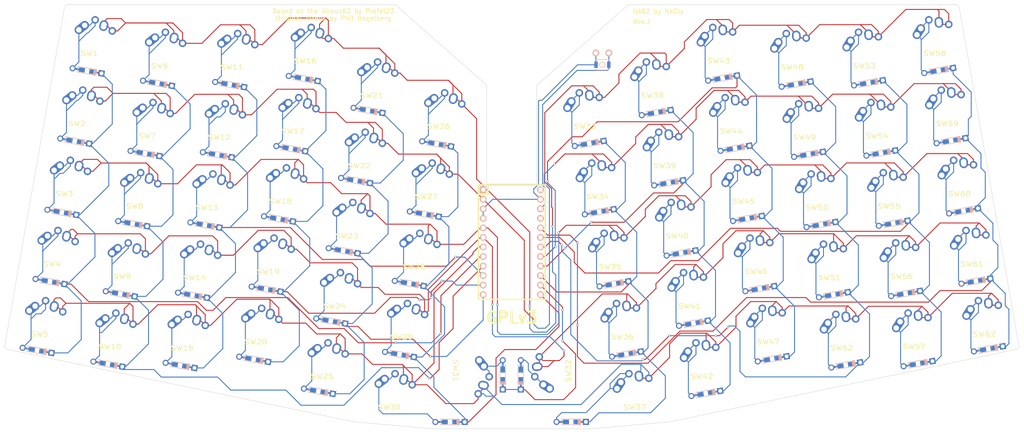
<source format=kicad_pcb>
(kicad_pcb (version 20171130) (host pcbnew "(5.1.4)-1")
  (layers (0 F.Cu signal) (31 B.Cu signal) (34 B.Paste user) (35 F.Paste user) (36 B.SilkS user) (37 F.SilkS user) (38 B.Mask user) (39 F.Mask user) (44 Edge.Cuts user))
  (net 0 "")
  (net 1 "Net-(D1-Pad1)")
  (net 2 /COL0)
  (net 3 "Net-(D2-Pad1)")
  (net 4 "Net-(D3-Pad1)")
  (net 5 "Net-(D4-Pad1)")
  (net 6 "Net-(D5-Pad1)")
  (net 7 "Net-(D6-Pad1)")
  (net 8 /COL1)
  (net 9 "Net-(D7-Pad1)")
  (net 10 "Net-(D8-Pad1)")
  (net 11 "Net-(D9-Pad1)")
  (net 12 "Net-(D10-Pad1)")
  (net 13 "Net-(D11-Pad1)")
  (net 14 /COL2)
  (net 15 "Net-(D12-Pad1)")
  (net 16 "Net-(D13-Pad1)")
  (net 17 "Net-(D14-Pad1)")
  (net 18 "Net-(D15-Pad1)")
  (net 19 "Net-(D16-Pad1)")
  (net 20 /COL3)
  (net 21 "Net-(D17-Pad1)")
  (net 22 "Net-(D18-Pad1)")
  (net 23 "Net-(D19-Pad1)")
  (net 24 "Net-(D20-Pad1)")
  (net 25 "Net-(D21-Pad1)")
  (net 26 /COL4)
  (net 27 "Net-(D22-Pad1)")
  (net 28 "Net-(D23-Pad1)")
  (net 29 "Net-(D24-Pad1)")
  (net 30 "Net-(D25-Pad1)")
  (net 31 "Net-(D26-Pad1)")
  (net 32 /COL5)
  (net 33 "Net-(D27-Pad1)")
  (net 34 "Net-(D28-Pad1)")
  (net 35 "Net-(D29-Pad1)")
  (net 36 "Net-(D30-Pad1)")
  (net 37 "Net-(D31-Pad1)")
  (net 38 /COL6)
  (net 39 "Net-(D32-Pad1)")
  (net 40 "Net-(D33-Pad1)")
  (net 41 /COL7)
  (net 42 "Net-(D34-Pad1)")
  (net 43 "Net-(D35-Pad1)")
  (net 44 "Net-(D36-Pad1)")
  (net 45 "Net-(D37-Pad1)")
  (net 46 "Net-(D38-Pad1)")
  (net 47 /COL8)
  (net 48 "Net-(D39-Pad1)")
  (net 49 "Net-(D40-Pad1)")
  (net 50 "Net-(D41-Pad1)")
  (net 51 "Net-(D42-Pad1)")
  (net 52 "Net-(D43-Pad1)")
  (net 53 /COL9)
  (net 54 "Net-(D44-Pad1)")
  (net 55 "Net-(D45-Pad1)")
  (net 56 "Net-(D46-Pad1)")
  (net 57 "Net-(D47-Pad1)")
  (net 58 "Net-(D48-Pad1)")
  (net 59 /COL10)
  (net 60 "Net-(D49-Pad1)")
  (net 61 "Net-(D50-Pad1)")
  (net 62 "Net-(D51-Pad1)")
  (net 63 "Net-(D52-Pad1)")
  (net 64 "Net-(D53-Pad1)")
  (net 65 /COL11)
  (net 66 "Net-(D54-Pad1)")
  (net 67 "Net-(D55-Pad1)")
  (net 68 "Net-(D56-Pad1)")
  (net 69 "Net-(D57-Pad1)")
  (net 70 "Net-(D58-Pad1)")
  (net 71 /COL12)
  (net 72 "Net-(D59-Pad1)")
  (net 73 "Net-(D60-Pad1)")
  (net 74 "Net-(D61-Pad1)")
  (net 75 "Net-(D62-Pad1)")
  (net 76 /ROW4)
  (net 77 /ROW3)
  (net 78 /ROW2)
  (net 79 /ROW1)
  (net 80 /ROW0)
  (net 81 GND)
  (net 82 VCC)
  (net 83 "Net-(U1-Pad24)")
  (net 84 "Net-(SW-RST1-Pad2)")
  (module keebio:MX-Alps-Choc-1U-NoLED (layer F.Cu) (at 51.739321 73.087777 350)
    (fp_text reference SW7 (at 0 3.175) (layer F.SilkS) (effects (font (size 1.27 1.524) (thickness 0.2032))))
    (fp_text value SWITCH_PUSH hide)
    (pad "" np_thru_hole circle (at 5.5 0 38.1) (size 1.7 1.7) (drill 1.7) (layers *.Cu *.Mask))
    (pad "" np_thru_hole circle (at -5.5 0 38.1) (size 1.7 1.7) (drill 1.7) (layers *.Cu *.Mask))
    (pad 2 thru_hole circle (at 0 -5.9 350) (size 2 2) (drill 1.2) (layers *.Cu *.Mask) (net 9 "Net-(D7-Pad1)"))
    (pad 1 thru_hole circle (at 5 -3.8 350) (size 2 2) (drill 1.2) (layers *.Cu *.Mask) (net 77 /ROW3))
    (pad "" np_thru_hole circle (at 5.08 0 38.0996) (size 1.75 1.75) (drill 1.75) (layers *.Cu *.Mask))
    (pad "" np_thru_hole circle (at -5.08 0 38.0996) (size 1.75 1.75) (drill 1.75) (layers *.Cu *.Mask))
    (pad 2 thru_hole circle (at -2.5 -4 350) (size 2.25 2.25) (drill 1.47) (layers *.Cu *.Mask) (net 9 "Net-(D7-Pad1)"))
    (pad "" np_thru_hole circle (at 0 0 350) (size 3.9878 3.9878) (drill 3.9878) (layers *.Cu *.Mask))
    (pad 2 thru_hole oval (at -3.81 -2.54 38.1) (size 4.211556 2.25) (drill 1.47 (offset 0.980778 0)) (layers *.Cu *.Mask) (net 9 "Net-(D7-Pad1)"))
    (pad 1 thru_hole circle (at 2.54 -5.08 350) (size 2.25 2.25) (drill 1.47) (layers *.Cu *.Mask) (net 77 /ROW3))
    (pad 1 thru_hole oval (at 2.5 -4.5 76.1) (size 2.831378 2.25) (drill 1.47 (offset 0.290689 0)) (layers *.Cu *.Mask) (net 77 /ROW3))
  )
  (module keebio:Diode-Hybrid-Back (layer F.Cu) (at 66.56 99.92 350)
    (fp_text reference D13 hide)
    (fp_text value DIODE hide)
    (pad 2 thru_hole rect (at 3.9 0 350) (size 1.6 1.6) (drill 1) (layers *.Cu *.Mask) (net 14 /COL2))
    (pad 1 thru_hole circle (at -3.9 0 350) (size 1.6 1.6) (drill 1) (layers *.Cu *.Mask) (net 16 "Net-(D13-Pad1)"))
    (pad 2 smd rect (at 2.5 0 350) (size 2.9 0.5) (layers B.Cu) (net 14 /COL2))
    (pad 2 smd rect (at 1.4 0 350) (size 1.6 1.2) (layers B.Cu B.Paste B.Mask) (net 14 /COL2))
    (pad 1 smd rect (at -1.4 0 350) (size 1.6 1.2) (layers B.Cu B.Paste B.Mask) (net 16 "Net-(D13-Pad1)"))
    (pad 1 smd rect (at -2.5 0 350) (size 2.9 0.5) (layers B.Cu) (net 16 "Net-(D13-Pad1)"))
  )
  (module keebio:Diode-Hybrid-Back (layer F.Cu) (at 86.14 98.29 350)
    (fp_text reference D18 hide)
    (fp_text value DIODE hide)
    (pad 2 thru_hole rect (at 3.9 0 350) (size 1.6 1.6) (drill 1) (layers *.Cu *.Mask) (net 20 /COL3))
    (pad 1 thru_hole circle (at -3.9 0 350) (size 1.6 1.6) (drill 1) (layers *.Cu *.Mask) (net 22 "Net-(D18-Pad1)"))
    (pad 2 smd rect (at 2.5 0 350) (size 2.9 0.5) (layers B.Cu) (net 20 /COL3))
    (pad 2 smd rect (at 1.4 0 350) (size 1.6 1.2) (layers B.Cu B.Paste B.Mask) (net 20 /COL3))
    (pad 1 smd rect (at -1.4 0 350) (size 1.6 1.2) (layers B.Cu B.Paste B.Mask) (net 22 "Net-(D18-Pad1)"))
    (pad 1 smd rect (at -2.5 0 350) (size 2.9 0.5) (layers B.Cu) (net 22 "Net-(D18-Pad1)"))
  )
  (module keebio:Diode-Hybrid-Back (layer F.Cu) (at 145.85 139.86 270)
    (fp_text reference D31 hide)
    (fp_text value DIODE hide)
    (pad 2 thru_hole rect (at 3.9 0 270) (size 1.6 1.6) (drill 1) (layers *.Cu *.Mask) (net 38 /COL6))
    (pad 1 thru_hole circle (at -3.9 0 270) (size 1.6 1.6) (drill 1) (layers *.Cu *.Mask) (net 37 "Net-(D31-Pad1)"))
    (pad 2 smd rect (at 2.5 0 270) (size 2.9 0.5) (layers B.Cu) (net 38 /COL6))
    (pad 2 smd rect (at 1.4 0 270) (size 1.6 1.2) (layers B.Cu B.Paste B.Mask) (net 38 /COL6))
    (pad 1 smd rect (at -1.4 0 270) (size 1.6 1.2) (layers B.Cu B.Paste B.Mask) (net 37 "Net-(D31-Pad1)"))
    (pad 1 smd rect (at -2.5 0 270) (size 2.9 0.5) (layers B.Cu) (net 37 "Net-(D31-Pad1)"))
  )
  (module keebio:Diode-Hybrid-Back (layer F.Cu) (at 150.67 139.86 270)
    (fp_text reference D32 hide)
    (fp_text value DIODE hide)
    (pad 1 smd rect (at -2.5 0 270) (size 2.9 0.5) (layers B.Cu) (net 39 "Net-(D32-Pad1)"))
    (pad 1 smd rect (at -1.4 0 270) (size 1.6 1.2) (layers B.Cu B.Paste B.Mask) (net 39 "Net-(D32-Pad1)"))
    (pad 2 smd rect (at 1.4 0 270) (size 1.6 1.2) (layers B.Cu B.Paste B.Mask) (net 38 /COL6))
    (pad 2 smd rect (at 2.5 0 270) (size 2.9 0.5) (layers B.Cu) (net 38 /COL6))
    (pad 1 thru_hole circle (at -3.9 0 270) (size 1.6 1.6) (drill 1) (layers *.Cu *.Mask) (net 39 "Net-(D32-Pad1)"))
    (pad 2 thru_hole rect (at 3.9 0 270) (size 1.6 1.6) (drill 1) (layers *.Cu *.Mask) (net 38 /COL6))
  )
  (module keebio:Diode-Hybrid-Back (layer F.Cu) (at 21.88 133.33 350)
    (fp_text reference D5 hide)
    (fp_text value DIODE hide)
    (pad 2 thru_hole rect (at 3.9 0 350) (size 1.6 1.6) (drill 1) (layers *.Cu *.Mask) (net 2 /COL0))
    (pad 1 thru_hole circle (at -3.9 0 350) (size 1.6 1.6) (drill 1) (layers *.Cu *.Mask) (net 6 "Net-(D5-Pad1)"))
    (pad 2 smd rect (at 2.5 0 350) (size 2.9 0.5) (layers B.Cu) (net 2 /COL0))
    (pad 2 smd rect (at 1.4 0 350) (size 1.6 1.2) (layers B.Cu B.Paste B.Mask) (net 2 /COL0))
    (pad 1 smd rect (at -1.4 0 350) (size 1.6 1.2) (layers B.Cu B.Paste B.Mask) (net 6 "Net-(D5-Pad1)"))
    (pad 1 smd rect (at -2.5 0 350) (size 2.9 0.5) (layers B.Cu) (net 6 "Net-(D5-Pad1)"))
  )
  (module keebio:Diode-Hybrid-Back (layer F.Cu) (at 35.19 58.84 350)
    (fp_text reference D1 hide)
    (fp_text value DIODE hide)
    (pad 2 thru_hole rect (at 3.9 0 350) (size 1.6 1.6) (drill 1) (layers *.Cu *.Mask) (net 2 /COL0))
    (pad 1 thru_hole circle (at -3.9 0 350) (size 1.6 1.6) (drill 1) (layers *.Cu *.Mask) (net 1 "Net-(D1-Pad1)"))
    (pad 2 smd rect (at 2.5 0 350) (size 2.9 0.5) (layers B.Cu) (net 2 /COL0))
    (pad 2 smd rect (at 1.4 0 350) (size 1.6 1.2) (layers B.Cu B.Paste B.Mask) (net 2 /COL0))
    (pad 1 smd rect (at -1.4 0 350) (size 1.6 1.2) (layers B.Cu B.Paste B.Mask) (net 1 "Net-(D1-Pad1)"))
    (pad 1 smd rect (at -2.5 0 350) (size 2.9 0.5) (layers B.Cu) (net 1 "Net-(D1-Pad1)"))
  )
  (module keebio:Diode-Hybrid-Back (layer F.Cu) (at 31.91 77.56 350)
    (fp_text reference D2 hide)
    (fp_text value DIODE hide)
    (pad 2 thru_hole rect (at 3.9 0 350) (size 1.6 1.6) (drill 1) (layers *.Cu *.Mask) (net 2 /COL0))
    (pad 1 thru_hole circle (at -3.9 0 350) (size 1.6 1.6) (drill 1) (layers *.Cu *.Mask) (net 3 "Net-(D2-Pad1)"))
    (pad 2 smd rect (at 2.5 0 350) (size 2.9 0.5) (layers B.Cu) (net 2 /COL0))
    (pad 2 smd rect (at 1.4 0 350) (size 1.6 1.2) (layers B.Cu B.Paste B.Mask) (net 2 /COL0))
    (pad 1 smd rect (at -1.4 0 350) (size 1.6 1.2) (layers B.Cu B.Paste B.Mask) (net 3 "Net-(D2-Pad1)"))
    (pad 1 smd rect (at -2.5 0 350) (size 2.9 0.5) (layers B.Cu) (net 3 "Net-(D2-Pad1)"))
  )
  (module keebio:Diode-Hybrid-Back (layer F.Cu) (at 28.478731 96.543107 350)
    (fp_text reference D3 hide)
    (fp_text value DIODE hide)
    (pad 2 thru_hole rect (at 3.9 0 350) (size 1.6 1.6) (drill 1) (layers *.Cu *.Mask) (net 2 /COL0))
    (pad 1 thru_hole circle (at -3.9 0 350) (size 1.6 1.6) (drill 1) (layers *.Cu *.Mask) (net 4 "Net-(D3-Pad1)"))
    (pad 2 smd rect (at 2.5 0 350) (size 2.9 0.5) (layers B.Cu) (net 2 /COL0))
    (pad 2 smd rect (at 1.4 0 350) (size 1.6 1.2) (layers B.Cu B.Paste B.Mask) (net 2 /COL0))
    (pad 1 smd rect (at -1.4 0 350) (size 1.6 1.2) (layers B.Cu B.Paste B.Mask) (net 4 "Net-(D3-Pad1)"))
    (pad 1 smd rect (at -2.5 0 350) (size 2.9 0.5) (layers B.Cu) (net 4 "Net-(D3-Pad1)"))
  )
  (module keebio:Diode-Hybrid-Back (layer F.Cu) (at 25.32 114.99 350)
    (fp_text reference D4 hide)
    (fp_text value DIODE hide)
    (pad 2 thru_hole rect (at 3.9 0 350) (size 1.6 1.6) (drill 1) (layers *.Cu *.Mask) (net 2 /COL0))
    (pad 1 thru_hole circle (at -3.9 0 350) (size 1.6 1.6) (drill 1) (layers *.Cu *.Mask) (net 5 "Net-(D4-Pad1)"))
    (pad 2 smd rect (at 2.5 0 350) (size 2.9 0.5) (layers B.Cu) (net 2 /COL0))
    (pad 2 smd rect (at 1.4 0 350) (size 1.6 1.2) (layers B.Cu B.Paste B.Mask) (net 2 /COL0))
    (pad 1 smd rect (at -1.4 0 350) (size 1.6 1.2) (layers B.Cu B.Paste B.Mask) (net 5 "Net-(D4-Pad1)"))
    (pad 1 smd rect (at -2.5 0 350) (size 2.9 0.5) (layers B.Cu) (net 5 "Net-(D4-Pad1)"))
  )
  (module keebio:Diode-Hybrid-Back (layer F.Cu) (at 53.93 62.15 350)
    (fp_text reference D6 hide)
    (fp_text value DIODE hide)
    (pad 2 thru_hole rect (at 3.9 0 350) (size 1.6 1.6) (drill 1) (layers *.Cu *.Mask) (net 8 /COL1))
    (pad 1 thru_hole circle (at -3.9 0 350) (size 1.6 1.6) (drill 1) (layers *.Cu *.Mask) (net 7 "Net-(D6-Pad1)"))
    (pad 2 smd rect (at 2.5 0 350) (size 2.9 0.5) (layers B.Cu) (net 8 /COL1))
    (pad 2 smd rect (at 1.4 0 350) (size 1.6 1.2) (layers B.Cu B.Paste B.Mask) (net 8 /COL1))
    (pad 1 smd rect (at -1.4 0 350) (size 1.6 1.2) (layers B.Cu B.Paste B.Mask) (net 7 "Net-(D6-Pad1)"))
    (pad 1 smd rect (at -2.5 0 350) (size 2.9 0.5) (layers B.Cu) (net 7 "Net-(D6-Pad1)"))
  )
  (module keebio:Diode-Hybrid-Back (layer F.Cu) (at 50.62 80.86 350)
    (fp_text reference D7 hide)
    (fp_text value DIODE hide)
    (pad 2 thru_hole rect (at 3.9 0 350) (size 1.6 1.6) (drill 1) (layers *.Cu *.Mask) (net 8 /COL1))
    (pad 1 thru_hole circle (at -3.9 0 350) (size 1.6 1.6) (drill 1) (layers *.Cu *.Mask) (net 9 "Net-(D7-Pad1)"))
    (pad 2 smd rect (at 2.5 0 350) (size 2.9 0.5) (layers B.Cu) (net 8 /COL1))
    (pad 2 smd rect (at 1.4 0 350) (size 1.6 1.2) (layers B.Cu B.Paste B.Mask) (net 8 /COL1))
    (pad 1 smd rect (at -1.4 0 350) (size 1.6 1.2) (layers B.Cu B.Paste B.Mask) (net 9 "Net-(D7-Pad1)"))
    (pad 1 smd rect (at -2.5 0 350) (size 2.9 0.5) (layers B.Cu) (net 9 "Net-(D7-Pad1)"))
  )
  (module keebio:Diode-Hybrid-Back (layer F.Cu) (at 47.33 99.57 350)
    (fp_text reference D8 hide)
    (fp_text value DIODE hide)
    (pad 2 thru_hole rect (at 3.9 0 350) (size 1.6 1.6) (drill 1) (layers *.Cu *.Mask) (net 8 /COL1))
    (pad 1 thru_hole circle (at -3.9 0 350) (size 1.6 1.6) (drill 1) (layers *.Cu *.Mask) (net 10 "Net-(D8-Pad1)"))
    (pad 2 smd rect (at 2.5 0 350) (size 2.9 0.5) (layers B.Cu) (net 8 /COL1))
    (pad 2 smd rect (at 1.4 0 350) (size 1.6 1.2) (layers B.Cu B.Paste B.Mask) (net 8 /COL1))
    (pad 1 smd rect (at -1.4 0 350) (size 1.6 1.2) (layers B.Cu B.Paste B.Mask) (net 10 "Net-(D8-Pad1)"))
    (pad 1 smd rect (at -2.5 0 350) (size 2.9 0.5) (layers B.Cu) (net 10 "Net-(D8-Pad1)"))
  )
  (module keebio:Diode-Hybrid-Back (layer F.Cu) (at 44.02 118.28 350)
    (fp_text reference D9 hide)
    (fp_text value DIODE hide)
    (pad 2 thru_hole rect (at 3.9 0 350) (size 1.6 1.6) (drill 1) (layers *.Cu *.Mask) (net 8 /COL1))
    (pad 1 thru_hole circle (at -3.9 0 350) (size 1.6 1.6) (drill 1) (layers *.Cu *.Mask) (net 11 "Net-(D9-Pad1)"))
    (pad 2 smd rect (at 2.5 0 350) (size 2.9 0.5) (layers B.Cu) (net 8 /COL1))
    (pad 2 smd rect (at 1.4 0 350) (size 1.6 1.2) (layers B.Cu B.Paste B.Mask) (net 8 /COL1))
    (pad 1 smd rect (at -1.4 0 350) (size 1.6 1.2) (layers B.Cu B.Paste B.Mask) (net 11 "Net-(D9-Pad1)"))
    (pad 1 smd rect (at -2.5 0 350) (size 2.9 0.5) (layers B.Cu) (net 11 "Net-(D9-Pad1)"))
  )
  (module keebio:Diode-Hybrid-Back (layer F.Cu) (at 40.73 137 350)
    (fp_text reference D10 hide)
    (fp_text value DIODE hide)
    (pad 2 thru_hole rect (at 3.9 0 350) (size 1.6 1.6) (drill 1) (layers *.Cu *.Mask) (net 8 /COL1))
    (pad 1 thru_hole circle (at -3.9 0 350) (size 1.6 1.6) (drill 1) (layers *.Cu *.Mask) (net 12 "Net-(D10-Pad1)"))
    (pad 2 smd rect (at 2.5 0 350) (size 2.9 0.5) (layers B.Cu) (net 8 /COL1))
    (pad 2 smd rect (at 1.4 0 350) (size 1.6 1.2) (layers B.Cu B.Paste B.Mask) (net 8 /COL1))
    (pad 1 smd rect (at -1.4 0 350) (size 1.6 1.2) (layers B.Cu B.Paste B.Mask) (net 12 "Net-(D10-Pad1)"))
    (pad 1 smd rect (at -2.5 0 350) (size 2.9 0.5) (layers B.Cu) (net 12 "Net-(D10-Pad1)"))
  )
  (module keebio:Diode-Hybrid-Back (layer F.Cu) (at 73.15 62.49 350)
    (fp_text reference D11 hide)
    (fp_text value DIODE hide)
    (pad 2 thru_hole rect (at 3.9 0 350) (size 1.6 1.6) (drill 1) (layers *.Cu *.Mask) (net 14 /COL2))
    (pad 1 thru_hole circle (at -3.9 0 350) (size 1.6 1.6) (drill 1) (layers *.Cu *.Mask) (net 13 "Net-(D11-Pad1)"))
    (pad 2 smd rect (at 2.5 0 350) (size 2.9 0.5) (layers B.Cu) (net 14 /COL2))
    (pad 2 smd rect (at 1.4 0 350) (size 1.6 1.2) (layers B.Cu B.Paste B.Mask) (net 14 /COL2))
    (pad 1 smd rect (at -1.4 0 350) (size 1.6 1.2) (layers B.Cu B.Paste B.Mask) (net 13 "Net-(D11-Pad1)"))
    (pad 1 smd rect (at -2.5 0 350) (size 2.9 0.5) (layers B.Cu) (net 13 "Net-(D11-Pad1)"))
  )
  (module keebio:Diode-Hybrid-Back (layer F.Cu) (at 69.86 81.21 350)
    (fp_text reference D12 hide)
    (fp_text value DIODE hide)
    (pad 2 thru_hole rect (at 3.9 0 350) (size 1.6 1.6) (drill 1) (layers *.Cu *.Mask) (net 14 /COL2))
    (pad 1 thru_hole circle (at -3.9 0 350) (size 1.6 1.6) (drill 1) (layers *.Cu *.Mask) (net 15 "Net-(D12-Pad1)"))
    (pad 2 smd rect (at 2.5 0 350) (size 2.9 0.5) (layers B.Cu) (net 14 /COL2))
    (pad 2 smd rect (at 1.4 0 350) (size 1.6 1.2) (layers B.Cu B.Paste B.Mask) (net 14 /COL2))
    (pad 1 smd rect (at -1.4 0 350) (size 1.6 1.2) (layers B.Cu B.Paste B.Mask) (net 15 "Net-(D12-Pad1)"))
    (pad 1 smd rect (at -2.5 0 350) (size 2.9 0.5) (layers B.Cu) (net 15 "Net-(D12-Pad1)"))
  )
  (module keebio:Diode-Hybrid-Back (layer F.Cu) (at 63.26 118.63 350)
    (fp_text reference D14 hide)
    (fp_text value DIODE hide)
    (pad 2 thru_hole rect (at 3.9 0 350) (size 1.6 1.6) (drill 1) (layers *.Cu *.Mask) (net 14 /COL2))
    (pad 1 thru_hole circle (at -3.9 0 350) (size 1.6 1.6) (drill 1) (layers *.Cu *.Mask) (net 17 "Net-(D14-Pad1)"))
    (pad 2 smd rect (at 2.5 0 350) (size 2.9 0.5) (layers B.Cu) (net 14 /COL2))
    (pad 2 smd rect (at 1.4 0 350) (size 1.6 1.2) (layers B.Cu B.Paste B.Mask) (net 14 /COL2))
    (pad 1 smd rect (at -1.4 0 350) (size 1.6 1.2) (layers B.Cu B.Paste B.Mask) (net 17 "Net-(D14-Pad1)"))
    (pad 1 smd rect (at -2.5 0 350) (size 2.9 0.5) (layers B.Cu) (net 17 "Net-(D14-Pad1)"))
  )
  (module keebio:Diode-Hybrid-Back (layer F.Cu) (at 59.95 137.34 350)
    (fp_text reference D15 hide)
    (fp_text value DIODE hide)
    (pad 2 thru_hole rect (at 3.9 0 350) (size 1.6 1.6) (drill 1) (layers *.Cu *.Mask) (net 14 /COL2))
    (pad 1 thru_hole circle (at -3.9 0 350) (size 1.6 1.6) (drill 1) (layers *.Cu *.Mask) (net 18 "Net-(D15-Pad1)"))
    (pad 2 smd rect (at 2.5 0 350) (size 2.9 0.5) (layers B.Cu) (net 14 /COL2))
    (pad 2 smd rect (at 1.4 0 350) (size 1.6 1.2) (layers B.Cu B.Paste B.Mask) (net 14 /COL2))
    (pad 1 smd rect (at -1.4 0 350) (size 1.6 1.2) (layers B.Cu B.Paste B.Mask) (net 18 "Net-(D15-Pad1)"))
    (pad 1 smd rect (at -2.5 0 350) (size 2.9 0.5) (layers B.Cu) (net 18 "Net-(D15-Pad1)"))
  )
  (module keebio:Diode-Hybrid-Back (layer F.Cu) (at 92.74 60.87 350)
    (fp_text reference D16 hide)
    (fp_text value DIODE hide)
    (pad 2 thru_hole rect (at 3.9 0 350) (size 1.6 1.6) (drill 1) (layers *.Cu *.Mask) (net 20 /COL3))
    (pad 1 thru_hole circle (at -3.9 0 350) (size 1.6 1.6) (drill 1) (layers *.Cu *.Mask) (net 19 "Net-(D16-Pad1)"))
    (pad 2 smd rect (at 2.5 0 350) (size 2.9 0.5) (layers B.Cu) (net 20 /COL3))
    (pad 2 smd rect (at 1.4 0 350) (size 1.6 1.2) (layers B.Cu B.Paste B.Mask) (net 20 /COL3))
    (pad 1 smd rect (at -1.4 0 350) (size 1.6 1.2) (layers B.Cu B.Paste B.Mask) (net 19 "Net-(D16-Pad1)"))
    (pad 1 smd rect (at -2.5 0 350) (size 2.9 0.5) (layers B.Cu) (net 19 "Net-(D16-Pad1)"))
  )
  (module keebio:Diode-Hybrid-Back (layer F.Cu) (at 89.43 79.58 350)
    (fp_text reference D17 hide)
    (fp_text value DIODE hide)
    (pad 2 thru_hole rect (at 3.9 0 350) (size 1.6 1.6) (drill 1) (layers *.Cu *.Mask) (net 20 /COL3))
    (pad 1 thru_hole circle (at -3.9 0 350) (size 1.6 1.6) (drill 1) (layers *.Cu *.Mask) (net 21 "Net-(D17-Pad1)"))
    (pad 2 smd rect (at 2.5 0 350) (size 2.9 0.5) (layers B.Cu) (net 20 /COL3))
    (pad 2 smd rect (at 1.4 0 350) (size 1.6 1.2) (layers B.Cu B.Paste B.Mask) (net 20 /COL3))
    (pad 1 smd rect (at -1.4 0 350) (size 1.6 1.2) (layers B.Cu B.Paste B.Mask) (net 21 "Net-(D17-Pad1)"))
    (pad 1 smd rect (at -2.5 0 350) (size 2.9 0.5) (layers B.Cu) (net 21 "Net-(D17-Pad1)"))
  )
  (module keebio:Diode-Hybrid-Back (layer F.Cu) (at 82.85 117.01 350)
    (fp_text reference D19 hide)
    (fp_text value DIODE hide)
    (pad 2 thru_hole rect (at 3.9 0 350) (size 1.6 1.6) (drill 1) (layers *.Cu *.Mask) (net 20 /COL3))
    (pad 1 thru_hole circle (at -3.9 0 350) (size 1.6 1.6) (drill 1) (layers *.Cu *.Mask) (net 23 "Net-(D19-Pad1)"))
    (pad 2 smd rect (at 2.5 0 350) (size 2.9 0.5) (layers B.Cu) (net 20 /COL3))
    (pad 2 smd rect (at 1.4 0 350) (size 1.6 1.2) (layers B.Cu B.Paste B.Mask) (net 20 /COL3))
    (pad 1 smd rect (at -1.4 0 350) (size 1.6 1.2) (layers B.Cu B.Paste B.Mask) (net 23 "Net-(D19-Pad1)"))
    (pad 1 smd rect (at -2.5 0 350) (size 2.9 0.5) (layers B.Cu) (net 23 "Net-(D19-Pad1)"))
  )
  (module keebio:Diode-Hybrid-Back (layer F.Cu) (at 79.54 135.71 350)
    (fp_text reference D20 hide)
    (fp_text value DIODE hide)
    (pad 2 thru_hole rect (at 3.9 0 350) (size 1.6 1.6) (drill 1) (layers *.Cu *.Mask) (net 20 /COL3))
    (pad 1 thru_hole circle (at -3.9 0 350) (size 1.6 1.6) (drill 1) (layers *.Cu *.Mask) (net 24 "Net-(D20-Pad1)"))
    (pad 2 smd rect (at 2.5 0 350) (size 2.9 0.5) (layers B.Cu) (net 20 /COL3))
    (pad 2 smd rect (at 1.4 0 350) (size 1.6 1.2) (layers B.Cu B.Paste B.Mask) (net 20 /COL3))
    (pad 1 smd rect (at -1.4 0 350) (size 1.6 1.2) (layers B.Cu B.Paste B.Mask) (net 24 "Net-(D20-Pad1)"))
    (pad 1 smd rect (at -2.5 0 350) (size 2.9 0.5) (layers B.Cu) (net 24 "Net-(D20-Pad1)"))
  )
  (module keebio:Diode-Hybrid-Back (layer F.Cu) (at 109.97 69.37 350)
    (fp_text reference D21 hide)
    (fp_text value DIODE hide)
    (pad 2 thru_hole rect (at 3.9 0 350) (size 1.6 1.6) (drill 1) (layers *.Cu *.Mask) (net 26 /COL4))
    (pad 1 thru_hole circle (at -3.9 0 350) (size 1.6 1.6) (drill 1) (layers *.Cu *.Mask) (net 25 "Net-(D21-Pad1)"))
    (pad 2 smd rect (at 2.5 0 350) (size 2.9 0.5) (layers B.Cu) (net 26 /COL4))
    (pad 2 smd rect (at 1.4 0 350) (size 1.6 1.2) (layers B.Cu B.Paste B.Mask) (net 26 /COL4))
    (pad 1 smd rect (at -1.4 0 350) (size 1.6 1.2) (layers B.Cu B.Paste B.Mask) (net 25 "Net-(D21-Pad1)"))
    (pad 1 smd rect (at -2.5 0 350) (size 2.9 0.5) (layers B.Cu) (net 25 "Net-(D21-Pad1)"))
  )
  (module keebio:Diode-Hybrid-Back (layer F.Cu) (at 106.65 88.07 350)
    (fp_text reference D22 hide)
    (fp_text value DIODE hide)
    (pad 2 thru_hole rect (at 3.9 0 350) (size 1.6 1.6) (drill 1) (layers *.Cu *.Mask) (net 26 /COL4))
    (pad 1 thru_hole circle (at -3.9 0 350) (size 1.6 1.6) (drill 1) (layers *.Cu *.Mask) (net 27 "Net-(D22-Pad1)"))
    (pad 2 smd rect (at 2.5 0 350) (size 2.9 0.5) (layers B.Cu) (net 26 /COL4))
    (pad 2 smd rect (at 1.4 0 350) (size 1.6 1.2) (layers B.Cu B.Paste B.Mask) (net 26 /COL4))
    (pad 1 smd rect (at -1.4 0 350) (size 1.6 1.2) (layers B.Cu B.Paste B.Mask) (net 27 "Net-(D22-Pad1)"))
    (pad 1 smd rect (at -2.5 0 350) (size 2.9 0.5) (layers B.Cu) (net 27 "Net-(D22-Pad1)"))
  )
  (module keebio:Diode-Hybrid-Back (layer F.Cu) (at 103.36 106.79 350)
    (fp_text reference D23 hide)
    (fp_text value DIODE hide)
    (pad 2 thru_hole rect (at 3.9 0 350) (size 1.6 1.6) (drill 1) (layers *.Cu *.Mask) (net 26 /COL4))
    (pad 1 thru_hole circle (at -3.9 0 350) (size 1.6 1.6) (drill 1) (layers *.Cu *.Mask) (net 28 "Net-(D23-Pad1)"))
    (pad 2 smd rect (at 2.5 0 350) (size 2.9 0.5) (layers B.Cu) (net 26 /COL4))
    (pad 2 smd rect (at 1.4 0 350) (size 1.6 1.2) (layers B.Cu B.Paste B.Mask) (net 26 /COL4))
    (pad 1 smd rect (at -1.4 0 350) (size 1.6 1.2) (layers B.Cu B.Paste B.Mask) (net 28 "Net-(D23-Pad1)"))
    (pad 1 smd rect (at -2.5 0 350) (size 2.9 0.5) (layers B.Cu) (net 28 "Net-(D23-Pad1)"))
  )
  (module keebio:Diode-Hybrid-Back (layer F.Cu) (at 100.06 125.51 350)
    (fp_text reference D24 hide)
    (fp_text value DIODE hide)
    (pad 2 thru_hole rect (at 3.9 0 350) (size 1.6 1.6) (drill 1) (layers *.Cu *.Mask) (net 26 /COL4))
    (pad 1 thru_hole circle (at -3.9 0 350) (size 1.6 1.6) (drill 1) (layers *.Cu *.Mask) (net 29 "Net-(D24-Pad1)"))
    (pad 2 smd rect (at 2.5 0 350) (size 2.9 0.5) (layers B.Cu) (net 26 /COL4))
    (pad 2 smd rect (at 1.4 0 350) (size 1.6 1.2) (layers B.Cu B.Paste B.Mask) (net 26 /COL4))
    (pad 1 smd rect (at -1.4 0 350) (size 1.6 1.2) (layers B.Cu B.Paste B.Mask) (net 29 "Net-(D24-Pad1)"))
    (pad 1 smd rect (at -2.5 0 350) (size 2.9 0.5) (layers B.Cu) (net 29 "Net-(D24-Pad1)"))
  )
  (module keebio:Diode-Hybrid-Back (layer F.Cu) (at 96.76 144.22 350)
    (fp_text reference D25 hide)
    (fp_text value DIODE hide)
    (pad 2 thru_hole rect (at 3.9 0 350) (size 1.6 1.6) (drill 1) (layers *.Cu *.Mask) (net 26 /COL4))
    (pad 1 thru_hole circle (at -3.9 0 350) (size 1.6 1.6) (drill 1) (layers *.Cu *.Mask) (net 30 "Net-(D25-Pad1)"))
    (pad 2 smd rect (at 2.5 0 350) (size 2.9 0.5) (layers B.Cu) (net 26 /COL4))
    (pad 2 smd rect (at 1.4 0 350) (size 1.6 1.2) (layers B.Cu B.Paste B.Mask) (net 26 /COL4))
    (pad 1 smd rect (at -1.4 0 350) (size 1.6 1.2) (layers B.Cu B.Paste B.Mask) (net 30 "Net-(D25-Pad1)"))
    (pad 1 smd rect (at -2.5 0 350) (size 2.9 0.5) (layers B.Cu) (net 30 "Net-(D25-Pad1)"))
  )
  (module keebio:Diode-Hybrid-Back (layer F.Cu) (at 128.25 78.3 350)
    (fp_text reference D26 hide)
    (fp_text value DIODE hide)
    (pad 2 thru_hole rect (at 3.9 0 350) (size 1.6 1.6) (drill 1) (layers *.Cu *.Mask) (net 32 /COL5))
    (pad 1 thru_hole circle (at -3.9 0 350) (size 1.6 1.6) (drill 1) (layers *.Cu *.Mask) (net 31 "Net-(D26-Pad1)"))
    (pad 2 smd rect (at 2.5 0 350) (size 2.9 0.5) (layers B.Cu) (net 32 /COL5))
    (pad 2 smd rect (at 1.4 0 350) (size 1.6 1.2) (layers B.Cu B.Paste B.Mask) (net 32 /COL5))
    (pad 1 smd rect (at -1.4 0 350) (size 1.6 1.2) (layers B.Cu B.Paste B.Mask) (net 31 "Net-(D26-Pad1)"))
    (pad 1 smd rect (at -2.5 0 350) (size 2.9 0.5) (layers B.Cu) (net 31 "Net-(D26-Pad1)"))
  )
  (module keebio:Diode-Hybrid-Back (layer F.Cu) (at 124.95 97.01 350)
    (fp_text reference D27 hide)
    (fp_text value DIODE hide)
    (pad 2 thru_hole rect (at 3.9 0 350) (size 1.6 1.6) (drill 1) (layers *.Cu *.Mask) (net 32 /COL5))
    (pad 1 thru_hole circle (at -3.9 0 350) (size 1.6 1.6) (drill 1) (layers *.Cu *.Mask) (net 33 "Net-(D27-Pad1)"))
    (pad 2 smd rect (at 2.5 0 350) (size 2.9 0.5) (layers B.Cu) (net 32 /COL5))
    (pad 2 smd rect (at 1.4 0 350) (size 1.6 1.2) (layers B.Cu B.Paste B.Mask) (net 32 /COL5))
    (pad 1 smd rect (at -1.4 0 350) (size 1.6 1.2) (layers B.Cu B.Paste B.Mask) (net 33 "Net-(D27-Pad1)"))
    (pad 1 smd rect (at -2.5 0 350) (size 2.9 0.5) (layers B.Cu) (net 33 "Net-(D27-Pad1)"))
  )
  (module keebio:Diode-Hybrid-Back (layer F.Cu) (at 120.95 115.5 350)
    (fp_text reference D28 hide)
    (fp_text value DIODE hide)
    (pad 2 thru_hole rect (at 3.9 0 350) (size 1.6 1.6) (drill 1) (layers *.Cu *.Mask) (net 32 /COL5))
    (pad 1 thru_hole circle (at -3.9 0 350) (size 1.6 1.6) (drill 1) (layers *.Cu *.Mask) (net 34 "Net-(D28-Pad1)"))
    (pad 2 smd rect (at 2.5 0 350) (size 2.9 0.5) (layers B.Cu) (net 32 /COL5))
    (pad 2 smd rect (at 1.4 0 350) (size 1.6 1.2) (layers B.Cu B.Paste B.Mask) (net 32 /COL5))
    (pad 1 smd rect (at -1.4 0 350) (size 1.6 1.2) (layers B.Cu B.Paste B.Mask) (net 34 "Net-(D28-Pad1)"))
    (pad 1 smd rect (at -2.5 0 350) (size 2.9 0.5) (layers B.Cu) (net 34 "Net-(D28-Pad1)"))
  )
  (module keebio:Diode-Hybrid-Back (layer F.Cu) (at 118.35 134.43 350)
    (fp_text reference D29 hide)
    (fp_text value DIODE hide)
    (pad 2 thru_hole rect (at 3.9 0 350) (size 1.6 1.6) (drill 1) (layers *.Cu *.Mask) (net 32 /COL5))
    (pad 1 thru_hole circle (at -3.9 0 350) (size 1.6 1.6) (drill 1) (layers *.Cu *.Mask) (net 35 "Net-(D29-Pad1)"))
    (pad 2 smd rect (at 2.5 0 350) (size 2.9 0.5) (layers B.Cu) (net 32 /COL5))
    (pad 2 smd rect (at 1.4 0 350) (size 1.6 1.2) (layers B.Cu B.Paste B.Mask) (net 32 /COL5))
    (pad 1 smd rect (at -1.4 0 350) (size 1.6 1.2) (layers B.Cu B.Paste B.Mask) (net 35 "Net-(D29-Pad1)"))
    (pad 1 smd rect (at -2.5 0 350) (size 2.9 0.5) (layers B.Cu) (net 35 "Net-(D29-Pad1)"))
  )
  (module keebio:Diode-Hybrid-Back (layer F.Cu) (at 131.826 152.42)
    (fp_text reference D30 hide)
    (fp_text value DIODE hide)
    (pad 2 thru_hole rect (at 3.9 0) (size 1.6 1.6) (drill 1) (layers *.Cu *.Mask) (net 32 /COL5))
    (pad 1 thru_hole circle (at -3.9 0) (size 1.6 1.6) (drill 1) (layers *.Cu *.Mask) (net 36 "Net-(D30-Pad1)"))
    (pad 2 smd rect (at 2.5 0) (size 2.9 0.5) (layers B.Cu) (net 32 /COL5))
    (pad 2 smd rect (at 1.4 0) (size 1.6 1.2) (layers B.Cu B.Paste B.Mask) (net 32 /COL5))
    (pad 1 smd rect (at -1.4 0) (size 1.6 1.2) (layers B.Cu B.Paste B.Mask) (net 36 "Net-(D30-Pad1)"))
    (pad 1 smd rect (at -2.5 0) (size 2.9 0.5) (layers B.Cu) (net 36 "Net-(D30-Pad1)"))
  )
  (module keebio:Diode-Hybrid-Back (layer F.Cu) (at 168.88 78.2 10)
    (fp_text reference D33 hide)
    (fp_text value DIODE hide)
    (pad 2 thru_hole rect (at 3.9 0 10) (size 1.6 1.6) (drill 1) (layers *.Cu *.Mask) (net 41 /COL7))
    (pad 1 thru_hole circle (at -3.9 0 10) (size 1.6 1.6) (drill 1) (layers *.Cu *.Mask) (net 40 "Net-(D33-Pad1)"))
    (pad 2 smd rect (at 2.5 0 10) (size 2.9 0.5) (layers B.Cu) (net 41 /COL7))
    (pad 2 smd rect (at 1.4 0 10) (size 1.6 1.2) (layers B.Cu B.Paste B.Mask) (net 41 /COL7))
    (pad 1 smd rect (at -1.4 0 10) (size 1.6 1.2) (layers B.Cu B.Paste B.Mask) (net 40 "Net-(D33-Pad1)"))
    (pad 1 smd rect (at -2.5 0 10) (size 2.9 0.5) (layers B.Cu) (net 40 "Net-(D33-Pad1)"))
  )
  (module keebio:Diode-Hybrid-Back (layer F.Cu) (at 171.55 96.41 10)
    (fp_text reference D34 hide)
    (fp_text value DIODE hide)
    (pad 2 thru_hole rect (at 3.9 0 10) (size 1.6 1.6) (drill 1) (layers *.Cu *.Mask) (net 41 /COL7))
    (pad 1 thru_hole circle (at -3.9 0 10) (size 1.6 1.6) (drill 1) (layers *.Cu *.Mask) (net 42 "Net-(D34-Pad1)"))
    (pad 2 smd rect (at 2.5 0 10) (size 2.9 0.5) (layers B.Cu) (net 41 /COL7))
    (pad 2 smd rect (at 1.4 0 10) (size 1.6 1.2) (layers B.Cu B.Paste B.Mask) (net 41 /COL7))
    (pad 1 smd rect (at -1.4 0 10) (size 1.6 1.2) (layers B.Cu B.Paste B.Mask) (net 42 "Net-(D34-Pad1)"))
    (pad 1 smd rect (at -2.5 0 10) (size 2.9 0.5) (layers B.Cu) (net 42 "Net-(D34-Pad1)"))
  )
  (module keebio:Diode-Hybrid-Back (layer F.Cu) (at 175.46 115.62 10)
    (fp_text reference D35 hide)
    (fp_text value DIODE hide)
    (pad 2 thru_hole rect (at 3.9 0 10) (size 1.6 1.6) (drill 1) (layers *.Cu *.Mask) (net 41 /COL7))
    (pad 1 thru_hole circle (at -3.9 0 10) (size 1.6 1.6) (drill 1) (layers *.Cu *.Mask) (net 43 "Net-(D35-Pad1)"))
    (pad 2 smd rect (at 2.5 0 10) (size 2.9 0.5) (layers B.Cu) (net 41 /COL7))
    (pad 2 smd rect (at 1.4 0 10) (size 1.6 1.2) (layers B.Cu B.Paste B.Mask) (net 41 /COL7))
    (pad 1 smd rect (at -1.4 0 10) (size 1.6 1.2) (layers B.Cu B.Paste B.Mask) (net 43 "Net-(D35-Pad1)"))
    (pad 1 smd rect (at -2.5 0 10) (size 2.9 0.5) (layers B.Cu) (net 43 "Net-(D35-Pad1)"))
  )
  (module keebio:Diode-Hybrid-Back (layer F.Cu) (at 178.78 134.33 10)
    (fp_text reference D36 hide)
    (fp_text value DIODE hide)
    (pad 2 thru_hole rect (at 3.9 0 10) (size 1.6 1.6) (drill 1) (layers *.Cu *.Mask) (net 41 /COL7))
    (pad 1 thru_hole circle (at -3.9 0 10) (size 1.6 1.6) (drill 1) (layers *.Cu *.Mask) (net 44 "Net-(D36-Pad1)"))
    (pad 2 smd rect (at 2.5 0 10) (size 2.9 0.5) (layers B.Cu) (net 41 /COL7))
    (pad 2 smd rect (at 1.4 0 10) (size 1.6 1.2) (layers B.Cu B.Paste B.Mask) (net 41 /COL7))
    (pad 1 smd rect (at -1.4 0 10) (size 1.6 1.2) (layers B.Cu B.Paste B.Mask) (net 44 "Net-(D36-Pad1)"))
    (pad 1 smd rect (at -2.5 0 10) (size 2.9 0.5) (layers B.Cu) (net 44 "Net-(D36-Pad1)"))
  )
  (module keebio:Diode-Hybrid-Back (layer F.Cu) (at 164.084 152.4)
    (fp_text reference D37 hide)
    (fp_text value DIODE hide)
    (pad 2 thru_hole rect (at 3.9 0) (size 1.6 1.6) (drill 1) (layers *.Cu *.Mask) (net 41 /COL7))
    (pad 1 thru_hole circle (at -3.9 0) (size 1.6 1.6) (drill 1) (layers *.Cu *.Mask) (net 45 "Net-(D37-Pad1)"))
    (pad 2 smd rect (at 2.5 0) (size 2.9 0.5) (layers B.Cu) (net 41 /COL7))
    (pad 2 smd rect (at 1.4 0) (size 1.6 1.2) (layers B.Cu B.Paste B.Mask) (net 41 /COL7))
    (pad 1 smd rect (at -1.4 0) (size 1.6 1.2) (layers B.Cu B.Paste B.Mask) (net 45 "Net-(D37-Pad1)"))
    (pad 1 smd rect (at -2.5 0) (size 2.9 0.5) (layers B.Cu) (net 45 "Net-(D37-Pad1)"))
  )
  (module keebio:Diode-Hybrid-Back (layer F.Cu) (at 186.71 69.97 10)
    (fp_text reference D38 hide)
    (fp_text value DIODE hide)
    (pad 2 thru_hole rect (at 3.9 0 10) (size 1.6 1.6) (drill 1) (layers *.Cu *.Mask) (net 47 /COL8))
    (pad 1 thru_hole circle (at -3.9 0 10) (size 1.6 1.6) (drill 1) (layers *.Cu *.Mask) (net 46 "Net-(D38-Pad1)"))
    (pad 2 smd rect (at 2.5 0 10) (size 2.9 0.5) (layers B.Cu) (net 47 /COL8))
    (pad 2 smd rect (at 1.4 0 10) (size 1.6 1.2) (layers B.Cu B.Paste B.Mask) (net 47 /COL8))
    (pad 1 smd rect (at -1.4 0 10) (size 1.6 1.2) (layers B.Cu B.Paste B.Mask) (net 46 "Net-(D38-Pad1)"))
    (pad 1 smd rect (at -2.5 0 10) (size 2.9 0.5) (layers B.Cu) (net 46 "Net-(D38-Pad1)"))
  )
  (module keebio:Diode-Hybrid-Back (layer F.Cu) (at 190.01 88.69 10)
    (fp_text reference D39 hide)
    (fp_text value DIODE hide)
    (pad 2 thru_hole rect (at 3.9 0 10) (size 1.6 1.6) (drill 1) (layers *.Cu *.Mask) (net 47 /COL8))
    (pad 1 thru_hole circle (at -3.9 0 10) (size 1.6 1.6) (drill 1) (layers *.Cu *.Mask) (net 48 "Net-(D39-Pad1)"))
    (pad 2 smd rect (at 2.5 0 10) (size 2.9 0.5) (layers B.Cu) (net 47 /COL8))
    (pad 2 smd rect (at 1.4 0 10) (size 1.6 1.2) (layers B.Cu B.Paste B.Mask) (net 47 /COL8))
    (pad 1 smd rect (at -1.4 0 10) (size 1.6 1.2) (layers B.Cu B.Paste B.Mask) (net 48 "Net-(D39-Pad1)"))
    (pad 1 smd rect (at -2.5 0 10) (size 2.9 0.5) (layers B.Cu) (net 48 "Net-(D39-Pad1)"))
  )
  (module keebio:Diode-Hybrid-Back (layer F.Cu) (at 193.33 107.4 10)
    (fp_text reference D40 hide)
    (fp_text value DIODE hide)
    (pad 2 thru_hole rect (at 3.9 0 10) (size 1.6 1.6) (drill 1) (layers *.Cu *.Mask) (net 47 /COL8))
    (pad 1 thru_hole circle (at -3.9 0 10) (size 1.6 1.6) (drill 1) (layers *.Cu *.Mask) (net 49 "Net-(D40-Pad1)"))
    (pad 2 smd rect (at 2.5 0 10) (size 2.9 0.5) (layers B.Cu) (net 47 /COL8))
    (pad 2 smd rect (at 1.4 0 10) (size 1.6 1.2) (layers B.Cu B.Paste B.Mask) (net 47 /COL8))
    (pad 1 smd rect (at -1.4 0 10) (size 1.6 1.2) (layers B.Cu B.Paste B.Mask) (net 49 "Net-(D40-Pad1)"))
    (pad 1 smd rect (at -2.5 0 10) (size 2.9 0.5) (layers B.Cu) (net 49 "Net-(D40-Pad1)"))
  )
  (module keebio:Diode-Hybrid-Back (layer F.Cu) (at 196.62 126.11 10)
    (fp_text reference D41 hide)
    (fp_text value DIODE hide)
    (pad 2 thru_hole rect (at 3.9 0 10) (size 1.6 1.6) (drill 1) (layers *.Cu *.Mask) (net 47 /COL8))
    (pad 1 thru_hole circle (at -3.9 0 10) (size 1.6 1.6) (drill 1) (layers *.Cu *.Mask) (net 50 "Net-(D41-Pad1)"))
    (pad 2 smd rect (at 2.5 0 10) (size 2.9 0.5) (layers B.Cu) (net 47 /COL8))
    (pad 2 smd rect (at 1.4 0 10) (size 1.6 1.2) (layers B.Cu B.Paste B.Mask) (net 47 /COL8))
    (pad 1 smd rect (at -1.4 0 10) (size 1.6 1.2) (layers B.Cu B.Paste B.Mask) (net 50 "Net-(D41-Pad1)"))
    (pad 1 smd rect (at -2.5 0 10) (size 2.9 0.5) (layers B.Cu) (net 50 "Net-(D41-Pad1)"))
  )
  (module keebio:Diode-Hybrid-Back (layer F.Cu) (at 199.91 144.82 10)
    (fp_text reference D42 hide)
    (fp_text value DIODE hide)
    (pad 2 thru_hole rect (at 3.9 0 10) (size 1.6 1.6) (drill 1) (layers *.Cu *.Mask) (net 47 /COL8))
    (pad 1 thru_hole circle (at -3.9 0 10) (size 1.6 1.6) (drill 1) (layers *.Cu *.Mask) (net 51 "Net-(D42-Pad1)"))
    (pad 2 smd rect (at 2.5 0 10) (size 2.9 0.5) (layers B.Cu) (net 47 /COL8))
    (pad 2 smd rect (at 1.4 0 10) (size 1.6 1.2) (layers B.Cu B.Paste B.Mask) (net 47 /COL8))
    (pad 1 smd rect (at -1.4 0 10) (size 1.6 1.2) (layers B.Cu B.Paste B.Mask) (net 51 "Net-(D42-Pad1)"))
    (pad 1 smd rect (at -2.5 0 10) (size 2.9 0.5) (layers B.Cu) (net 51 "Net-(D42-Pad1)"))
  )
  (module keebio:Diode-Hybrid-Back (layer F.Cu) (at 204.38 60.77 10)
    (fp_text reference D43 hide)
    (fp_text value DIODE hide)
    (pad 2 thru_hole rect (at 3.9 0 10) (size 1.6 1.6) (drill 1) (layers *.Cu *.Mask) (net 53 /COL9))
    (pad 1 thru_hole circle (at -3.9 0 10) (size 1.6 1.6) (drill 1) (layers *.Cu *.Mask) (net 52 "Net-(D43-Pad1)"))
    (pad 2 smd rect (at 2.5 0 10) (size 2.9 0.5) (layers B.Cu) (net 53 /COL9))
    (pad 2 smd rect (at 1.4 0 10) (size 1.6 1.2) (layers B.Cu B.Paste B.Mask) (net 53 /COL9))
    (pad 1 smd rect (at -1.4 0 10) (size 1.6 1.2) (layers B.Cu B.Paste B.Mask) (net 52 "Net-(D43-Pad1)"))
    (pad 1 smd rect (at -2.5 0 10) (size 2.9 0.5) (layers B.Cu) (net 52 "Net-(D43-Pad1)"))
  )
  (module keebio:Diode-Hybrid-Back (layer F.Cu) (at 207.68 79.48 10)
    (fp_text reference D44 hide)
    (fp_text value DIODE hide)
    (pad 2 thru_hole rect (at 3.9 0 10) (size 1.6 1.6) (drill 1) (layers *.Cu *.Mask) (net 53 /COL9))
    (pad 1 thru_hole circle (at -3.9 0 10) (size 1.6 1.6) (drill 1) (layers *.Cu *.Mask) (net 54 "Net-(D44-Pad1)"))
    (pad 2 smd rect (at 2.5 0 10) (size 2.9 0.5) (layers B.Cu) (net 53 /COL9))
    (pad 2 smd rect (at 1.4 0 10) (size 1.6 1.2) (layers B.Cu B.Paste B.Mask) (net 53 /COL9))
    (pad 1 smd rect (at -1.4 0 10) (size 1.6 1.2) (layers B.Cu B.Paste B.Mask) (net 54 "Net-(D44-Pad1)"))
    (pad 1 smd rect (at -2.5 0 10) (size 2.9 0.5) (layers B.Cu) (net 54 "Net-(D44-Pad1)"))
  )
  (module keebio:Diode-Hybrid-Back (layer F.Cu) (at 210.99 98.19 10)
    (fp_text reference D45 hide)
    (fp_text value DIODE hide)
    (pad 2 thru_hole rect (at 3.9 0 10) (size 1.6 1.6) (drill 1) (layers *.Cu *.Mask) (net 53 /COL9))
    (pad 1 thru_hole circle (at -3.9 0 10) (size 1.6 1.6) (drill 1) (layers *.Cu *.Mask) (net 55 "Net-(D45-Pad1)"))
    (pad 2 smd rect (at 2.5 0 10) (size 2.9 0.5) (layers B.Cu) (net 53 /COL9))
    (pad 2 smd rect (at 1.4 0 10) (size 1.6 1.2) (layers B.Cu B.Paste B.Mask) (net 53 /COL9))
    (pad 1 smd rect (at -1.4 0 10) (size 1.6 1.2) (layers B.Cu B.Paste B.Mask) (net 55 "Net-(D45-Pad1)"))
    (pad 1 smd rect (at -2.5 0 10) (size 2.9 0.5) (layers B.Cu) (net 55 "Net-(D45-Pad1)"))
  )
  (module keebio:Diode-Hybrid-Back (layer F.Cu) (at 214.29 116.9 10)
    (fp_text reference D46 hide)
    (fp_text value DIODE hide)
    (pad 2 thru_hole rect (at 3.9 0 10) (size 1.6 1.6) (drill 1) (layers *.Cu *.Mask) (net 53 /COL9))
    (pad 1 thru_hole circle (at -3.9 0 10) (size 1.6 1.6) (drill 1) (layers *.Cu *.Mask) (net 56 "Net-(D46-Pad1)"))
    (pad 2 smd rect (at 2.5 0 10) (size 2.9 0.5) (layers B.Cu) (net 53 /COL9))
    (pad 2 smd rect (at 1.4 0 10) (size 1.6 1.2) (layers B.Cu B.Paste B.Mask) (net 53 /COL9))
    (pad 1 smd rect (at -1.4 0 10) (size 1.6 1.2) (layers B.Cu B.Paste B.Mask) (net 56 "Net-(D46-Pad1)"))
    (pad 1 smd rect (at -2.5 0 10) (size 2.9 0.5) (layers B.Cu) (net 56 "Net-(D46-Pad1)"))
  )
  (module keebio:Diode-Hybrid-Back (layer F.Cu) (at 217.58 135.61 10)
    (fp_text reference D47 hide)
    (fp_text value DIODE hide)
    (pad 2 thru_hole rect (at 3.9 0 10) (size 1.6 1.6) (drill 1) (layers *.Cu *.Mask) (net 53 /COL9))
    (pad 1 thru_hole circle (at -3.9 0 10) (size 1.6 1.6) (drill 1) (layers *.Cu *.Mask) (net 57 "Net-(D47-Pad1)"))
    (pad 2 smd rect (at 2.5 0 10) (size 2.9 0.5) (layers B.Cu) (net 53 /COL9))
    (pad 2 smd rect (at 1.4 0 10) (size 1.6 1.2) (layers B.Cu B.Paste B.Mask) (net 53 /COL9))
    (pad 1 smd rect (at -1.4 0 10) (size 1.6 1.2) (layers B.Cu B.Paste B.Mask) (net 57 "Net-(D47-Pad1)"))
    (pad 1 smd rect (at -2.5 0 10) (size 2.9 0.5) (layers B.Cu) (net 57 "Net-(D47-Pad1)"))
  )
  (module keebio:Diode-Hybrid-Back (layer F.Cu) (at 223.96 62.39 10)
    (fp_text reference D48 hide)
    (fp_text value DIODE hide)
    (pad 2 thru_hole rect (at 3.9 0 10) (size 1.6 1.6) (drill 1) (layers *.Cu *.Mask) (net 59 /COL10))
    (pad 1 thru_hole circle (at -3.9 0 10) (size 1.6 1.6) (drill 1) (layers *.Cu *.Mask) (net 58 "Net-(D48-Pad1)"))
    (pad 2 smd rect (at 2.5 0 10) (size 2.9 0.5) (layers B.Cu) (net 59 /COL10))
    (pad 2 smd rect (at 1.4 0 10) (size 1.6 1.2) (layers B.Cu B.Paste B.Mask) (net 59 /COL10))
    (pad 1 smd rect (at -1.4 0 10) (size 1.6 1.2) (layers B.Cu B.Paste B.Mask) (net 58 "Net-(D48-Pad1)"))
    (pad 1 smd rect (at -2.5 0 10) (size 2.9 0.5) (layers B.Cu) (net 58 "Net-(D48-Pad1)"))
  )
  (module keebio:Diode-Hybrid-Back (layer F.Cu) (at 227.26 81.1 10)
    (fp_text reference D49 hide)
    (fp_text value DIODE hide)
    (pad 2 thru_hole rect (at 3.9 0 10) (size 1.6 1.6) (drill 1) (layers *.Cu *.Mask) (net 59 /COL10))
    (pad 1 thru_hole circle (at -3.9 0 10) (size 1.6 1.6) (drill 1) (layers *.Cu *.Mask) (net 60 "Net-(D49-Pad1)"))
    (pad 2 smd rect (at 2.5 0 10) (size 2.9 0.5) (layers B.Cu) (net 59 /COL10))
    (pad 2 smd rect (at 1.4 0 10) (size 1.6 1.2) (layers B.Cu B.Paste B.Mask) (net 59 /COL10))
    (pad 1 smd rect (at -1.4 0 10) (size 1.6 1.2) (layers B.Cu B.Paste B.Mask) (net 60 "Net-(D49-Pad1)"))
    (pad 1 smd rect (at -2.5 0 10) (size 2.9 0.5) (layers B.Cu) (net 60 "Net-(D49-Pad1)"))
  )
  (module keebio:Diode-Hybrid-Back (layer F.Cu) (at 230.57 99.81 10)
    (fp_text reference D50 hide)
    (fp_text value DIODE hide)
    (pad 2 thru_hole rect (at 3.9 0 10) (size 1.6 1.6) (drill 1) (layers *.Cu *.Mask) (net 59 /COL10))
    (pad 1 thru_hole circle (at -3.9 0 10) (size 1.6 1.6) (drill 1) (layers *.Cu *.Mask) (net 61 "Net-(D50-Pad1)"))
    (pad 2 smd rect (at 2.5 0 10) (size 2.9 0.5) (layers B.Cu) (net 59 /COL10))
    (pad 2 smd rect (at 1.4 0 10) (size 1.6 1.2) (layers B.Cu B.Paste B.Mask) (net 59 /COL10))
    (pad 1 smd rect (at -1.4 0 10) (size 1.6 1.2) (layers B.Cu B.Paste B.Mask) (net 61 "Net-(D50-Pad1)"))
    (pad 1 smd rect (at -2.5 0 10) (size 2.9 0.5) (layers B.Cu) (net 61 "Net-(D50-Pad1)"))
  )
  (module keebio:Diode-Hybrid-Back (layer F.Cu) (at 233.87 118.52 10)
    (fp_text reference D51 hide)
    (fp_text value DIODE hide)
    (pad 2 thru_hole rect (at 3.9 0 10) (size 1.6 1.6) (drill 1) (layers *.Cu *.Mask) (net 59 /COL10))
    (pad 1 thru_hole circle (at -3.9 0 10) (size 1.6 1.6) (drill 1) (layers *.Cu *.Mask) (net 62 "Net-(D51-Pad1)"))
    (pad 2 smd rect (at 2.5 0 10) (size 2.9 0.5) (layers B.Cu) (net 59 /COL10))
    (pad 2 smd rect (at 1.4 0 10) (size 1.6 1.2) (layers B.Cu B.Paste B.Mask) (net 59 /COL10))
    (pad 1 smd rect (at -1.4 0 10) (size 1.6 1.2) (layers B.Cu B.Paste B.Mask) (net 62 "Net-(D51-Pad1)"))
    (pad 1 smd rect (at -2.5 0 10) (size 2.9 0.5) (layers B.Cu) (net 62 "Net-(D51-Pad1)"))
  )
  (module keebio:Diode-Hybrid-Back (layer F.Cu) (at 237.17 137.23 10)
    (fp_text reference D52 hide)
    (fp_text value DIODE hide)
    (pad 2 thru_hole rect (at 3.9 0 10) (size 1.6 1.6) (drill 1) (layers *.Cu *.Mask) (net 59 /COL10))
    (pad 1 thru_hole circle (at -3.9 0 10) (size 1.6 1.6) (drill 1) (layers *.Cu *.Mask) (net 63 "Net-(D52-Pad1)"))
    (pad 2 smd rect (at 2.5 0 10) (size 2.9 0.5) (layers B.Cu) (net 59 /COL10))
    (pad 2 smd rect (at 1.4 0 10) (size 1.6 1.2) (layers B.Cu B.Paste B.Mask) (net 59 /COL10))
    (pad 1 smd rect (at -1.4 0 10) (size 1.6 1.2) (layers B.Cu B.Paste B.Mask) (net 63 "Net-(D52-Pad1)"))
    (pad 1 smd rect (at -2.5 0 10) (size 2.9 0.5) (layers B.Cu) (net 63 "Net-(D52-Pad1)"))
  )
  (module keebio:Diode-Hybrid-Back (layer F.Cu) (at 243.2 62.05 10)
    (fp_text reference D53 hide)
    (fp_text value DIODE hide)
    (pad 2 thru_hole rect (at 3.9 0 10) (size 1.6 1.6) (drill 1) (layers *.Cu *.Mask) (net 65 /COL11))
    (pad 1 thru_hole circle (at -3.9 0 10) (size 1.6 1.6) (drill 1) (layers *.Cu *.Mask) (net 64 "Net-(D53-Pad1)"))
    (pad 2 smd rect (at 2.5 0 10) (size 2.9 0.5) (layers B.Cu) (net 65 /COL11))
    (pad 2 smd rect (at 1.4 0 10) (size 1.6 1.2) (layers B.Cu B.Paste B.Mask) (net 65 /COL11))
    (pad 1 smd rect (at -1.4 0 10) (size 1.6 1.2) (layers B.Cu B.Paste B.Mask) (net 64 "Net-(D53-Pad1)"))
    (pad 1 smd rect (at -2.5 0 10) (size 2.9 0.5) (layers B.Cu) (net 64 "Net-(D53-Pad1)"))
  )
  (module keebio:Diode-Hybrid-Back (layer F.Cu) (at 246.51 80.75 10)
    (fp_text reference D54 hide)
    (fp_text value DIODE hide)
    (pad 2 thru_hole rect (at 3.9 0 10) (size 1.6 1.6) (drill 1) (layers *.Cu *.Mask) (net 65 /COL11))
    (pad 1 thru_hole circle (at -3.9 0 10) (size 1.6 1.6) (drill 1) (layers *.Cu *.Mask) (net 66 "Net-(D54-Pad1)"))
    (pad 2 smd rect (at 2.5 0 10) (size 2.9 0.5) (layers B.Cu) (net 65 /COL11))
    (pad 2 smd rect (at 1.4 0 10) (size 1.6 1.2) (layers B.Cu B.Paste B.Mask) (net 65 /COL11))
    (pad 1 smd rect (at -1.4 0 10) (size 1.6 1.2) (layers B.Cu B.Paste B.Mask) (net 66 "Net-(D54-Pad1)"))
    (pad 1 smd rect (at -2.5 0 10) (size 2.9 0.5) (layers B.Cu) (net 66 "Net-(D54-Pad1)"))
  )
  (module keebio:Diode-Hybrid-Back (layer F.Cu) (at 249.8 99.47 10)
    (fp_text reference D55 hide)
    (fp_text value DIODE hide)
    (pad 2 thru_hole rect (at 3.9 0 10) (size 1.6 1.6) (drill 1) (layers *.Cu *.Mask) (net 65 /COL11))
    (pad 1 thru_hole circle (at -3.9 0 10) (size 1.6 1.6) (drill 1) (layers *.Cu *.Mask) (net 67 "Net-(D55-Pad1)"))
    (pad 2 smd rect (at 2.5 0 10) (size 2.9 0.5) (layers B.Cu) (net 65 /COL11))
    (pad 2 smd rect (at 1.4 0 10) (size 1.6 1.2) (layers B.Cu B.Paste B.Mask) (net 65 /COL11))
    (pad 1 smd rect (at -1.4 0 10) (size 1.6 1.2) (layers B.Cu B.Paste B.Mask) (net 67 "Net-(D55-Pad1)"))
    (pad 1 smd rect (at -2.5 0 10) (size 2.9 0.5) (layers B.Cu) (net 67 "Net-(D55-Pad1)"))
  )
  (module keebio:Diode-Hybrid-Back (layer F.Cu) (at 253.09 118.18 10)
    (fp_text reference D56 hide)
    (fp_text value DIODE hide)
    (pad 2 thru_hole rect (at 3.9 0 10) (size 1.6 1.6) (drill 1) (layers *.Cu *.Mask) (net 65 /COL11))
    (pad 1 thru_hole circle (at -3.9 0 10) (size 1.6 1.6) (drill 1) (layers *.Cu *.Mask) (net 68 "Net-(D56-Pad1)"))
    (pad 2 smd rect (at 2.5 0 10) (size 2.9 0.5) (layers B.Cu) (net 65 /COL11))
    (pad 2 smd rect (at 1.4 0 10) (size 1.6 1.2) (layers B.Cu B.Paste B.Mask) (net 65 /COL11))
    (pad 1 smd rect (at -1.4 0 10) (size 1.6 1.2) (layers B.Cu B.Paste B.Mask) (net 68 "Net-(D56-Pad1)"))
    (pad 1 smd rect (at -2.5 0 10) (size 2.9 0.5) (layers B.Cu) (net 68 "Net-(D56-Pad1)"))
  )
  (module keebio:Diode-Hybrid-Back (layer F.Cu) (at 256.4 136.89 10)
    (fp_text reference D57 hide)
    (fp_text value DIODE hide)
    (pad 2 thru_hole rect (at 3.9 0 10) (size 1.6 1.6) (drill 1) (layers *.Cu *.Mask) (net 65 /COL11))
    (pad 1 thru_hole circle (at -3.9 0 10) (size 1.6 1.6) (drill 1) (layers *.Cu *.Mask) (net 69 "Net-(D57-Pad1)"))
    (pad 2 smd rect (at 2.5 0 10) (size 2.9 0.5) (layers B.Cu) (net 65 /COL11))
    (pad 2 smd rect (at 1.4 0 10) (size 1.6 1.2) (layers B.Cu B.Paste B.Mask) (net 65 /COL11))
    (pad 1 smd rect (at -1.4 0 10) (size 1.6 1.2) (layers B.Cu B.Paste B.Mask) (net 69 "Net-(D57-Pad1)"))
    (pad 1 smd rect (at -2.5 0 10) (size 2.9 0.5) (layers B.Cu) (net 69 "Net-(D57-Pad1)"))
  )
  (module keebio:Diode-Hybrid-Back (layer F.Cu) (at 261.9 58.75 10)
    (fp_text reference D58 hide)
    (fp_text value DIODE hide)
    (pad 2 thru_hole rect (at 3.9 0 10) (size 1.6 1.6) (drill 1) (layers *.Cu *.Mask) (net 71 /COL12))
    (pad 1 thru_hole circle (at -3.9 0 10) (size 1.6 1.6) (drill 1) (layers *.Cu *.Mask) (net 70 "Net-(D58-Pad1)"))
    (pad 2 smd rect (at 2.5 0 10) (size 2.9 0.5) (layers B.Cu) (net 71 /COL12))
    (pad 2 smd rect (at 1.4 0 10) (size 1.6 1.2) (layers B.Cu B.Paste B.Mask) (net 71 /COL12))
    (pad 1 smd rect (at -1.4 0 10) (size 1.6 1.2) (layers B.Cu B.Paste B.Mask) (net 70 "Net-(D58-Pad1)"))
    (pad 1 smd rect (at -2.5 0 10) (size 2.9 0.5) (layers B.Cu) (net 70 "Net-(D58-Pad1)"))
  )
  (module keebio:Diode-Hybrid-Back (layer F.Cu) (at 265.2 77.46 10)
    (fp_text reference D59 hide)
    (fp_text value DIODE hide)
    (pad 2 thru_hole rect (at 3.9 0 10) (size 1.6 1.6) (drill 1) (layers *.Cu *.Mask) (net 71 /COL12))
    (pad 1 thru_hole circle (at -3.9 0 10) (size 1.6 1.6) (drill 1) (layers *.Cu *.Mask) (net 72 "Net-(D59-Pad1)"))
    (pad 2 smd rect (at 2.5 0 10) (size 2.9 0.5) (layers B.Cu) (net 71 /COL12))
    (pad 2 smd rect (at 1.4 0 10) (size 1.6 1.2) (layers B.Cu B.Paste B.Mask) (net 71 /COL12))
    (pad 1 smd rect (at -1.4 0 10) (size 1.6 1.2) (layers B.Cu B.Paste B.Mask) (net 72 "Net-(D59-Pad1)"))
    (pad 1 smd rect (at -2.5 0 10) (size 2.9 0.5) (layers B.Cu) (net 72 "Net-(D59-Pad1)"))
  )
  (module keebio:Diode-Hybrid-Back (layer F.Cu) (at 268.51 96.17 10)
    (fp_text reference D60 hide)
    (fp_text value DIODE hide)
    (pad 2 thru_hole rect (at 3.9 0 10) (size 1.6 1.6) (drill 1) (layers *.Cu *.Mask) (net 71 /COL12))
    (pad 1 thru_hole circle (at -3.9 0 10) (size 1.6 1.6) (drill 1) (layers *.Cu *.Mask) (net 73 "Net-(D60-Pad1)"))
    (pad 2 smd rect (at 2.5 0 10) (size 2.9 0.5) (layers B.Cu) (net 71 /COL12))
    (pad 2 smd rect (at 1.4 0 10) (size 1.6 1.2) (layers B.Cu B.Paste B.Mask) (net 71 /COL12))
    (pad 1 smd rect (at -1.4 0 10) (size 1.6 1.2) (layers B.Cu B.Paste B.Mask) (net 73 "Net-(D60-Pad1)"))
    (pad 1 smd rect (at -2.5 0 10) (size 2.9 0.5) (layers B.Cu) (net 73 "Net-(D60-Pad1)"))
  )
  (module keebio:Diode-Hybrid-Back (layer F.Cu) (at 271.81 114.88 10)
    (fp_text reference D61 hide)
    (fp_text value DIODE hide)
    (pad 2 thru_hole rect (at 3.9 0 10) (size 1.6 1.6) (drill 1) (layers *.Cu *.Mask) (net 71 /COL12))
    (pad 1 thru_hole circle (at -3.9 0 10) (size 1.6 1.6) (drill 1) (layers *.Cu *.Mask) (net 74 "Net-(D61-Pad1)"))
    (pad 2 smd rect (at 2.5 0 10) (size 2.9 0.5) (layers B.Cu) (net 71 /COL12))
    (pad 2 smd rect (at 1.4 0 10) (size 1.6 1.2) (layers B.Cu B.Paste B.Mask) (net 71 /COL12))
    (pad 1 smd rect (at -1.4 0 10) (size 1.6 1.2) (layers B.Cu B.Paste B.Mask) (net 74 "Net-(D61-Pad1)"))
    (pad 1 smd rect (at -2.5 0 10) (size 2.9 0.5) (layers B.Cu) (net 74 "Net-(D61-Pad1)"))
  )
  (module keebio:Diode-Hybrid-Back (layer F.Cu) (at 275.12 132.94 10)
    (fp_text reference D62 hide)
    (fp_text value DIODE hide)
    (pad 2 thru_hole rect (at 3.9 0 10) (size 1.6 1.6) (drill 1) (layers *.Cu *.Mask) (net 71 /COL12))
    (pad 1 thru_hole circle (at -3.9 0 10) (size 1.6 1.6) (drill 1) (layers *.Cu *.Mask) (net 75 "Net-(D62-Pad1)"))
    (pad 2 smd rect (at 2.5 0 10) (size 2.9 0.5) (layers B.Cu) (net 71 /COL12))
    (pad 2 smd rect (at 1.4 0 10) (size 1.6 1.2) (layers B.Cu B.Paste B.Mask) (net 71 /COL12))
    (pad 1 smd rect (at -1.4 0 10) (size 1.6 1.2) (layers B.Cu B.Paste B.Mask) (net 75 "Net-(D62-Pad1)"))
    (pad 1 smd rect (at -2.5 0 10) (size 2.9 0.5) (layers B.Cu) (net 75 "Net-(D62-Pad1)"))
  )
  (module keebio:MX-Alps-Choc-1U-NoLED (layer F.Cu) (at 119.465135 126.662157 350)
    (fp_text reference SW29 (at 0 3.175) (layer F.SilkS) (effects (font (size 1.27 1.524) (thickness 0.2032))))
    (fp_text value SWITCH_PUSH hide)
    (pad "" np_thru_hole circle (at 5.5 0 38.1) (size 1.7 1.7) (drill 1.7) (layers *.Cu *.Mask))
    (pad "" np_thru_hole circle (at -5.5 0 38.1) (size 1.7 1.7) (drill 1.7) (layers *.Cu *.Mask))
    (pad 2 thru_hole circle (at 0 -5.9 350) (size 2 2) (drill 1.2) (layers *.Cu *.Mask) (net 35 "Net-(D29-Pad1)"))
    (pad 1 thru_hole circle (at 5 -3.8 350) (size 2 2) (drill 1.2) (layers *.Cu *.Mask) (net 79 /ROW1))
    (pad "" np_thru_hole circle (at 5.08 0 38.0996) (size 1.75 1.75) (drill 1.75) (layers *.Cu *.Mask))
    (pad "" np_thru_hole circle (at -5.08 0 38.0996) (size 1.75 1.75) (drill 1.75) (layers *.Cu *.Mask))
    (pad 2 thru_hole circle (at -2.5 -4 350) (size 2.25 2.25) (drill 1.47) (layers *.Cu *.Mask) (net 35 "Net-(D29-Pad1)"))
    (pad "" np_thru_hole circle (at 0 0 350) (size 3.9878 3.9878) (drill 3.9878) (layers *.Cu *.Mask))
    (pad 2 thru_hole oval (at -3.81 -2.54 38.1) (size 4.211556 2.25) (drill 1.47 (offset 0.980778 0)) (layers *.Cu *.Mask) (net 35 "Net-(D29-Pad1)"))
    (pad 1 thru_hole circle (at 2.54 -5.08 350) (size 2.25 2.25) (drill 1.47) (layers *.Cu *.Mask) (net 79 /ROW1))
    (pad 1 thru_hole oval (at 2.5 -4.5 76.1) (size 2.831378 2.25) (drill 1.47 (offset 0.290689 0)) (layers *.Cu *.Mask) (net 79 /ROW1))
  )
  (module keebio:SinglePad (layer F.Cu) (at 177.59 45.78)
    (fp_text reference J6 hide)
    (fp_text value D2 hide)
    (pad 1 thru_hole circle (at -6.95 8.31 270) (size 1.7526 1.7526) (drill 1.0922) (layers *.Cu *.SilkS *.Mask) (net 81 GND))
  )
  (module keebio:SinglePad (layer F.Cu) (at 177.59 45.75)
    (fp_text reference J6 hide)
    (fp_text value D2 hide)
    (pad 1 thru_hole circle (at -3.5 8.34 270) (size 1.7526 1.7526) (drill 1.0922) (layers *.Cu *.SilkS *.Mask) (net 84 "Net-(SW-RST1-Pad2)"))
  )
  (module footprints:ARDUINO_PRO_MICRO (layer F.Cu) (at 148.27 104.51 270)
    (fp_text reference U1 hide)
    (fp_text value ARDUINO_PRO_MICRO hide)
    (pad 1 thru_hole rect (at -13.97 7.62 270) (size 1.7526 1.7526) (drill 1.0922) (layers *.Cu *.SilkS *.Mask) (net 76 /ROW4))
    (pad 2 thru_hole circle (at -11.43 7.62 270) (size 1.7526 1.7526) (drill 1.0922) (layers *.Cu *.SilkS *.Mask) (net 77 /ROW3))
    (pad 3 thru_hole circle (at -8.89 7.62 270) (size 1.7526 1.7526) (drill 1.0922) (layers *.Cu *.SilkS *.Mask) (net 81 GND))
    (pad 4 thru_hole circle (at -6.35 7.62 270) (size 1.7526 1.7526) (drill 1.0922) (layers *.Cu *.SilkS *.Mask) (net 81 GND))
    (pad 5 thru_hole circle (at -3.81 7.62 270) (size 1.7526 1.7526) (drill 1.0922) (layers *.Cu *.SilkS *.Mask) (net 78 /ROW2))
    (pad 6 thru_hole circle (at -1.27 7.62 270) (size 1.7526 1.7526) (drill 1.0922) (layers *.Cu *.SilkS *.Mask) (net 79 /ROW1))
    (pad 7 thru_hole circle (at 1.27 7.62 270) (size 1.7526 1.7526) (drill 1.0922) (layers *.Cu *.SilkS *.Mask) (net 80 /ROW0))
    (pad 8 thru_hole circle (at 3.81 7.62 270) (size 1.7526 1.7526) (drill 1.0922) (layers *.Cu *.SilkS *.Mask) (net 2 /COL0))
    (pad 9 thru_hole circle (at 6.35 7.62 270) (size 1.7526 1.7526) (drill 1.0922) (layers *.Cu *.SilkS *.Mask) (net 8 /COL1))
    (pad 10 thru_hole circle (at 8.89 7.62 270) (size 1.7526 1.7526) (drill 1.0922) (layers *.Cu *.SilkS *.Mask) (net 14 /COL2))
    (pad 11 thru_hole circle (at 11.43 7.62 270) (size 1.7526 1.7526) (drill 1.0922) (layers *.Cu *.SilkS *.Mask) (net 20 /COL3))
    (pad 13 thru_hole circle (at 13.97 -7.62 270) (size 1.7526 1.7526) (drill 1.0922) (layers *.Cu *.SilkS *.Mask) (net 32 /COL5))
    (pad 14 thru_hole circle (at 11.43 -7.62 270) (size 1.7526 1.7526) (drill 1.0922) (layers *.Cu *.SilkS *.Mask) (net 38 /COL6))
    (pad 15 thru_hole circle (at 8.89 -7.62 270) (size 1.7526 1.7526) (drill 1.0922) (layers *.Cu *.SilkS *.Mask) (net 41 /COL7))
    (pad 16 thru_hole circle (at 6.35 -7.62 270) (size 1.7526 1.7526) (drill 1.0922) (layers *.Cu *.SilkS *.Mask) (net 47 /COL8))
    (pad 17 thru_hole circle (at 3.81 -7.62 270) (size 1.7526 1.7526) (drill 1.0922) (layers *.Cu *.SilkS *.Mask) (net 53 /COL9))
    (pad 18 thru_hole circle (at 1.27 -7.62 270) (size 1.7526 1.7526) (drill 1.0922) (layers *.Cu *.SilkS *.Mask) (net 59 /COL10))
    (pad 19 thru_hole circle (at -1.27 -7.62 270) (size 1.7526 1.7526) (drill 1.0922) (layers *.Cu *.SilkS *.Mask) (net 65 /COL11))
    (pad 20 thru_hole circle (at -3.81 -7.62 270) (size 1.7526 1.7526) (drill 1.0922) (layers *.Cu *.SilkS *.Mask) (net 71 /COL12))
    (pad 21 thru_hole circle (at -6.35 -7.62 270) (size 1.7526 1.7526) (drill 1.0922) (layers *.Cu *.SilkS *.Mask) (net 82 VCC))
    (pad 22 thru_hole circle (at -8.89 -7.62 270) (size 1.7526 1.7526) (drill 1.0922) (layers *.Cu *.SilkS *.Mask) (net 84 "Net-(SW-RST1-Pad2)"))
    (pad 23 thru_hole circle (at -11.43 -7.62 270) (size 1.7526 1.7526) (drill 1.0922) (layers *.Cu *.SilkS *.Mask) (net 81 GND))
    (pad 12 thru_hole circle (at 13.97 7.62 270) (size 1.7526 1.7526) (drill 1.0922) (layers *.Cu *.SilkS *.Mask) (net 26 /COL4))
    (pad 24 thru_hole circle (at -13.97 -7.62 270) (size 1.7526 1.7526) (drill 1.0922) (layers *.Cu *.SilkS *.Mask) (net 83 "Net-(U1-Pad24)"))
  )
  (module keebio:MX-Alps-Choc-1U-NoLED (layer F.Cu) (at 198.311961 137.14405 10)
    (fp_text reference SW42 (at 0 3.175) (layer F.SilkS) (effects (font (size 1.27 1.524) (thickness 0.2032))))
    (fp_text value SWITCH_PUSH hide)
    (pad "" np_thru_hole circle (at 5.5 0 58.1) (size 1.7 1.7) (drill 1.7) (layers *.Cu *.Mask))
    (pad "" np_thru_hole circle (at -5.5 0 58.1) (size 1.7 1.7) (drill 1.7) (layers *.Cu *.Mask))
    (pad 2 thru_hole circle (at 0 -5.9 10) (size 2 2) (drill 1.2) (layers *.Cu *.Mask) (net 51 "Net-(D42-Pad1)"))
    (pad 1 thru_hole circle (at 5 -3.8 10) (size 2 2) (drill 1.2) (layers *.Cu *.Mask) (net 80 /ROW0))
    (pad "" np_thru_hole circle (at 5.08 0 58.0996) (size 1.75 1.75) (drill 1.75) (layers *.Cu *.Mask))
    (pad "" np_thru_hole circle (at -5.08 0 58.0996) (size 1.75 1.75) (drill 1.75) (layers *.Cu *.Mask))
    (pad 2 thru_hole circle (at -2.5 -4 10) (size 2.25 2.25) (drill 1.47) (layers *.Cu *.Mask) (net 51 "Net-(D42-Pad1)"))
    (pad "" np_thru_hole circle (at 0 0 10) (size 3.9878 3.9878) (drill 3.9878) (layers *.Cu *.Mask))
    (pad 2 thru_hole oval (at -3.81 -2.54 58.1) (size 4.211556 2.25) (drill 1.47 (offset 0.980778 0)) (layers *.Cu *.Mask) (net 51 "Net-(D42-Pad1)"))
    (pad 1 thru_hole circle (at 2.54 -5.08 10) (size 2.25 2.25) (drill 1.47) (layers *.Cu *.Mask) (net 80 /ROW0))
    (pad 1 thru_hole oval (at 2.5 -4.5 96.1) (size 2.831378 2.25) (drill 1.47 (offset 0.290689 0)) (layers *.Cu *.Mask) (net 80 /ROW0))
  )
  (module keebio:MX-Alps-Choc-1U-NoLED (layer F.Cu) (at 41.841375 129.221819 350)
    (fp_text reference SW10 (at 0 3.175) (layer F.SilkS) (effects (font (size 1.27 1.524) (thickness 0.2032))))
    (fp_text value SWITCH_PUSH hide)
    (pad "" np_thru_hole circle (at 5.5 0 38.1) (size 1.7 1.7) (drill 1.7) (layers *.Cu *.Mask))
    (pad "" np_thru_hole circle (at -5.5 0 38.1) (size 1.7 1.7) (drill 1.7) (layers *.Cu *.Mask))
    (pad 2 thru_hole circle (at 0 -5.9 350) (size 2 2) (drill 1.2) (layers *.Cu *.Mask) (net 12 "Net-(D10-Pad1)"))
    (pad 1 thru_hole circle (at 5 -3.8 350) (size 2 2) (drill 1.2) (layers *.Cu *.Mask) (net 80 /ROW0))
    (pad "" np_thru_hole circle (at 5.08 0 38.0996) (size 1.75 1.75) (drill 1.75) (layers *.Cu *.Mask))
    (pad "" np_thru_hole circle (at -5.08 0 38.0996) (size 1.75 1.75) (drill 1.75) (layers *.Cu *.Mask))
    (pad 2 thru_hole circle (at -2.5 -4 350) (size 2.25 2.25) (drill 1.47) (layers *.Cu *.Mask) (net 12 "Net-(D10-Pad1)"))
    (pad "" np_thru_hole circle (at 0 0 350) (size 3.9878 3.9878) (drill 3.9878) (layers *.Cu *.Mask))
    (pad 2 thru_hole oval (at -3.81 -2.54 38.1) (size 4.211556 2.25) (drill 1.47 (offset 0.980778 0)) (layers *.Cu *.Mask) (net 12 "Net-(D10-Pad1)"))
    (pad 1 thru_hole circle (at 2.54 -5.08 350) (size 2.25 2.25) (drill 1.47) (layers *.Cu *.Mask) (net 80 /ROW0))
    (pad 1 thru_hole oval (at 2.5 -4.5 76.1) (size 2.831378 2.25) (drill 1.47 (offset 0.290689 0)) (layers *.Cu *.Mask) (net 80 /ROW0))
  )
  (module keebio:MX-Alps-Choc-1U-NoLED (layer F.Cu) (at 180.468855 145.367404 10)
    (fp_text reference SW37 (at 0 3.175) (layer F.SilkS) (effects (font (size 1.27 1.524) (thickness 0.2032))))
    (fp_text value SWITCH_PUSH hide)
    (pad "" np_thru_hole circle (at 5.5 0 58.1) (size 1.7 1.7) (drill 1.7) (layers *.Cu *.Mask))
    (pad "" np_thru_hole circle (at -5.5 0 58.1) (size 1.7 1.7) (drill 1.7) (layers *.Cu *.Mask))
    (pad 2 thru_hole circle (at 0 -5.9 10) (size 2 2) (drill 1.2) (layers *.Cu *.Mask) (net 45 "Net-(D37-Pad1)"))
    (pad 1 thru_hole circle (at 5 -3.8 10) (size 2 2) (drill 1.2) (layers *.Cu *.Mask) (net 80 /ROW0))
    (pad "" np_thru_hole circle (at 5.08 0 58.0996) (size 1.75 1.75) (drill 1.75) (layers *.Cu *.Mask))
    (pad "" np_thru_hole circle (at -5.08 0 58.0996) (size 1.75 1.75) (drill 1.75) (layers *.Cu *.Mask))
    (pad 2 thru_hole circle (at -2.5 -4 10) (size 2.25 2.25) (drill 1.47) (layers *.Cu *.Mask) (net 45 "Net-(D37-Pad1)"))
    (pad "" np_thru_hole circle (at 0 0 10) (size 3.9878 3.9878) (drill 3.9878) (layers *.Cu *.Mask))
    (pad 2 thru_hole oval (at -3.81 -2.54 58.1) (size 4.211556 2.25) (drill 1.47 (offset 0.980778 0)) (layers *.Cu *.Mask) (net 45 "Net-(D37-Pad1)"))
    (pad 1 thru_hole circle (at 2.54 -5.08 10) (size 2.25 2.25) (drill 1.47) (layers *.Cu *.Mask) (net 80 /ROW0))
    (pad 1 thru_hole oval (at 2.5 -4.5 96.1) (size 2.831378 2.25) (drill 1.47 (offset 0.290689 0)) (layers *.Cu *.Mask) (net 80 /ROW0))
  )
  (module keebio:MX-Alps-Choc-1U-NoLED (layer F.Cu) (at 116.165819 145.373504 350)
    (fp_text reference SW30 (at 0 3.175) (layer F.SilkS) (effects (font (size 1.27 1.524) (thickness 0.2032))))
    (fp_text value SWITCH_PUSH hide)
    (pad "" np_thru_hole circle (at 5.5 0 38.1) (size 1.7 1.7) (drill 1.7) (layers *.Cu *.Mask))
    (pad "" np_thru_hole circle (at -5.5 0 38.1) (size 1.7 1.7) (drill 1.7) (layers *.Cu *.Mask))
    (pad 2 thru_hole circle (at 0 -5.9 350) (size 2 2) (drill 1.2) (layers *.Cu *.Mask) (net 36 "Net-(D30-Pad1)"))
    (pad 1 thru_hole circle (at 5 -3.8 350) (size 2 2) (drill 1.2) (layers *.Cu *.Mask) (net 80 /ROW0))
    (pad "" np_thru_hole circle (at 5.08 0 38.0996) (size 1.75 1.75) (drill 1.75) (layers *.Cu *.Mask))
    (pad "" np_thru_hole circle (at -5.08 0 38.0996) (size 1.75 1.75) (drill 1.75) (layers *.Cu *.Mask))
    (pad 2 thru_hole circle (at -2.5 -4 350) (size 2.25 2.25) (drill 1.47) (layers *.Cu *.Mask) (net 36 "Net-(D30-Pad1)"))
    (pad "" np_thru_hole circle (at 0 0 350) (size 3.9878 3.9878) (drill 3.9878) (layers *.Cu *.Mask))
    (pad 2 thru_hole oval (at -3.81 -2.54 38.1) (size 4.211556 2.25) (drill 1.47 (offset 0.980778 0)) (layers *.Cu *.Mask) (net 36 "Net-(D30-Pad1)"))
    (pad 1 thru_hole circle (at 2.54 -5.08 350) (size 2.25 2.25) (drill 1.47) (layers *.Cu *.Mask) (net 80 /ROW0))
    (pad 1 thru_hole oval (at 2.5 -4.5 76.1) (size 2.831378 2.25) (drill 1.47 (offset 0.290689 0)) (layers *.Cu *.Mask) (net 80 /ROW0))
  )
  (module keebio:MX-Alps-Choc-1U-NoLED (layer F.Cu) (at 36.327289 51.077115 350)
    (fp_text reference SW1 (at 0 3.175) (layer F.SilkS) (effects (font (size 1.27 1.524) (thickness 0.2032))))
    (fp_text value SWITCH_PUSH hide)
    (pad "" np_thru_hole circle (at 5.5 0 38.1) (size 1.7 1.7) (drill 1.7) (layers *.Cu *.Mask))
    (pad "" np_thru_hole circle (at -5.5 0 38.1) (size 1.7 1.7) (drill 1.7) (layers *.Cu *.Mask))
    (pad 2 thru_hole circle (at 0 -5.9 350) (size 2 2) (drill 1.2) (layers *.Cu *.Mask) (net 1 "Net-(D1-Pad1)"))
    (pad 1 thru_hole circle (at 5 -3.8 350) (size 2 2) (drill 1.2) (layers *.Cu *.Mask) (net 76 /ROW4))
    (pad "" np_thru_hole circle (at 5.08 0 38.0996) (size 1.75 1.75) (drill 1.75) (layers *.Cu *.Mask))
    (pad "" np_thru_hole circle (at -5.08 0 38.0996) (size 1.75 1.75) (drill 1.75) (layers *.Cu *.Mask))
    (pad 2 thru_hole circle (at -2.5 -4 350) (size 2.25 2.25) (drill 1.47) (layers *.Cu *.Mask) (net 1 "Net-(D1-Pad1)"))
    (pad "" np_thru_hole circle (at 0 0 350) (size 3.9878 3.9878) (drill 3.9878) (layers *.Cu *.Mask))
    (pad 2 thru_hole oval (at -3.81 -2.54 38.1) (size 4.211556 2.25) (drill 1.47 (offset 0.980778 0)) (layers *.Cu *.Mask) (net 1 "Net-(D1-Pad1)"))
    (pad 1 thru_hole circle (at 2.54 -5.08 350) (size 2.25 2.25) (drill 1.47) (layers *.Cu *.Mask) (net 76 /ROW4))
    (pad 1 thru_hole oval (at 2.5 -4.5 76.1) (size 2.831378 2.25) (drill 1.47 (offset 0.290689 0)) (layers *.Cu *.Mask) (net 76 /ROW4))
  )
  (module keebio:MX-Alps-Choc-1U-NoLED (layer F.Cu) (at 33.027974 69.788462 350)
    (fp_text reference SW2 (at 0 3.175) (layer F.SilkS) (effects (font (size 1.27 1.524) (thickness 0.2032))))
    (fp_text value SWITCH_PUSH hide)
    (pad "" np_thru_hole circle (at 5.5 0 38.1) (size 1.7 1.7) (drill 1.7) (layers *.Cu *.Mask))
    (pad "" np_thru_hole circle (at -5.5 0 38.1) (size 1.7 1.7) (drill 1.7) (layers *.Cu *.Mask))
    (pad 2 thru_hole circle (at 0 -5.9 350) (size 2 2) (drill 1.2) (layers *.Cu *.Mask) (net 3 "Net-(D2-Pad1)"))
    (pad 1 thru_hole circle (at 5 -3.8 350) (size 2 2) (drill 1.2) (layers *.Cu *.Mask) (net 77 /ROW3))
    (pad "" np_thru_hole circle (at 5.08 0 38.0996) (size 1.75 1.75) (drill 1.75) (layers *.Cu *.Mask))
    (pad "" np_thru_hole circle (at -5.08 0 38.0996) (size 1.75 1.75) (drill 1.75) (layers *.Cu *.Mask))
    (pad 2 thru_hole circle (at -2.5 -4 350) (size 2.25 2.25) (drill 1.47) (layers *.Cu *.Mask) (net 3 "Net-(D2-Pad1)"))
    (pad "" np_thru_hole circle (at 0 0 350) (size 3.9878 3.9878) (drill 3.9878) (layers *.Cu *.Mask))
    (pad 2 thru_hole oval (at -3.81 -2.54 38.1) (size 4.211556 2.25) (drill 1.47 (offset 0.980778 0)) (layers *.Cu *.Mask) (net 3 "Net-(D2-Pad1)"))
    (pad 1 thru_hole circle (at 2.54 -5.08 350) (size 2.25 2.25) (drill 1.47) (layers *.Cu *.Mask) (net 77 /ROW3))
    (pad 1 thru_hole oval (at 2.5 -4.5 76.1) (size 2.831378 2.25) (drill 1.47 (offset 0.290689 0)) (layers *.Cu *.Mask) (net 77 /ROW3))
  )
  (module keebio:MX-Alps-Choc-1U-NoLED (layer F.Cu) (at 29.728658 88.499809 350)
    (fp_text reference SW3 (at 0 3.175) (layer F.SilkS) (effects (font (size 1.27 1.524) (thickness 0.2032))))
    (fp_text value SWITCH_PUSH hide)
    (pad "" np_thru_hole circle (at 5.5 0 38.1) (size 1.7 1.7) (drill 1.7) (layers *.Cu *.Mask))
    (pad "" np_thru_hole circle (at -5.5 0 38.1) (size 1.7 1.7) (drill 1.7) (layers *.Cu *.Mask))
    (pad 2 thru_hole circle (at 0 -5.9 350) (size 2 2) (drill 1.2) (layers *.Cu *.Mask) (net 4 "Net-(D3-Pad1)"))
    (pad 1 thru_hole circle (at 5 -3.8 350) (size 2 2) (drill 1.2) (layers *.Cu *.Mask) (net 78 /ROW2))
    (pad "" np_thru_hole circle (at 5.08 0 38.0996) (size 1.75 1.75) (drill 1.75) (layers *.Cu *.Mask))
    (pad "" np_thru_hole circle (at -5.08 0 38.0996) (size 1.75 1.75) (drill 1.75) (layers *.Cu *.Mask))
    (pad 2 thru_hole circle (at -2.5 -4 350) (size 2.25 2.25) (drill 1.47) (layers *.Cu *.Mask) (net 4 "Net-(D3-Pad1)"))
    (pad "" np_thru_hole circle (at 0 0 350) (size 3.9878 3.9878) (drill 3.9878) (layers *.Cu *.Mask))
    (pad 2 thru_hole oval (at -3.81 -2.54 38.1) (size 4.211556 2.25) (drill 1.47 (offset 0.980778 0)) (layers *.Cu *.Mask) (net 4 "Net-(D3-Pad1)"))
    (pad 1 thru_hole circle (at 2.54 -5.08 350) (size 2.25 2.25) (drill 1.47) (layers *.Cu *.Mask) (net 78 /ROW2))
    (pad 1 thru_hole oval (at 2.5 -4.5 76.1) (size 2.831378 2.25) (drill 1.47 (offset 0.290689 0)) (layers *.Cu *.Mask) (net 78 /ROW2))
  )
  (module keebio:MX-Alps-Choc-1U-NoLED (layer F.Cu) (at 26.429343 107.211157 350)
    (fp_text reference SW4 (at 0 3.175) (layer F.SilkS) (effects (font (size 1.27 1.524) (thickness 0.2032))))
    (fp_text value SWITCH_PUSH hide)
    (pad "" np_thru_hole circle (at 5.5 0 38.1) (size 1.7 1.7) (drill 1.7) (layers *.Cu *.Mask))
    (pad "" np_thru_hole circle (at -5.5 0 38.1) (size 1.7 1.7) (drill 1.7) (layers *.Cu *.Mask))
    (pad 2 thru_hole circle (at 0 -5.9 350) (size 2 2) (drill 1.2) (layers *.Cu *.Mask) (net 5 "Net-(D4-Pad1)"))
    (pad 1 thru_hole circle (at 5 -3.8 350) (size 2 2) (drill 1.2) (layers *.Cu *.Mask) (net 79 /ROW1))
    (pad "" np_thru_hole circle (at 5.08 0 38.0996) (size 1.75 1.75) (drill 1.75) (layers *.Cu *.Mask))
    (pad "" np_thru_hole circle (at -5.08 0 38.0996) (size 1.75 1.75) (drill 1.75) (layers *.Cu *.Mask))
    (pad 2 thru_hole circle (at -2.5 -4 350) (size 2.25 2.25) (drill 1.47) (layers *.Cu *.Mask) (net 5 "Net-(D4-Pad1)"))
    (pad "" np_thru_hole circle (at 0 0 350) (size 3.9878 3.9878) (drill 3.9878) (layers *.Cu *.Mask))
    (pad 2 thru_hole oval (at -3.81 -2.54 38.1) (size 4.211556 2.25) (drill 1.47 (offset 0.980778 0)) (layers *.Cu *.Mask) (net 5 "Net-(D4-Pad1)"))
    (pad 1 thru_hole circle (at 2.54 -5.08 350) (size 2.25 2.25) (drill 1.47) (layers *.Cu *.Mask) (net 79 /ROW1))
    (pad 1 thru_hole oval (at 2.5 -4.5 76.1) (size 2.831378 2.25) (drill 1.47 (offset 0.290689 0)) (layers *.Cu *.Mask) (net 79 /ROW1))
  )
  (module keebio:MX-Alps-Choc-1U-NoLED (layer F.Cu) (at 23.130027 125.922504 350)
    (fp_text reference SW5 (at 0 3.175) (layer F.SilkS) (effects (font (size 1.27 1.524) (thickness 0.2032))))
    (fp_text value SWITCH_PUSH hide)
    (pad "" np_thru_hole circle (at 5.5 0 38.1) (size 1.7 1.7) (drill 1.7) (layers *.Cu *.Mask))
    (pad "" np_thru_hole circle (at -5.5 0 38.1) (size 1.7 1.7) (drill 1.7) (layers *.Cu *.Mask))
    (pad 2 thru_hole circle (at 0 -5.9 350) (size 2 2) (drill 1.2) (layers *.Cu *.Mask) (net 6 "Net-(D5-Pad1)"))
    (pad 1 thru_hole circle (at 5 -3.8 350) (size 2 2) (drill 1.2) (layers *.Cu *.Mask) (net 80 /ROW0))
    (pad "" np_thru_hole circle (at 5.08 0 38.0996) (size 1.75 1.75) (drill 1.75) (layers *.Cu *.Mask))
    (pad "" np_thru_hole circle (at -5.08 0 38.0996) (size 1.75 1.75) (drill 1.75) (layers *.Cu *.Mask))
    (pad 2 thru_hole circle (at -2.5 -4 350) (size 2.25 2.25) (drill 1.47) (layers *.Cu *.Mask) (net 6 "Net-(D5-Pad1)"))
    (pad "" np_thru_hole circle (at 0 0 350) (size 3.9878 3.9878) (drill 3.9878) (layers *.Cu *.Mask))
    (pad 2 thru_hole oval (at -3.81 -2.54 38.1) (size 4.211556 2.25) (drill 1.47 (offset 0.980778 0)) (layers *.Cu *.Mask) (net 6 "Net-(D5-Pad1)"))
    (pad 1 thru_hole circle (at 2.54 -5.08 350) (size 2.25 2.25) (drill 1.47) (layers *.Cu *.Mask) (net 80 /ROW0))
    (pad 1 thru_hole oval (at 2.5 -4.5 76.1) (size 2.831378 2.25) (drill 1.47 (offset 0.290689 0)) (layers *.Cu *.Mask) (net 80 /ROW0))
  )
  (module keebio:MX-Alps-Choc-1U-NoLED (layer F.Cu) (at 55.038636 54.37643 350)
    (fp_text reference SW6 (at 0 3.175) (layer F.SilkS) (effects (font (size 1.27 1.524) (thickness 0.2032))))
    (fp_text value SWITCH_PUSH hide)
    (pad "" np_thru_hole circle (at 5.5 0 38.1) (size 1.7 1.7) (drill 1.7) (layers *.Cu *.Mask))
    (pad "" np_thru_hole circle (at -5.5 0 38.1) (size 1.7 1.7) (drill 1.7) (layers *.Cu *.Mask))
    (pad 2 thru_hole circle (at 0 -5.9 350) (size 2 2) (drill 1.2) (layers *.Cu *.Mask) (net 7 "Net-(D6-Pad1)"))
    (pad 1 thru_hole circle (at 5 -3.8 350) (size 2 2) (drill 1.2) (layers *.Cu *.Mask) (net 76 /ROW4))
    (pad "" np_thru_hole circle (at 5.08 0 38.0996) (size 1.75 1.75) (drill 1.75) (layers *.Cu *.Mask))
    (pad "" np_thru_hole circle (at -5.08 0 38.0996) (size 1.75 1.75) (drill 1.75) (layers *.Cu *.Mask))
    (pad 2 thru_hole circle (at -2.5 -4 350) (size 2.25 2.25) (drill 1.47) (layers *.Cu *.Mask) (net 7 "Net-(D6-Pad1)"))
    (pad "" np_thru_hole circle (at 0 0 350) (size 3.9878 3.9878) (drill 3.9878) (layers *.Cu *.Mask))
    (pad 2 thru_hole oval (at -3.81 -2.54 38.1) (size 4.211556 2.25) (drill 1.47 (offset 0.980778 0)) (layers *.Cu *.Mask) (net 7 "Net-(D6-Pad1)"))
    (pad 1 thru_hole circle (at 2.54 -5.08 350) (size 2.25 2.25) (drill 1.47) (layers *.Cu *.Mask) (net 76 /ROW4))
    (pad 1 thru_hole oval (at 2.5 -4.5 76.1) (size 2.831378 2.25) (drill 1.47 (offset 0.290689 0)) (layers *.Cu *.Mask) (net 76 /ROW4))
  )
  (module keebio:MX-Alps-Choc-1U-NoLED (layer F.Cu) (at 48.440006 91.799125 350)
    (fp_text reference SW8 (at 0 3.175) (layer F.SilkS) (effects (font (size 1.27 1.524) (thickness 0.2032))))
    (fp_text value SWITCH_PUSH hide)
    (pad "" np_thru_hole circle (at 5.5 0 38.1) (size 1.7 1.7) (drill 1.7) (layers *.Cu *.Mask))
    (pad "" np_thru_hole circle (at -5.5 0 38.1) (size 1.7 1.7) (drill 1.7) (layers *.Cu *.Mask))
    (pad 2 thru_hole circle (at 0 -5.9 350) (size 2 2) (drill 1.2) (layers *.Cu *.Mask) (net 10 "Net-(D8-Pad1)"))
    (pad 1 thru_hole circle (at 5 -3.8 350) (size 2 2) (drill 1.2) (layers *.Cu *.Mask) (net 78 /ROW2))
    (pad "" np_thru_hole circle (at 5.08 0 38.0996) (size 1.75 1.75) (drill 1.75) (layers *.Cu *.Mask))
    (pad "" np_thru_hole circle (at -5.08 0 38.0996) (size 1.75 1.75) (drill 1.75) (layers *.Cu *.Mask))
    (pad 2 thru_hole circle (at -2.5 -4 350) (size 2.25 2.25) (drill 1.47) (layers *.Cu *.Mask) (net 10 "Net-(D8-Pad1)"))
    (pad "" np_thru_hole circle (at 0 0 350) (size 3.9878 3.9878) (drill 3.9878) (layers *.Cu *.Mask))
    (pad 2 thru_hole oval (at -3.81 -2.54 38.1) (size 4.211556 2.25) (drill 1.47 (offset 0.980778 0)) (layers *.Cu *.Mask) (net 10 "Net-(D8-Pad1)"))
    (pad 1 thru_hole circle (at 2.54 -5.08 350) (size 2.25 2.25) (drill 1.47) (layers *.Cu *.Mask) (net 78 /ROW2))
    (pad 1 thru_hole oval (at 2.5 -4.5 76.1) (size 2.831378 2.25) (drill 1.47 (offset 0.290689 0)) (layers *.Cu *.Mask) (net 78 /ROW2))
  )
  (module keebio:MX-Alps-Choc-1U-NoLED (layer F.Cu) (at 45.14069 110.510472 350)
    (fp_text reference SW9 (at 0 3.175) (layer F.SilkS) (effects (font (size 1.27 1.524) (thickness 0.2032))))
    (fp_text value SWITCH_PUSH hide)
    (pad "" np_thru_hole circle (at 5.5 0 38.1) (size 1.7 1.7) (drill 1.7) (layers *.Cu *.Mask))
    (pad "" np_thru_hole circle (at -5.5 0 38.1) (size 1.7 1.7) (drill 1.7) (layers *.Cu *.Mask))
    (pad 2 thru_hole circle (at 0 -5.9 350) (size 2 2) (drill 1.2) (layers *.Cu *.Mask) (net 11 "Net-(D9-Pad1)"))
    (pad 1 thru_hole circle (at 5 -3.8 350) (size 2 2) (drill 1.2) (layers *.Cu *.Mask) (net 79 /ROW1))
    (pad "" np_thru_hole circle (at 5.08 0 38.0996) (size 1.75 1.75) (drill 1.75) (layers *.Cu *.Mask))
    (pad "" np_thru_hole circle (at -5.08 0 38.0996) (size 1.75 1.75) (drill 1.75) (layers *.Cu *.Mask))
    (pad 2 thru_hole circle (at -2.5 -4 350) (size 2.25 2.25) (drill 1.47) (layers *.Cu *.Mask) (net 11 "Net-(D9-Pad1)"))
    (pad "" np_thru_hole circle (at 0 0 350) (size 3.9878 3.9878) (drill 3.9878) (layers *.Cu *.Mask))
    (pad 2 thru_hole oval (at -3.81 -2.54 38.1) (size 4.211556 2.25) (drill 1.47 (offset 0.980778 0)) (layers *.Cu *.Mask) (net 11 "Net-(D9-Pad1)"))
    (pad 1 thru_hole circle (at 2.54 -5.08 350) (size 2.25 2.25) (drill 1.47) (layers *.Cu *.Mask) (net 79 /ROW1))
    (pad 1 thru_hole oval (at 2.5 -4.5 76.1) (size 2.831378 2.25) (drill 1.47 (offset 0.290689 0)) (layers *.Cu *.Mask) (net 79 /ROW1))
  )
  (module keebio:MX-Alps-Choc-1U-NoLED (layer F.Cu) (at 74.270928 54.721322 350)
    (fp_text reference SW11 (at 0 3.175) (layer F.SilkS) (effects (font (size 1.27 1.524) (thickness 0.2032))))
    (fp_text value SWITCH_PUSH hide)
    (pad "" np_thru_hole circle (at 5.5 0 38.1) (size 1.7 1.7) (drill 1.7) (layers *.Cu *.Mask))
    (pad "" np_thru_hole circle (at -5.5 0 38.1) (size 1.7 1.7) (drill 1.7) (layers *.Cu *.Mask))
    (pad 2 thru_hole circle (at 0 -5.9 350) (size 2 2) (drill 1.2) (layers *.Cu *.Mask) (net 13 "Net-(D11-Pad1)"))
    (pad 1 thru_hole circle (at 5 -3.8 350) (size 2 2) (drill 1.2) (layers *.Cu *.Mask) (net 76 /ROW4))
    (pad "" np_thru_hole circle (at 5.08 0 38.0996) (size 1.75 1.75) (drill 1.75) (layers *.Cu *.Mask))
    (pad "" np_thru_hole circle (at -5.08 0 38.0996) (size 1.75 1.75) (drill 1.75) (layers *.Cu *.Mask))
    (pad 2 thru_hole circle (at -2.5 -4 350) (size 2.25 2.25) (drill 1.47) (layers *.Cu *.Mask) (net 13 "Net-(D11-Pad1)"))
    (pad "" np_thru_hole circle (at 0 0 350) (size 3.9878 3.9878) (drill 3.9878) (layers *.Cu *.Mask))
    (pad 2 thru_hole oval (at -3.81 -2.54 38.1) (size 4.211556 2.25) (drill 1.47 (offset 0.980778 0)) (layers *.Cu *.Mask) (net 13 "Net-(D11-Pad1)"))
    (pad 1 thru_hole circle (at 2.54 -5.08 350) (size 2.25 2.25) (drill 1.47) (layers *.Cu *.Mask) (net 76 /ROW4))
    (pad 1 thru_hole oval (at 2.5 -4.5 76.1) (size 2.831378 2.25) (drill 1.47 (offset 0.290689 0)) (layers *.Cu *.Mask) (net 76 /ROW4))
  )
  (module keebio:MX-Alps-Choc-1U-NoLED (layer F.Cu) (at 70.971613 73.43267 350)
    (fp_text reference SW12 (at 0 3.175) (layer F.SilkS) (effects (font (size 1.27 1.524) (thickness 0.2032))))
    (fp_text value SWITCH_PUSH hide)
    (pad "" np_thru_hole circle (at 5.5 0 38.1) (size 1.7 1.7) (drill 1.7) (layers *.Cu *.Mask))
    (pad "" np_thru_hole circle (at -5.5 0 38.1) (size 1.7 1.7) (drill 1.7) (layers *.Cu *.Mask))
    (pad 2 thru_hole circle (at 0 -5.9 350) (size 2 2) (drill 1.2) (layers *.Cu *.Mask) (net 15 "Net-(D12-Pad1)"))
    (pad 1 thru_hole circle (at 5 -3.8 350) (size 2 2) (drill 1.2) (layers *.Cu *.Mask) (net 77 /ROW3))
    (pad "" np_thru_hole circle (at 5.08 0 38.0996) (size 1.75 1.75) (drill 1.75) (layers *.Cu *.Mask))
    (pad "" np_thru_hole circle (at -5.08 0 38.0996) (size 1.75 1.75) (drill 1.75) (layers *.Cu *.Mask))
    (pad 2 thru_hole circle (at -2.5 -4 350) (size 2.25 2.25) (drill 1.47) (layers *.Cu *.Mask) (net 15 "Net-(D12-Pad1)"))
    (pad "" np_thru_hole circle (at 0 0 350) (size 3.9878 3.9878) (drill 3.9878) (layers *.Cu *.Mask))
    (pad 2 thru_hole oval (at -3.81 -2.54 38.1) (size 4.211556 2.25) (drill 1.47 (offset 0.980778 0)) (layers *.Cu *.Mask) (net 15 "Net-(D12-Pad1)"))
    (pad 1 thru_hole circle (at 2.54 -5.08 350) (size 2.25 2.25) (drill 1.47) (layers *.Cu *.Mask) (net 77 /ROW3))
    (pad 1 thru_hole oval (at 2.5 -4.5 76.1) (size 2.831378 2.25) (drill 1.47 (offset 0.290689 0)) (layers *.Cu *.Mask) (net 77 /ROW3))
  )
  (module keebio:MX-Alps-Choc-1U-NoLED (layer F.Cu) (at 67.672297 92.144017 350)
    (fp_text reference SW13 (at 0 3.175) (layer F.SilkS) (effects (font (size 1.27 1.524) (thickness 0.2032))))
    (fp_text value SWITCH_PUSH hide)
    (pad "" np_thru_hole circle (at 5.5 0 38.1) (size 1.7 1.7) (drill 1.7) (layers *.Cu *.Mask))
    (pad "" np_thru_hole circle (at -5.5 0 38.1) (size 1.7 1.7) (drill 1.7) (layers *.Cu *.Mask))
    (pad 2 thru_hole circle (at 0 -5.9 350) (size 2 2) (drill 1.2) (layers *.Cu *.Mask) (net 16 "Net-(D13-Pad1)"))
    (pad 1 thru_hole circle (at 5 -3.8 350) (size 2 2) (drill 1.2) (layers *.Cu *.Mask) (net 78 /ROW2))
    (pad "" np_thru_hole circle (at 5.08 0 38.0996) (size 1.75 1.75) (drill 1.75) (layers *.Cu *.Mask))
    (pad "" np_thru_hole circle (at -5.08 0 38.0996) (size 1.75 1.75) (drill 1.75) (layers *.Cu *.Mask))
    (pad 2 thru_hole circle (at -2.5 -4 350) (size 2.25 2.25) (drill 1.47) (layers *.Cu *.Mask) (net 16 "Net-(D13-Pad1)"))
    (pad "" np_thru_hole circle (at 0 0 350) (size 3.9878 3.9878) (drill 3.9878) (layers *.Cu *.Mask))
    (pad 2 thru_hole oval (at -3.81 -2.54 38.1) (size 4.211556 2.25) (drill 1.47 (offset 0.980778 0)) (layers *.Cu *.Mask) (net 16 "Net-(D13-Pad1)"))
    (pad 1 thru_hole circle (at 2.54 -5.08 350) (size 2.25 2.25) (drill 1.47) (layers *.Cu *.Mask) (net 78 /ROW2))
    (pad 1 thru_hole oval (at 2.5 -4.5 76.1) (size 2.831378 2.25) (drill 1.47 (offset 0.290689 0)) (layers *.Cu *.Mask) (net 78 /ROW2))
  )
  (module keebio:MX-Alps-Choc-1U-NoLED (layer F.Cu) (at 64.372982 110.855364 350)
    (fp_text reference SW14 (at 0 3.175) (layer F.SilkS) (effects (font (size 1.27 1.524) (thickness 0.2032))))
    (fp_text value SWITCH_PUSH hide)
    (pad "" np_thru_hole circle (at 5.5 0 38.1) (size 1.7 1.7) (drill 1.7) (layers *.Cu *.Mask))
    (pad "" np_thru_hole circle (at -5.5 0 38.1) (size 1.7 1.7) (drill 1.7) (layers *.Cu *.Mask))
    (pad 2 thru_hole circle (at 0 -5.9 350) (size 2 2) (drill 1.2) (layers *.Cu *.Mask) (net 17 "Net-(D14-Pad1)"))
    (pad 1 thru_hole circle (at 5 -3.8 350) (size 2 2) (drill 1.2) (layers *.Cu *.Mask) (net 79 /ROW1))
    (pad "" np_thru_hole circle (at 5.08 0 38.0996) (size 1.75 1.75) (drill 1.75) (layers *.Cu *.Mask))
    (pad "" np_thru_hole circle (at -5.08 0 38.0996) (size 1.75 1.75) (drill 1.75) (layers *.Cu *.Mask))
    (pad 2 thru_hole circle (at -2.5 -4 350) (size 2.25 2.25) (drill 1.47) (layers *.Cu *.Mask) (net 17 "Net-(D14-Pad1)"))
    (pad "" np_thru_hole circle (at 0 0 350) (size 3.9878 3.9878) (drill 3.9878) (layers *.Cu *.Mask))
    (pad 2 thru_hole oval (at -3.81 -2.54 38.1) (size 4.211556 2.25) (drill 1.47 (offset 0.980778 0)) (layers *.Cu *.Mask) (net 17 "Net-(D14-Pad1)"))
    (pad 1 thru_hole circle (at 2.54 -5.08 350) (size 2.25 2.25) (drill 1.47) (layers *.Cu *.Mask) (net 79 /ROW1))
    (pad 1 thru_hole oval (at 2.5 -4.5 76.1) (size 2.831378 2.25) (drill 1.47 (offset 0.290689 0)) (layers *.Cu *.Mask) (net 79 /ROW1))
  )
  (module keebio:MX-Alps-Choc-1U-NoLED (layer F.Cu) (at 61.073667 129.566711 350)
    (fp_text reference SW15 (at 0 3.175) (layer F.SilkS) (effects (font (size 1.27 1.524) (thickness 0.2032))))
    (fp_text value SWITCH_PUSH hide)
    (pad "" np_thru_hole circle (at 5.5 0 38.1) (size 1.7 1.7) (drill 1.7) (layers *.Cu *.Mask))
    (pad "" np_thru_hole circle (at -5.5 0 38.1) (size 1.7 1.7) (drill 1.7) (layers *.Cu *.Mask))
    (pad 2 thru_hole circle (at 0 -5.9 350) (size 2 2) (drill 1.2) (layers *.Cu *.Mask) (net 18 "Net-(D15-Pad1)"))
    (pad 1 thru_hole circle (at 5 -3.8 350) (size 2 2) (drill 1.2) (layers *.Cu *.Mask) (net 80 /ROW0))
    (pad "" np_thru_hole circle (at 5.08 0 38.0996) (size 1.75 1.75) (drill 1.75) (layers *.Cu *.Mask))
    (pad "" np_thru_hole circle (at -5.08 0 38.0996) (size 1.75 1.75) (drill 1.75) (layers *.Cu *.Mask))
    (pad 2 thru_hole circle (at -2.5 -4 350) (size 2.25 2.25) (drill 1.47) (layers *.Cu *.Mask) (net 18 "Net-(D15-Pad1)"))
    (pad "" np_thru_hole circle (at 0 0 350) (size 3.9878 3.9878) (drill 3.9878) (layers *.Cu *.Mask))
    (pad 2 thru_hole oval (at -3.81 -2.54 38.1) (size 4.211556 2.25) (drill 1.47 (offset 0.980778 0)) (layers *.Cu *.Mask) (net 18 "Net-(D15-Pad1)"))
    (pad 1 thru_hole circle (at 2.54 -5.08 350) (size 2.25 2.25) (drill 1.47) (layers *.Cu *.Mask) (net 80 /ROW0))
    (pad 1 thru_hole oval (at 2.5 -4.5 76.1) (size 2.831378 2.25) (drill 1.47 (offset 0.290689 0)) (layers *.Cu *.Mask) (net 80 /ROW0))
  )
  (module keebio:MX-Alps-Choc-1U-NoLED (layer F.Cu) (at 93.850516 53.096599 350)
    (fp_text reference SW16 (at 0 3.175) (layer F.SilkS) (effects (font (size 1.27 1.524) (thickness 0.2032))))
    (fp_text value SWITCH_PUSH hide)
    (pad "" np_thru_hole circle (at 5.5 0 38.1) (size 1.7 1.7) (drill 1.7) (layers *.Cu *.Mask))
    (pad "" np_thru_hole circle (at -5.5 0 38.1) (size 1.7 1.7) (drill 1.7) (layers *.Cu *.Mask))
    (pad 2 thru_hole circle (at 0 -5.9 350) (size 2 2) (drill 1.2) (layers *.Cu *.Mask) (net 19 "Net-(D16-Pad1)"))
    (pad 1 thru_hole circle (at 5 -3.8 350) (size 2 2) (drill 1.2) (layers *.Cu *.Mask) (net 76 /ROW4))
    (pad "" np_thru_hole circle (at 5.08 0 38.0996) (size 1.75 1.75) (drill 1.75) (layers *.Cu *.Mask))
    (pad "" np_thru_hole circle (at -5.08 0 38.0996) (size 1.75 1.75) (drill 1.75) (layers *.Cu *.Mask))
    (pad 2 thru_hole circle (at -2.5 -4 350) (size 2.25 2.25) (drill 1.47) (layers *.Cu *.Mask) (net 19 "Net-(D16-Pad1)"))
    (pad "" np_thru_hole circle (at 0 0 350) (size 3.9878 3.9878) (drill 3.9878) (layers *.Cu *.Mask))
    (pad 2 thru_hole oval (at -3.81 -2.54 38.1) (size 4.211556 2.25) (drill 1.47 (offset 0.980778 0)) (layers *.Cu *.Mask) (net 19 "Net-(D16-Pad1)"))
    (pad 1 thru_hole circle (at 2.54 -5.08 350) (size 2.25 2.25) (drill 1.47) (layers *.Cu *.Mask) (net 76 /ROW4))
    (pad 1 thru_hole oval (at 2.5 -4.5 76.1) (size 2.831378 2.25) (drill 1.47 (offset 0.290689 0)) (layers *.Cu *.Mask) (net 76 /ROW4))
  )
  (module keebio:MX-Alps-Choc-1U-NoLED (layer F.Cu) (at 90.551201 71.807946 350)
    (fp_text reference SW17 (at 0 3.175) (layer F.SilkS) (effects (font (size 1.27 1.524) (thickness 0.2032))))
    (fp_text value SWITCH_PUSH hide)
    (pad "" np_thru_hole circle (at 5.5 0 38.1) (size 1.7 1.7) (drill 1.7) (layers *.Cu *.Mask))
    (pad "" np_thru_hole circle (at -5.5 0 38.1) (size 1.7 1.7) (drill 1.7) (layers *.Cu *.Mask))
    (pad 2 thru_hole circle (at 0 -5.9 350) (size 2 2) (drill 1.2) (layers *.Cu *.Mask) (net 21 "Net-(D17-Pad1)"))
    (pad 1 thru_hole circle (at 5 -3.8 350) (size 2 2) (drill 1.2) (layers *.Cu *.Mask) (net 77 /ROW3))
    (pad "" np_thru_hole circle (at 5.08 0 38.0996) (size 1.75 1.75) (drill 1.75) (layers *.Cu *.Mask))
    (pad "" np_thru_hole circle (at -5.08 0 38.0996) (size 1.75 1.75) (drill 1.75) (layers *.Cu *.Mask))
    (pad 2 thru_hole circle (at -2.5 -4 350) (size 2.25 2.25) (drill 1.47) (layers *.Cu *.Mask) (net 21 "Net-(D17-Pad1)"))
    (pad "" np_thru_hole circle (at 0 0 350) (size 3.9878 3.9878) (drill 3.9878) (layers *.Cu *.Mask))
    (pad 2 thru_hole oval (at -3.81 -2.54 38.1) (size 4.211556 2.25) (drill 1.47 (offset 0.980778 0)) (layers *.Cu *.Mask) (net 21 "Net-(D17-Pad1)"))
    (pad 1 thru_hole circle (at 2.54 -5.08 350) (size 2.25 2.25) (drill 1.47) (layers *.Cu *.Mask) (net 77 /ROW3))
    (pad 1 thru_hole oval (at 2.5 -4.5 76.1) (size 2.831378 2.25) (drill 1.47 (offset 0.290689 0)) (layers *.Cu *.Mask) (net 77 /ROW3))
  )
  (module keebio:MX-Alps-Choc-1U-NoLED (layer F.Cu) (at 87.251886 90.519293 350)
    (fp_text reference SW18 (at 0 3.175) (layer F.SilkS) (effects (font (size 1.27 1.524) (thickness 0.2032))))
    (fp_text value SWITCH_PUSH hide)
    (pad "" np_thru_hole circle (at 5.5 0 38.1) (size 1.7 1.7) (drill 1.7) (layers *.Cu *.Mask))
    (pad "" np_thru_hole circle (at -5.5 0 38.1) (size 1.7 1.7) (drill 1.7) (layers *.Cu *.Mask))
    (pad 2 thru_hole circle (at 0 -5.9 350) (size 2 2) (drill 1.2) (layers *.Cu *.Mask) (net 22 "Net-(D18-Pad1)"))
    (pad 1 thru_hole circle (at 5 -3.8 350) (size 2 2) (drill 1.2) (layers *.Cu *.Mask) (net 78 /ROW2))
    (pad "" np_thru_hole circle (at 5.08 0 38.0996) (size 1.75 1.75) (drill 1.75) (layers *.Cu *.Mask))
    (pad "" np_thru_hole circle (at -5.08 0 38.0996) (size 1.75 1.75) (drill 1.75) (layers *.Cu *.Mask))
    (pad 2 thru_hole circle (at -2.5 -4 350) (size 2.25 2.25) (drill 1.47) (layers *.Cu *.Mask) (net 22 "Net-(D18-Pad1)"))
    (pad "" np_thru_hole circle (at 0 0 350) (size 3.9878 3.9878) (drill 3.9878) (layers *.Cu *.Mask))
    (pad 2 thru_hole oval (at -3.81 -2.54 38.1) (size 4.211556 2.25) (drill 1.47 (offset 0.980778 0)) (layers *.Cu *.Mask) (net 22 "Net-(D18-Pad1)"))
    (pad 1 thru_hole circle (at 2.54 -5.08 350) (size 2.25 2.25) (drill 1.47) (layers *.Cu *.Mask) (net 78 /ROW2))
    (pad 1 thru_hole oval (at 2.5 -4.5 76.1) (size 2.831378 2.25) (drill 1.47 (offset 0.290689 0)) (layers *.Cu *.Mask) (net 78 /ROW2))
  )
  (module keebio:MX-Alps-Choc-1U-NoLED (layer F.Cu) (at 83.95257 109.230641 350)
    (fp_text reference SW19 (at 0 3.175) (layer F.SilkS) (effects (font (size 1.27 1.524) (thickness 0.2032))))
    (fp_text value SWITCH_PUSH hide)
    (pad "" np_thru_hole circle (at 5.5 0 38.1) (size 1.7 1.7) (drill 1.7) (layers *.Cu *.Mask))
    (pad "" np_thru_hole circle (at -5.5 0 38.1) (size 1.7 1.7) (drill 1.7) (layers *.Cu *.Mask))
    (pad 2 thru_hole circle (at 0 -5.9 350) (size 2 2) (drill 1.2) (layers *.Cu *.Mask) (net 23 "Net-(D19-Pad1)"))
    (pad 1 thru_hole circle (at 5 -3.8 350) (size 2 2) (drill 1.2) (layers *.Cu *.Mask) (net 79 /ROW1))
    (pad "" np_thru_hole circle (at 5.08 0 38.0996) (size 1.75 1.75) (drill 1.75) (layers *.Cu *.Mask))
    (pad "" np_thru_hole circle (at -5.08 0 38.0996) (size 1.75 1.75) (drill 1.75) (layers *.Cu *.Mask))
    (pad 2 thru_hole circle (at -2.5 -4 350) (size 2.25 2.25) (drill 1.47) (layers *.Cu *.Mask) (net 23 "Net-(D19-Pad1)"))
    (pad "" np_thru_hole circle (at 0 0 350) (size 3.9878 3.9878) (drill 3.9878) (layers *.Cu *.Mask))
    (pad 2 thru_hole oval (at -3.81 -2.54 38.1) (size 4.211556 2.25) (drill 1.47 (offset 0.980778 0)) (layers *.Cu *.Mask) (net 23 "Net-(D19-Pad1)"))
    (pad 1 thru_hole circle (at 2.54 -5.08 350) (size 2.25 2.25) (drill 1.47) (layers *.Cu *.Mask) (net 79 /ROW1))
    (pad 1 thru_hole oval (at 2.5 -4.5 76.1) (size 2.831378 2.25) (drill 1.47 (offset 0.290689 0)) (layers *.Cu *.Mask) (net 79 /ROW1))
  )
  (module keebio:MX-Alps-Choc-1U-NoLED (layer F.Cu) (at 80.653255 127.941988 350)
    (fp_text reference SW20 (at 0 3.175) (layer F.SilkS) (effects (font (size 1.27 1.524) (thickness 0.2032))))
    (fp_text value SWITCH_PUSH hide)
    (pad "" np_thru_hole circle (at 5.5 0 38.1) (size 1.7 1.7) (drill 1.7) (layers *.Cu *.Mask))
    (pad "" np_thru_hole circle (at -5.5 0 38.1) (size 1.7 1.7) (drill 1.7) (layers *.Cu *.Mask))
    (pad 2 thru_hole circle (at 0 -5.9 350) (size 2 2) (drill 1.2) (layers *.Cu *.Mask) (net 24 "Net-(D20-Pad1)"))
    (pad 1 thru_hole circle (at 5 -3.8 350) (size 2 2) (drill 1.2) (layers *.Cu *.Mask) (net 80 /ROW0))
    (pad "" np_thru_hole circle (at 5.08 0 38.0996) (size 1.75 1.75) (drill 1.75) (layers *.Cu *.Mask))
    (pad "" np_thru_hole circle (at -5.08 0 38.0996) (size 1.75 1.75) (drill 1.75) (layers *.Cu *.Mask))
    (pad 2 thru_hole circle (at -2.5 -4 350) (size 2.25 2.25) (drill 1.47) (layers *.Cu *.Mask) (net 24 "Net-(D20-Pad1)"))
    (pad "" np_thru_hole circle (at 0 0 350) (size 3.9878 3.9878) (drill 3.9878) (layers *.Cu *.Mask))
    (pad 2 thru_hole oval (at -3.81 -2.54 38.1) (size 4.211556 2.25) (drill 1.47 (offset 0.980778 0)) (layers *.Cu *.Mask) (net 24 "Net-(D20-Pad1)"))
    (pad 1 thru_hole circle (at 2.54 -5.08 350) (size 2.25 2.25) (drill 1.47) (layers *.Cu *.Mask) (net 80 /ROW0))
    (pad 1 thru_hole oval (at 2.5 -4.5 76.1) (size 2.831378 2.25) (drill 1.47 (offset 0.290689 0)) (layers *.Cu *.Mask) (net 80 /ROW0))
  )
  (module keebio:MX-Alps-Choc-1U-NoLED (layer F.Cu) (at 111.519975 62.304761 350)
    (fp_text reference SW21 (at 0 3.175) (layer F.SilkS) (effects (font (size 1.27 1.524) (thickness 0.2032))))
    (fp_text value SWITCH_PUSH hide)
    (pad "" np_thru_hole circle (at 5.5 0 38.1) (size 1.7 1.7) (drill 1.7) (layers *.Cu *.Mask))
    (pad "" np_thru_hole circle (at -5.5 0 38.1) (size 1.7 1.7) (drill 1.7) (layers *.Cu *.Mask))
    (pad 2 thru_hole circle (at 0 -5.9 350) (size 2 2) (drill 1.2) (layers *.Cu *.Mask) (net 25 "Net-(D21-Pad1)"))
    (pad 1 thru_hole circle (at 5 -3.8 350) (size 2 2) (drill 1.2) (layers *.Cu *.Mask) (net 76 /ROW4))
    (pad "" np_thru_hole circle (at 5.08 0 38.0996) (size 1.75 1.75) (drill 1.75) (layers *.Cu *.Mask))
    (pad "" np_thru_hole circle (at -5.08 0 38.0996) (size 1.75 1.75) (drill 1.75) (layers *.Cu *.Mask))
    (pad 2 thru_hole circle (at -2.5 -4 350) (size 2.25 2.25) (drill 1.47) (layers *.Cu *.Mask) (net 25 "Net-(D21-Pad1)"))
    (pad "" np_thru_hole circle (at 0 0 350) (size 3.9878 3.9878) (drill 3.9878) (layers *.Cu *.Mask))
    (pad 2 thru_hole oval (at -3.81 -2.54 38.1) (size 4.211556 2.25) (drill 1.47 (offset 0.980778 0)) (layers *.Cu *.Mask) (net 25 "Net-(D21-Pad1)"))
    (pad 1 thru_hole circle (at 2.54 -5.08 350) (size 2.25 2.25) (drill 1.47) (layers *.Cu *.Mask) (net 76 /ROW4))
    (pad 1 thru_hole oval (at 2.5 -4.5 76.1) (size 2.831378 2.25) (drill 1.47 (offset 0.290689 0)) (layers *.Cu *.Mask) (net 76 /ROW4))
  )
  (module keebio:MX-Alps-Choc-1U-NoLED (layer F.Cu) (at 108.220659 81.016108 350)
    (fp_text reference SW22 (at 0 3.175) (layer F.SilkS) (effects (font (size 1.27 1.524) (thickness 0.2032))))
    (fp_text value SWITCH_PUSH hide)
    (pad "" np_thru_hole circle (at 5.5 0 38.1) (size 1.7 1.7) (drill 1.7) (layers *.Cu *.Mask))
    (pad "" np_thru_hole circle (at -5.5 0 38.1) (size 1.7 1.7) (drill 1.7) (layers *.Cu *.Mask))
    (pad 2 thru_hole circle (at 0 -5.9 350) (size 2 2) (drill 1.2) (layers *.Cu *.Mask) (net 27 "Net-(D22-Pad1)"))
    (pad 1 thru_hole circle (at 5 -3.8 350) (size 2 2) (drill 1.2) (layers *.Cu *.Mask) (net 77 /ROW3))
    (pad "" np_thru_hole circle (at 5.08 0 38.0996) (size 1.75 1.75) (drill 1.75) (layers *.Cu *.Mask))
    (pad "" np_thru_hole circle (at -5.08 0 38.0996) (size 1.75 1.75) (drill 1.75) (layers *.Cu *.Mask))
    (pad 2 thru_hole circle (at -2.5 -4 350) (size 2.25 2.25) (drill 1.47) (layers *.Cu *.Mask) (net 27 "Net-(D22-Pad1)"))
    (pad "" np_thru_hole circle (at 0 0 350) (size 3.9878 3.9878) (drill 3.9878) (layers *.Cu *.Mask))
    (pad 2 thru_hole oval (at -3.81 -2.54 38.1) (size 4.211556 2.25) (drill 1.47 (offset 0.980778 0)) (layers *.Cu *.Mask) (net 27 "Net-(D22-Pad1)"))
    (pad 1 thru_hole circle (at 2.54 -5.08 350) (size 2.25 2.25) (drill 1.47) (layers *.Cu *.Mask) (net 77 /ROW3))
    (pad 1 thru_hole oval (at 2.5 -4.5 76.1) (size 2.831378 2.25) (drill 1.47 (offset 0.290689 0)) (layers *.Cu *.Mask) (net 77 /ROW3))
  )
  (module keebio:MX-Alps-Choc-1U-NoLED (layer F.Cu) (at 104.921344 99.727455 350)
    (fp_text reference SW23 (at 0 3.175) (layer F.SilkS) (effects (font (size 1.27 1.524) (thickness 0.2032))))
    (fp_text value SWITCH_PUSH hide)
    (pad "" np_thru_hole circle (at 5.5 0 38.1) (size 1.7 1.7) (drill 1.7) (layers *.Cu *.Mask))
    (pad "" np_thru_hole circle (at -5.5 0 38.1) (size 1.7 1.7) (drill 1.7) (layers *.Cu *.Mask))
    (pad 2 thru_hole circle (at 0 -5.9 350) (size 2 2) (drill 1.2) (layers *.Cu *.Mask) (net 28 "Net-(D23-Pad1)"))
    (pad 1 thru_hole circle (at 5 -3.8 350) (size 2 2) (drill 1.2) (layers *.Cu *.Mask) (net 78 /ROW2))
    (pad "" np_thru_hole circle (at 5.08 0 38.0996) (size 1.75 1.75) (drill 1.75) (layers *.Cu *.Mask))
    (pad "" np_thru_hole circle (at -5.08 0 38.0996) (size 1.75 1.75) (drill 1.75) (layers *.Cu *.Mask))
    (pad 2 thru_hole circle (at -2.5 -4 350) (size 2.25 2.25) (drill 1.47) (layers *.Cu *.Mask) (net 28 "Net-(D23-Pad1)"))
    (pad "" np_thru_hole circle (at 0 0 350) (size 3.9878 3.9878) (drill 3.9878) (layers *.Cu *.Mask))
    (pad 2 thru_hole oval (at -3.81 -2.54 38.1) (size 4.211556 2.25) (drill 1.47 (offset 0.980778 0)) (layers *.Cu *.Mask) (net 28 "Net-(D23-Pad1)"))
    (pad 1 thru_hole circle (at 2.54 -5.08 350) (size 2.25 2.25) (drill 1.47) (layers *.Cu *.Mask) (net 78 /ROW2))
    (pad 1 thru_hole oval (at 2.5 -4.5 76.1) (size 2.831378 2.25) (drill 1.47 (offset 0.290689 0)) (layers *.Cu *.Mask) (net 78 /ROW2))
  )
  (module keebio:MX-Alps-Choc-1U-NoLED (layer F.Cu) (at 101.622028 118.438803 350)
    (fp_text reference SW24 (at 0 3.175) (layer F.SilkS) (effects (font (size 1.27 1.524) (thickness 0.2032))))
    (fp_text value SWITCH_PUSH hide)
    (pad "" np_thru_hole circle (at 5.5 0 38.1) (size 1.7 1.7) (drill 1.7) (layers *.Cu *.Mask))
    (pad "" np_thru_hole circle (at -5.5 0 38.1) (size 1.7 1.7) (drill 1.7) (layers *.Cu *.Mask))
    (pad 2 thru_hole circle (at 0 -5.9 350) (size 2 2) (drill 1.2) (layers *.Cu *.Mask) (net 29 "Net-(D24-Pad1)"))
    (pad 1 thru_hole circle (at 5 -3.8 350) (size 2 2) (drill 1.2) (layers *.Cu *.Mask) (net 79 /ROW1))
    (pad "" np_thru_hole circle (at 5.08 0 38.0996) (size 1.75 1.75) (drill 1.75) (layers *.Cu *.Mask))
    (pad "" np_thru_hole circle (at -5.08 0 38.0996) (size 1.75 1.75) (drill 1.75) (layers *.Cu *.Mask))
    (pad 2 thru_hole circle (at -2.5 -4 350) (size 2.25 2.25) (drill 1.47) (layers *.Cu *.Mask) (net 29 "Net-(D24-Pad1)"))
    (pad "" np_thru_hole circle (at 0 0 350) (size 3.9878 3.9878) (drill 3.9878) (layers *.Cu *.Mask))
    (pad 2 thru_hole oval (at -3.81 -2.54 38.1) (size 4.211556 2.25) (drill 1.47 (offset 0.980778 0)) (layers *.Cu *.Mask) (net 29 "Net-(D24-Pad1)"))
    (pad 1 thru_hole circle (at 2.54 -5.08 350) (size 2.25 2.25) (drill 1.47) (layers *.Cu *.Mask) (net 79 /ROW1))
    (pad 1 thru_hole oval (at 2.5 -4.5 76.1) (size 2.831378 2.25) (drill 1.47 (offset 0.290689 0)) (layers *.Cu *.Mask) (net 79 /ROW1))
  )
  (module keebio:MX-Alps-Choc-1U-NoLED (layer F.Cu) (at 98.322713 137.15015 350)
    (fp_text reference SW25 (at 0 3.175) (layer F.SilkS) (effects (font (size 1.27 1.524) (thickness 0.2032))))
    (fp_text value SWITCH_PUSH hide)
    (pad "" np_thru_hole circle (at 5.5 0 38.1) (size 1.7 1.7) (drill 1.7) (layers *.Cu *.Mask))
    (pad "" np_thru_hole circle (at -5.5 0 38.1) (size 1.7 1.7) (drill 1.7) (layers *.Cu *.Mask))
    (pad 2 thru_hole circle (at 0 -5.9 350) (size 2 2) (drill 1.2) (layers *.Cu *.Mask) (net 30 "Net-(D25-Pad1)"))
    (pad 1 thru_hole circle (at 5 -3.8 350) (size 2 2) (drill 1.2) (layers *.Cu *.Mask) (net 80 /ROW0))
    (pad "" np_thru_hole circle (at 5.08 0 38.0996) (size 1.75 1.75) (drill 1.75) (layers *.Cu *.Mask))
    (pad "" np_thru_hole circle (at -5.08 0 38.0996) (size 1.75 1.75) (drill 1.75) (layers *.Cu *.Mask))
    (pad 2 thru_hole circle (at -2.5 -4 350) (size 2.25 2.25) (drill 1.47) (layers *.Cu *.Mask) (net 30 "Net-(D25-Pad1)"))
    (pad "" np_thru_hole circle (at 0 0 350) (size 3.9878 3.9878) (drill 3.9878) (layers *.Cu *.Mask))
    (pad 2 thru_hole oval (at -3.81 -2.54 38.1) (size 4.211556 2.25) (drill 1.47 (offset 0.980778 0)) (layers *.Cu *.Mask) (net 30 "Net-(D25-Pad1)"))
    (pad 1 thru_hole circle (at 2.54 -5.08 350) (size 2.25 2.25) (drill 1.47) (layers *.Cu *.Mask) (net 80 /ROW0))
    (pad 1 thru_hole oval (at 2.5 -4.5 76.1) (size 2.831378 2.25) (drill 1.47 (offset 0.290689 0)) (layers *.Cu *.Mask) (net 80 /ROW0))
  )
  (module keebio:MX-Alps-Choc-1U-NoLED (layer F.Cu) (at 129.363081 70.528115 350)
    (fp_text reference SW26 (at 0 3.175) (layer F.SilkS) (effects (font (size 1.27 1.524) (thickness 0.2032))))
    (fp_text value SWITCH_PUSH hide)
    (pad "" np_thru_hole circle (at 5.5 0 38.1) (size 1.7 1.7) (drill 1.7) (layers *.Cu *.Mask))
    (pad "" np_thru_hole circle (at -5.5 0 38.1) (size 1.7 1.7) (drill 1.7) (layers *.Cu *.Mask))
    (pad 2 thru_hole circle (at 0 -5.9 350) (size 2 2) (drill 1.2) (layers *.Cu *.Mask) (net 31 "Net-(D26-Pad1)"))
    (pad 1 thru_hole circle (at 5 -3.8 350) (size 2 2) (drill 1.2) (layers *.Cu *.Mask) (net 76 /ROW4))
    (pad "" np_thru_hole circle (at 5.08 0 38.0996) (size 1.75 1.75) (drill 1.75) (layers *.Cu *.Mask))
    (pad "" np_thru_hole circle (at -5.08 0 38.0996) (size 1.75 1.75) (drill 1.75) (layers *.Cu *.Mask))
    (pad 2 thru_hole circle (at -2.5 -4 350) (size 2.25 2.25) (drill 1.47) (layers *.Cu *.Mask) (net 31 "Net-(D26-Pad1)"))
    (pad "" np_thru_hole circle (at 0 0 350) (size 3.9878 3.9878) (drill 3.9878) (layers *.Cu *.Mask))
    (pad 2 thru_hole oval (at -3.81 -2.54 38.1) (size 4.211556 2.25) (drill 1.47 (offset 0.980778 0)) (layers *.Cu *.Mask) (net 31 "Net-(D26-Pad1)"))
    (pad 1 thru_hole circle (at 2.54 -5.08 350) (size 2.25 2.25) (drill 1.47) (layers *.Cu *.Mask) (net 76 /ROW4))
    (pad 1 thru_hole oval (at 2.5 -4.5 76.1) (size 2.831378 2.25) (drill 1.47 (offset 0.290689 0)) (layers *.Cu *.Mask) (net 76 /ROW4))
  )
  (module keebio:MX-Alps-Choc-1U-NoLED (layer F.Cu) (at 126.063766 89.239462 350)
    (fp_text reference SW27 (at 0 3.175) (layer F.SilkS) (effects (font (size 1.27 1.524) (thickness 0.2032))))
    (fp_text value SWITCH_PUSH hide)
    (pad "" np_thru_hole circle (at 5.5 0 38.1) (size 1.7 1.7) (drill 1.7) (layers *.Cu *.Mask))
    (pad "" np_thru_hole circle (at -5.5 0 38.1) (size 1.7 1.7) (drill 1.7) (layers *.Cu *.Mask))
    (pad 2 thru_hole circle (at 0 -5.9 350) (size 2 2) (drill 1.2) (layers *.Cu *.Mask) (net 33 "Net-(D27-Pad1)"))
    (pad 1 thru_hole circle (at 5 -3.8 350) (size 2 2) (drill 1.2) (layers *.Cu *.Mask) (net 77 /ROW3))
    (pad "" np_thru_hole circle (at 5.08 0 38.0996) (size 1.75 1.75) (drill 1.75) (layers *.Cu *.Mask))
    (pad "" np_thru_hole circle (at -5.08 0 38.0996) (size 1.75 1.75) (drill 1.75) (layers *.Cu *.Mask))
    (pad 2 thru_hole circle (at -2.5 -4 350) (size 2.25 2.25) (drill 1.47) (layers *.Cu *.Mask) (net 33 "Net-(D27-Pad1)"))
    (pad "" np_thru_hole circle (at 0 0 350) (size 3.9878 3.9878) (drill 3.9878) (layers *.Cu *.Mask))
    (pad 2 thru_hole oval (at -3.81 -2.54 38.1) (size 4.211556 2.25) (drill 1.47 (offset 0.980778 0)) (layers *.Cu *.Mask) (net 33 "Net-(D27-Pad1)"))
    (pad 1 thru_hole circle (at 2.54 -5.08 350) (size 2.25 2.25) (drill 1.47) (layers *.Cu *.Mask) (net 77 /ROW3))
    (pad 1 thru_hole oval (at 2.5 -4.5 76.1) (size 2.831378 2.25) (drill 1.47 (offset 0.290689 0)) (layers *.Cu *.Mask) (net 77 /ROW3))
  )
  (module keebio:MX-Alps-Choc-1U-NoLED (layer F.Cu) (at 122.76445 107.950809 350)
    (fp_text reference SW28 (at 0 3.175) (layer F.SilkS) (effects (font (size 1.27 1.524) (thickness 0.2032))))
    (fp_text value SWITCH_PUSH hide)
    (pad "" np_thru_hole circle (at 5.5 0 38.1) (size 1.7 1.7) (drill 1.7) (layers *.Cu *.Mask))
    (pad "" np_thru_hole circle (at -5.5 0 38.1) (size 1.7 1.7) (drill 1.7) (layers *.Cu *.Mask))
    (pad 2 thru_hole circle (at 0 -5.9 350) (size 2 2) (drill 1.2) (layers *.Cu *.Mask) (net 34 "Net-(D28-Pad1)"))
    (pad 1 thru_hole circle (at 5 -3.8 350) (size 2 2) (drill 1.2) (layers *.Cu *.Mask) (net 78 /ROW2))
    (pad "" np_thru_hole circle (at 5.08 0 38.0996) (size 1.75 1.75) (drill 1.75) (layers *.Cu *.Mask))
    (pad "" np_thru_hole circle (at -5.08 0 38.0996) (size 1.75 1.75) (drill 1.75) (layers *.Cu *.Mask))
    (pad 2 thru_hole circle (at -2.5 -4 350) (size 2.25 2.25) (drill 1.47) (layers *.Cu *.Mask) (net 34 "Net-(D28-Pad1)"))
    (pad "" np_thru_hole circle (at 0 0 350) (size 3.9878 3.9878) (drill 3.9878) (layers *.Cu *.Mask))
    (pad 2 thru_hole oval (at -3.81 -2.54 38.1) (size 4.211556 2.25) (drill 1.47 (offset 0.980778 0)) (layers *.Cu *.Mask) (net 34 "Net-(D28-Pad1)"))
    (pad 1 thru_hole circle (at 2.54 -5.08 350) (size 2.25 2.25) (drill 1.47) (layers *.Cu *.Mask) (net 78 /ROW2))
    (pad 1 thru_hole oval (at 2.5 -4.5 76.1) (size 2.831378 2.25) (drill 1.47 (offset 0.290689 0)) (layers *.Cu *.Mask) (net 78 /ROW2))
  )
  (module keebio:MX-Alps-Choc-1U-NoLED (layer F.Cu) (at 136.44 139.32 260)
    (fp_text reference SW31 (at 0 3.175 270 unlocked) (layer F.SilkS) (effects (font (size 1.27 1.524) (thickness 0.2032))))
    (fp_text value SWITCH_PUSH hide)
    (pad 1 thru_hole oval (at 2.5 -4.5 346.1) (size 2.831378 2.25) (drill 1.47 (offset 0.290689 0)) (layers *.Cu *.Mask) (net 80 /ROW0))
    (pad 1 thru_hole circle (at 2.54 -5.08 260) (size 2.25 2.25) (drill 1.47) (layers *.Cu *.Mask) (net 80 /ROW0))
    (pad 2 thru_hole oval (at -3.81 -2.54 308.1) (size 4.211556 2.25) (drill 1.47 (offset 0.980778 0)) (layers *.Cu *.Mask) (net 37 "Net-(D31-Pad1)"))
    (pad "" np_thru_hole circle (at 0 0 260) (size 3.9878 3.9878) (drill 3.9878) (layers *.Cu *.Mask))
    (pad 2 thru_hole circle (at -2.5 -4 260) (size 2.25 2.25) (drill 1.47) (layers *.Cu *.Mask) (net 37 "Net-(D31-Pad1)"))
    (pad "" np_thru_hole circle (at -5.08 0 308.0996) (size 1.75 1.75) (drill 1.75) (layers *.Cu *.Mask))
    (pad "" np_thru_hole circle (at 5.08 0 308.0996) (size 1.75 1.75) (drill 1.75) (layers *.Cu *.Mask))
    (pad 1 thru_hole circle (at 5 -3.8 260) (size 2 2) (drill 1.2) (layers *.Cu *.Mask) (net 80 /ROW0))
    (pad 2 thru_hole circle (at 0 -5.9 260) (size 2 2) (drill 1.2) (layers *.Cu *.Mask) (net 37 "Net-(D31-Pad1)"))
    (pad "" np_thru_hole circle (at -5.5 0 308.1) (size 1.7 1.7) (drill 1.7) (layers *.Cu *.Mask))
    (pad "" np_thru_hole circle (at 5.5 0 308.1) (size 1.7 1.7) (drill 1.7) (layers *.Cu *.Mask))
  )
  (module keebio:MX-Alps-Choc-1U-NoLED (layer F.Cu) (at 160.194674 139.32 100)
    (fp_text reference SW32 (at 0 3.175 90 unlocked) (layer F.SilkS) (effects (font (size 1.27 1.524) (thickness 0.2032))))
    (fp_text value SWITCH_PUSH hide)
    (pad "" np_thru_hole circle (at 5.5 0 148.1) (size 1.7 1.7) (drill 1.7) (layers *.Cu *.Mask))
    (pad "" np_thru_hole circle (at -5.5 0 148.1) (size 1.7 1.7) (drill 1.7) (layers *.Cu *.Mask))
    (pad 2 thru_hole circle (at 0 -5.9 100) (size 2 2) (drill 1.2) (layers *.Cu *.Mask) (net 39 "Net-(D32-Pad1)"))
    (pad 1 thru_hole circle (at 5 -3.8 100) (size 2 2) (drill 1.2) (layers *.Cu *.Mask) (net 79 /ROW1))
    (pad "" np_thru_hole circle (at 5.08 0 148.0996) (size 1.75 1.75) (drill 1.75) (layers *.Cu *.Mask))
    (pad "" np_thru_hole circle (at -5.08 0 148.0996) (size 1.75 1.75) (drill 1.75) (layers *.Cu *.Mask))
    (pad 2 thru_hole circle (at -2.5 -4 100) (size 2.25 2.25) (drill 1.47) (layers *.Cu *.Mask) (net 39 "Net-(D32-Pad1)"))
    (pad "" np_thru_hole circle (at 0 0 100) (size 3.9878 3.9878) (drill 3.9878) (layers *.Cu *.Mask))
    (pad 2 thru_hole oval (at -3.81 -2.54 148.1) (size 4.211556 2.25) (drill 1.47 (offset 0.980778 0)) (layers *.Cu *.Mask) (net 39 "Net-(D32-Pad1)"))
    (pad 1 thru_hole circle (at 2.54 -5.08 100) (size 2.25 2.25) (drill 1.47) (layers *.Cu *.Mask) (net 79 /ROW1))
    (pad 1 thru_hole oval (at 2.5 -4.5 186.1) (size 2.831378 2.25) (drill 1.47 (offset 0.290689 0)) (layers *.Cu *.Mask) (net 79 /ROW1))
  )
  (module keebio:MX-Alps-Choc-1U-NoLED (layer F.Cu) (at 167.271593 70.522015 10)
    (fp_text reference SW33 (at 0 3.175) (layer F.SilkS) (effects (font (size 1.27 1.524) (thickness 0.2032))))
    (fp_text value SWITCH_PUSH hide)
    (pad "" np_thru_hole circle (at 5.5 0 58.1) (size 1.7 1.7) (drill 1.7) (layers *.Cu *.Mask))
    (pad "" np_thru_hole circle (at -5.5 0 58.1) (size 1.7 1.7) (drill 1.7) (layers *.Cu *.Mask))
    (pad 2 thru_hole circle (at 0 -5.9 10) (size 2 2) (drill 1.2) (layers *.Cu *.Mask) (net 40 "Net-(D33-Pad1)"))
    (pad 1 thru_hole circle (at 5 -3.8 10) (size 2 2) (drill 1.2) (layers *.Cu *.Mask) (net 76 /ROW4))
    (pad "" np_thru_hole circle (at 5.08 0 58.0996) (size 1.75 1.75) (drill 1.75) (layers *.Cu *.Mask))
    (pad "" np_thru_hole circle (at -5.08 0 58.0996) (size 1.75 1.75) (drill 1.75) (layers *.Cu *.Mask))
    (pad 2 thru_hole circle (at -2.5 -4 10) (size 2.25 2.25) (drill 1.47) (layers *.Cu *.Mask) (net 40 "Net-(D33-Pad1)"))
    (pad "" np_thru_hole circle (at 0 0 10) (size 3.9878 3.9878) (drill 3.9878) (layers *.Cu *.Mask))
    (pad 2 thru_hole oval (at -3.81 -2.54 58.1) (size 4.211556 2.25) (drill 1.47 (offset 0.980778 0)) (layers *.Cu *.Mask) (net 40 "Net-(D33-Pad1)"))
    (pad 1 thru_hole circle (at 2.54 -5.08 10) (size 2.25 2.25) (drill 1.47) (layers *.Cu *.Mask) (net 76 /ROW4))
    (pad 1 thru_hole oval (at 2.5 -4.5 96.1) (size 2.831378 2.25) (drill 1.47 (offset 0.290689 0)) (layers *.Cu *.Mask) (net 76 /ROW4))
  )
  (module keebio:MX-Alps-Choc-1U-NoLED (layer F.Cu) (at 170.570908 89.233362 10)
    (fp_text reference SW34 (at 0 3.175) (layer F.SilkS) (effects (font (size 1.27 1.524) (thickness 0.2032))))
    (fp_text value SWITCH_PUSH hide)
    (pad "" np_thru_hole circle (at 5.5 0 58.1) (size 1.7 1.7) (drill 1.7) (layers *.Cu *.Mask))
    (pad "" np_thru_hole circle (at -5.5 0 58.1) (size 1.7 1.7) (drill 1.7) (layers *.Cu *.Mask))
    (pad 2 thru_hole circle (at 0 -5.9 10) (size 2 2) (drill 1.2) (layers *.Cu *.Mask) (net 42 "Net-(D34-Pad1)"))
    (pad 1 thru_hole circle (at 5 -3.8 10) (size 2 2) (drill 1.2) (layers *.Cu *.Mask) (net 77 /ROW3))
    (pad "" np_thru_hole circle (at 5.08 0 58.0996) (size 1.75 1.75) (drill 1.75) (layers *.Cu *.Mask))
    (pad "" np_thru_hole circle (at -5.08 0 58.0996) (size 1.75 1.75) (drill 1.75) (layers *.Cu *.Mask))
    (pad 2 thru_hole circle (at -2.5 -4 10) (size 2.25 2.25) (drill 1.47) (layers *.Cu *.Mask) (net 42 "Net-(D34-Pad1)"))
    (pad "" np_thru_hole circle (at 0 0 10) (size 3.9878 3.9878) (drill 3.9878) (layers *.Cu *.Mask))
    (pad 2 thru_hole oval (at -3.81 -2.54 58.1) (size 4.211556 2.25) (drill 1.47 (offset 0.980778 0)) (layers *.Cu *.Mask) (net 42 "Net-(D34-Pad1)"))
    (pad 1 thru_hole circle (at 2.54 -5.08 10) (size 2.25 2.25) (drill 1.47) (layers *.Cu *.Mask) (net 77 /ROW3))
    (pad 1 thru_hole oval (at 2.5 -4.5 96.1) (size 2.831378 2.25) (drill 1.47 (offset 0.290689 0)) (layers *.Cu *.Mask) (net 77 /ROW3))
  )
  (module keebio:MX-Alps-Choc-1U-NoLED (layer F.Cu) (at 173.870224 107.94471 10)
    (fp_text reference SW35 (at 0 3.175) (layer F.SilkS) (effects (font (size 1.27 1.524) (thickness 0.2032))))
    (fp_text value SWITCH_PUSH hide)
    (pad "" np_thru_hole circle (at 5.5 0 58.1) (size 1.7 1.7) (drill 1.7) (layers *.Cu *.Mask))
    (pad "" np_thru_hole circle (at -5.5 0 58.1) (size 1.7 1.7) (drill 1.7) (layers *.Cu *.Mask))
    (pad 2 thru_hole circle (at 0 -5.9 10) (size 2 2) (drill 1.2) (layers *.Cu *.Mask) (net 43 "Net-(D35-Pad1)"))
    (pad 1 thru_hole circle (at 5 -3.8 10) (size 2 2) (drill 1.2) (layers *.Cu *.Mask) (net 78 /ROW2))
    (pad "" np_thru_hole circle (at 5.08 0 58.0996) (size 1.75 1.75) (drill 1.75) (layers *.Cu *.Mask))
    (pad "" np_thru_hole circle (at -5.08 0 58.0996) (size 1.75 1.75) (drill 1.75) (layers *.Cu *.Mask))
    (pad 2 thru_hole circle (at -2.5 -4 10) (size 2.25 2.25) (drill 1.47) (layers *.Cu *.Mask) (net 43 "Net-(D35-Pad1)"))
    (pad "" np_thru_hole circle (at 0 0 10) (size 3.9878 3.9878) (drill 3.9878) (layers *.Cu *.Mask))
    (pad 2 thru_hole oval (at -3.81 -2.54 58.1) (size 4.211556 2.25) (drill 1.47 (offset 0.980778 0)) (layers *.Cu *.Mask) (net 43 "Net-(D35-Pad1)"))
    (pad 1 thru_hole circle (at 2.54 -5.08 10) (size 2.25 2.25) (drill 1.47) (layers *.Cu *.Mask) (net 78 /ROW2))
    (pad 1 thru_hole oval (at 2.5 -4.5 96.1) (size 2.831378 2.25) (drill 1.47 (offset 0.290689 0)) (layers *.Cu *.Mask) (net 78 /ROW2))
  )
  (module keebio:MX-Alps-Choc-1U-NoLED (layer F.Cu) (at 177.169539 126.656057 10)
    (fp_text reference SW36 (at 0 3.175) (layer F.SilkS) (effects (font (size 1.27 1.524) (thickness 0.2032))))
    (fp_text value SWITCH_PUSH hide)
    (pad "" np_thru_hole circle (at 5.5 0 58.1) (size 1.7 1.7) (drill 1.7) (layers *.Cu *.Mask))
    (pad "" np_thru_hole circle (at -5.5 0 58.1) (size 1.7 1.7) (drill 1.7) (layers *.Cu *.Mask))
    (pad 2 thru_hole circle (at 0 -5.9 10) (size 2 2) (drill 1.2) (layers *.Cu *.Mask) (net 44 "Net-(D36-Pad1)"))
    (pad 1 thru_hole circle (at 5 -3.8 10) (size 2 2) (drill 1.2) (layers *.Cu *.Mask) (net 79 /ROW1))
    (pad "" np_thru_hole circle (at 5.08 0 58.0996) (size 1.75 1.75) (drill 1.75) (layers *.Cu *.Mask))
    (pad "" np_thru_hole circle (at -5.08 0 58.0996) (size 1.75 1.75) (drill 1.75) (layers *.Cu *.Mask))
    (pad 2 thru_hole circle (at -2.5 -4 10) (size 2.25 2.25) (drill 1.47) (layers *.Cu *.Mask) (net 44 "Net-(D36-Pad1)"))
    (pad "" np_thru_hole circle (at 0 0 10) (size 3.9878 3.9878) (drill 3.9878) (layers *.Cu *.Mask))
    (pad 2 thru_hole oval (at -3.81 -2.54 58.1) (size 4.211556 2.25) (drill 1.47 (offset 0.980778 0)) (layers *.Cu *.Mask) (net 44 "Net-(D36-Pad1)"))
    (pad 1 thru_hole circle (at 2.54 -5.08 10) (size 2.25 2.25) (drill 1.47) (layers *.Cu *.Mask) (net 79 /ROW1))
    (pad 1 thru_hole oval (at 2.5 -4.5 96.1) (size 2.831378 2.25) (drill 1.47 (offset 0.290689 0)) (layers *.Cu *.Mask) (net 79 /ROW1))
  )
  (module keebio:MX-Alps-Choc-1U-NoLED (layer F.Cu) (at 185.114699 62.298661 10)
    (fp_text reference SW38 (at 0 3.175) (layer F.SilkS) (effects (font (size 1.27 1.524) (thickness 0.2032))))
    (fp_text value SWITCH_PUSH hide)
    (pad "" np_thru_hole circle (at 5.5 0 58.1) (size 1.7 1.7) (drill 1.7) (layers *.Cu *.Mask))
    (pad "" np_thru_hole circle (at -5.5 0 58.1) (size 1.7 1.7) (drill 1.7) (layers *.Cu *.Mask))
    (pad 2 thru_hole circle (at 0 -5.9 10) (size 2 2) (drill 1.2) (layers *.Cu *.Mask) (net 46 "Net-(D38-Pad1)"))
    (pad 1 thru_hole circle (at 5 -3.8 10) (size 2 2) (drill 1.2) (layers *.Cu *.Mask) (net 76 /ROW4))
    (pad "" np_thru_hole circle (at 5.08 0 58.0996) (size 1.75 1.75) (drill 1.75) (layers *.Cu *.Mask))
    (pad "" np_thru_hole circle (at -5.08 0 58.0996) (size 1.75 1.75) (drill 1.75) (layers *.Cu *.Mask))
    (pad 2 thru_hole circle (at -2.5 -4 10) (size 2.25 2.25) (drill 1.47) (layers *.Cu *.Mask) (net 46 "Net-(D38-Pad1)"))
    (pad "" np_thru_hole circle (at 0 0 10) (size 3.9878 3.9878) (drill 3.9878) (layers *.Cu *.Mask))
    (pad 2 thru_hole oval (at -3.81 -2.54 58.1) (size 4.211556 2.25) (drill 1.47 (offset 0.980778 0)) (layers *.Cu *.Mask) (net 46 "Net-(D38-Pad1)"))
    (pad 1 thru_hole circle (at 2.54 -5.08 10) (size 2.25 2.25) (drill 1.47) (layers *.Cu *.Mask) (net 76 /ROW4))
    (pad 1 thru_hole oval (at 2.5 -4.5 96.1) (size 2.831378 2.25) (drill 1.47 (offset 0.290689 0)) (layers *.Cu *.Mask) (net 76 /ROW4))
  )
  (module keebio:MX-Alps-Choc-1U-NoLED (layer F.Cu) (at 188.414015 81.010008 10)
    (fp_text reference SW39 (at 0 3.175) (layer F.SilkS) (effects (font (size 1.27 1.524) (thickness 0.2032))))
    (fp_text value SWITCH_PUSH hide)
    (pad "" np_thru_hole circle (at 5.5 0 58.1) (size 1.7 1.7) (drill 1.7) (layers *.Cu *.Mask))
    (pad "" np_thru_hole circle (at -5.5 0 58.1) (size 1.7 1.7) (drill 1.7) (layers *.Cu *.Mask))
    (pad 2 thru_hole circle (at 0 -5.9 10) (size 2 2) (drill 1.2) (layers *.Cu *.Mask) (net 48 "Net-(D39-Pad1)"))
    (pad 1 thru_hole circle (at 5 -3.8 10) (size 2 2) (drill 1.2) (layers *.Cu *.Mask) (net 77 /ROW3))
    (pad "" np_thru_hole circle (at 5.08 0 58.0996) (size 1.75 1.75) (drill 1.75) (layers *.Cu *.Mask))
    (pad "" np_thru_hole circle (at -5.08 0 58.0996) (size 1.75 1.75) (drill 1.75) (layers *.Cu *.Mask))
    (pad 2 thru_hole circle (at -2.5 -4 10) (size 2.25 2.25) (drill 1.47) (layers *.Cu *.Mask) (net 48 "Net-(D39-Pad1)"))
    (pad "" np_thru_hole circle (at 0 0 10) (size 3.9878 3.9878) (drill 3.9878) (layers *.Cu *.Mask))
    (pad 2 thru_hole oval (at -3.81 -2.54 58.1) (size 4.211556 2.25) (drill 1.47 (offset 0.980778 0)) (layers *.Cu *.Mask) (net 48 "Net-(D39-Pad1)"))
    (pad 1 thru_hole circle (at 2.54 -5.08 10) (size 2.25 2.25) (drill 1.47) (layers *.Cu *.Mask) (net 77 /ROW3))
    (pad 1 thru_hole oval (at 2.5 -4.5 96.1) (size 2.831378 2.25) (drill 1.47 (offset 0.290689 0)) (layers *.Cu *.Mask) (net 77 /ROW3))
  )
  (module keebio:MX-Alps-Choc-1U-NoLED (layer F.Cu) (at 191.71333 99.721355 10)
    (fp_text reference SW40 (at 0 3.175) (layer F.SilkS) (effects (font (size 1.27 1.524) (thickness 0.2032))))
    (fp_text value SWITCH_PUSH hide)
    (pad "" np_thru_hole circle (at 5.5 0 58.1) (size 1.7 1.7) (drill 1.7) (layers *.Cu *.Mask))
    (pad "" np_thru_hole circle (at -5.5 0 58.1) (size 1.7 1.7) (drill 1.7) (layers *.Cu *.Mask))
    (pad 2 thru_hole circle (at 0 -5.9 10) (size 2 2) (drill 1.2) (layers *.Cu *.Mask) (net 49 "Net-(D40-Pad1)"))
    (pad 1 thru_hole circle (at 5 -3.8 10) (size 2 2) (drill 1.2) (layers *.Cu *.Mask) (net 78 /ROW2))
    (pad "" np_thru_hole circle (at 5.08 0 58.0996) (size 1.75 1.75) (drill 1.75) (layers *.Cu *.Mask))
    (pad "" np_thru_hole circle (at -5.08 0 58.0996) (size 1.75 1.75) (drill 1.75) (layers *.Cu *.Mask))
    (pad 2 thru_hole circle (at -2.5 -4 10) (size 2.25 2.25) (drill 1.47) (layers *.Cu *.Mask) (net 49 "Net-(D40-Pad1)"))
    (pad "" np_thru_hole circle (at 0 0 10) (size 3.9878 3.9878) (drill 3.9878) (layers *.Cu *.Mask))
    (pad 2 thru_hole oval (at -3.81 -2.54 58.1) (size 4.211556 2.25) (drill 1.47 (offset 0.980778 0)) (layers *.Cu *.Mask) (net 49 "Net-(D40-Pad1)"))
    (pad 1 thru_hole circle (at 2.54 -5.08 10) (size 2.25 2.25) (drill 1.47) (layers *.Cu *.Mask) (net 78 /ROW2))
    (pad 1 thru_hole oval (at 2.5 -4.5 96.1) (size 2.831378 2.25) (drill 1.47 (offset 0.290689 0)) (layers *.Cu *.Mask) (net 78 /ROW2))
  )
  (module keebio:MX-Alps-Choc-1U-NoLED (layer F.Cu) (at 195.012646 118.432703 10)
    (fp_text reference SW41 (at 0 3.175) (layer F.SilkS) (effects (font (size 1.27 1.524) (thickness 0.2032))))
    (fp_text value SWITCH_PUSH hide)
    (pad "" np_thru_hole circle (at 5.5 0 58.1) (size 1.7 1.7) (drill 1.7) (layers *.Cu *.Mask))
    (pad "" np_thru_hole circle (at -5.5 0 58.1) (size 1.7 1.7) (drill 1.7) (layers *.Cu *.Mask))
    (pad 2 thru_hole circle (at 0 -5.9 10) (size 2 2) (drill 1.2) (layers *.Cu *.Mask) (net 50 "Net-(D41-Pad1)"))
    (pad 1 thru_hole circle (at 5 -3.8 10) (size 2 2) (drill 1.2) (layers *.Cu *.Mask) (net 79 /ROW1))
    (pad "" np_thru_hole circle (at 5.08 0 58.0996) (size 1.75 1.75) (drill 1.75) (layers *.Cu *.Mask))
    (pad "" np_thru_hole circle (at -5.08 0 58.0996) (size 1.75 1.75) (drill 1.75) (layers *.Cu *.Mask))
    (pad 2 thru_hole circle (at -2.5 -4 10) (size 2.25 2.25) (drill 1.47) (layers *.Cu *.Mask) (net 50 "Net-(D41-Pad1)"))
    (pad "" np_thru_hole circle (at 0 0 10) (size 3.9878 3.9878) (drill 3.9878) (layers *.Cu *.Mask))
    (pad 2 thru_hole oval (at -3.81 -2.54 58.1) (size 4.211556 2.25) (drill 1.47 (offset 0.980778 0)) (layers *.Cu *.Mask) (net 50 "Net-(D41-Pad1)"))
    (pad 1 thru_hole circle (at 2.54 -5.08 10) (size 2.25 2.25) (drill 1.47) (layers *.Cu *.Mask) (net 79 /ROW1))
    (pad 1 thru_hole oval (at 2.5 -4.5 96.1) (size 2.831378 2.25) (drill 1.47 (offset 0.290689 0)) (layers *.Cu *.Mask) (net 79 /ROW1))
  )
  (module keebio:MX-Alps-Choc-1U-NoLED (layer F.Cu) (at 202.784158 53.090499 10)
    (fp_text reference SW43 (at 0 3.175) (layer F.SilkS) (effects (font (size 1.27 1.524) (thickness 0.2032))))
    (fp_text value SWITCH_PUSH hide)
    (pad "" np_thru_hole circle (at 5.5 0 58.1) (size 1.7 1.7) (drill 1.7) (layers *.Cu *.Mask))
    (pad "" np_thru_hole circle (at -5.5 0 58.1) (size 1.7 1.7) (drill 1.7) (layers *.Cu *.Mask))
    (pad 2 thru_hole circle (at 0 -5.9 10) (size 2 2) (drill 1.2) (layers *.Cu *.Mask) (net 52 "Net-(D43-Pad1)"))
    (pad 1 thru_hole circle (at 5 -3.8 10) (size 2 2) (drill 1.2) (layers *.Cu *.Mask) (net 76 /ROW4))
    (pad "" np_thru_hole circle (at 5.08 0 58.0996) (size 1.75 1.75) (drill 1.75) (layers *.Cu *.Mask))
    (pad "" np_thru_hole circle (at -5.08 0 58.0996) (size 1.75 1.75) (drill 1.75) (layers *.Cu *.Mask))
    (pad 2 thru_hole circle (at -2.5 -4 10) (size 2.25 2.25) (drill 1.47) (layers *.Cu *.Mask) (net 52 "Net-(D43-Pad1)"))
    (pad "" np_thru_hole circle (at 0 0 10) (size 3.9878 3.9878) (drill 3.9878) (layers *.Cu *.Mask))
    (pad 2 thru_hole oval (at -3.81 -2.54 58.1) (size 4.211556 2.25) (drill 1.47 (offset 0.980778 0)) (layers *.Cu *.Mask) (net 52 "Net-(D43-Pad1)"))
    (pad 1 thru_hole circle (at 2.54 -5.08 10) (size 2.25 2.25) (drill 1.47) (layers *.Cu *.Mask) (net 76 /ROW4))
    (pad 1 thru_hole oval (at 2.5 -4.5 96.1) (size 2.831378 2.25) (drill 1.47 (offset 0.290689 0)) (layers *.Cu *.Mask) (net 76 /ROW4))
  )
  (module keebio:MX-Alps-Choc-1U-NoLED (layer F.Cu) (at 206.083473 71.801846 10)
    (fp_text reference SW44 (at 0 3.175) (layer F.SilkS) (effects (font (size 1.27 1.524) (thickness 0.2032))))
    (fp_text value SWITCH_PUSH hide)
    (pad "" np_thru_hole circle (at 5.5 0 58.1) (size 1.7 1.7) (drill 1.7) (layers *.Cu *.Mask))
    (pad "" np_thru_hole circle (at -5.5 0 58.1) (size 1.7 1.7) (drill 1.7) (layers *.Cu *.Mask))
    (pad 2 thru_hole circle (at 0 -5.9 10) (size 2 2) (drill 1.2) (layers *.Cu *.Mask) (net 54 "Net-(D44-Pad1)"))
    (pad 1 thru_hole circle (at 5 -3.8 10) (size 2 2) (drill 1.2) (layers *.Cu *.Mask) (net 77 /ROW3))
    (pad "" np_thru_hole circle (at 5.08 0 58.0996) (size 1.75 1.75) (drill 1.75) (layers *.Cu *.Mask))
    (pad "" np_thru_hole circle (at -5.08 0 58.0996) (size 1.75 1.75) (drill 1.75) (layers *.Cu *.Mask))
    (pad 2 thru_hole circle (at -2.5 -4 10) (size 2.25 2.25) (drill 1.47) (layers *.Cu *.Mask) (net 54 "Net-(D44-Pad1)"))
    (pad "" np_thru_hole circle (at 0 0 10) (size 3.9878 3.9878) (drill 3.9878) (layers *.Cu *.Mask))
    (pad 2 thru_hole oval (at -3.81 -2.54 58.1) (size 4.211556 2.25) (drill 1.47 (offset 0.980778 0)) (layers *.Cu *.Mask) (net 54 "Net-(D44-Pad1)"))
    (pad 1 thru_hole circle (at 2.54 -5.08 10) (size 2.25 2.25) (drill 1.47) (layers *.Cu *.Mask) (net 77 /ROW3))
    (pad 1 thru_hole oval (at 2.5 -4.5 96.1) (size 2.831378 2.25) (drill 1.47 (offset 0.290689 0)) (layers *.Cu *.Mask) (net 77 /ROW3))
  )
  (module keebio:MX-Alps-Choc-1U-NoLED (layer F.Cu) (at 209.382788 90.513194 10)
    (fp_text reference SW45 (at 0 3.175) (layer F.SilkS) (effects (font (size 1.27 1.524) (thickness 0.2032))))
    (fp_text value SWITCH_PUSH hide)
    (pad "" np_thru_hole circle (at 5.5 0 58.1) (size 1.7 1.7) (drill 1.7) (layers *.Cu *.Mask))
    (pad "" np_thru_hole circle (at -5.5 0 58.1) (size 1.7 1.7) (drill 1.7) (layers *.Cu *.Mask))
    (pad 2 thru_hole circle (at 0 -5.9 10) (size 2 2) (drill 1.2) (layers *.Cu *.Mask) (net 55 "Net-(D45-Pad1)"))
    (pad 1 thru_hole circle (at 5 -3.8 10) (size 2 2) (drill 1.2) (layers *.Cu *.Mask) (net 78 /ROW2))
    (pad "" np_thru_hole circle (at 5.08 0 58.0996) (size 1.75 1.75) (drill 1.75) (layers *.Cu *.Mask))
    (pad "" np_thru_hole circle (at -5.08 0 58.0996) (size 1.75 1.75) (drill 1.75) (layers *.Cu *.Mask))
    (pad 2 thru_hole circle (at -2.5 -4 10) (size 2.25 2.25) (drill 1.47) (layers *.Cu *.Mask) (net 55 "Net-(D45-Pad1)"))
    (pad "" np_thru_hole circle (at 0 0 10) (size 3.9878 3.9878) (drill 3.9878) (layers *.Cu *.Mask))
    (pad 2 thru_hole oval (at -3.81 -2.54 58.1) (size 4.211556 2.25) (drill 1.47 (offset 0.980778 0)) (layers *.Cu *.Mask) (net 55 "Net-(D45-Pad1)"))
    (pad 1 thru_hole circle (at 2.54 -5.08 10) (size 2.25 2.25) (drill 1.47) (layers *.Cu *.Mask) (net 78 /ROW2))
    (pad 1 thru_hole oval (at 2.5 -4.5 96.1) (size 2.831378 2.25) (drill 1.47 (offset 0.290689 0)) (layers *.Cu *.Mask) (net 78 /ROW2))
  )
  (module keebio:MX-Alps-Choc-1U-NoLED (layer F.Cu) (at 212.682104 109.224541 10)
    (fp_text reference SW46 (at 0 3.175) (layer F.SilkS) (effects (font (size 1.27 1.524) (thickness 0.2032))))
    (fp_text value SWITCH_PUSH hide)
    (pad "" np_thru_hole circle (at 5.5 0 58.1) (size 1.7 1.7) (drill 1.7) (layers *.Cu *.Mask))
    (pad "" np_thru_hole circle (at -5.5 0 58.1) (size 1.7 1.7) (drill 1.7) (layers *.Cu *.Mask))
    (pad 2 thru_hole circle (at 0 -5.9 10) (size 2 2) (drill 1.2) (layers *.Cu *.Mask) (net 56 "Net-(D46-Pad1)"))
    (pad 1 thru_hole circle (at 5 -3.8 10) (size 2 2) (drill 1.2) (layers *.Cu *.Mask) (net 79 /ROW1))
    (pad "" np_thru_hole circle (at 5.08 0 58.0996) (size 1.75 1.75) (drill 1.75) (layers *.Cu *.Mask))
    (pad "" np_thru_hole circle (at -5.08 0 58.0996) (size 1.75 1.75) (drill 1.75) (layers *.Cu *.Mask))
    (pad 2 thru_hole circle (at -2.5 -4 10) (size 2.25 2.25) (drill 1.47) (layers *.Cu *.Mask) (net 56 "Net-(D46-Pad1)"))
    (pad "" np_thru_hole circle (at 0 0 10) (size 3.9878 3.9878) (drill 3.9878) (layers *.Cu *.Mask))
    (pad 2 thru_hole oval (at -3.81 -2.54 58.1) (size 4.211556 2.25) (drill 1.47 (offset 0.980778 0)) (layers *.Cu *.Mask) (net 56 "Net-(D46-Pad1)"))
    (pad 1 thru_hole circle (at 2.54 -5.08 10) (size 2.25 2.25) (drill 1.47) (layers *.Cu *.Mask) (net 79 /ROW1))
    (pad 1 thru_hole oval (at 2.5 -4.5 96.1) (size 2.831378 2.25) (drill 1.47 (offset 0.290689 0)) (layers *.Cu *.Mask) (net 79 /ROW1))
  )
  (module keebio:MX-Alps-Choc-1U-NoLED (layer F.Cu) (at 215.981419 127.935888 10)
    (fp_text reference SW47 (at 0 3.175) (layer F.SilkS) (effects (font (size 1.27 1.524) (thickness 0.2032))))
    (fp_text value SWITCH_PUSH hide)
    (pad "" np_thru_hole circle (at 5.5 0 58.1) (size 1.7 1.7) (drill 1.7) (layers *.Cu *.Mask))
    (pad "" np_thru_hole circle (at -5.5 0 58.1) (size 1.7 1.7) (drill 1.7) (layers *.Cu *.Mask))
    (pad 2 thru_hole circle (at 0 -5.9 10) (size 2 2) (drill 1.2) (layers *.Cu *.Mask) (net 57 "Net-(D47-Pad1)"))
    (pad 1 thru_hole circle (at 5 -3.8 10) (size 2 2) (drill 1.2) (layers *.Cu *.Mask) (net 80 /ROW0))
    (pad "" np_thru_hole circle (at 5.08 0 58.0996) (size 1.75 1.75) (drill 1.75) (layers *.Cu *.Mask))
    (pad "" np_thru_hole circle (at -5.08 0 58.0996) (size 1.75 1.75) (drill 1.75) (layers *.Cu *.Mask))
    (pad 2 thru_hole circle (at -2.5 -4 10) (size 2.25 2.25) (drill 1.47) (layers *.Cu *.Mask) (net 57 "Net-(D47-Pad1)"))
    (pad "" np_thru_hole circle (at 0 0 10) (size 3.9878 3.9878) (drill 3.9878) (layers *.Cu *.Mask))
    (pad 2 thru_hole oval (at -3.81 -2.54 58.1) (size 4.211556 2.25) (drill 1.47 (offset 0.980778 0)) (layers *.Cu *.Mask) (net 57 "Net-(D47-Pad1)"))
    (pad 1 thru_hole circle (at 2.54 -5.08 10) (size 2.25 2.25) (drill 1.47) (layers *.Cu *.Mask) (net 80 /ROW0))
    (pad 1 thru_hole oval (at 2.5 -4.5 96.1) (size 2.831378 2.25) (drill 1.47 (offset 0.290689 0)) (layers *.Cu *.Mask) (net 80 /ROW0))
  )
  (module keebio:MX-Alps-Choc-1U-NoLED (layer F.Cu) (at 222.363746 54.715222 10)
    (fp_text reference SW48 (at 0 3.175) (layer F.SilkS) (effects (font (size 1.27 1.524) (thickness 0.2032))))
    (fp_text value SWITCH_PUSH hide)
    (pad "" np_thru_hole circle (at 5.5 0 58.1) (size 1.7 1.7) (drill 1.7) (layers *.Cu *.Mask))
    (pad "" np_thru_hole circle (at -5.5 0 58.1) (size 1.7 1.7) (drill 1.7) (layers *.Cu *.Mask))
    (pad 2 thru_hole circle (at 0 -5.9 10) (size 2 2) (drill 1.2) (layers *.Cu *.Mask) (net 58 "Net-(D48-Pad1)"))
    (pad 1 thru_hole circle (at 5 -3.8 10) (size 2 2) (drill 1.2) (layers *.Cu *.Mask) (net 76 /ROW4))
    (pad "" np_thru_hole circle (at 5.08 0 58.0996) (size 1.75 1.75) (drill 1.75) (layers *.Cu *.Mask))
    (pad "" np_thru_hole circle (at -5.08 0 58.0996) (size 1.75 1.75) (drill 1.75) (layers *.Cu *.Mask))
    (pad 2 thru_hole circle (at -2.5 -4 10) (size 2.25 2.25) (drill 1.47) (layers *.Cu *.Mask) (net 58 "Net-(D48-Pad1)"))
    (pad "" np_thru_hole circle (at 0 0 10) (size 3.9878 3.9878) (drill 3.9878) (layers *.Cu *.Mask))
    (pad 2 thru_hole oval (at -3.81 -2.54 58.1) (size 4.211556 2.25) (drill 1.47 (offset 0.980778 0)) (layers *.Cu *.Mask) (net 58 "Net-(D48-Pad1)"))
    (pad 1 thru_hole circle (at 2.54 -5.08 10) (size 2.25 2.25) (drill 1.47) (layers *.Cu *.Mask) (net 76 /ROW4))
    (pad 1 thru_hole oval (at 2.5 -4.5 96.1) (size 2.831378 2.25) (drill 1.47 (offset 0.290689 0)) (layers *.Cu *.Mask) (net 76 /ROW4))
  )
  (module keebio:MX-Alps-Choc-1U-NoLED (layer F.Cu) (at 225.663061 73.42657 10)
    (fp_text reference SW49 (at 0 3.175) (layer F.SilkS) (effects (font (size 1.27 1.524) (thickness 0.2032))))
    (fp_text value SWITCH_PUSH hide)
    (pad "" np_thru_hole circle (at 5.5 0 58.1) (size 1.7 1.7) (drill 1.7) (layers *.Cu *.Mask))
    (pad "" np_thru_hole circle (at -5.5 0 58.1) (size 1.7 1.7) (drill 1.7) (layers *.Cu *.Mask))
    (pad 2 thru_hole circle (at 0 -5.9 10) (size 2 2) (drill 1.2) (layers *.Cu *.Mask) (net 60 "Net-(D49-Pad1)"))
    (pad 1 thru_hole circle (at 5 -3.8 10) (size 2 2) (drill 1.2) (layers *.Cu *.Mask) (net 77 /ROW3))
    (pad "" np_thru_hole circle (at 5.08 0 58.0996) (size 1.75 1.75) (drill 1.75) (layers *.Cu *.Mask))
    (pad "" np_thru_hole circle (at -5.08 0 58.0996) (size 1.75 1.75) (drill 1.75) (layers *.Cu *.Mask))
    (pad 2 thru_hole circle (at -2.5 -4 10) (size 2.25 2.25) (drill 1.47) (layers *.Cu *.Mask) (net 60 "Net-(D49-Pad1)"))
    (pad "" np_thru_hole circle (at 0 0 10) (size 3.9878 3.9878) (drill 3.9878) (layers *.Cu *.Mask))
    (pad 2 thru_hole oval (at -3.81 -2.54 58.1) (size 4.211556 2.25) (drill 1.47 (offset 0.980778 0)) (layers *.Cu *.Mask) (net 60 "Net-(D49-Pad1)"))
    (pad 1 thru_hole circle (at 2.54 -5.08 10) (size 2.25 2.25) (drill 1.47) (layers *.Cu *.Mask) (net 77 /ROW3))
    (pad 1 thru_hole oval (at 2.5 -4.5 96.1) (size 2.831378 2.25) (drill 1.47 (offset 0.290689 0)) (layers *.Cu *.Mask) (net 77 /ROW3))
  )
  (module keebio:MX-Alps-Choc-1U-NoLED (layer F.Cu) (at 228.962377 92.137917 10)
    (fp_text reference SW50 (at 0 3.175) (layer F.SilkS) (effects (font (size 1.27 1.524) (thickness 0.2032))))
    (fp_text value SWITCH_PUSH hide)
    (pad "" np_thru_hole circle (at 5.5 0 58.1) (size 1.7 1.7) (drill 1.7) (layers *.Cu *.Mask))
    (pad "" np_thru_hole circle (at -5.5 0 58.1) (size 1.7 1.7) (drill 1.7) (layers *.Cu *.Mask))
    (pad 2 thru_hole circle (at 0 -5.9 10) (size 2 2) (drill 1.2) (layers *.Cu *.Mask) (net 61 "Net-(D50-Pad1)"))
    (pad 1 thru_hole circle (at 5 -3.8 10) (size 2 2) (drill 1.2) (layers *.Cu *.Mask) (net 78 /ROW2))
    (pad "" np_thru_hole circle (at 5.08 0 58.0996) (size 1.75 1.75) (drill 1.75) (layers *.Cu *.Mask))
    (pad "" np_thru_hole circle (at -5.08 0 58.0996) (size 1.75 1.75) (drill 1.75) (layers *.Cu *.Mask))
    (pad 2 thru_hole circle (at -2.5 -4 10) (size 2.25 2.25) (drill 1.47) (layers *.Cu *.Mask) (net 61 "Net-(D50-Pad1)"))
    (pad "" np_thru_hole circle (at 0 0 10) (size 3.9878 3.9878) (drill 3.9878) (layers *.Cu *.Mask))
    (pad 2 thru_hole oval (at -3.81 -2.54 58.1) (size 4.211556 2.25) (drill 1.47 (offset 0.980778 0)) (layers *.Cu *.Mask) (net 61 "Net-(D50-Pad1)"))
    (pad 1 thru_hole circle (at 2.54 -5.08 10) (size 2.25 2.25) (drill 1.47) (layers *.Cu *.Mask) (net 78 /ROW2))
    (pad 1 thru_hole oval (at 2.5 -4.5 96.1) (size 2.831378 2.25) (drill 1.47 (offset 0.290689 0)) (layers *.Cu *.Mask) (net 78 /ROW2))
  )
  (module keebio:MX-Alps-Choc-1U-NoLED (layer F.Cu) (at 232.261692 110.849264 10)
    (fp_text reference SW51 (at 0 3.175) (layer F.SilkS) (effects (font (size 1.27 1.524) (thickness 0.2032))))
    (fp_text value SWITCH_PUSH hide)
    (pad "" np_thru_hole circle (at 5.5 0 58.1) (size 1.7 1.7) (drill 1.7) (layers *.Cu *.Mask))
    (pad "" np_thru_hole circle (at -5.5 0 58.1) (size 1.7 1.7) (drill 1.7) (layers *.Cu *.Mask))
    (pad 2 thru_hole circle (at 0 -5.9 10) (size 2 2) (drill 1.2) (layers *.Cu *.Mask) (net 62 "Net-(D51-Pad1)"))
    (pad 1 thru_hole circle (at 5 -3.8 10) (size 2 2) (drill 1.2) (layers *.Cu *.Mask) (net 79 /ROW1))
    (pad "" np_thru_hole circle (at 5.08 0 58.0996) (size 1.75 1.75) (drill 1.75) (layers *.Cu *.Mask))
    (pad "" np_thru_hole circle (at -5.08 0 58.0996) (size 1.75 1.75) (drill 1.75) (layers *.Cu *.Mask))
    (pad 2 thru_hole circle (at -2.5 -4 10) (size 2.25 2.25) (drill 1.47) (layers *.Cu *.Mask) (net 62 "Net-(D51-Pad1)"))
    (pad "" np_thru_hole circle (at 0 0 10) (size 3.9878 3.9878) (drill 3.9878) (layers *.Cu *.Mask))
    (pad 2 thru_hole oval (at -3.81 -2.54 58.1) (size 4.211556 2.25) (drill 1.47 (offset 0.980778 0)) (layers *.Cu *.Mask) (net 62 "Net-(D51-Pad1)"))
    (pad 1 thru_hole circle (at 2.54 -5.08 10) (size 2.25 2.25) (drill 1.47) (layers *.Cu *.Mask) (net 79 /ROW1))
    (pad 1 thru_hole oval (at 2.5 -4.5 96.1) (size 2.831378 2.25) (drill 1.47 (offset 0.290689 0)) (layers *.Cu *.Mask) (net 79 /ROW1))
  )
  (module keebio:MX-Alps-Choc-1U-NoLED (layer F.Cu) (at 235.561007 129.560612 10)
    (fp_text reference SW52 (at 0 3.175) (layer F.SilkS) (effects (font (size 1.27 1.524) (thickness 0.2032))))
    (fp_text value SWITCH_PUSH hide)
    (pad "" np_thru_hole circle (at 5.5 0 58.1) (size 1.7 1.7) (drill 1.7) (layers *.Cu *.Mask))
    (pad "" np_thru_hole circle (at -5.5 0 58.1) (size 1.7 1.7) (drill 1.7) (layers *.Cu *.Mask))
    (pad 2 thru_hole circle (at 0 -5.9 10) (size 2 2) (drill 1.2) (layers *.Cu *.Mask) (net 63 "Net-(D52-Pad1)"))
    (pad 1 thru_hole circle (at 5 -3.8 10) (size 2 2) (drill 1.2) (layers *.Cu *.Mask) (net 80 /ROW0))
    (pad "" np_thru_hole circle (at 5.08 0 58.0996) (size 1.75 1.75) (drill 1.75) (layers *.Cu *.Mask))
    (pad "" np_thru_hole circle (at -5.08 0 58.0996) (size 1.75 1.75) (drill 1.75) (layers *.Cu *.Mask))
    (pad 2 thru_hole circle (at -2.5 -4 10) (size 2.25 2.25) (drill 1.47) (layers *.Cu *.Mask) (net 63 "Net-(D52-Pad1)"))
    (pad "" np_thru_hole circle (at 0 0 10) (size 3.9878 3.9878) (drill 3.9878) (layers *.Cu *.Mask))
    (pad 2 thru_hole oval (at -3.81 -2.54 58.1) (size 4.211556 2.25) (drill 1.47 (offset 0.980778 0)) (layers *.Cu *.Mask) (net 63 "Net-(D52-Pad1)"))
    (pad 1 thru_hole circle (at 2.54 -5.08 10) (size 2.25 2.25) (drill 1.47) (layers *.Cu *.Mask) (net 80 /ROW0))
    (pad 1 thru_hole oval (at 2.5 -4.5 96.1) (size 2.831378 2.25) (drill 1.47 (offset 0.290689 0)) (layers *.Cu *.Mask) (net 80 /ROW0))
  )
  (module keebio:MX-Alps-Choc-1U-NoLED (layer F.Cu) (at 241.596038 54.37033 10)
    (fp_text reference SW53 (at 0 3.175) (layer F.SilkS) (effects (font (size 1.27 1.524) (thickness 0.2032))))
    (fp_text value SWITCH_PUSH hide)
    (pad "" np_thru_hole circle (at 5.5 0 58.1) (size 1.7 1.7) (drill 1.7) (layers *.Cu *.Mask))
    (pad "" np_thru_hole circle (at -5.5 0 58.1) (size 1.7 1.7) (drill 1.7) (layers *.Cu *.Mask))
    (pad 2 thru_hole circle (at 0 -5.9 10) (size 2 2) (drill 1.2) (layers *.Cu *.Mask) (net 64 "Net-(D53-Pad1)"))
    (pad 1 thru_hole circle (at 5 -3.8 10) (size 2 2) (drill 1.2) (layers *.Cu *.Mask) (net 76 /ROW4))
    (pad "" np_thru_hole circle (at 5.08 0 58.0996) (size 1.75 1.75) (drill 1.75) (layers *.Cu *.Mask))
    (pad "" np_thru_hole circle (at -5.08 0 58.0996) (size 1.75 1.75) (drill 1.75) (layers *.Cu *.Mask))
    (pad 2 thru_hole circle (at -2.5 -4 10) (size 2.25 2.25) (drill 1.47) (layers *.Cu *.Mask) (net 64 "Net-(D53-Pad1)"))
    (pad "" np_thru_hole circle (at 0 0 10) (size 3.9878 3.9878) (drill 3.9878) (layers *.Cu *.Mask))
    (pad 2 thru_hole oval (at -3.81 -2.54 58.1) (size 4.211556 2.25) (drill 1.47 (offset 0.980778 0)) (layers *.Cu *.Mask) (net 64 "Net-(D53-Pad1)"))
    (pad 1 thru_hole circle (at 2.54 -5.08 10) (size 2.25 2.25) (drill 1.47) (layers *.Cu *.Mask) (net 76 /ROW4))
    (pad 1 thru_hole oval (at 2.5 -4.5 96.1) (size 2.831378 2.25) (drill 1.47 (offset 0.290689 0)) (layers *.Cu *.Mask) (net 76 /ROW4))
  )
  (module keebio:MX-Alps-Choc-1U-NoLED (layer F.Cu) (at 244.895353 73.081678 10)
    (fp_text reference SW54 (at 0 3.175) (layer F.SilkS) (effects (font (size 1.27 1.524) (thickness 0.2032))))
    (fp_text value SWITCH_PUSH hide)
    (pad "" np_thru_hole circle (at 5.5 0 58.1) (size 1.7 1.7) (drill 1.7) (layers *.Cu *.Mask))
    (pad "" np_thru_hole circle (at -5.5 0 58.1) (size 1.7 1.7) (drill 1.7) (layers *.Cu *.Mask))
    (pad 2 thru_hole circle (at 0 -5.9 10) (size 2 2) (drill 1.2) (layers *.Cu *.Mask) (net 66 "Net-(D54-Pad1)"))
    (pad 1 thru_hole circle (at 5 -3.8 10) (size 2 2) (drill 1.2) (layers *.Cu *.Mask) (net 77 /ROW3))
    (pad "" np_thru_hole circle (at 5.08 0 58.0996) (size 1.75 1.75) (drill 1.75) (layers *.Cu *.Mask))
    (pad "" np_thru_hole circle (at -5.08 0 58.0996) (size 1.75 1.75) (drill 1.75) (layers *.Cu *.Mask))
    (pad 2 thru_hole circle (at -2.5 -4 10) (size 2.25 2.25) (drill 1.47) (layers *.Cu *.Mask) (net 66 "Net-(D54-Pad1)"))
    (pad "" np_thru_hole circle (at 0 0 10) (size 3.9878 3.9878) (drill 3.9878) (layers *.Cu *.Mask))
    (pad 2 thru_hole oval (at -3.81 -2.54 58.1) (size 4.211556 2.25) (drill 1.47 (offset 0.980778 0)) (layers *.Cu *.Mask) (net 66 "Net-(D54-Pad1)"))
    (pad 1 thru_hole circle (at 2.54 -5.08 10) (size 2.25 2.25) (drill 1.47) (layers *.Cu *.Mask) (net 77 /ROW3))
    (pad 1 thru_hole oval (at 2.5 -4.5 96.1) (size 2.831378 2.25) (drill 1.47 (offset 0.290689 0)) (layers *.Cu *.Mask) (net 77 /ROW3))
  )
  (module keebio:MX-Alps-Choc-1U-NoLED (layer F.Cu) (at 248.194668 91.793025 10)
    (fp_text reference SW55 (at 0 3.175) (layer F.SilkS) (effects (font (size 1.27 1.524) (thickness 0.2032))))
    (fp_text value SWITCH_PUSH hide)
    (pad "" np_thru_hole circle (at 5.5 0 58.1) (size 1.7 1.7) (drill 1.7) (layers *.Cu *.Mask))
    (pad "" np_thru_hole circle (at -5.5 0 58.1) (size 1.7 1.7) (drill 1.7) (layers *.Cu *.Mask))
    (pad 2 thru_hole circle (at 0 -5.9 10) (size 2 2) (drill 1.2) (layers *.Cu *.Mask) (net 67 "Net-(D55-Pad1)"))
    (pad 1 thru_hole circle (at 5 -3.8 10) (size 2 2) (drill 1.2) (layers *.Cu *.Mask) (net 78 /ROW2))
    (pad "" np_thru_hole circle (at 5.08 0 58.0996) (size 1.75 1.75) (drill 1.75) (layers *.Cu *.Mask))
    (pad "" np_thru_hole circle (at -5.08 0 58.0996) (size 1.75 1.75) (drill 1.75) (layers *.Cu *.Mask))
    (pad 2 thru_hole circle (at -2.5 -4 10) (size 2.25 2.25) (drill 1.47) (layers *.Cu *.Mask) (net 67 "Net-(D55-Pad1)"))
    (pad "" np_thru_hole circle (at 0 0 10) (size 3.9878 3.9878) (drill 3.9878) (layers *.Cu *.Mask))
    (pad 2 thru_hole oval (at -3.81 -2.54 58.1) (size 4.211556 2.25) (drill 1.47 (offset 0.980778 0)) (layers *.Cu *.Mask) (net 67 "Net-(D55-Pad1)"))
    (pad 1 thru_hole circle (at 2.54 -5.08 10) (size 2.25 2.25) (drill 1.47) (layers *.Cu *.Mask) (net 78 /ROW2))
    (pad 1 thru_hole oval (at 2.5 -4.5 96.1) (size 2.831378 2.25) (drill 1.47 (offset 0.290689 0)) (layers *.Cu *.Mask) (net 78 /ROW2))
  )
  (module keebio:MX-Alps-Choc-1U-NoLED (layer F.Cu) (at 251.493984 110.504372 10)
    (fp_text reference SW56 (at 0 3.175) (layer F.SilkS) (effects (font (size 1.27 1.524) (thickness 0.2032))))
    (fp_text value SWITCH_PUSH hide)
    (pad "" np_thru_hole circle (at 5.5 0 58.1) (size 1.7 1.7) (drill 1.7) (layers *.Cu *.Mask))
    (pad "" np_thru_hole circle (at -5.5 0 58.1) (size 1.7 1.7) (drill 1.7) (layers *.Cu *.Mask))
    (pad 2 thru_hole circle (at 0 -5.9 10) (size 2 2) (drill 1.2) (layers *.Cu *.Mask) (net 68 "Net-(D56-Pad1)"))
    (pad 1 thru_hole circle (at 5 -3.8 10) (size 2 2) (drill 1.2) (layers *.Cu *.Mask) (net 79 /ROW1))
    (pad "" np_thru_hole circle (at 5.08 0 58.0996) (size 1.75 1.75) (drill 1.75) (layers *.Cu *.Mask))
    (pad "" np_thru_hole circle (at -5.08 0 58.0996) (size 1.75 1.75) (drill 1.75) (layers *.Cu *.Mask))
    (pad 2 thru_hole circle (at -2.5 -4 10) (size 2.25 2.25) (drill 1.47) (layers *.Cu *.Mask) (net 68 "Net-(D56-Pad1)"))
    (pad "" np_thru_hole circle (at 0 0 10) (size 3.9878 3.9878) (drill 3.9878) (layers *.Cu *.Mask))
    (pad 2 thru_hole oval (at -3.81 -2.54 58.1) (size 4.211556 2.25) (drill 1.47 (offset 0.980778 0)) (layers *.Cu *.Mask) (net 68 "Net-(D56-Pad1)"))
    (pad 1 thru_hole circle (at 2.54 -5.08 10) (size 2.25 2.25) (drill 1.47) (layers *.Cu *.Mask) (net 79 /ROW1))
    (pad 1 thru_hole oval (at 2.5 -4.5 96.1) (size 2.831378 2.25) (drill 1.47 (offset 0.290689 0)) (layers *.Cu *.Mask) (net 79 /ROW1))
  )
  (module keebio:MX-Alps-Choc-1U-NoLED (layer F.Cu) (at 254.793299 129.215719 10)
    (fp_text reference SW57 (at 0 3.175) (layer F.SilkS) (effects (font (size 1.27 1.524) (thickness 0.2032))))
    (fp_text value SWITCH_PUSH hide)
    (pad "" np_thru_hole circle (at 5.5 0 58.1) (size 1.7 1.7) (drill 1.7) (layers *.Cu *.Mask))
    (pad "" np_thru_hole circle (at -5.5 0 58.1) (size 1.7 1.7) (drill 1.7) (layers *.Cu *.Mask))
    (pad 2 thru_hole circle (at 0 -5.9 10) (size 2 2) (drill 1.2) (layers *.Cu *.Mask) (net 69 "Net-(D57-Pad1)"))
    (pad 1 thru_hole circle (at 5 -3.8 10) (size 2 2) (drill 1.2) (layers *.Cu *.Mask) (net 80 /ROW0))
    (pad "" np_thru_hole circle (at 5.08 0 58.0996) (size 1.75 1.75) (drill 1.75) (layers *.Cu *.Mask))
    (pad "" np_thru_hole circle (at -5.08 0 58.0996) (size 1.75 1.75) (drill 1.75) (layers *.Cu *.Mask))
    (pad 2 thru_hole circle (at -2.5 -4 10) (size 2.25 2.25) (drill 1.47) (layers *.Cu *.Mask) (net 69 "Net-(D57-Pad1)"))
    (pad "" np_thru_hole circle (at 0 0 10) (size 3.9878 3.9878) (drill 3.9878) (layers *.Cu *.Mask))
    (pad 2 thru_hole oval (at -3.81 -2.54 58.1) (size 4.211556 2.25) (drill 1.47 (offset 0.980778 0)) (layers *.Cu *.Mask) (net 69 "Net-(D57-Pad1)"))
    (pad 1 thru_hole circle (at 2.54 -5.08 10) (size 2.25 2.25) (drill 1.47) (layers *.Cu *.Mask) (net 80 /ROW0))
    (pad 1 thru_hole oval (at 2.5 -4.5 96.1) (size 2.831378 2.25) (drill 1.47 (offset 0.290689 0)) (layers *.Cu *.Mask) (net 80 /ROW0))
  )
  (module keebio:MX-Alps-Choc-1U-NoLED (layer F.Cu) (at 260.307385 51.071015 10)
    (fp_text reference SW58 (at 0 3.175) (layer F.SilkS) (effects (font (size 1.27 1.524) (thickness 0.2032))))
    (fp_text value SWITCH_PUSH hide)
    (pad "" np_thru_hole circle (at 5.5 0 58.1) (size 1.7 1.7) (drill 1.7) (layers *.Cu *.Mask))
    (pad "" np_thru_hole circle (at -5.5 0 58.1) (size 1.7 1.7) (drill 1.7) (layers *.Cu *.Mask))
    (pad 2 thru_hole circle (at 0 -5.9 10) (size 2 2) (drill 1.2) (layers *.Cu *.Mask) (net 70 "Net-(D58-Pad1)"))
    (pad 1 thru_hole circle (at 5 -3.8 10) (size 2 2) (drill 1.2) (layers *.Cu *.Mask) (net 76 /ROW4))
    (pad "" np_thru_hole circle (at 5.08 0 58.0996) (size 1.75 1.75) (drill 1.75) (layers *.Cu *.Mask))
    (pad "" np_thru_hole circle (at -5.08 0 58.0996) (size 1.75 1.75) (drill 1.75) (layers *.Cu *.Mask))
    (pad 2 thru_hole circle (at -2.5 -4 10) (size 2.25 2.25) (drill 1.47) (layers *.Cu *.Mask) (net 70 "Net-(D58-Pad1)"))
    (pad "" np_thru_hole circle (at 0 0 10) (size 3.9878 3.9878) (drill 3.9878) (layers *.Cu *.Mask))
    (pad 2 thru_hole oval (at -3.81 -2.54 58.1) (size 4.211556 2.25) (drill 1.47 (offset 0.980778 0)) (layers *.Cu *.Mask) (net 70 "Net-(D58-Pad1)"))
    (pad 1 thru_hole circle (at 2.54 -5.08 10) (size 2.25 2.25) (drill 1.47) (layers *.Cu *.Mask) (net 76 /ROW4))
    (pad 1 thru_hole oval (at 2.5 -4.5 96.1) (size 2.831378 2.25) (drill 1.47 (offset 0.290689 0)) (layers *.Cu *.Mask) (net 76 /ROW4))
  )
  (module keebio:MX-Alps-Choc-1U-NoLED (layer F.Cu) (at 263.6067 69.782362 10)
    (fp_text reference SW59 (at 0 3.175) (layer F.SilkS) (effects (font (size 1.27 1.524) (thickness 0.2032))))
    (fp_text value SWITCH_PUSH hide)
    (pad "" np_thru_hole circle (at 5.5 0 58.1) (size 1.7 1.7) (drill 1.7) (layers *.Cu *.Mask))
    (pad "" np_thru_hole circle (at -5.5 0 58.1) (size 1.7 1.7) (drill 1.7) (layers *.Cu *.Mask))
    (pad 2 thru_hole circle (at 0 -5.9 10) (size 2 2) (drill 1.2) (layers *.Cu *.Mask) (net 72 "Net-(D59-Pad1)"))
    (pad 1 thru_hole circle (at 5 -3.8 10) (size 2 2) (drill 1.2) (layers *.Cu *.Mask) (net 77 /ROW3))
    (pad "" np_thru_hole circle (at 5.08 0 58.0996) (size 1.75 1.75) (drill 1.75) (layers *.Cu *.Mask))
    (pad "" np_thru_hole circle (at -5.08 0 58.0996) (size 1.75 1.75) (drill 1.75) (layers *.Cu *.Mask))
    (pad 2 thru_hole circle (at -2.5 -4 10) (size 2.25 2.25) (drill 1.47) (layers *.Cu *.Mask) (net 72 "Net-(D59-Pad1)"))
    (pad "" np_thru_hole circle (at 0 0 10) (size 3.9878 3.9878) (drill 3.9878) (layers *.Cu *.Mask))
    (pad 2 thru_hole oval (at -3.81 -2.54 58.1) (size 4.211556 2.25) (drill 1.47 (offset 0.980778 0)) (layers *.Cu *.Mask) (net 72 "Net-(D59-Pad1)"))
    (pad 1 thru_hole circle (at 2.54 -5.08 10) (size 2.25 2.25) (drill 1.47) (layers *.Cu *.Mask) (net 77 /ROW3))
    (pad 1 thru_hole oval (at 2.5 -4.5 96.1) (size 2.831378 2.25) (drill 1.47 (offset 0.290689 0)) (layers *.Cu *.Mask) (net 77 /ROW3))
  )
  (module keebio:MX-Alps-Choc-1U-NoLED (layer F.Cu) (at 266.906016 88.493709 10)
    (fp_text reference SW60 (at 0 3.175) (layer F.SilkS) (effects (font (size 1.27 1.524) (thickness 0.2032))))
    (fp_text value SWITCH_PUSH hide)
    (pad "" np_thru_hole circle (at 5.5 0 58.1) (size 1.7 1.7) (drill 1.7) (layers *.Cu *.Mask))
    (pad "" np_thru_hole circle (at -5.5 0 58.1) (size 1.7 1.7) (drill 1.7) (layers *.Cu *.Mask))
    (pad 2 thru_hole circle (at 0 -5.9 10) (size 2 2) (drill 1.2) (layers *.Cu *.Mask) (net 73 "Net-(D60-Pad1)"))
    (pad 1 thru_hole circle (at 5 -3.8 10) (size 2 2) (drill 1.2) (layers *.Cu *.Mask) (net 78 /ROW2))
    (pad "" np_thru_hole circle (at 5.08 0 58.0996) (size 1.75 1.75) (drill 1.75) (layers *.Cu *.Mask))
    (pad "" np_thru_hole circle (at -5.08 0 58.0996) (size 1.75 1.75) (drill 1.75) (layers *.Cu *.Mask))
    (pad 2 thru_hole circle (at -2.5 -4 10) (size 2.25 2.25) (drill 1.47) (layers *.Cu *.Mask) (net 73 "Net-(D60-Pad1)"))
    (pad "" np_thru_hole circle (at 0 0 10) (size 3.9878 3.9878) (drill 3.9878) (layers *.Cu *.Mask))
    (pad 2 thru_hole oval (at -3.81 -2.54 58.1) (size 4.211556 2.25) (drill 1.47 (offset 0.980778 0)) (layers *.Cu *.Mask) (net 73 "Net-(D60-Pad1)"))
    (pad 1 thru_hole circle (at 2.54 -5.08 10) (size 2.25 2.25) (drill 1.47) (layers *.Cu *.Mask) (net 78 /ROW2))
    (pad 1 thru_hole oval (at 2.5 -4.5 96.1) (size 2.831378 2.25) (drill 1.47 (offset 0.290689 0)) (layers *.Cu *.Mask) (net 78 /ROW2))
  )
  (module keebio:MX-Alps-Choc-1U-NoLED (layer F.Cu) (at 270.205331 107.205057 10)
    (fp_text reference SW61 (at 0 3.175) (layer F.SilkS) (effects (font (size 1.27 1.524) (thickness 0.2032))))
    (fp_text value SWITCH_PUSH hide)
    (pad "" np_thru_hole circle (at 5.5 0 58.1) (size 1.7 1.7) (drill 1.7) (layers *.Cu *.Mask))
    (pad "" np_thru_hole circle (at -5.5 0 58.1) (size 1.7 1.7) (drill 1.7) (layers *.Cu *.Mask))
    (pad 2 thru_hole circle (at 0 -5.9 10) (size 2 2) (drill 1.2) (layers *.Cu *.Mask) (net 74 "Net-(D61-Pad1)"))
    (pad 1 thru_hole circle (at 5 -3.8 10) (size 2 2) (drill 1.2) (layers *.Cu *.Mask) (net 79 /ROW1))
    (pad "" np_thru_hole circle (at 5.08 0 58.0996) (size 1.75 1.75) (drill 1.75) (layers *.Cu *.Mask))
    (pad "" np_thru_hole circle (at -5.08 0 58.0996) (size 1.75 1.75) (drill 1.75) (layers *.Cu *.Mask))
    (pad 2 thru_hole circle (at -2.5 -4 10) (size 2.25 2.25) (drill 1.47) (layers *.Cu *.Mask) (net 74 "Net-(D61-Pad1)"))
    (pad "" np_thru_hole circle (at 0 0 10) (size 3.9878 3.9878) (drill 3.9878) (layers *.Cu *.Mask))
    (pad 2 thru_hole oval (at -3.81 -2.54 58.1) (size 4.211556 2.25) (drill 1.47 (offset 0.980778 0)) (layers *.Cu *.Mask) (net 74 "Net-(D61-Pad1)"))
    (pad 1 thru_hole circle (at 2.54 -5.08 10) (size 2.25 2.25) (drill 1.47) (layers *.Cu *.Mask) (net 79 /ROW1))
    (pad 1 thru_hole oval (at 2.5 -4.5 96.1) (size 2.831378 2.25) (drill 1.47 (offset 0.290689 0)) (layers *.Cu *.Mask) (net 79 /ROW1))
  )
  (module keebio:MX-Alps-Choc-1U-NoLED (layer F.Cu) (at 273.504647 125.916404 10)
    (fp_text reference SW62 (at 0 3.175) (layer F.SilkS) (effects (font (size 1.27 1.524) (thickness 0.2032))))
    (fp_text value SWITCH_PUSH hide)
    (pad "" np_thru_hole circle (at 5.5 0 58.1) (size 1.7 1.7) (drill 1.7) (layers *.Cu *.Mask))
    (pad "" np_thru_hole circle (at -5.5 0 58.1) (size 1.7 1.7) (drill 1.7) (layers *.Cu *.Mask))
    (pad 2 thru_hole circle (at 0 -5.9 10) (size 2 2) (drill 1.2) (layers *.Cu *.Mask) (net 75 "Net-(D62-Pad1)"))
    (pad 1 thru_hole circle (at 5 -3.8 10) (size 2 2) (drill 1.2) (layers *.Cu *.Mask) (net 80 /ROW0))
    (pad "" np_thru_hole circle (at 5.08 0 58.0996) (size 1.75 1.75) (drill 1.75) (layers *.Cu *.Mask))
    (pad "" np_thru_hole circle (at -5.08 0 58.0996) (size 1.75 1.75) (drill 1.75) (layers *.Cu *.Mask))
    (pad 2 thru_hole circle (at -2.5 -4 10) (size 2.25 2.25) (drill 1.47) (layers *.Cu *.Mask) (net 75 "Net-(D62-Pad1)"))
    (pad "" np_thru_hole circle (at 0 0 10) (size 3.9878 3.9878) (drill 3.9878) (layers *.Cu *.Mask))
    (pad 2 thru_hole oval (at -3.81 -2.54 58.1) (size 4.211556 2.25) (drill 1.47 (offset 0.980778 0)) (layers *.Cu *.Mask) (net 75 "Net-(D62-Pad1)"))
    (pad 1 thru_hole circle (at 2.54 -5.08 10) (size 2.25 2.25) (drill 1.47) (layers *.Cu *.Mask) (net 80 /ROW0))
    (pad 1 thru_hole oval (at 2.5 -4.5 96.1) (size 2.831378 2.25) (drill 1.47 (offset 0.290689 0)) (layers *.Cu *.Mask) (net 80 /ROW0))
  )
  (module Buttons_Switches_SMD:SW_SPST_B3U-1000P (layer B.Cu) (at 172.39 57.22)
    (fp_text reference SW-RST1 hide)
    (fp_text value SWITCH_PUSH)
    (pad 1 smd rect (at -1.7 0) (size 0.9 1.7) (layers B.Cu B.Paste B.Mask) (net 81 GND))
    (pad 2 smd rect (at 1.7 0) (size 0.9 1.7) (layers B.Cu B.Paste B.Mask) (net 84 "Net-(SW-RST1-Pad2)"))
  )
  (gr_line (start 30.143394 41.231016) (end 117.251798 41.231016) (layer Edge.Cuts) (width 0.1))
  (gr_line (start 154.92711 88.99431) (end 154.92711 62.697692) (layer Edge.Cuts) (width 0.1))
  (gr_line (start 154.92711 62.697692) (end 179.291805 41.231016) (layer Edge.Cuts) (width 0.1))
  (gr_arc (start 30.143394 42.231015) (end 30.143394 41.231016) (angle -80.00023818) (layer Edge.Cuts) (width 0.1))
  (gr_line (start 106.2188 152.367192) (end 14.088114 133.105354) (layer Edge.Cuts) (width 0.1))
  (gr_line (start 190.30931 152.369223) (end 169.290302 154.26) (layer Edge.Cuts) (width 0.1))
  (gr_line (start 179.291805 41.231016) (end 266.399249 41.231016) (layer Edge.Cuts) (width 0.1))
  (gr_line (start 141.615732 62.697418) (end 117.251798 41.231016) (layer Edge.Cuts) (width 0.1))
  (gr_arc (start 282.25108 132.126209) (end 282.455727 133.105045) (angle -88.19170695) (layer Edge.Cuts) (width 0.1))
  (gr_arc (start 266.399249 42.231016) (end 267.384055 42.057358) (angle -79.99945384) (layer Edge.Cuts) (width 0.1))
  (gr_arc (start 14.29276 132.126518) (end 13.307952 131.952874) (angle -88.1909842) (layer Edge.Cuts) (width 0.1))
  (gr_line (start 282.455727 133.105045) (end 190.30931 152.369223) (layer Edge.Cuts) (width 0.1))
  (gr_line (start 267.384055 42.057358) (end 283.235886 131.952552) (layer Edge.Cuts) (width 0.1))
  (gr_line (start 141.615731 88.994036) (end 154.92711 88.99431) (layer Edge.Cuts) (width 0.1))
  (gr_line (start 141.615732 62.697418) (end 141.615731 88.994036) (layer Edge.Cuts) (width 0.1))
  (gr_line (start 169.290302 154.26) (end 127.25254 154.26) (layer Edge.Cuts) (width 0.1))
  (gr_line (start 106.225404 152.368462) (end 106.223626 152.368208) (layer Edge.Cuts) (width 0.1))
  (gr_line (start 106.219307 152.367446) (end 106.2188 152.367192) (layer Edge.Cuts) (width 0.1))
  (gr_line (start 106.223626 152.368208) (end 106.219307 152.367446) (layer Edge.Cuts) (width 0.1))
  (gr_line (start 127.250254 154.260254) (end 127.25 154.26) (layer Edge.Cuts) (width 0.1))
  (gr_line (start 127.247714 154.26) (end 106.233278 152.369223) (layer Edge.Cuts) (width 0.1))
  (gr_line (start 106.23277 152.369478) (end 106.228452 152.36897) (layer Edge.Cuts) (width 0.1))
  (gr_line (start 127.25254 154.26) (end 127.250254 154.260254) (layer Edge.Cuts) (width 0.1))
  (gr_line (start 13.307952 131.952874) (end 29.158586 42.057371) (layer Edge.Cuts) (width 0.1))
  (gr_line (start 127.25 154.26) (end 127.25 154.26) (layer Edge.Cuts) (width 0.1))
  (gr_line (start 127.25 154.26) (end 127.247714 154.26) (layer Edge.Cuts) (width 0.1))
  (gr_text "Rev.1\n" (at 182.925714 45.72) (layer F.SilkS) (effects (font (size 1.2 1.2) (thickness 0.2))))
  (gr_text "UA62 by NaCly" (at 187.24 42.99) (layer F.SilkS) (effects (font (size 1.2 1.2) (thickness 0.2))))
  (gr_text GPLv3 (at 148.27 124.61) (layer F.SilkS) (effects (font (size 3 3) (thickness 0.6))))
  (gr_text "Based on the Atreus62 by Profet23\nOriginal Atreus by Phil Hagelberg" (at 100.76 43.87) (layer F.SilkS) (effects (font (size 1.2 1.2) (thickness 0.2))))
  (segment (start 32.149249 57.362773) (end 32.149249 57.350751) (width 0.25) (layer B.Cu) (net 1))
  (segment (start 31.34925 58.162772) (end 32.149249 57.362773) (width 0.25) (layer B.Cu) (net 1))
  (segment (start 32.149249 57.350751) (end 33.016238 56.483762) (width 0.25) (layer B.Cu) (net 1))
  (segment (start 35.914798 46.703764) (end 34.559862 46.703764) (width 0.25) (layer B.Cu) (net 1))
  (segment (start 37.351813 45.266749) (end 35.914798 46.703764) (width 0.25) (layer B.Cu) (net 1))
  (segment (start 37.351813 45.266749) (end 37.351813 46.828187) (width 0.25) (layer B.Cu) (net 1))
  (segment (start 35.221786 48.758214) (end 33.016238 50.963762) (width 0.25) (layer B.Cu) (net 1))
  (segment (start 35.421786 48.758214) (end 35.221786 48.758214) (width 0.25) (layer B.Cu) (net 1))
  (segment (start 37.351813 46.828187) (end 35.421786 48.758214) (width 0.25) (layer B.Cu) (net 1))
  (segment (start 33.016238 50.963762) (end 33.016238 47.914104) (width 0.25) (layer B.Cu) (net 1))
  (segment (start 33.016238 56.483762) (end 33.016238 50.963762) (width 0.25) (layer B.Cu) (net 1))
  (segment (start 41.910319 62.396797) (end 39.03075 59.517228) (width 0.25) (layer B.Cu) (net 2))
  (segment (start 41.910319 72.99) (end 41.910319 62.396797) (width 0.25) (layer B.Cu) (net 2))
  (segment (start 35.75075 78.237228) (end 36.663091 78.237228) (width 0.25) (layer B.Cu) (net 2))
  (segment (start 33.65 120.156478) (end 29.16075 115.667228) (width 0.25) (layer B.Cu) (net 2))
  (segment (start 36.663091 78.237228) (end 41.910319 72.99) (width 0.25) (layer B.Cu) (net 2))
  (segment (start 30.082772 134.007228) (end 33.65 130.44) (width 0.25) (layer B.Cu) (net 2))
  (segment (start 32.319481 97.220335) (end 33.231822 97.220335) (width 0.25) (layer B.Cu) (net 2))
  (segment (start 40.98 89.472157) (end 40.98 83.466478) (width 0.25) (layer B.Cu) (net 2))
  (segment (start 40.98 83.466478) (end 35.75075 78.237228) (width 0.25) (layer B.Cu) (net 2))
  (segment (start 33.231822 97.220335) (end 40.98 89.472157) (width 0.25) (layer B.Cu) (net 2))
  (segment (start 37.29 108.450319) (end 37.29 102.190854) (width 0.25) (layer B.Cu) (net 2))
  (segment (start 37.29 102.190854) (end 32.319481 97.220335) (width 0.25) (layer B.Cu) (net 2))
  (segment (start 29.16075 115.667228) (end 30.073091 115.667228) (width 0.25) (layer B.Cu) (net 2))
  (segment (start 33.65 130.44) (end 33.65 120.156478) (width 0.25) (layer B.Cu) (net 2))
  (segment (start 25.72075 134.007228) (end 30.082772 134.007228) (width 0.25) (layer B.Cu) (net 2))
  (segment (start 31.57032 114.17) (end 31.16516 114.57516) (width 0.25) (layer B.Cu) (net 2))
  (segment (start 30.073091 115.667228) (end 31.16516 114.57516) (width 0.25) (layer B.Cu) (net 2))
  (segment (start 31.16516 114.57516) (end 37.29 108.450319) (width 0.25) (layer B.Cu) (net 2))
  (segment (start 139.87 108.3) (end 129.4 118.77) (width 0.25) (layer F.Cu) (net 2))
  (segment (start 129.4 118.77) (end 129.4 128.78) (width 0.25) (layer F.Cu) (net 2))
  (segment (start 129.4 128.78) (end 129.4 128.78) (width 0.25) (layer F.Cu) (net 2))
  (via (at 129.4 128.78) (size 0.6) (drill 0.4) (layers F.Cu B.Cu) (net 2))
  (segment (start 117.39 131.31) (end 117.39 131.31) (width 0.25) (layer B.Cu) (net 2))
  (via (at 117.39 131.31) (size 0.6) (drill 0.4) (layers F.Cu B.Cu) (net 2))
  (segment (start 30.937228 115.667228) (end 29.16075 115.667228) (width 0.25) (layer F.Cu) (net 2))
  (segment (start 64.609991 120.339991) (end 35.609991 120.339991) (width 0.25) (layer F.Cu) (net 2))
  (segment (start 66.95 122.68) (end 64.609991 120.339991) (width 0.25) (layer F.Cu) (net 2))
  (segment (start 68.71 122.68) (end 66.95 122.68) (width 0.25) (layer F.Cu) (net 2))
  (segment (start 70.840997 120.559003) (end 70.830997 120.559003) (width 0.25) (layer F.Cu) (net 2))
  (segment (start 35.609991 120.339991) (end 30.937228 115.667228) (width 0.25) (layer F.Cu) (net 2))
  (segment (start 70.830997 120.559003) (end 68.71 122.68) (width 0.25) (layer F.Cu) (net 2))
  (segment (start 107.4 131.31) (end 103.61 127.52) (width 0.25) (layer F.Cu) (net 2))
  (segment (start 103.61 127.52) (end 96.88 127.52) (width 0.25) (layer F.Cu) (net 2))
  (segment (start 117.39 131.31) (end 107.4 131.31) (width 0.25) (layer F.Cu) (net 2))
  (segment (start 96.88 127.52) (end 88.619991 119.259991) (width 0.25) (layer F.Cu) (net 2))
  (segment (start 88.619991 119.259991) (end 72.140009 119.259991) (width 0.25) (layer F.Cu) (net 2))
  (segment (start 72.140009 119.259991) (end 70.840997 120.559003) (width 0.25) (layer F.Cu) (net 2))
  (segment (start 126.87 131.31) (end 129.4 128.78) (width 0.25) (layer B.Cu) (net 2))
  (segment (start 117.39 131.31) (end 126.87 131.31) (width 0.25) (layer B.Cu) (net 2))
  (segment (start 28.06925 76.882772) (end 29.716923 75.235099) (width 0.25) (layer B.Cu) (net 3))
  (segment (start 32.615483 65.415111) (end 31.260547 65.415111) (width 0.25) (layer B.Cu) (net 3))
  (segment (start 34.052498 63.978096) (end 32.615483 65.415111) (width 0.25) (layer B.Cu) (net 3))
  (segment (start 34.052498 65.392309) (end 32.784807 66.66) (width 0.25) (layer B.Cu) (net 3))
  (segment (start 34.052498 63.978096) (end 34.052498 65.392309) (width 0.25) (layer B.Cu) (net 3))
  (segment (start 32.53 66.66) (end 29.716923 69.473077) (width 0.25) (layer B.Cu) (net 3))
  (segment (start 32.784807 66.66) (end 32.53 66.66) (width 0.25) (layer B.Cu) (net 3))
  (segment (start 29.716923 69.473077) (end 29.716923 66.625451) (width 0.25) (layer B.Cu) (net 3))
  (segment (start 29.716923 75.235099) (end 29.716923 69.473077) (width 0.25) (layer B.Cu) (net 3))
  (segment (start 24.637981 95.865879) (end 26.417607 94.086253) (width 0.25) (layer B.Cu) (net 4))
  (segment (start 29.316167 84.126458) (end 27.961231 84.126458) (width 0.25) (layer B.Cu) (net 4))
  (segment (start 30.753182 82.689443) (end 29.316167 84.126458) (width 0.25) (layer B.Cu) (net 4))
  (segment (start 30.753182 82.689443) (end 30.753182 84.226818) (width 0.25) (layer B.Cu) (net 4))
  (segment (start 28.799092 86.180908) (end 27.949092 86.180908) (width 0.25) (layer B.Cu) (net 4))
  (segment (start 27.949092 86.180908) (end 26.417607 87.712393) (width 0.25) (layer B.Cu) (net 4))
  (segment (start 30.753182 84.226818) (end 28.799092 86.180908) (width 0.25) (layer B.Cu) (net 4))
  (segment (start 26.417607 87.712393) (end 26.417607 85.336798) (width 0.25) (layer B.Cu) (net 4))
  (segment (start 26.417607 94.086253) (end 26.417607 87.712393) (width 0.25) (layer B.Cu) (net 4))
  (segment (start 21.47925 114.312772) (end 23.4 112.392022) (width 0.25) (layer B.Cu) (net 5))
  (segment (start 23.4 104.329854) (end 23.118292 104.048146) (width 0.25) (layer B.Cu) (net 5))
  (segment (start 26.016852 102.837806) (end 24.661916 102.837806) (width 0.25) (layer B.Cu) (net 5))
  (segment (start 27.453867 101.400791) (end 26.016852 102.837806) (width 0.25) (layer B.Cu) (net 5))
  (segment (start 23.4 106.868871) (end 23.4 106.99) (width 0.25) (layer B.Cu) (net 5))
  (segment (start 27.453867 102.815004) (end 23.4 106.868871) (width 0.25) (layer B.Cu) (net 5))
  (segment (start 27.453867 101.400791) (end 27.453867 102.815004) (width 0.25) (layer B.Cu) (net 5))
  (segment (start 23.4 106.99) (end 23.4 104.329854) (width 0.25) (layer B.Cu) (net 5))
  (segment (start 23.4 112.392022) (end 23.4 106.99) (width 0.25) (layer B.Cu) (net 5))
  (segment (start 18.03925 132.652772) (end 20.3 130.392022) (width 0.25) (layer B.Cu) (net 6))
  (segment (start 20.3 123.240517) (end 19.818976 122.759493) (width 0.25) (layer B.Cu) (net 6))
  (segment (start 22.717536 121.549153) (end 21.3626 121.549153) (width 0.25) (layer B.Cu) (net 6))
  (segment (start 24.154551 120.112138) (end 22.717536 121.549153) (width 0.25) (layer B.Cu) (net 6))
  (segment (start 24.154551 120.112138) (end 24.154551 122.355449) (width 0.25) (layer B.Cu) (net 6))
  (segment (start 21.656397 123.603603) (end 20.3 124.96) (width 0.25) (layer B.Cu) (net 6))
  (segment (start 22.906397 123.603603) (end 21.656397 123.603603) (width 0.25) (layer B.Cu) (net 6))
  (segment (start 20.3 124.96) (end 20.3 123.240517) (width 0.25) (layer B.Cu) (net 6))
  (segment (start 24.154551 122.355449) (end 22.906397 123.603603) (width 0.25) (layer B.Cu) (net 6))
  (segment (start 20.3 130.392022) (end 20.3 124.96) (width 0.25) (layer B.Cu) (net 6))
  (segment (start 50.08925 61.472772) (end 51.727585 59.834437) (width 0.25) (layer B.Cu) (net 7))
  (segment (start 54.626145 50.003079) (end 53.271209 50.003079) (width 0.25) (layer B.Cu) (net 7))
  (segment (start 56.06316 48.566064) (end 54.626145 50.003079) (width 0.25) (layer B.Cu) (net 7))
  (segment (start 56.06316 49.980277) (end 54.15 51.893437) (width 0.25) (layer B.Cu) (net 7))
  (segment (start 56.06316 48.566064) (end 56.06316 49.980277) (width 0.25) (layer B.Cu) (net 7))
  (segment (start 54.15 51.893437) (end 54.146563 51.893437) (width 0.25) (layer B.Cu) (net 7))
  (segment (start 54.146563 51.893437) (end 51.727585 54.312415) (width 0.25) (layer B.Cu) (net 7))
  (segment (start 51.727585 54.312415) (end 51.727585 51.213419) (width 0.25) (layer B.Cu) (net 7))
  (segment (start 51.727585 59.834437) (end 51.727585 54.312415) (width 0.25) (layer B.Cu) (net 7))
  (segment (start 45.483091 137.677228) (end 51.56 131.600319) (width 0.25) (layer B.Cu) (net 8))
  (segment (start 44.57075 137.677228) (end 45.483091 137.677228) (width 0.25) (layer B.Cu) (net 8))
  (segment (start 51.56 122.656478) (end 47.86075 118.957228) (width 0.25) (layer B.Cu) (net 8))
  (segment (start 51.56 131.600319) (end 51.56 122.656478) (width 0.25) (layer B.Cu) (net 8))
  (segment (start 47.86075 118.957228) (end 50.822772 118.957228) (width 0.25) (layer B.Cu) (net 8))
  (segment (start 50.822772 118.957228) (end 55.42 114.36) (width 0.25) (layer B.Cu) (net 8))
  (segment (start 55.42 104.496478) (end 51.17075 100.247228) (width 0.25) (layer B.Cu) (net 8))
  (segment (start 55.42 114.36) (end 55.42 104.496478) (width 0.25) (layer B.Cu) (net 8))
  (segment (start 51.17075 100.247228) (end 55.032772 100.247228) (width 0.25) (layer B.Cu) (net 8))
  (segment (start 55.032772 100.247228) (end 58.07 97.21) (width 0.25) (layer B.Cu) (net 8))
  (segment (start 58.07 85.146478) (end 54.46075 81.537228) (width 0.25) (layer B.Cu) (net 8))
  (segment (start 58.07 97.21) (end 58.07 85.146478) (width 0.25) (layer B.Cu) (net 8))
  (segment (start 55.373091 81.537228) (end 62.64 74.270319) (width 0.25) (layer B.Cu) (net 8))
  (segment (start 54.46075 81.537228) (end 55.373091 81.537228) (width 0.25) (layer B.Cu) (net 8))
  (segment (start 62.64 67.696478) (end 57.77075 62.827228) (width 0.25) (layer B.Cu) (net 8))
  (segment (start 62.64 74.270319) (end 62.64 67.696478) (width 0.25) (layer B.Cu) (net 8))
  (segment (start 45.332034 138.438512) (end 52.948512 138.438512) (width 0.25) (layer B.Cu) (net 8))
  (segment (start 44.57075 137.677228) (end 45.332034 138.438512) (width 0.25) (layer B.Cu) (net 8))
  (segment (start 52.948512 138.438512) (end 54.97 140.46) (width 0.25) (layer B.Cu) (net 8))
  (segment (start 54.97 140.46) (end 69.98 140.46) (width 0.25) (layer B.Cu) (net 8))
  (segment (start 69.98 140.46) (end 73.44 143.92) (width 0.25) (layer B.Cu) (net 8))
  (segment (start 73.44 143.92) (end 88.11 143.92) (width 0.25) (layer B.Cu) (net 8))
  (segment (start 88.11 143.92) (end 92.16 147.97) (width 0.25) (layer B.Cu) (net 8))
  (segment (start 92.16 147.97) (end 103.58 147.97) (width 0.25) (layer B.Cu) (net 8))
  (segment (start 103.58 147.97) (end 113.6 137.95) (width 0.25) (layer B.Cu) (net 8))
  (segment (start 113.6 137.95) (end 123.46 137.95) (width 0.25) (layer B.Cu) (net 8))
  (segment (start 123.46 137.95) (end 126.22 140.71) (width 0.25) (layer B.Cu) (net 8))
  (segment (start 126.22 140.71) (end 126.22 140.71) (width 0.25) (layer B.Cu) (net 8))
  (via (at 126.22 140.71) (size 0.6) (drill 0.4) (layers F.Cu B.Cu) (net 8))
  (segment (start 132.65 118.86) (end 140.65 110.86) (width 0.25) (layer F.Cu) (net 8))
  (segment (start 132.65 127.51) (end 132.65 118.86) (width 0.25) (layer F.Cu) (net 8))
  (segment (start 128.93 131.23) (end 132.65 127.51) (width 0.25) (layer F.Cu) (net 8))
  (segment (start 128.93 138.424264) (end 128.93 131.23) (width 0.25) (layer F.Cu) (net 8))
  (segment (start 126.22 140.71) (end 126.644264 140.71) (width 0.25) (layer F.Cu) (net 8))
  (segment (start 126.644264 140.71) (end 128.93 138.424264) (width 0.25) (layer F.Cu) (net 8))
  (segment (start 46.77925 80.182772) (end 48.42827 78.533752) (width 0.25) (layer B.Cu) (net 9))
  (segment (start 51.32683 68.714426) (end 49.971894 68.714426) (width 0.25) (layer B.Cu) (net 9))
  (segment (start 52.763845 67.277411) (end 51.32683 68.714426) (width 0.25) (layer B.Cu) (net 9))
  (segment (start 52.763845 68.691624) (end 48.42827 73.027199) (width 0.25) (layer B.Cu) (net 9))
  (segment (start 48.42827 73.027199) (end 48.42827 73.17173) (width 0.25) (layer B.Cu) (net 9))
  (segment (start 52.763845 67.277411) (end 52.763845 68.691624) (width 0.25) (layer B.Cu) (net 9))
  (segment (start 48.42827 73.17173) (end 48.42827 69.924766) (width 0.25) (layer B.Cu) (net 9))
  (segment (start 48.42827 78.533752) (end 48.42827 73.17173) (width 0.25) (layer B.Cu) (net 9))
  (segment (start 43.48925 98.892772) (end 45.128955 97.253067) (width 0.25) (layer B.Cu) (net 10))
  (segment (start 48.027515 87.425774) (end 46.672579 87.425774) (width 0.25) (layer B.Cu) (net 10))
  (segment (start 49.46453 85.988759) (end 48.027515 87.425774) (width 0.25) (layer B.Cu) (net 10))
  (segment (start 45.128955 91.738547) (end 45.128955 91.811045) (width 0.25) (layer B.Cu) (net 10))
  (segment (start 49.46453 85.988759) (end 49.46453 87.402972) (width 0.25) (layer B.Cu) (net 10))
  (segment (start 45.128955 91.811045) (end 45.128955 88.636114) (width 0.25) (layer B.Cu) (net 10))
  (segment (start 49.46453 87.402972) (end 45.128955 91.738547) (width 0.25) (layer B.Cu) (net 10))
  (segment (start 45.128955 97.253067) (end 45.128955 91.811045) (width 0.25) (layer B.Cu) (net 10))
  (segment (start 40.17925 117.602772) (end 41.829639 115.952383) (width 0.25) (layer B.Cu) (net 11))
  (segment (start 44.728199 106.137121) (end 43.373263 106.137121) (width 0.25) (layer B.Cu) (net 11))
  (segment (start 46.165214 104.700106) (end 44.728199 106.137121) (width 0.25) (layer B.Cu) (net 11))
  (segment (start 41.859894 110.419639) (end 41.829639 110.419639) (width 0.25) (layer B.Cu) (net 11))
  (segment (start 46.165214 104.700106) (end 46.165214 106.114319) (width 0.25) (layer B.Cu) (net 11))
  (segment (start 46.165214 106.114319) (end 41.859894 110.419639) (width 0.25) (layer B.Cu) (net 11))
  (segment (start 41.829639 110.419639) (end 41.829639 107.347461) (width 0.25) (layer B.Cu) (net 11))
  (segment (start 41.829639 115.952383) (end 41.829639 110.419639) (width 0.25) (layer B.Cu) (net 11))
  (segment (start 36.88925 136.322772) (end 38.530324 134.681698) (width 0.25) (layer B.Cu) (net 12))
  (segment (start 41.428884 124.848468) (end 40.073948 124.848468) (width 0.25) (layer B.Cu) (net 12))
  (segment (start 42.865899 123.411453) (end 41.428884 124.848468) (width 0.25) (layer B.Cu) (net 12))
  (segment (start 39.121889 128.569676) (end 38.530324 128.569676) (width 0.25) (layer B.Cu) (net 12))
  (segment (start 42.865899 124.825666) (end 39.121889 128.569676) (width 0.25) (layer B.Cu) (net 12))
  (segment (start 38.530324 128.569676) (end 38.530324 126.058808) (width 0.25) (layer B.Cu) (net 12))
  (segment (start 42.865899 123.411453) (end 42.865899 124.825666) (width 0.25) (layer B.Cu) (net 12))
  (segment (start 38.530324 134.681698) (end 38.530324 128.569676) (width 0.25) (layer B.Cu) (net 12))
  (segment (start 69.30925 61.812772) (end 70.959877 60.162145) (width 0.25) (layer B.Cu) (net 13))
  (segment (start 73.858437 50.347971) (end 72.503501 50.347971) (width 0.25) (layer B.Cu) (net 13))
  (segment (start 75.295452 48.910956) (end 73.858437 50.347971) (width 0.25) (layer B.Cu) (net 13))
  (segment (start 75.295452 50.325169) (end 72.730621 52.89) (width 0.25) (layer B.Cu) (net 13))
  (segment (start 75.295452 48.910956) (end 75.295452 50.325169) (width 0.25) (layer B.Cu) (net 13))
  (segment (start 72.73 52.89) (end 70.959877 54.660123) (width 0.25) (layer B.Cu) (net 13))
  (segment (start 72.730621 52.89) (end 72.73 52.89) (width 0.25) (layer B.Cu) (net 13))
  (segment (start 70.959877 54.660123) (end 70.959877 51.558311) (width 0.25) (layer B.Cu) (net 13))
  (segment (start 70.959877 60.162145) (end 70.959877 54.660123) (width 0.25) (layer B.Cu) (net 13))
  (segment (start 63.79075 138.017228) (end 66.162772 138.017228) (width 0.25) (layer B.Cu) (net 14))
  (segment (start 66.162772 138.017228) (end 71.32 132.86) (width 0.25) (layer B.Cu) (net 14))
  (segment (start 71.32 123.526478) (end 67.10075 119.307228) (width 0.25) (layer B.Cu) (net 14))
  (segment (start 71.32 132.86) (end 71.32 123.526478) (width 0.25) (layer B.Cu) (net 14))
  (segment (start 74.613091 81.887228) (end 80.38 76.120319) (width 0.25) (layer B.Cu) (net 14))
  (segment (start 80.38 76.120319) (end 80.38 66.556478) (width 0.25) (layer B.Cu) (net 14))
  (segment (start 80.38 66.556478) (end 76.99075 63.167228) (width 0.25) (layer B.Cu) (net 14))
  (segment (start 73.70075 81.887228) (end 74.613091 81.887228) (width 0.25) (layer B.Cu) (net 14))
  (segment (start 70.40075 100.597228) (end 73.222772 100.597228) (width 0.25) (layer B.Cu) (net 14))
  (segment (start 73.222772 100.597228) (end 77.93 95.89) (width 0.25) (layer B.Cu) (net 14))
  (segment (start 77.93 86.116478) (end 73.70075 81.887228) (width 0.25) (layer B.Cu) (net 14))
  (segment (start 77.93 95.89) (end 77.93 86.116478) (width 0.25) (layer B.Cu) (net 14))
  (segment (start 68.013091 119.307228) (end 74.7 112.620319) (width 0.25) (layer B.Cu) (net 14))
  (segment (start 67.10075 119.307228) (end 68.013091 119.307228) (width 0.25) (layer B.Cu) (net 14))
  (segment (start 74.7 104.896478) (end 70.40075 100.597228) (width 0.25) (layer B.Cu) (net 14))
  (segment (start 74.7 112.620319) (end 74.7 104.896478) (width 0.25) (layer B.Cu) (net 14))
  (segment (start 70.40075 100.597228) (end 89.317228 100.597228) (width 0.25) (layer F.Cu) (net 14))
  (segment (start 89.317228 100.597228) (end 97.83 109.11) (width 0.25) (layer F.Cu) (net 14))
  (segment (start 97.83 109.11) (end 107.08 109.11) (width 0.25) (layer F.Cu) (net 14))
  (segment (start 108.72 109.11) (end 110.51 110.9) (width 0.25) (layer F.Cu) (net 14))
  (segment (start 107.08 109.11) (end 108.72 109.11) (width 0.25) (layer F.Cu) (net 14))
  (segment (start 110.51 110.9) (end 122.45 110.9) (width 0.25) (layer F.Cu) (net 14))
  (segment (start 122.45 110.9) (end 130.29 110.9) (width 0.25) (layer F.Cu) (net 14))
  (segment (start 130.29 110.9) (end 130.83 110.9) (width 0.25) (layer F.Cu) (net 14))
  (segment (start 130.83 110.9) (end 133.25 108.48) (width 0.25) (layer F.Cu) (net 14))
  (segment (start 133.25 108.48) (end 133.25 108.48) (width 0.25) (layer F.Cu) (net 14))
  (via (at 133.25 108.48) (size 0.6) (drill 0.4) (layers F.Cu B.Cu) (net 14))
  (segment (start 135.73 108.48) (end 140.65 113.4) (width 0.25) (layer B.Cu) (net 14))
  (segment (start 133.25 108.48) (end 135.73 108.48) (width 0.25) (layer B.Cu) (net 14))
  (segment (start 66.01925 80.532772) (end 67.660562 78.89146) (width 0.25) (layer B.Cu) (net 15))
  (segment (start 70.559122 69.059319) (end 69.204186 69.059319) (width 0.25) (layer B.Cu) (net 15))
  (segment (start 71.996137 67.622304) (end 70.559122 69.059319) (width 0.25) (layer B.Cu) (net 15))
  (segment (start 71.996137 67.622304) (end 71.996137 69.743863) (width 0.25) (layer B.Cu) (net 15))
  (segment (start 69.747355 71.113769) (end 67.660562 73.200562) (width 0.25) (layer B.Cu) (net 15))
  (segment (start 70.626231 71.113769) (end 69.747355 71.113769) (width 0.25) (layer B.Cu) (net 15))
  (segment (start 71.996137 69.743863) (end 70.626231 71.113769) (width 0.25) (layer B.Cu) (net 15))
  (segment (start 67.660562 73.200562) (end 67.660562 70.269659) (width 0.25) (layer B.Cu) (net 15))
  (segment (start 67.660562 78.89146) (end 67.660562 73.200562) (width 0.25) (layer B.Cu) (net 15))
  (segment (start 64.361246 97.600776) (end 64.361246 88.981006) (width 0.25) (layer B.Cu) (net 16))
  (segment (start 62.71925 99.242772) (end 64.361246 97.600776) (width 0.25) (layer B.Cu) (net 16))
  (segment (start 67.259806 87.770666) (end 65.90487 87.770666) (width 0.25) (layer B.Cu) (net 16))
  (segment (start 68.696821 86.333651) (end 67.259806 87.770666) (width 0.25) (layer B.Cu) (net 16))
  (segment (start 61.061931 116.310091) (end 61.061931 107.692353) (width 0.25) (layer B.Cu) (net 17))
  (segment (start 59.41925 117.952772) (end 61.061931 116.310091) (width 0.25) (layer B.Cu) (net 17))
  (segment (start 63.960491 106.482013) (end 62.605555 106.482013) (width 0.25) (layer B.Cu) (net 17))
  (segment (start 65.397506 105.044998) (end 63.960491 106.482013) (width 0.25) (layer B.Cu) (net 17))
  (segment (start 57.762616 135.009406) (end 57.762616 126.4037) (width 0.25) (layer B.Cu) (net 18))
  (segment (start 56.10925 136.662772) (end 57.762616 135.009406) (width 0.25) (layer B.Cu) (net 18))
  (segment (start 60.661176 125.19336) (end 59.30624 125.19336) (width 0.25) (layer B.Cu) (net 18))
  (segment (start 62.098191 123.756345) (end 60.661176 125.19336) (width 0.25) (layer B.Cu) (net 18))
  (segment (start 88.89925 60.192772) (end 90.539465 58.552557) (width 0.25) (layer B.Cu) (net 19))
  (segment (start 93.438025 48.723248) (end 92.083089 48.723248) (width 0.25) (layer B.Cu) (net 19))
  (segment (start 94.87504 47.286233) (end 93.438025 48.723248) (width 0.25) (layer B.Cu) (net 19))
  (segment (start 94.87504 48.700446) (end 90.539465 53.036021) (width 0.25) (layer B.Cu) (net 19))
  (segment (start 94.87504 47.286233) (end 94.87504 48.700446) (width 0.25) (layer B.Cu) (net 19))
  (segment (start 90.539465 53.069465) (end 90.539465 49.933588) (width 0.25) (layer B.Cu) (net 19))
  (segment (start 90.539465 53.036021) (end 90.539465 53.069465) (width 0.25) (layer B.Cu) (net 19))
  (segment (start 90.539465 58.552557) (end 90.539465 53.069465) (width 0.25) (layer B.Cu) (net 19))
  (segment (start 83.38075 136.387228) (end 87.402772 136.387228) (width 0.25) (layer B.Cu) (net 20))
  (segment (start 87.402772 136.387228) (end 91.71 132.08) (width 0.25) (layer B.Cu) (net 20))
  (segment (start 91.71 122.706478) (end 86.69075 117.687228) (width 0.25) (layer B.Cu) (net 20))
  (segment (start 91.71 132.08) (end 91.71 122.706478) (width 0.25) (layer B.Cu) (net 20))
  (segment (start 94.470319 103.456797) (end 89.98075 98.967228) (width 0.25) (layer B.Cu) (net 20))
  (segment (start 94.470319 110.82) (end 94.470319 103.456797) (width 0.25) (layer B.Cu) (net 20))
  (segment (start 86.69075 117.687228) (end 87.603091 117.687228) (width 0.25) (layer B.Cu) (net 20))
  (segment (start 87.603091 117.687228) (end 94.470319 110.82) (width 0.25) (layer B.Cu) (net 20))
  (segment (start 89.98075 98.967228) (end 93.802772 98.967228) (width 0.25) (layer B.Cu) (net 20))
  (segment (start 93.802772 98.967228) (end 97.98 94.79) (width 0.25) (layer B.Cu) (net 20))
  (segment (start 97.98 84.966478) (end 93.27075 80.257228) (width 0.25) (layer B.Cu) (net 20))
  (segment (start 97.98 94.79) (end 97.98 84.966478) (width 0.25) (layer B.Cu) (net 20))
  (segment (start 96.58075 61.547228) (end 98.78 63.746478) (width 0.25) (layer B.Cu) (net 20))
  (segment (start 98.78 74.747978) (end 93.27075 80.257228) (width 0.25) (layer B.Cu) (net 20))
  (segment (start 98.78 63.746478) (end 98.78 74.747978) (width 0.25) (layer B.Cu) (net 20))
  (segment (start 86.69075 117.687228) (end 88.437228 117.687228) (width 0.25) (layer F.Cu) (net 20))
  (segment (start 88.437228 117.687228) (end 94.19 123.44) (width 0.25) (layer F.Cu) (net 20))
  (segment (start 94.19 123.44) (end 111.74 123.44) (width 0.25) (layer F.Cu) (net 20))
  (segment (start 111.74 123.44) (end 115.94 119.24) (width 0.25) (layer F.Cu) (net 20))
  (segment (start 115.94 119.24) (end 123.03 119.24) (width 0.25) (layer F.Cu) (net 20))
  (segment (start 123.64 119.85) (end 123.64 119.85) (width 0.25) (layer F.Cu) (net 20))
  (segment (start 123.03 119.24) (end 123.64 119.85) (width 0.25) (layer F.Cu) (net 20))
  (via (at 123.64 119.85) (size 0.6) (drill 0.4) (layers F.Cu B.Cu) (net 20))
  (segment (start 126.81 119.27) (end 126.81 119.27) (width 0.25) (layer B.Cu) (net 20))
  (segment (start 126.23 119.85) (end 126.81 119.27) (width 0.25) (layer B.Cu) (net 20))
  (segment (start 123.64 119.85) (end 126.23 119.85) (width 0.25) (layer B.Cu) (net 20))
  (via (at 129.65 114.86) (size 0.6) (drill 0.4) (layers F.Cu B.Cu) (net 20))
  (segment (start 129.65 114.86) (end 129.65 114.86) (width 0.25) (layer F.Cu) (net 20))
  (via (at 126.81 119.27) (size 0.6) (drill 0.4) (layers F.Cu B.Cu) (net 20))
  (segment (start 126.81 117.7) (end 129.65 114.86) (width 0.25) (layer F.Cu) (net 20))
  (segment (start 126.81 119.27) (end 126.81 117.7) (width 0.25) (layer F.Cu) (net 20))
  (segment (start 133.47 115.94) (end 140.65 115.94) (width 0.25) (layer B.Cu) (net 20))
  (segment (start 129.65 114.86) (end 132.39 114.86) (width 0.25) (layer B.Cu) (net 20))
  (segment (start 132.39 114.86) (end 133.47 115.94) (width 0.25) (layer B.Cu) (net 20))
  (segment (start 85.58925 78.902772) (end 87.24015 77.251872) (width 0.25) (layer B.Cu) (net 21))
  (segment (start 90.13871 67.434595) (end 88.783774 67.434595) (width 0.25) (layer B.Cu) (net 21))
  (segment (start 91.575725 65.99758) (end 90.13871 67.434595) (width 0.25) (layer B.Cu) (net 21))
  (segment (start 91.575725 65.99758) (end 91.575725 67.454275) (width 0.25) (layer B.Cu) (net 21))
  (segment (start 87.24015 71.78985) (end 87.24015 71.92985) (width 0.25) (layer B.Cu) (net 21))
  (segment (start 91.575725 67.454275) (end 87.24015 71.78985) (width 0.25) (layer B.Cu) (net 21))
  (segment (start 87.24015 71.92985) (end 87.24015 68.644935) (width 0.25) (layer B.Cu) (net 21))
  (segment (start 87.24015 77.251872) (end 87.24015 71.92985) (width 0.25) (layer B.Cu) (net 21))
  (segment (start 86.839395 86.145942) (end 85.484459 86.145942) (width 0.25) (layer B.Cu) (net 22))
  (segment (start 88.27641 84.708927) (end 86.839395 86.145942) (width 0.25) (layer B.Cu) (net 22))
  (segment (start 83.940835 95.971187) (end 83.940835 87.356282) (width 0.25) (layer B.Cu) (net 22))
  (segment (start 82.29925 97.612772) (end 83.940835 95.971187) (width 0.25) (layer B.Cu) (net 22))
  (segment (start 83.540079 104.85729) (end 82.185143 104.85729) (width 0.25) (layer B.Cu) (net 23))
  (segment (start 84.977094 103.420275) (end 83.540079 104.85729) (width 0.25) (layer B.Cu) (net 23))
  (segment (start 80.641519 114.700503) (end 80.641519 106.06763) (width 0.25) (layer B.Cu) (net 23))
  (segment (start 79.00925 116.332772) (end 80.641519 114.700503) (width 0.25) (layer B.Cu) (net 23))
  (segment (start 80.240764 123.568637) (end 78.885828 123.568637) (width 0.25) (layer B.Cu) (net 24))
  (segment (start 81.677779 122.131622) (end 80.240764 123.568637) (width 0.25) (layer B.Cu) (net 24))
  (segment (start 77.342204 133.389818) (end 77.342204 124.778977) (width 0.25) (layer B.Cu) (net 24))
  (segment (start 75.69925 135.032772) (end 77.342204 133.389818) (width 0.25) (layer B.Cu) (net 24))
  (segment (start 106.12925 68.692772) (end 108.208924 66.613098) (width 0.25) (layer B.Cu) (net 25))
  (segment (start 111.107484 57.93141) (end 109.752548 57.93141) (width 0.25) (layer B.Cu) (net 25))
  (segment (start 112.544499 56.494395) (end 111.107484 57.93141) (width 0.25) (layer B.Cu) (net 25))
  (segment (start 112.544499 57.908608) (end 108.208924 62.244183) (width 0.25) (layer B.Cu) (net 25))
  (segment (start 112.544499 56.494395) (end 112.544499 57.908608) (width 0.25) (layer B.Cu) (net 25))
  (segment (start 108.208924 62.358924) (end 108.208924 59.14175) (width 0.25) (layer B.Cu) (net 25))
  (segment (start 108.208924 62.244183) (end 108.208924 62.358924) (width 0.25) (layer B.Cu) (net 25))
  (segment (start 108.208924 66.613098) (end 108.208924 62.358924) (width 0.25) (layer B.Cu) (net 25))
  (segment (start 100.60075 144.897228) (end 105.162772 144.897228) (width 0.25) (layer B.Cu) (net 26))
  (segment (start 105.162772 144.897228) (end 108.97 141.09) (width 0.25) (layer B.Cu) (net 26))
  (segment (start 108.97 131.256478) (end 103.90075 126.187228) (width 0.25) (layer B.Cu) (net 26))
  (segment (start 108.97 141.09) (end 108.97 131.256478) (width 0.25) (layer B.Cu) (net 26))
  (segment (start 107.20075 107.467228) (end 110.142772 107.467228) (width 0.25) (layer B.Cu) (net 26))
  (segment (start 110.142772 107.467228) (end 115.33 102.28) (width 0.25) (layer B.Cu) (net 26))
  (segment (start 115.33 93.586478) (end 110.49075 88.747228) (width 0.25) (layer B.Cu) (net 26))
  (segment (start 115.33 102.28) (end 115.33 93.586478) (width 0.25) (layer B.Cu) (net 26))
  (segment (start 110.49075 88.747228) (end 113.252772 88.747228) (width 0.25) (layer B.Cu) (net 26))
  (segment (start 113.252772 88.747228) (end 119.37 82.63) (width 0.25) (layer B.Cu) (net 26))
  (segment (start 119.37 75.606478) (end 113.81075 70.047228) (width 0.25) (layer B.Cu) (net 26))
  (segment (start 119.37 82.63) (end 119.37 75.606478) (width 0.25) (layer B.Cu) (net 26))
  (segment (start 111.103203 111.369681) (end 107.20075 107.467228) (width 0.25) (layer B.Cu) (net 26))
  (segment (start 111.103203 120.966797) (end 111.103203 111.369681) (width 0.25) (layer B.Cu) (net 26))
  (segment (start 103.90075 126.187228) (end 105.882772 126.187228) (width 0.25) (layer B.Cu) (net 26))
  (segment (start 105.882772 126.187228) (end 111.103203 120.966797) (width 0.25) (layer B.Cu) (net 26))
  (segment (start 104.662034 126.948512) (end 107.318512 126.948512) (width 0.25) (layer F.Cu) (net 26))
  (segment (start 103.90075 126.187228) (end 104.662034 126.948512) (width 0.25) (layer F.Cu) (net 26))
  (segment (start 107.318512 126.948512) (end 110.75 130.38) (width 0.25) (layer F.Cu) (net 26))
  (segment (start 110.75 130.38) (end 121.98 130.38) (width 0.25) (layer F.Cu) (net 26))
  (segment (start 121.98 130.38) (end 126.56 134.96) (width 0.25) (layer F.Cu) (net 26))
  (segment (start 126.56 134.96) (end 126.56 134.96) (width 0.25) (layer F.Cu) (net 26))
  (via (at 126.56 134.96) (size 0.6) (drill 0.4) (layers F.Cu B.Cu) (net 26))
  (segment (start 126.56 134.96) (end 126.984264 134.96) (width 0.25) (layer B.Cu) (net 26))
  (segment (start 126.984264 134.96) (end 130.06 134.96) (width 0.25) (layer B.Cu) (net 26))
  (segment (start 130.06 134.96) (end 130.08 134.96) (width 0.25) (layer B.Cu) (net 26))
  (segment (start 140.65 125.22) (end 140.65 118.48) (width 0.25) (layer B.Cu) (net 26))
  (segment (start 130.06 134.96) (end 130.91 134.96) (width 0.25) (layer B.Cu) (net 26))
  (segment (start 130.91 134.96) (end 140.65 125.22) (width 0.25) (layer B.Cu) (net 26))
  (segment (start 102.80925 87.392772) (end 104.909608 85.292414) (width 0.25) (layer B.Cu) (net 27))
  (segment (start 107.808168 76.642757) (end 106.453232 76.642757) (width 0.25) (layer B.Cu) (net 27))
  (segment (start 109.245183 75.205742) (end 107.808168 76.642757) (width 0.25) (layer B.Cu) (net 27))
  (segment (start 104.94553 80.919608) (end 104.909608 80.919608) (width 0.25) (layer B.Cu) (net 27))
  (segment (start 109.245183 76.619955) (end 104.94553 80.919608) (width 0.25) (layer B.Cu) (net 27))
  (segment (start 104.909608 80.919608) (end 104.909608 77.853097) (width 0.25) (layer B.Cu) (net 27))
  (segment (start 109.245183 75.205742) (end 109.245183 76.619955) (width 0.25) (layer B.Cu) (net 27))
  (segment (start 104.909608 85.292414) (end 104.909608 80.919608) (width 0.25) (layer B.Cu) (net 27))
  (segment (start 101.610293 104.021729) (end 101.610293 96.564444) (width 0.25) (layer B.Cu) (net 28))
  (segment (start 99.51925 106.112772) (end 101.610293 104.021729) (width 0.25) (layer B.Cu) (net 28))
  (segment (start 104.508853 95.354104) (end 103.153917 95.354104) (width 0.25) (layer B.Cu) (net 28))
  (segment (start 105.945868 93.917089) (end 104.508853 95.354104) (width 0.25) (layer B.Cu) (net 28))
  (segment (start 101.209537 114.065452) (end 99.854601 114.065452) (width 0.25) (layer B.Cu) (net 29))
  (segment (start 102.646552 112.628437) (end 101.209537 114.065452) (width 0.25) (layer B.Cu) (net 29))
  (segment (start 98.310977 122.741045) (end 98.310977 115.275792) (width 0.25) (layer B.Cu) (net 29))
  (segment (start 96.21925 124.832772) (end 98.310977 122.741045) (width 0.25) (layer B.Cu) (net 29))
  (segment (start 97.910222 132.776799) (end 96.555286 132.776799) (width 0.25) (layer B.Cu) (net 30))
  (segment (start 99.347237 131.339784) (end 97.910222 132.776799) (width 0.25) (layer B.Cu) (net 30))
  (segment (start 95.011662 141.45036) (end 95.011662 133.987139) (width 0.25) (layer B.Cu) (net 30))
  (segment (start 92.91925 143.542772) (end 95.011662 141.45036) (width 0.25) (layer B.Cu) (net 30))
  (segment (start 128.95059 66.154764) (end 127.595654 66.154764) (width 0.25) (layer B.Cu) (net 31))
  (segment (start 130.387605 64.717749) (end 128.95059 66.154764) (width 0.25) (layer B.Cu) (net 31))
  (segment (start 124.40925 77.622772) (end 126.05203 75.979992) (width 0.25) (layer B.Cu) (net 31))
  (segment (start 130.387605 66.131962) (end 128.119567 68.4) (width 0.25) (layer B.Cu) (net 31))
  (segment (start 130.387605 64.717749) (end 130.387605 66.131962) (width 0.25) (layer B.Cu) (net 31))
  (segment (start 128.09406 68.4) (end 126.05203 70.44203) (width 0.25) (layer B.Cu) (net 31))
  (segment (start 128.119567 68.4) (end 128.09406 68.4) (width 0.25) (layer B.Cu) (net 31))
  (segment (start 126.05203 70.44203) (end 126.05203 67.365104) (width 0.25) (layer B.Cu) (net 31))
  (segment (start 126.05203 75.979992) (end 126.05203 70.44203) (width 0.25) (layer B.Cu) (net 31))
  (segment (start 135.726 151.37) (end 127.52 143.164) (width 0.25) (layer B.Cu) (net 32))
  (segment (start 135.726 152.42) (end 135.726 151.37) (width 0.25) (layer B.Cu) (net 32))
  (segment (start 127.52 140.436478) (end 122.19075 135.107228) (width 0.25) (layer B.Cu) (net 32))
  (segment (start 127.52 143.164) (end 127.52 140.436478) (width 0.25) (layer B.Cu) (net 32))
  (segment (start 122.19075 135.107228) (end 124.382772 135.107228) (width 0.25) (layer B.Cu) (net 32))
  (segment (start 124.382772 135.107228) (end 130.37 129.12) (width 0.25) (layer B.Cu) (net 32))
  (segment (start 130.37 121.756478) (end 124.79075 116.177228) (width 0.25) (layer B.Cu) (net 32))
  (segment (start 130.37 129.12) (end 130.37 121.756478) (width 0.25) (layer B.Cu) (net 32))
  (segment (start 125.703091 116.177228) (end 131.51 110.370319) (width 0.25) (layer B.Cu) (net 32))
  (segment (start 124.79075 116.177228) (end 125.703091 116.177228) (width 0.25) (layer B.Cu) (net 32))
  (segment (start 131.51 100.406478) (end 128.79075 97.687228) (width 0.25) (layer B.Cu) (net 32))
  (segment (start 131.51 110.370319) (end 131.51 100.406478) (width 0.25) (layer B.Cu) (net 32))
  (segment (start 128.79075 97.687228) (end 131.352772 97.687228) (width 0.25) (layer B.Cu) (net 32))
  (segment (start 131.352772 97.687228) (end 133.9 95.14) (width 0.25) (layer B.Cu) (net 32))
  (segment (start 133.9 80.786478) (end 132.09075 78.977228) (width 0.25) (layer B.Cu) (net 32))
  (segment (start 133.9 95.14) (end 133.9 80.786478) (width 0.25) (layer B.Cu) (net 32))
  (segment (start 160.83 123.42) (end 155.89 118.48) (width 0.25) (layer F.Cu) (net 32))
  (segment (start 160.83 126.96) (end 160.83 123.42) (width 0.25) (layer F.Cu) (net 32))
  (segment (start 136.776 152.42) (end 144.07 145.126) (width 0.25) (layer F.Cu) (net 32))
  (segment (start 135.726 152.42) (end 136.776 152.42) (width 0.25) (layer F.Cu) (net 32))
  (segment (start 144.07 145.126) (end 144.07 135.42) (width 0.25) (layer F.Cu) (net 32))
  (segment (start 144.07 135.42) (end 146.37 133.12) (width 0.25) (layer F.Cu) (net 32))
  (segment (start 146.37 133.12) (end 154.67 133.12) (width 0.25) (layer F.Cu) (net 32))
  (segment (start 154.67 133.12) (end 160.83 126.96) (width 0.25) (layer F.Cu) (net 32))
  (segment (start 125.651275 84.866111) (end 124.296339 84.866111) (width 0.25) (layer B.Cu) (net 33))
  (segment (start 127.08829 83.429096) (end 125.651275 84.866111) (width 0.25) (layer B.Cu) (net 33))
  (segment (start 121.10925 96.332772) (end 122.752715 94.689307) (width 0.25) (layer B.Cu) (net 33))
  (segment (start 122.752715 89.178884) (end 122.752715 89.232715) (width 0.25) (layer B.Cu) (net 33))
  (segment (start 127.08829 84.843309) (end 122.752715 89.178884) (width 0.25) (layer B.Cu) (net 33))
  (segment (start 122.752715 89.232715) (end 122.752715 86.076451) (width 0.25) (layer B.Cu) (net 33))
  (segment (start 127.08829 83.429096) (end 127.08829 84.843309) (width 0.25) (layer B.Cu) (net 33))
  (segment (start 122.752715 94.689307) (end 122.752715 89.232715) (width 0.25) (layer B.Cu) (net 33))
  (segment (start 122.351959 103.577458) (end 120.997023 103.577458) (width 0.25) (layer B.Cu) (net 34))
  (segment (start 123.788974 102.140443) (end 122.351959 103.577458) (width 0.25) (layer B.Cu) (net 34))
  (segment (start 119.453399 112.478623) (end 119.453399 104.787798) (width 0.25) (layer B.Cu) (net 34))
  (segment (start 117.10925 114.822772) (end 119.453399 112.478623) (width 0.25) (layer B.Cu) (net 34))
  (segment (start 119.052644 122.288806) (end 117.697708 122.288806) (width 0.25) (layer B.Cu) (net 35))
  (segment (start 120.489659 120.851791) (end 119.052644 122.288806) (width 0.25) (layer B.Cu) (net 35))
  (segment (start 116.154084 132.107938) (end 116.154084 123.499146) (width 0.25) (layer B.Cu) (net 35))
  (segment (start 114.50925 133.752772) (end 116.154084 132.107938) (width 0.25) (layer B.Cu) (net 35))
  (segment (start 115.753328 141.000153) (end 114.398392 141.000153) (width 0.25) (layer B.Cu) (net 36))
  (segment (start 117.190343 139.563138) (end 115.753328 141.000153) (width 0.25) (layer B.Cu) (net 36))
  (segment (start 112.854768 142.210493) (end 112.854768 149.145232) (width 0.25) (layer B.Cu) (net 36))
  (segment (start 112.854768 149.145232) (end 113.959536 150.25) (width 0.25) (layer B.Cu) (net 36))
  (segment (start 125.756 150.25) (end 127.926 152.42) (width 0.25) (layer B.Cu) (net 36))
  (segment (start 113.959536 150.25) (end 125.756 150.25) (width 0.25) (layer B.Cu) (net 36))
  (segment (start 142.250366 138.989588) (end 140.813351 137.552573) (width 0.25) (layer B.Cu) (net 37))
  (segment (start 142.250366 140.344524) (end 142.250366 138.989588) (width 0.25) (layer B.Cu) (net 37))
  (segment (start 144.257427 137.552573) (end 140.813351 137.552573) (width 0.25) (layer B.Cu) (net 37))
  (segment (start 145.85 135.96) (end 144.257427 137.552573) (width 0.25) (layer B.Cu) (net 37))
  (segment (start 151.72 143.76) (end 154.43 146.47) (width 0.25) (layer F.Cu) (net 38))
  (segment (start 150.67 143.76) (end 151.72 143.76) (width 0.25) (layer F.Cu) (net 38))
  (segment (start 154.43 146.47) (end 162.04 146.47) (width 0.25) (layer F.Cu) (net 38))
  (segment (start 162.04 146.47) (end 165.25 143.26) (width 0.25) (layer F.Cu) (net 38))
  (segment (start 165.25 143.26) (end 165.25 134.32) (width 0.25) (layer F.Cu) (net 38))
  (segment (start 165.25 134.32) (end 161.76 130.83) (width 0.25) (layer F.Cu) (net 38))
  (segment (start 161.76 130.83) (end 161.76 130.83) (width 0.25) (layer F.Cu) (net 38))
  (via (at 161.76 130.83) (size 0.6) (drill 0.4) (layers F.Cu B.Cu) (net 38))
  (segment (start 161.76 130.83) (end 161.76 122.57) (width 0.25) (layer B.Cu) (net 38))
  (segment (start 145.85 143.76) (end 146.9 143.76) (width 0.25) (layer B.Cu) (net 38))
  (segment (start 146.9 143.76) (end 150.67 143.76) (width 0.25) (layer B.Cu) (net 38))
  (segment (start 161.76 122.57) (end 161.76 122.57) (width 0.25) (layer B.Cu) (net 38))
  (via (at 161.76 122.57) (size 0.6) (drill 0.4) (layers F.Cu B.Cu) (net 38))
  (segment (start 161.76 121.81) (end 155.89 115.94) (width 0.25) (layer F.Cu) (net 38))
  (segment (start 161.76 122.57) (end 161.76 121.81) (width 0.25) (layer F.Cu) (net 38))
  (segment (start 154.384308 140.344524) (end 154.384308 140.524308) (width 0.25) (layer B.Cu) (net 39))
  (segment (start 154.737259 140.524308) (end 156.689563 142.476612) (width 0.25) (layer B.Cu) (net 39))
  (segment (start 154.384308 140.524308) (end 154.737259 140.524308) (width 0.25) (layer B.Cu) (net 39))
  (segment (start 151.80137 135.96) (end 152.67 136.82863) (width 0.25) (layer B.Cu) (net 39))
  (segment (start 150.67 135.96) (end 151.80137 135.96) (width 0.25) (layer B.Cu) (net 39))
  (segment (start 152.67 138.630216) (end 154.384308 140.344524) (width 0.25) (layer B.Cu) (net 39))
  (segment (start 152.67 136.82863) (end 152.67 138.630216) (width 0.25) (layer B.Cu) (net 39))
  (segment (start 164.114981 66.843737) (end 164.114981 67.016904) (width 0.25) (layer B.Cu) (net 40))
  (segment (start 166.247069 64.711649) (end 164.114981 66.843737) (width 0.25) (layer B.Cu) (net 40))
  (segment (start 164.239251 69.843045) (end 163.078409 68.682203) (width 0.25) (layer B.Cu) (net 40))
  (segment (start 165.03925 78.877228) (end 164.239251 78.077229) (width 0.25) (layer B.Cu) (net 40))
  (segment (start 164.239251 78.077229) (end 164.239251 69.843045) (width 0.25) (layer B.Cu) (net 40))
  (segment (start 166.247069 64.711649) (end 166.247069 67.912931) (width 0.25) (layer B.Cu) (net 40))
  (segment (start 164.316955 69.843045) (end 164.239251 69.843045) (width 0.25) (layer B.Cu) (net 40))
  (segment (start 166.247069 67.912931) (end 164.316955 69.843045) (width 0.25) (layer B.Cu) (net 40))
  (segment (start 169.034 152.4) (end 171.464 149.97) (width 0.25) (layer B.Cu) (net 41))
  (segment (start 167.984 152.4) (end 169.034 152.4) (width 0.25) (layer B.Cu) (net 41))
  (segment (start 171.464 149.97) (end 185.23 149.97) (width 0.25) (layer B.Cu) (net 41))
  (segment (start 185.23 149.97) (end 189.14 146.06) (width 0.25) (layer B.Cu) (net 41))
  (segment (start 189.14 140.172022) (end 182.62075 133.652772) (width 0.25) (layer B.Cu) (net 41))
  (segment (start 189.14 146.06) (end 189.14 140.172022) (width 0.25) (layer B.Cu) (net 41))
  (segment (start 183.533091 133.652772) (end 184.54 132.645863) (width 0.25) (layer B.Cu) (net 41))
  (segment (start 182.62075 133.652772) (end 183.533091 133.652772) (width 0.25) (layer B.Cu) (net 41))
  (segment (start 184.54 120.182022) (end 179.30075 114.942772) (width 0.25) (layer B.Cu) (net 41))
  (segment (start 184.54 132.645863) (end 184.54 120.182022) (width 0.25) (layer B.Cu) (net 41))
  (segment (start 180.213091 114.942772) (end 181.51 113.645863) (width 0.25) (layer B.Cu) (net 41))
  (segment (start 179.30075 114.942772) (end 180.213091 114.942772) (width 0.25) (layer B.Cu) (net 41))
  (segment (start 181.51 101.852022) (end 175.39075 95.732772) (width 0.25) (layer B.Cu) (net 41))
  (segment (start 181.51 113.645863) (end 181.51 101.852022) (width 0.25) (layer B.Cu) (net 41))
  (segment (start 176.303091 95.732772) (end 178.48 93.555863) (width 0.25) (layer B.Cu) (net 41))
  (segment (start 175.39075 95.732772) (end 176.303091 95.732772) (width 0.25) (layer B.Cu) (net 41))
  (segment (start 178.48 83.282022) (end 172.72075 77.522772) (width 0.25) (layer B.Cu) (net 41))
  (segment (start 178.48 93.555863) (end 178.48 83.282022) (width 0.25) (layer B.Cu) (net 41))
  (segment (start 179.30075 115.855113) (end 177.385863 117.77) (width 0.25) (layer F.Cu) (net 41))
  (segment (start 179.30075 114.942772) (end 179.30075 115.855113) (width 0.25) (layer F.Cu) (net 41))
  (segment (start 160.26 117.77) (end 155.89 113.4) (width 0.25) (layer F.Cu) (net 41))
  (segment (start 177.385863 117.77) (end 160.26 117.77) (width 0.25) (layer F.Cu) (net 41))
  (segment (start 167.414296 85.555084) (end 167.414296 85.728251) (width 0.25) (layer B.Cu) (net 42))
  (segment (start 169.546384 83.422996) (end 167.414296 85.555084) (width 0.25) (layer B.Cu) (net 42))
  (segment (start 167.70925 88.725076) (end 166.377724 87.39355) (width 0.25) (layer B.Cu) (net 42))
  (segment (start 167.70925 97.087228) (end 167.70925 88.725076) (width 0.25) (layer B.Cu) (net 42))
  (segment (start 169.546384 83.422996) (end 169.546384 86.743616) (width 0.25) (layer B.Cu) (net 42))
  (segment (start 167.70925 88.58075) (end 167.70925 88.725076) (width 0.25) (layer B.Cu) (net 42))
  (segment (start 169.546384 86.743616) (end 167.70925 88.58075) (width 0.25) (layer B.Cu) (net 42))
  (segment (start 170.713612 104.266432) (end 170.713612 104.439599) (width 0.25) (layer B.Cu) (net 43))
  (segment (start 172.8457 102.134344) (end 170.713612 104.266432) (width 0.25) (layer B.Cu) (net 43))
  (segment (start 170.819251 107.247109) (end 169.67704 106.104898) (width 0.25) (layer B.Cu) (net 43))
  (segment (start 171.61925 116.297228) (end 170.819251 115.497229) (width 0.25) (layer B.Cu) (net 43))
  (segment (start 172.8457 102.134344) (end 172.8457 105.1043) (width 0.25) (layer B.Cu) (net 43))
  (segment (start 172.8457 105.1043) (end 170.819251 107.130749) (width 0.25) (layer B.Cu) (net 43))
  (segment (start 170.819251 107.729251) (end 170.819251 107.247109) (width 0.25) (layer B.Cu) (net 43))
  (segment (start 170.819251 107.130749) (end 170.819251 107.729251) (width 0.25) (layer B.Cu) (net 43))
  (segment (start 170.819251 115.497229) (end 170.819251 107.729251) (width 0.25) (layer B.Cu) (net 43))
  (segment (start 174.012927 122.977779) (end 174.012927 123.150946) (width 0.25) (layer B.Cu) (net 44))
  (segment (start 176.145015 120.845691) (end 174.012927 122.977779) (width 0.25) (layer B.Cu) (net 44))
  (segment (start 174.139251 125.979141) (end 172.976355 124.816245) (width 0.25) (layer B.Cu) (net 44))
  (segment (start 174.93925 135.007228) (end 174.139251 134.207229) (width 0.25) (layer B.Cu) (net 44))
  (segment (start 176.145015 124.074985) (end 174.139251 126.080749) (width 0.25) (layer B.Cu) (net 44))
  (segment (start 176.145015 120.845691) (end 176.145015 124.074985) (width 0.25) (layer B.Cu) (net 44))
  (segment (start 174.139251 126.080749) (end 174.139251 125.979141) (width 0.25) (layer B.Cu) (net 44))
  (segment (start 174.139251 134.207229) (end 174.139251 126.080749) (width 0.25) (layer B.Cu) (net 44))
  (segment (start 177.312243 141.689126) (end 177.312243 141.862293) (width 0.25) (layer B.Cu) (net 45))
  (segment (start 179.444331 139.557038) (end 177.312243 141.689126) (width 0.25) (layer B.Cu) (net 45))
  (segment (start 174.432408 143.527592) (end 176.275671 143.527592) (width 0.25) (layer B.Cu) (net 45))
  (segment (start 168.04 149.92) (end 174.432408 143.527592) (width 0.25) (layer B.Cu) (net 45))
  (segment (start 161.53263 149.92) (end 168.04 149.92) (width 0.25) (layer B.Cu) (net 45))
  (segment (start 160.184 152.4) (end 160.184 151.26863) (width 0.25) (layer B.Cu) (net 45))
  (segment (start 160.184 151.26863) (end 161.53263 149.92) (width 0.25) (layer B.Cu) (net 45))
  (segment (start 178.030118 139.557038) (end 178.00308 139.53) (width 0.25) (layer B.Cu) (net 45))
  (segment (start 179.444331 139.557038) (end 178.030118 139.557038) (width 0.25) (layer B.Cu) (net 45))
  (segment (start 178.00308 139.53) (end 177.1 139.53) (width 0.25) (layer B.Cu) (net 45))
  (segment (start 174.432408 142.197592) (end 174.432408 143.527592) (width 0.25) (layer B.Cu) (net 45))
  (segment (start 177.1 139.53) (end 174.432408 142.197592) (width 0.25) (layer B.Cu) (net 45))
  (segment (start 181.958087 58.620383) (end 181.958087 58.79355) (width 0.25) (layer B.Cu) (net 46))
  (segment (start 184.090175 56.488295) (end 181.958087 58.620383) (width 0.25) (layer B.Cu) (net 46))
  (segment (start 182.069251 61.606585) (end 180.921515 60.458849) (width 0.25) (layer B.Cu) (net 46))
  (segment (start 182.86925 70.647228) (end 182.069251 69.847229) (width 0.25) (layer B.Cu) (net 46))
  (segment (start 184.090175 59.729825) (end 182.069251 61.750749) (width 0.25) (layer B.Cu) (net 46))
  (segment (start 184.090175 56.488295) (end 184.090175 59.729825) (width 0.25) (layer B.Cu) (net 46))
  (segment (start 182.069251 61.750749) (end 182.069251 61.606585) (width 0.25) (layer B.Cu) (net 46))
  (segment (start 182.069251 69.847229) (end 182.069251 61.750749) (width 0.25) (layer B.Cu) (net 46))
  (segment (start 204.663091 144.142772) (end 206.37 142.435863) (width 0.25) (layer B.Cu) (net 47))
  (segment (start 203.75075 144.142772) (end 204.663091 144.142772) (width 0.25) (layer B.Cu) (net 47))
  (segment (start 206.37 131.342022) (end 200.46075 125.432772) (width 0.25) (layer B.Cu) (net 47))
  (segment (start 206.37 142.435863) (end 206.37 131.342022) (width 0.25) (layer B.Cu) (net 47))
  (segment (start 201.373091 125.432772) (end 202.49 124.315863) (width 0.25) (layer B.Cu) (net 47))
  (segment (start 200.46075 125.432772) (end 201.373091 125.432772) (width 0.25) (layer B.Cu) (net 47))
  (segment (start 202.49 112.042022) (end 197.17075 106.722772) (width 0.25) (layer B.Cu) (net 47))
  (segment (start 202.49 124.315863) (end 202.49 112.042022) (width 0.25) (layer B.Cu) (net 47))
  (segment (start 198.083091 106.722772) (end 199.47 105.335863) (width 0.25) (layer B.Cu) (net 47))
  (segment (start 197.17075 106.722772) (end 198.083091 106.722772) (width 0.25) (layer B.Cu) (net 47))
  (segment (start 199.47 93.632022) (end 193.85075 88.012772) (width 0.25) (layer B.Cu) (net 47))
  (segment (start 199.47 105.335863) (end 199.47 93.632022) (width 0.25) (layer B.Cu) (net 47))
  (segment (start 194.763091 88.012772) (end 196.55 86.225863) (width 0.25) (layer B.Cu) (net 47))
  (segment (start 193.85075 88.012772) (end 194.763091 88.012772) (width 0.25) (layer B.Cu) (net 47))
  (segment (start 196.55 75.292022) (end 190.55075 69.292772) (width 0.25) (layer B.Cu) (net 47))
  (segment (start 196.55 86.225863) (end 196.55 75.292022) (width 0.25) (layer B.Cu) (net 47))
  (segment (start 193.85075 88.925113) (end 191.395863 91.38) (width 0.25) (layer F.Cu) (net 47))
  (segment (start 193.85075 88.012772) (end 193.85075 88.925113) (width 0.25) (layer F.Cu) (net 47))
  (segment (start 191.395863 91.38) (end 185.99 91.38) (width 0.25) (layer F.Cu) (net 47))
  (segment (start 185.99 91.38) (end 178.19 99.18) (width 0.25) (layer F.Cu) (net 47))
  (segment (start 178.19 99.18) (end 169.36 99.18) (width 0.25) (layer F.Cu) (net 47))
  (segment (start 169.36 99.18) (end 169.36 99.18) (width 0.25) (layer F.Cu) (net 47))
  (via (at 169.36 99.18) (size 0.6) (drill 0.4) (layers F.Cu B.Cu) (net 47))
  (segment (start 169.36 99.18) (end 162.44 106.1) (width 0.25) (layer B.Cu) (net 47))
  (segment (start 162.44 106.1) (end 162.44 106.1) (width 0.25) (layer B.Cu) (net 47))
  (via (at 162.44 106.1) (size 0.6) (drill 0.4) (layers F.Cu B.Cu) (net 47))
  (segment (start 157.68 110.86) (end 155.89 110.86) (width 0.25) (layer F.Cu) (net 47))
  (segment (start 162.44 106.1) (end 157.68 110.86) (width 0.25) (layer F.Cu) (net 47))
  (segment (start 185.369251 80.318616) (end 184.220831 79.170196) (width 0.25) (layer B.Cu) (net 48))
  (segment (start 186.16925 89.367228) (end 185.369251 88.567229) (width 0.25) (layer B.Cu) (net 48))
  (segment (start 185.257403 77.33173) (end 185.257403 77.504897) (width 0.25) (layer B.Cu) (net 48))
  (segment (start 187.389491 75.199642) (end 185.257403 77.33173) (width 0.25) (layer B.Cu) (net 48))
  (segment (start 187.389491 78.520509) (end 185.369251 80.540749) (width 0.25) (layer B.Cu) (net 48))
  (segment (start 187.389491 75.199642) (end 187.389491 78.520509) (width 0.25) (layer B.Cu) (net 48))
  (segment (start 185.369251 80.540749) (end 185.369251 80.318616) (width 0.25) (layer B.Cu) (net 48))
  (segment (start 185.369251 88.567229) (end 185.369251 80.540749) (width 0.25) (layer B.Cu) (net 48))
  (segment (start 188.689251 99.050648) (end 187.520146 97.881543) (width 0.25) (layer B.Cu) (net 49))
  (segment (start 189.48925 108.077228) (end 188.689251 107.277229) (width 0.25) (layer B.Cu) (net 49))
  (segment (start 188.689251 107.277229) (end 188.689251 99.050648) (width 0.25) (layer B.Cu) (net 49))
  (segment (start 188.556718 96.043077) (end 188.556718 96.216244) (width 0.25) (layer B.Cu) (net 49))
  (segment (start 190.688806 93.910989) (end 188.556718 96.043077) (width 0.25) (layer B.Cu) (net 49))
  (segment (start 190.688806 95.325202) (end 190.65 95.364008) (width 0.25) (layer B.Cu) (net 49))
  (segment (start 190.688806 93.910989) (end 190.688806 95.325202) (width 0.25) (layer B.Cu) (net 49))
  (segment (start 190.65 97.089899) (end 188.689251 99.050648) (width 0.25) (layer B.Cu) (net 49))
  (segment (start 190.65 95.364008) (end 190.65 97.089899) (width 0.25) (layer B.Cu) (net 49))
  (segment (start 191.856034 114.754425) (end 191.856034 114.927592) (width 0.25) (layer B.Cu) (net 50))
  (segment (start 193.988122 112.622337) (end 191.856034 114.754425) (width 0.25) (layer B.Cu) (net 50))
  (segment (start 191.979251 117.75268) (end 190.819462 116.592891) (width 0.25) (layer B.Cu) (net 50))
  (segment (start 192.77925 126.787228) (end 191.979251 125.987229) (width 0.25) (layer B.Cu) (net 50))
  (segment (start 191.979251 125.987229) (end 191.979251 117.75268) (width 0.25) (layer B.Cu) (net 50))
  (segment (start 193.988122 115.743809) (end 191.979251 117.75268) (width 0.25) (layer B.Cu) (net 50))
  (segment (start 193.988122 112.622337) (end 193.988122 115.743809) (width 0.25) (layer B.Cu) (net 50))
  (segment (start 195.155349 133.465772) (end 195.155349 133.638939) (width 0.25) (layer B.Cu) (net 51))
  (segment (start 197.287437 131.333684) (end 195.155349 133.465772) (width 0.25) (layer B.Cu) (net 51))
  (segment (start 195.269251 136.454712) (end 194.118777 135.304238) (width 0.25) (layer B.Cu) (net 51))
  (segment (start 196.06925 145.497228) (end 195.269251 144.697229) (width 0.25) (layer B.Cu) (net 51))
  (segment (start 195.269251 144.697229) (end 195.269251 136.454712) (width 0.25) (layer B.Cu) (net 51))
  (segment (start 197.287437 132.747897) (end 197.29 132.75046) (width 0.25) (layer B.Cu) (net 51))
  (segment (start 197.287437 131.333684) (end 197.287437 132.747897) (width 0.25) (layer B.Cu) (net 51))
  (segment (start 197.29 134.433963) (end 195.269251 136.454712) (width 0.25) (layer B.Cu) (net 51))
  (segment (start 197.29 132.75046) (end 197.29 134.433963) (width 0.25) (layer B.Cu) (net 51))
  (segment (start 199.739251 52.398964) (end 198.590974 51.250687) (width 0.25) (layer B.Cu) (net 52))
  (segment (start 200.53925 61.447228) (end 199.739251 60.647229) (width 0.25) (layer B.Cu) (net 52))
  (segment (start 199.739251 60.647229) (end 199.739251 52.398964) (width 0.25) (layer B.Cu) (net 52))
  (segment (start 199.627546 49.412221) (end 199.627546 49.585388) (width 0.25) (layer B.Cu) (net 52))
  (segment (start 201.759634 47.280133) (end 199.627546 49.412221) (width 0.25) (layer B.Cu) (net 52))
  (segment (start 201.759634 50.378581) (end 199.739251 52.398964) (width 0.25) (layer B.Cu) (net 52))
  (segment (start 201.759634 47.280133) (end 201.759634 50.378581) (width 0.25) (layer B.Cu) (net 52))
  (segment (start 222.333091 134.932772) (end 223.53 133.735863) (width 0.25) (layer B.Cu) (net 53))
  (segment (start 221.42075 134.932772) (end 222.333091 134.932772) (width 0.25) (layer B.Cu) (net 53))
  (segment (start 223.53 121.622022) (end 218.13075 116.222772) (width 0.25) (layer B.Cu) (net 53))
  (segment (start 223.53 133.735863) (end 223.53 121.622022) (width 0.25) (layer B.Cu) (net 53))
  (segment (start 219.043091 116.222772) (end 220.52 114.745863) (width 0.25) (layer B.Cu) (net 53))
  (segment (start 218.13075 116.222772) (end 219.043091 116.222772) (width 0.25) (layer B.Cu) (net 53))
  (segment (start 220.52 103.202022) (end 214.83075 97.512772) (width 0.25) (layer B.Cu) (net 53))
  (segment (start 220.52 114.745863) (end 220.52 103.202022) (width 0.25) (layer B.Cu) (net 53))
  (segment (start 215.743091 97.512772) (end 217.53 95.725863) (width 0.25) (layer B.Cu) (net 53))
  (segment (start 214.83075 97.512772) (end 215.743091 97.512772) (width 0.25) (layer B.Cu) (net 53))
  (segment (start 217.53 84.812022) (end 211.52075 78.802772) (width 0.25) (layer B.Cu) (net 53))
  (segment (start 217.53 95.725863) (end 217.53 84.812022) (width 0.25) (layer B.Cu) (net 53))
  (segment (start 212.433091 78.802772) (end 213.42 77.815863) (width 0.25) (layer B.Cu) (net 53))
  (segment (start 211.52075 78.802772) (end 212.433091 78.802772) (width 0.25) (layer B.Cu) (net 53))
  (segment (start 213.42 65.292022) (end 208.22075 60.092772) (width 0.25) (layer B.Cu) (net 53))
  (segment (start 213.42 77.815863) (end 213.42 65.292022) (width 0.25) (layer B.Cu) (net 53))
  (segment (start 208.22075 60.092772) (end 208.22075 62.96925) (width 0.25) (layer F.Cu) (net 53))
  (segment (start 208.22075 62.96925) (end 207.83 63.36) (width 0.25) (layer F.Cu) (net 53))
  (segment (start 207.83 63.36) (end 201.6 63.36) (width 0.25) (layer F.Cu) (net 53))
  (segment (start 201.6 63.36) (end 192.56 72.4) (width 0.25) (layer F.Cu) (net 53))
  (segment (start 192.56 72.4) (end 171.02 72.4) (width 0.25) (layer F.Cu) (net 53))
  (segment (start 171.02 72.4) (end 167.01 76.41) (width 0.25) (layer F.Cu) (net 53))
  (segment (start 167.01 76.41) (end 164.37 76.41) (width 0.25) (layer F.Cu) (net 53))
  (segment (start 164.37 76.41) (end 161.28 79.5) (width 0.25) (layer F.Cu) (net 53))
  (segment (start 161.28 79.5) (end 161.28 79.51) (width 0.25) (layer F.Cu) (net 53))
  (segment (start 161.28 79.51) (end 157.78 83.01) (width 0.25) (layer F.Cu) (net 53))
  (segment (start 157.78 83.01) (end 157.78 88.25) (width 0.25) (layer F.Cu) (net 53))
  (segment (start 157.78 88.25) (end 157.78 88.25) (width 0.25) (layer F.Cu) (net 53))
  (via (at 157.78 88.25) (size 0.6) (drill 0.4) (layers F.Cu B.Cu) (net 53))
  (segment (start 157.78 88.674264) (end 159.84 90.734264) (width 0.25) (layer B.Cu) (net 53))
  (segment (start 157.78 88.25) (end 157.78 88.674264) (width 0.25) (layer B.Cu) (net 53))
  (segment (start 159.84 90.734264) (end 159.84 104.37) (width 0.25) (layer B.Cu) (net 53))
  (segment (start 159.84 104.37) (end 159.84 105.68) (width 0.25) (layer B.Cu) (net 53))
  (segment (start 159.84 105.68) (end 159.84 105.68) (width 0.25) (layer B.Cu) (net 53))
  (via (at 159.84 105.68) (size 0.6) (drill 0.4) (layers F.Cu B.Cu) (net 53))
  (segment (start 157.2 108.32) (end 159.84 105.68) (width 0.25) (layer F.Cu) (net 53))
  (segment (start 155.89 108.32) (end 157.2 108.32) (width 0.25) (layer F.Cu) (net 53))
  (segment (start 203.039251 71.110996) (end 201.890289 69.962034) (width 0.25) (layer B.Cu) (net 54))
  (segment (start 203.83925 80.157228) (end 203.039251 79.357229) (width 0.25) (layer B.Cu) (net 54))
  (segment (start 203.039251 79.357229) (end 203.039251 71.110996) (width 0.25) (layer B.Cu) (net 54))
  (segment (start 202.926861 68.123568) (end 202.926861 68.296735) (width 0.25) (layer B.Cu) (net 54))
  (segment (start 205.058949 65.99148) (end 202.926861 68.123568) (width 0.25) (layer B.Cu) (net 54))
  (segment (start 205.058949 69.091298) (end 203.039251 71.110996) (width 0.25) (layer B.Cu) (net 54))
  (segment (start 205.058949 65.99148) (end 205.058949 69.091298) (width 0.25) (layer B.Cu) (net 54))
  (segment (start 206.226176 86.834916) (end 206.226176 87.008083) (width 0.25) (layer B.Cu) (net 55))
  (segment (start 208.358264 84.702828) (end 206.226176 86.834916) (width 0.25) (layer B.Cu) (net 55))
  (segment (start 206.349251 89.833029) (end 205.189604 88.673382) (width 0.25) (layer B.Cu) (net 55))
  (segment (start 207.14925 98.867228) (end 206.349251 98.067229) (width 0.25) (layer B.Cu) (net 55))
  (segment (start 208.358264 84.702828) (end 208.358264 88.061736) (width 0.25) (layer B.Cu) (net 55))
  (segment (start 206.349251 90.070749) (end 206.349251 89.833029) (width 0.25) (layer B.Cu) (net 55))
  (segment (start 208.358264 88.061736) (end 206.349251 90.070749) (width 0.25) (layer B.Cu) (net 55))
  (segment (start 206.349251 98.067229) (end 206.349251 90.070749) (width 0.25) (layer B.Cu) (net 55))
  (segment (start 209.649251 108.54506) (end 208.48892 107.384729) (width 0.25) (layer B.Cu) (net 56))
  (segment (start 210.44925 117.577228) (end 209.649251 116.777229) (width 0.25) (layer B.Cu) (net 56))
  (segment (start 209.649251 116.777229) (end 209.649251 108.54506) (width 0.25) (layer B.Cu) (net 56))
  (segment (start 209.525492 105.546263) (end 209.525492 105.71943) (width 0.25) (layer B.Cu) (net 56))
  (segment (start 211.65758 103.414175) (end 209.525492 105.546263) (width 0.25) (layer B.Cu) (net 56))
  (segment (start 211.65758 103.414175) (end 211.65758 106.34242) (width 0.25) (layer B.Cu) (net 56))
  (segment (start 209.649251 108.350749) (end 209.649251 108.54506) (width 0.25) (layer B.Cu) (net 56))
  (segment (start 211.65758 106.34242) (end 209.649251 108.350749) (width 0.25) (layer B.Cu) (net 56))
  (segment (start 212.939251 127.247092) (end 211.788235 126.096076) (width 0.25) (layer B.Cu) (net 57))
  (segment (start 213.73925 136.287228) (end 212.939251 135.487229) (width 0.25) (layer B.Cu) (net 57))
  (segment (start 212.939251 135.487229) (end 212.939251 127.247092) (width 0.25) (layer B.Cu) (net 57))
  (segment (start 212.824807 124.25761) (end 212.824807 124.430777) (width 0.25) (layer B.Cu) (net 57))
  (segment (start 214.956895 122.125522) (end 212.824807 124.25761) (width 0.25) (layer B.Cu) (net 57))
  (segment (start 214.956895 123.539735) (end 214.95 123.54663) (width 0.25) (layer B.Cu) (net 57))
  (segment (start 214.956895 122.125522) (end 214.956895 123.539735) (width 0.25) (layer B.Cu) (net 57))
  (segment (start 214.95 125.236343) (end 212.939251 127.247092) (width 0.25) (layer B.Cu) (net 57))
  (segment (start 214.95 123.54663) (end 214.95 125.236343) (width 0.25) (layer B.Cu) (net 57))
  (segment (start 219.319251 54.024099) (end 218.170562 52.87541) (width 0.25) (layer B.Cu) (net 58))
  (segment (start 220.11925 63.067228) (end 219.319251 62.267229) (width 0.25) (layer B.Cu) (net 58))
  (segment (start 219.207134 51.036944) (end 219.207134 51.210111) (width 0.25) (layer B.Cu) (net 58))
  (segment (start 221.339222 48.904856) (end 219.207134 51.036944) (width 0.25) (layer B.Cu) (net 58))
  (segment (start 221.339222 48.904856) (end 221.339222 52.05928) (width 0.25) (layer B.Cu) (net 58))
  (segment (start 221.339222 52.05928) (end 219.319251 54.079251) (width 0.25) (layer B.Cu) (net 58))
  (segment (start 219.319251 54.079251) (end 219.319251 54.024099) (width 0.25) (layer B.Cu) (net 58))
  (segment (start 219.319251 62.267229) (end 219.319251 54.079251) (width 0.25) (layer B.Cu) (net 58))
  (segment (start 241.923091 136.552772) (end 243.5 134.975863) (width 0.25) (layer B.Cu) (net 59))
  (segment (start 241.01075 136.552772) (end 241.923091 136.552772) (width 0.25) (layer B.Cu) (net 59))
  (segment (start 243.5 123.632022) (end 237.71075 117.842772) (width 0.25) (layer B.Cu) (net 59))
  (segment (start 243.5 134.975863) (end 243.5 123.632022) (width 0.25) (layer B.Cu) (net 59))
  (segment (start 238.623091 117.842772) (end 240.52 115.945863) (width 0.25) (layer B.Cu) (net 59))
  (segment (start 237.71075 117.842772) (end 238.623091 117.842772) (width 0.25) (layer B.Cu) (net 59))
  (segment (start 240.52 105.242022) (end 234.41075 99.132772) (width 0.25) (layer B.Cu) (net 59))
  (segment (start 240.52 115.945863) (end 240.52 105.242022) (width 0.25) (layer B.Cu) (net 59))
  (segment (start 235.323091 99.132772) (end 237.5 96.955863) (width 0.25) (layer B.Cu) (net 59))
  (segment (start 234.41075 99.132772) (end 235.323091 99.132772) (width 0.25) (layer B.Cu) (net 59))
  (segment (start 237.5 86.822022) (end 231.10075 80.422772) (width 0.25) (layer B.Cu) (net 59))
  (segment (start 237.5 96.955863) (end 237.5 86.822022) (width 0.25) (layer B.Cu) (net 59))
  (segment (start 232.013091 80.422772) (end 234.48 77.955863) (width 0.25) (layer B.Cu) (net 59))
  (segment (start 231.10075 80.422772) (end 232.013091 80.422772) (width 0.25) (layer B.Cu) (net 59))
  (segment (start 234.48 68.392022) (end 227.80075 61.712772) (width 0.25) (layer B.Cu) (net 59))
  (segment (start 234.48 77.955863) (end 234.48 68.392022) (width 0.25) (layer B.Cu) (net 59))
  (segment (start 183.18 135.76) (end 183.18 135.76) (width 0.25) (layer B.Cu) (net 59))
  (via (at 183.18 135.76) (size 0.6) (drill 0.4) (layers F.Cu B.Cu) (net 59))
  (segment (start 183.18 135.76) (end 183.84 135.76) (width 0.25) (layer F.Cu) (net 59))
  (segment (start 183.84 135.76) (end 190.17 129.43) (width 0.25) (layer F.Cu) (net 59))
  (segment (start 190.17 129.43) (end 190.17 129.43) (width 0.25) (layer F.Cu) (net 59))
  (via (at 190.17 129.43) (size 0.6) (drill 0.4) (layers F.Cu B.Cu) (net 59))
  (segment (start 190.17 129.43) (end 190.594264 129.43) (width 0.25) (layer B.Cu) (net 59))
  (segment (start 190.594264 129.43) (end 202.58 129.43) (width 0.25) (layer B.Cu) (net 59))
  (segment (start 202.58 129.43) (end 202.58 129.43) (width 0.25) (layer B.Cu) (net 59))
  (via (at 202.58 129.43) (size 0.6) (drill 0.4) (layers F.Cu B.Cu) (net 59))
  (segment (start 202.58 129.43) (end 203.53 129.43) (width 0.25) (layer F.Cu) (net 59))
  (segment (start 203.53 129.43) (end 205.83 127.13) (width 0.25) (layer F.Cu) (net 59))
  (segment (start 205.83 127.13) (end 205.83 127.13) (width 0.25) (layer F.Cu) (net 59))
  (via (at 205.83 127.13) (size 0.6) (drill 0.4) (layers F.Cu B.Cu) (net 59))
  (segment (start 206.129999 126.830001) (end 207.550001 126.830001) (width 0.25) (layer B.Cu) (net 59))
  (segment (start 205.83 127.13) (end 206.129999 126.830001) (width 0.25) (layer B.Cu) (net 59))
  (segment (start 207.550001 126.830001) (end 209 128.28) (width 0.25) (layer B.Cu) (net 59))
  (segment (start 209 128.28) (end 209 138.95) (width 0.25) (layer B.Cu) (net 59))
  (segment (start 209 138.95) (end 210.45 140.4) (width 0.25) (layer B.Cu) (net 59))
  (segment (start 237.163522 140.4) (end 241.01075 136.552772) (width 0.25) (layer B.Cu) (net 59))
  (segment (start 210.45 140.4) (end 237.163522 140.4) (width 0.25) (layer B.Cu) (net 59))
  (segment (start 163.96 109.25) (end 161.55 106.84) (width 0.25) (layer B.Cu) (net 59))
  (segment (start 163.96 114.61) (end 163.96 109.25) (width 0.25) (layer B.Cu) (net 59))
  (segment (start 163.96 129.11) (end 170.982229 136.132229) (width 0.25) (layer B.Cu) (net 59))
  (segment (start 163.96 114.61) (end 163.96 129.11) (width 0.25) (layer B.Cu) (net 59))
  (segment (start 182.807771 136.132229) (end 183.18 135.76) (width 0.25) (layer B.Cu) (net 59))
  (segment (start 170.982229 136.132229) (end 182.807771 136.132229) (width 0.25) (layer B.Cu) (net 59))
  (segment (start 161.55 106.84) (end 161.55 105.2) (width 0.25) (layer B.Cu) (net 59))
  (segment (start 161.55 105.2) (end 161.55 105.2) (width 0.25) (layer B.Cu) (net 59))
  (via (at 161.55 105.2) (size 0.6) (drill 0.4) (layers F.Cu B.Cu) (net 59))
  (segment (start 157.129275 105.78) (end 158.599275 104.31) (width 0.25) (layer F.Cu) (net 59))
  (segment (start 155.89 105.78) (end 157.129275 105.78) (width 0.25) (layer F.Cu) (net 59))
  (segment (start 160.66 104.31) (end 161.55 105.2) (width 0.25) (layer F.Cu) (net 59))
  (segment (start 158.599275 104.31) (end 160.66 104.31) (width 0.25) (layer F.Cu) (net 59))
  (segment (start 222.619251 72.736132) (end 221.469877 71.586758) (width 0.25) (layer B.Cu) (net 60))
  (segment (start 223.41925 81.777228) (end 222.619251 80.977229) (width 0.25) (layer B.Cu) (net 60))
  (segment (start 222.619251 80.977229) (end 222.619251 72.736132) (width 0.25) (layer B.Cu) (net 60))
  (segment (start 222.506449 69.748292) (end 222.506449 69.921459) (width 0.25) (layer B.Cu) (net 60))
  (segment (start 224.638537 67.616204) (end 222.506449 69.748292) (width 0.25) (layer B.Cu) (net 60))
  (segment (start 224.638537 70.716846) (end 222.619251 72.736132) (width 0.25) (layer B.Cu) (net 60))
  (segment (start 224.638537 67.616204) (end 224.638537 70.716846) (width 0.25) (layer B.Cu) (net 60))
  (segment (start 225.929251 91.458163) (end 224.769193 90.298105) (width 0.25) (layer B.Cu) (net 61))
  (segment (start 226.72925 100.487228) (end 225.929251 99.687229) (width 0.25) (layer B.Cu) (net 61))
  (segment (start 225.929251 99.687229) (end 225.929251 91.458163) (width 0.25) (layer B.Cu) (net 61))
  (segment (start 225.805765 88.459639) (end 225.805765 88.632806) (width 0.25) (layer B.Cu) (net 61))
  (segment (start 227.937853 86.327551) (end 225.805765 88.459639) (width 0.25) (layer B.Cu) (net 61))
  (segment (start 227.937853 89.449561) (end 225.929251 91.458163) (width 0.25) (layer B.Cu) (net 61))
  (segment (start 227.937853 86.327551) (end 227.937853 89.449561) (width 0.25) (layer B.Cu) (net 61))
  (segment (start 229.229251 110.170195) (end 228.068508 109.009452) (width 0.25) (layer B.Cu) (net 62))
  (segment (start 230.02925 119.197228) (end 229.229251 118.397229) (width 0.25) (layer B.Cu) (net 62))
  (segment (start 229.229251 118.397229) (end 229.229251 110.170195) (width 0.25) (layer B.Cu) (net 62))
  (segment (start 229.10508 107.170986) (end 229.10508 107.344153) (width 0.25) (layer B.Cu) (net 62))
  (segment (start 231.237168 105.038898) (end 229.10508 107.170986) (width 0.25) (layer B.Cu) (net 62))
  (segment (start 231.237168 108.162278) (end 229.229251 110.170195) (width 0.25) (layer B.Cu) (net 62))
  (segment (start 231.237168 105.038898) (end 231.237168 108.162278) (width 0.25) (layer B.Cu) (net 62))
  (segment (start 232.529251 128.882228) (end 231.367823 127.7208) (width 0.25) (layer B.Cu) (net 63))
  (segment (start 233.32925 137.907228) (end 232.529251 137.107229) (width 0.25) (layer B.Cu) (net 63))
  (segment (start 232.529251 137.107229) (end 232.529251 128.882228) (width 0.25) (layer B.Cu) (net 63))
  (segment (start 232.404395 125.882334) (end 232.404395 126.055501) (width 0.25) (layer B.Cu) (net 63))
  (segment (start 234.536483 123.750246) (end 232.404395 125.882334) (width 0.25) (layer B.Cu) (net 63))
  (segment (start 234.536483 126.874996) (end 232.529251 128.882228) (width 0.25) (layer B.Cu) (net 63))
  (segment (start 234.536483 123.750246) (end 234.536483 126.874996) (width 0.25) (layer B.Cu) (net 63))
  (segment (start 238.559251 53.686915) (end 237.402854 52.530518) (width 0.25) (layer B.Cu) (net 64))
  (segment (start 239.35925 62.727228) (end 238.559251 61.927229) (width 0.25) (layer B.Cu) (net 64))
  (segment (start 238.559251 61.927229) (end 238.559251 53.686915) (width 0.25) (layer B.Cu) (net 64))
  (segment (start 238.439426 50.692052) (end 238.439426 50.865219) (width 0.25) (layer B.Cu) (net 64))
  (segment (start 240.571514 48.559964) (end 238.439426 50.692052) (width 0.25) (layer B.Cu) (net 64))
  (segment (start 240.571514 51.674652) (end 238.559251 53.686915) (width 0.25) (layer B.Cu) (net 64))
  (segment (start 240.571514 48.559964) (end 240.571514 51.674652) (width 0.25) (layer B.Cu) (net 64))
  (segment (start 261.153091 136.212772) (end 262.57 134.795863) (width 0.25) (layer B.Cu) (net 65))
  (segment (start 260.24075 136.212772) (end 261.153091 136.212772) (width 0.25) (layer B.Cu) (net 65))
  (segment (start 262.57 123.142022) (end 256.93075 117.502772) (width 0.25) (layer B.Cu) (net 65))
  (segment (start 262.57 134.795863) (end 262.57 123.142022) (width 0.25) (layer B.Cu) (net 65))
  (segment (start 257.843091 117.502772) (end 259.44 115.905863) (width 0.25) (layer B.Cu) (net 65))
  (segment (start 256.93075 117.502772) (end 257.843091 117.502772) (width 0.25) (layer B.Cu) (net 65))
  (segment (start 259.44 104.592022) (end 253.64075 98.792772) (width 0.25) (layer B.Cu) (net 65))
  (segment (start 259.44 115.905863) (end 259.44 104.592022) (width 0.25) (layer B.Cu) (net 65))
  (segment (start 254.553091 98.792772) (end 256.65 96.695863) (width 0.25) (layer B.Cu) (net 65))
  (segment (start 253.64075 98.792772) (end 254.553091 98.792772) (width 0.25) (layer B.Cu) (net 65))
  (segment (start 256.65 86.372022) (end 250.35075 80.072772) (width 0.25) (layer B.Cu) (net 65))
  (segment (start 256.65 96.695863) (end 256.65 86.372022) (width 0.25) (layer B.Cu) (net 65))
  (segment (start 251.263091 80.072772) (end 253.44 77.895863) (width 0.25) (layer B.Cu) (net 65))
  (segment (start 250.35075 80.072772) (end 251.263091 80.072772) (width 0.25) (layer B.Cu) (net 65))
  (segment (start 253.44 67.772022) (end 247.04075 61.372772) (width 0.25) (layer B.Cu) (net 65))
  (segment (start 253.44 77.895863) (end 253.44 67.772022) (width 0.25) (layer B.Cu) (net 65))
  (segment (start 161 103.24) (end 155.89 103.24) (width 0.25) (layer F.Cu) (net 65))
  (segment (start 164.9 109.9) (end 164.9 107.14) (width 0.25) (layer F.Cu) (net 65))
  (segment (start 187.3 112.72) (end 167.72 112.72) (width 0.25) (layer F.Cu) (net 65))
  (segment (start 197.85 109.43) (end 190.59 109.43) (width 0.25) (layer F.Cu) (net 65))
  (segment (start 167.72 112.72) (end 164.9 109.9) (width 0.25) (layer F.Cu) (net 65))
  (segment (start 206.46 100.82) (end 197.85 109.43) (width 0.25) (layer F.Cu) (net 65))
  (segment (start 190.59 109.43) (end 187.3 112.72) (width 0.25) (layer F.Cu) (net 65))
  (segment (start 253.64075 98.792772) (end 253.64075 99.705113) (width 0.25) (layer F.Cu) (net 65))
  (segment (start 251.725863 101.62) (end 251.718092 101.612229) (width 0.25) (layer F.Cu) (net 65))
  (segment (start 253.64075 99.705113) (end 251.725863 101.62) (width 0.25) (layer F.Cu) (net 65))
  (segment (start 251.718092 101.612229) (end 219.772229 101.612229) (width 0.25) (layer F.Cu) (net 65))
  (segment (start 219.772229 101.612229) (end 218.98 100.82) (width 0.25) (layer F.Cu) (net 65))
  (segment (start 164.9 107.14) (end 161 103.24) (width 0.25) (layer F.Cu) (net 65))
  (segment (start 218.98 100.82) (end 206.46 100.82) (width 0.25) (layer F.Cu) (net 65))
  (segment (start 241.869251 72.408948) (end 240.702169 71.241866) (width 0.25) (layer B.Cu) (net 66))
  (segment (start 242.66925 81.427228) (end 241.869251 80.627229) (width 0.25) (layer B.Cu) (net 66))
  (segment (start 241.869251 80.627229) (end 241.869251 72.408948) (width 0.25) (layer B.Cu) (net 66))
  (segment (start 241.738741 69.4034) (end 241.738741 69.576567) (width 0.25) (layer B.Cu) (net 66))
  (segment (start 243.870829 67.271312) (end 241.738741 69.4034) (width 0.25) (layer B.Cu) (net 66))
  (segment (start 243.870829 70.40737) (end 241.869251 72.408948) (width 0.25) (layer B.Cu) (net 66))
  (segment (start 243.870829 67.271312) (end 243.870829 70.40737) (width 0.25) (layer B.Cu) (net 66))
  (segment (start 245.159251 91.11098) (end 244.001484 89.953213) (width 0.25) (layer B.Cu) (net 67))
  (segment (start 245.95925 100.147228) (end 245.159251 99.347229) (width 0.25) (layer B.Cu) (net 67))
  (segment (start 245.159251 99.347229) (end 245.159251 91.11098) (width 0.25) (layer B.Cu) (net 67))
  (segment (start 245.038056 88.114747) (end 245.038056 88.287914) (width 0.25) (layer B.Cu) (net 67))
  (segment (start 247.170144 85.982659) (end 245.038056 88.114747) (width 0.25) (layer B.Cu) (net 67))
  (segment (start 247.170144 89.100087) (end 245.159251 91.11098) (width 0.25) (layer B.Cu) (net 67))
  (segment (start 247.170144 85.982659) (end 247.170144 89.100087) (width 0.25) (layer B.Cu) (net 67))
  (segment (start 248.449251 109.813011) (end 247.3008 108.66456) (width 0.25) (layer B.Cu) (net 68))
  (segment (start 249.24925 118.857228) (end 248.449251 118.057229) (width 0.25) (layer B.Cu) (net 68))
  (segment (start 248.449251 118.057229) (end 248.449251 109.813011) (width 0.25) (layer B.Cu) (net 68))
  (segment (start 248.337372 106.826094) (end 248.337372 106.999261) (width 0.25) (layer B.Cu) (net 68))
  (segment (start 250.46946 104.694006) (end 248.337372 106.826094) (width 0.25) (layer B.Cu) (net 68))
  (segment (start 250.46946 107.792802) (end 248.449251 109.813011) (width 0.25) (layer B.Cu) (net 68))
  (segment (start 250.46946 104.694006) (end 250.46946 107.792802) (width 0.25) (layer B.Cu) (net 68))
  (segment (start 251.759251 128.535043) (end 250.600115 127.375907) (width 0.25) (layer B.Cu) (net 69))
  (segment (start 252.55925 137.567228) (end 251.759251 136.767229) (width 0.25) (layer B.Cu) (net 69))
  (segment (start 251.759251 136.767229) (end 251.759251 128.535043) (width 0.25) (layer B.Cu) (net 69))
  (segment (start 251.636687 125.537441) (end 251.636687 125.710608) (width 0.25) (layer B.Cu) (net 69))
  (segment (start 253.768775 123.405353) (end 251.636687 125.537441) (width 0.25) (layer B.Cu) (net 69))
  (segment (start 253.768775 124.819566) (end 253.77 124.820791) (width 0.25) (layer B.Cu) (net 69))
  (segment (start 253.768775 123.405353) (end 253.768775 124.819566) (width 0.25) (layer B.Cu) (net 69))
  (segment (start 253.77 126.524294) (end 251.759251 128.535043) (width 0.25) (layer B.Cu) (net 69))
  (segment (start 253.77 124.820791) (end 253.77 126.524294) (width 0.25) (layer B.Cu) (net 69))
  (segment (start 257.259251 50.376253) (end 256.114201 49.231203) (width 0.25) (layer B.Cu) (net 70))
  (segment (start 258.05925 59.427228) (end 257.259251 58.627229) (width 0.25) (layer B.Cu) (net 70))
  (segment (start 257.150773 47.392737) (end 257.150773 47.565904) (width 0.25) (layer B.Cu) (net 70))
  (segment (start 259.282861 45.260649) (end 257.150773 47.392737) (width 0.25) (layer B.Cu) (net 70))
  (segment (start 259.282861 48.545641) (end 257.259251 50.569251) (width 0.25) (layer B.Cu) (net 70))
  (segment (start 259.282861 45.260649) (end 259.282861 48.545641) (width 0.25) (layer B.Cu) (net 70))
  (segment (start 257.259251 50.569251) (end 257.259251 50.376253) (width 0.25) (layer B.Cu) (net 70))
  (segment (start 257.259251 58.627229) (end 257.259251 50.569251) (width 0.25) (layer B.Cu) (net 70))
  (segment (start 279.873091 132.262772) (end 280.59 131.545863) (width 0.25) (layer B.Cu) (net 71))
  (segment (start 278.96075 132.262772) (end 279.873091 132.262772) (width 0.25) (layer B.Cu) (net 71))
  (segment (start 280.59 131.545863) (end 280.59 122.4) (width 0.25) (layer B.Cu) (net 71))
  (segment (start 280.59 122.4) (end 279.63 121.44) (width 0.25) (layer B.Cu) (net 71))
  (segment (start 279.63 118.182022) (end 275.65075 114.202772) (width 0.25) (layer B.Cu) (net 71))
  (segment (start 279.63 121.44) (end 279.63 118.182022) (width 0.25) (layer B.Cu) (net 71))
  (segment (start 275.65075 113.290431) (end 277.65 111.291181) (width 0.25) (layer B.Cu) (net 71))
  (segment (start 275.65075 114.202772) (end 275.65075 113.290431) (width 0.25) (layer B.Cu) (net 71))
  (segment (start 277.65 111.291181) (end 277.65 105.25) (width 0.25) (layer B.Cu) (net 71))
  (segment (start 277.65 105.25) (end 276.33 103.93) (width 0.25) (layer B.Cu) (net 71))
  (segment (start 276.33 99.472022) (end 272.35075 95.492772) (width 0.25) (layer B.Cu) (net 71))
  (segment (start 276.33 103.93) (end 276.33 99.472022) (width 0.25) (layer B.Cu) (net 71))
  (segment (start 272.35075 94.580431) (end 274.31 92.621181) (width 0.25) (layer B.Cu) (net 71))
  (segment (start 272.35075 95.492772) (end 272.35075 94.580431) (width 0.25) (layer B.Cu) (net 71))
  (segment (start 274.31 92.621181) (end 274.31 85.89) (width 0.25) (layer B.Cu) (net 71))
  (segment (start 274.31 85.89) (end 273.16 84.74) (width 0.25) (layer B.Cu) (net 71))
  (segment (start 273.16 80.902022) (end 269.04075 76.782772) (width 0.25) (layer B.Cu) (net 71))
  (segment (start 273.16 84.74) (end 273.16 80.902022) (width 0.25) (layer B.Cu) (net 71))
  (segment (start 265.74075 58.985113) (end 265.74075 58.072772) (width 0.25) (layer B.Cu) (net 71))
  (segment (start 269.04075 76.782772) (end 269.802034 76.021488) (width 0.25) (layer B.Cu) (net 71))
  (segment (start 269.802034 76.021488) (end 269.802034 71.747966) (width 0.25) (layer B.Cu) (net 71))
  (segment (start 269.802034 71.747966) (end 270.57 70.98) (width 0.25) (layer B.Cu) (net 71))
  (segment (start 270.57 70.98) (end 270.57 64.523861) (width 0.25) (layer B.Cu) (net 71))
  (segment (start 270.57 64.523861) (end 265.74075 59.694611) (width 0.25) (layer B.Cu) (net 71))
  (segment (start 265.74075 59.694611) (end 265.74075 58.985113) (width 0.25) (layer B.Cu) (net 71))
  (segment (start 165.73 126.66) (end 165.73 126.66) (width 0.25) (layer F.Cu) (net 71))
  (via (at 165.73 126.66) (size 0.6) (drill 0.4) (layers F.Cu B.Cu) (net 71))
  (segment (start 165.73 126.66) (end 165.73 111.3) (width 0.25) (layer B.Cu) (net 71))
  (segment (start 275.65075 115.115113) (end 275.65075 114.202772) (width 0.25) (layer F.Cu) (net 71))
  (segment (start 273.365863 117.4) (end 275.65075 115.115113) (width 0.25) (layer F.Cu) (net 71))
  (segment (start 259.19 120.47) (end 262.26 117.4) (width 0.25) (layer F.Cu) (net 71))
  (segment (start 227.79 120.47) (end 259.19 120.47) (width 0.25) (layer F.Cu) (net 71))
  (segment (start 262.26 117.4) (end 273.365863 117.4) (width 0.25) (layer F.Cu) (net 71))
  (segment (start 210.77 119.26) (end 226.58 119.26) (width 0.25) (layer F.Cu) (net 71))
  (segment (start 165.73 134.99) (end 167.49 136.75) (width 0.25) (layer F.Cu) (net 71))
  (segment (start 165.73 126.66) (end 165.73 134.99) (width 0.25) (layer F.Cu) (net 71))
  (segment (start 167.49 136.75) (end 184.48359 136.75) (width 0.25) (layer F.Cu) (net 71))
  (segment (start 226.58 119.26) (end 227.79 120.47) (width 0.25) (layer F.Cu) (net 71))
  (segment (start 184.48359 136.75) (end 193.03359 128.2) (width 0.25) (layer F.Cu) (net 71))
  (segment (start 193.03359 128.2) (end 201.83 128.2) (width 0.25) (layer F.Cu) (net 71))
  (segment (start 201.83 128.2) (end 210.77 119.26) (width 0.25) (layer F.Cu) (net 71))
  (segment (start 165.73 111.3) (end 165.73 104.61) (width 0.25) (layer B.Cu) (net 71))
  (segment (start 165.73 104.61) (end 165.73 104.61) (width 0.25) (layer B.Cu) (net 71))
  (via (at 165.73 104.61) (size 0.6) (drill 0.4) (layers F.Cu B.Cu) (net 71))
  (segment (start 157.82 102.63) (end 155.89 100.7) (width 0.25) (layer F.Cu) (net 71))
  (segment (start 165.73 104.61) (end 163.75 102.63) (width 0.25) (layer F.Cu) (net 71))
  (segment (start 163.75 102.63) (end 157.82 102.63) (width 0.25) (layer F.Cu) (net 71))
  (segment (start 260.559251 69.088285) (end 259.413516 67.94255) (width 0.25) (layer B.Cu) (net 72))
  (segment (start 261.35925 78.137228) (end 260.559251 77.337229) (width 0.25) (layer B.Cu) (net 72))
  (segment (start 260.450088 66.104084) (end 260.450088 66.277251) (width 0.25) (layer B.Cu) (net 72))
  (segment (start 262.582176 63.971996) (end 260.450088 66.104084) (width 0.25) (layer B.Cu) (net 72))
  (segment (start 262.582176 63.971996) (end 262.582176 67.186326) (width 0.25) (layer B.Cu) (net 72))
  (segment (start 260.559251 69.209251) (end 260.559251 69.088285) (width 0.25) (layer B.Cu) (net 72))
  (segment (start 262.582176 67.186326) (end 260.559251 69.209251) (width 0.25) (layer B.Cu) (net 72))
  (segment (start 260.559251 77.337229) (end 260.559251 69.209251) (width 0.25) (layer B.Cu) (net 72))
  (segment (start 263.749404 84.815431) (end 263.749404 84.988598) (width 0.25) (layer B.Cu) (net 73))
  (segment (start 265.881492 82.683343) (end 263.749404 84.815431) (width 0.25) (layer B.Cu) (net 73))
  (segment (start 263.869251 87.810316) (end 262.712832 86.653897) (width 0.25) (layer B.Cu) (net 73))
  (segment (start 264.66925 96.847228) (end 263.869251 96.047229) (width 0.25) (layer B.Cu) (net 73))
  (segment (start 263.869251 96.047229) (end 263.869251 87.810316) (width 0.25) (layer B.Cu) (net 73))
  (segment (start 265.881492 85.798075) (end 263.869251 87.810316) (width 0.25) (layer B.Cu) (net 73))
  (segment (start 265.881492 82.683343) (end 265.881492 85.798075) (width 0.25) (layer B.Cu) (net 73))
  (segment (start 267.169251 106.522349) (end 266.012147 105.365245) (width 0.25) (layer B.Cu) (net 74))
  (segment (start 267.96925 115.557228) (end 267.169251 114.757229) (width 0.25) (layer B.Cu) (net 74))
  (segment (start 267.048719 103.526779) (end 267.048719 103.699946) (width 0.25) (layer B.Cu) (net 74))
  (segment (start 269.180807 101.394691) (end 267.048719 103.526779) (width 0.25) (layer B.Cu) (net 74))
  (segment (start 269.180807 104.717695) (end 267.169251 106.729251) (width 0.25) (layer B.Cu) (net 74))
  (segment (start 269.180807 101.394691) (end 269.180807 104.717695) (width 0.25) (layer B.Cu) (net 74))
  (segment (start 267.169251 106.729251) (end 267.169251 106.522349) (width 0.25) (layer B.Cu) (net 74))
  (segment (start 267.169251 114.757229) (end 267.169251 106.729251) (width 0.25) (layer B.Cu) (net 74))
  (segment (start 270.348035 122.238126) (end 270.348035 122.411293) (width 0.25) (layer B.Cu) (net 75))
  (segment (start 272.480123 120.106038) (end 270.348035 122.238126) (width 0.25) (layer B.Cu) (net 75))
  (segment (start 270.479251 125.24438) (end 269.311463 124.076592) (width 0.25) (layer B.Cu) (net 75))
  (segment (start 271.27925 133.617228) (end 270.479251 132.817229) (width 0.25) (layer B.Cu) (net 75))
  (segment (start 270.479251 132.817229) (end 270.479251 125.24438) (width 0.25) (layer B.Cu) (net 75))
  (segment (start 272.480123 123.243508) (end 270.479251 125.24438) (width 0.25) (layer B.Cu) (net 75))
  (segment (start 272.480123 120.106038) (end 272.480123 123.243508) (width 0.25) (layer B.Cu) (net 75))
  (segment (start 40.787706 47.079601) (end 39.570725 47.079601) (width 0.25) (layer F.Cu) (net 76))
  (segment (start 41.911191 48.203086) (end 40.787706 47.079601) (width 0.25) (layer F.Cu) (net 76))
  (segment (start 59.499053 50.378916) (end 58.282072 50.378916) (width 0.25) (layer F.Cu) (net 76))
  (segment (start 60.622538 51.502401) (end 59.499053 50.378916) (width 0.25) (layer F.Cu) (net 76))
  (segment (start 77.63785 50.847294) (end 77.514364 50.723808) (width 0.25) (layer F.Cu) (net 76))
  (segment (start 79.85483 51.847293) (end 78.854831 50.847294) (width 0.25) (layer F.Cu) (net 76))
  (segment (start 78.854831 50.847294) (end 77.63785 50.847294) (width 0.25) (layer F.Cu) (net 76))
  (segment (start 97.74669 48.534842) (end 97.23406 48.534842) (width 0.25) (layer F.Cu) (net 76))
  (segment (start 115.591248 58.430733) (end 114.903519 57.743004) (width 0.25) (layer F.Cu) (net 76))
  (segment (start 117.103877 59.430732) (end 116.103878 58.430733) (width 0.25) (layer F.Cu) (net 76))
  (segment (start 116.103878 58.430733) (end 115.591248 58.430733) (width 0.25) (layer F.Cu) (net 76))
  (segment (start 133.259255 65.966358) (end 132.746625 65.966358) (width 0.25) (layer F.Cu) (net 76))
  (segment (start 134.946983 67.654086) (end 133.259255 65.966358) (width 0.25) (layer F.Cu) (net 76))
  (segment (start 169.288176 65.078125) (end 168.890872 65.078125) (width 0.25) (layer F.Cu) (net 76))
  (segment (start 171.535769 65.911505) (end 170.121556 65.911505) (width 0.25) (layer F.Cu) (net 76))
  (segment (start 170.121556 65.911505) (end 169.288176 65.078125) (width 0.25) (layer F.Cu) (net 76))
  (segment (start 187.709417 57.432906) (end 186.795302 57.432906) (width 0.25) (layer F.Cu) (net 76))
  (segment (start 189.378875 57.688151) (end 187.964662 57.688151) (width 0.25) (layer F.Cu) (net 76))
  (segment (start 187.964662 57.688151) (end 187.709417 57.432906) (width 0.25) (layer F.Cu) (net 76))
  (segment (start 205.236817 48.479989) (end 204.403437 47.646609) (width 0.25) (layer F.Cu) (net 76))
  (segment (start 207.048334 48.479989) (end 205.236817 48.479989) (width 0.25) (layer F.Cu) (net 76))
  (segment (start 224.380329 49.271332) (end 223.983025 49.271332) (width 0.25) (layer F.Cu) (net 76))
  (segment (start 226.627922 50.104712) (end 225.213709 50.104712) (width 0.25) (layer F.Cu) (net 76))
  (segment (start 225.213709 50.104712) (end 224.380329 49.271332) (width 0.25) (layer F.Cu) (net 76))
  (segment (start 243.612621 48.92644) (end 243.215317 48.92644) (width 0.25) (layer F.Cu) (net 76))
  (segment (start 245.860214 49.75982) (end 244.446001 49.75982) (width 0.25) (layer F.Cu) (net 76))
  (segment (start 244.446001 49.75982) (end 243.612621 48.92644) (width 0.25) (layer F.Cu) (net 76))
  (segment (start 262.760044 46.460505) (end 261.926664 45.627125) (width 0.25) (layer F.Cu) (net 76))
  (segment (start 264.571561 46.460505) (end 262.760044 46.460505) (width 0.25) (layer F.Cu) (net 76))
  (segment (start 261.987988 46.20526) (end 261.987988 42.932012) (width 0.25) (layer F.Cu) (net 76))
  (segment (start 253.150034 42.47) (end 245.860214 49.75982) (width 0.25) (layer F.Cu) (net 76))
  (segment (start 261.525976 42.47) (end 253.150034 42.47) (width 0.25) (layer F.Cu) (net 76))
  (segment (start 245.860214 48.345607) (end 244.044607 46.53) (width 0.25) (layer F.Cu) (net 76))
  (segment (start 245.860214 49.75982) (end 245.860214 48.345607) (width 0.25) (layer F.Cu) (net 76))
  (segment (start 230.202634 46.53) (end 226.627922 50.104712) (width 0.25) (layer F.Cu) (net 76))
  (segment (start 226.627922 48.690499) (end 224.627423 46.69) (width 0.25) (layer F.Cu) (net 76))
  (segment (start 226.627922 50.104712) (end 226.627922 48.690499) (width 0.25) (layer F.Cu) (net 76))
  (segment (start 208.838323 46.69) (end 207.048334 48.479989) (width 0.25) (layer F.Cu) (net 76))
  (segment (start 207.048334 47.065776) (end 207.05 47.06411) (width 0.25) (layer F.Cu) (net 76))
  (segment (start 207.048334 48.479989) (end 207.048334 47.065776) (width 0.25) (layer F.Cu) (net 76))
  (segment (start 207.05 47.06411) (end 207.05 46.1) (width 0.25) (layer F.Cu) (net 76))
  (segment (start 207.05 46.1) (end 206.12 45.17) (width 0.25) (layer F.Cu) (net 76))
  (segment (start 200.16 45.17) (end 194.2 51.13) (width 0.25) (layer F.Cu) (net 76))
  (segment (start 194.2 52.867026) (end 189.378875 57.688151) (width 0.25) (layer F.Cu) (net 76))
  (segment (start 194.2 51.13) (end 194.2 52.867026) (width 0.25) (layer F.Cu) (net 76))
  (segment (start 189.378875 57.688151) (end 189.378875 54.518875) (width 0.25) (layer F.Cu) (net 76))
  (segment (start 189.378875 54.518875) (end 188.97 54.11) (width 0.25) (layer F.Cu) (net 76))
  (segment (start 182.4 54.11) (end 176.78 59.73) (width 0.25) (layer F.Cu) (net 76))
  (segment (start 176.78 62.081487) (end 176.78 59.73) (width 0.25) (layer F.Cu) (net 76))
  (segment (start 171.535769 65.911505) (end 172.949982 65.911505) (width 0.25) (layer F.Cu) (net 76))
  (segment (start 172.949982 65.911505) (end 176.78 62.081487) (width 0.25) (layer F.Cu) (net 76))
  (segment (start 43.325404 48.203086) (end 45.44849 46.08) (width 0.25) (layer F.Cu) (net 76))
  (segment (start 41.911191 48.203086) (end 43.325404 48.203086) (width 0.25) (layer F.Cu) (net 76))
  (segment (start 60.622538 48.672538) (end 60.622538 51.502401) (width 0.25) (layer F.Cu) (net 76))
  (segment (start 58.03 46.08) (end 60.622538 48.672538) (width 0.25) (layer F.Cu) (net 76))
  (segment (start 60.622538 51.502401) (end 65.777599 51.502401) (width 0.25) (layer F.Cu) (net 76))
  (segment (start 65.777599 51.502401) (end 70.72 46.56) (width 0.25) (layer F.Cu) (net 76))
  (segment (start 79.85483 47.86483) (end 79.85483 51.847293) (width 0.25) (layer F.Cu) (net 76))
  (segment (start 78.55 46.56) (end 79.85483 47.86483) (width 0.25) (layer F.Cu) (net 76))
  (segment (start 79.85483 51.847293) (end 81.852707 51.847293) (width 0.25) (layer F.Cu) (net 76))
  (segment (start 81.852707 51.847293) (end 88.95 44.75) (width 0.25) (layer F.Cu) (net 76))
  (segment (start 88.95 44.75) (end 98.76 44.75) (width 0.25) (layer F.Cu) (net 76))
  (segment (start 99.434418 45.424418) (end 99.434418 50.22257) (width 0.25) (layer F.Cu) (net 76))
  (segment (start 98.76 44.75) (end 99.434418 45.424418) (width 0.25) (layer F.Cu) (net 76))
  (segment (start 100.848631 50.22257) (end 103.436061 52.81) (width 0.25) (layer F.Cu) (net 76))
  (segment (start 99.434418 50.22257) (end 100.848631 50.22257) (width 0.25) (layer F.Cu) (net 76))
  (segment (start 103.436061 52.81) (end 112.96 52.81) (width 0.25) (layer F.Cu) (net 76))
  (segment (start 117.103877 56.953877) (end 117.103877 59.430732) (width 0.25) (layer F.Cu) (net 76))
  (segment (start 112.96 52.81) (end 117.103877 56.953877) (width 0.25) (layer F.Cu) (net 76))
  (segment (start 118.51809 59.430732) (end 120.447358 61.36) (width 0.25) (layer F.Cu) (net 76))
  (segment (start 117.103877 59.430732) (end 118.51809 59.430732) (width 0.25) (layer F.Cu) (net 76))
  (segment (start 120.447358 61.36) (end 131.38 61.36) (width 0.25) (layer F.Cu) (net 76))
  (segment (start 134.946983 64.926983) (end 134.946983 67.654086) (width 0.25) (layer F.Cu) (net 76))
  (segment (start 171.535769 64.497292) (end 171.535769 65.911505) (width 0.25) (layer F.Cu) (net 76))
  (segment (start 159.4 67.65) (end 164.22 62.83) (width 0.25) (layer F.Cu) (net 76))
  (segment (start 169.868477 62.83) (end 171.535769 64.497292) (width 0.25) (layer F.Cu) (net 76))
  (segment (start 97.093952 49.296317) (end 97.093952 49.099085) (width 0.25) (layer F.Cu) (net 76))
  (segment (start 99.434418 50.22257) (end 98.020205 50.22257) (width 0.25) (layer F.Cu) (net 76))
  (segment (start 98.020205 50.22257) (end 97.093952 49.296317) (width 0.25) (layer F.Cu) (net 76))
  (segment (start 159.4 67.65) (end 159.4 67.66) (width 0.25) (layer F.Cu) (net 76))
  (segment (start 159.4 67.66) (end 157.03 70.03) (width 0.25) (layer F.Cu) (net 76))
  (segment (start 141.022602 90.52) (end 139.87 90.52) (width 0.25) (layer F.Cu) (net 76))
  (segment (start 141.7763 90.54) (end 153.04 101.8037) (width 0.25) (layer F.Cu) (net 76))
  (segment (start 140.65 90.54) (end 141.7763 90.54) (width 0.25) (layer F.Cu) (net 76))
  (segment (start 153.04 101.8037) (end 153.04 120.60641) (width 0.25) (layer F.Cu) (net 76))
  (segment (start 153.04 120.60641) (end 153.04 121.42) (width 0.25) (layer F.Cu) (net 76))
  (segment (start 157.03 88.425002) (end 158.87 90.265002) (width 0.25) (layer F.Cu) (net 76))
  (segment (start 157.03 70.03) (end 157.03 88.425002) (width 0.25) (layer F.Cu) (net 76))
  (segment (start 158.87 90.265002) (end 158.87 94.51) (width 0.25) (layer F.Cu) (net 76))
  (segment (start 158.87 94.51) (end 158.87 95.2) (width 0.25) (layer F.Cu) (net 76))
  (segment (start 158.87 95.2) (end 159.1 95.43) (width 0.25) (layer F.Cu) (net 76))
  (segment (start 159.1 95.43) (end 159.1 100.3) (width 0.25) (layer F.Cu) (net 76))
  (segment (start 159.1 100.3) (end 159.1 100.3) (width 0.25) (layer F.Cu) (net 76))
  (via (at 159.1 100.3) (size 0.6) (drill 0.4) (layers F.Cu B.Cu) (net 76))
  (segment (start 153.04 121.42) (end 153.04 121.42) (width 0.25) (layer F.Cu) (net 76))
  (via (at 153.04 121.42) (size 0.6) (drill 0.4) (layers F.Cu B.Cu) (net 76))
  (segment (start 159.1 112.39) (end 159.1 100.3) (width 0.25) (layer B.Cu) (net 76))
  (segment (start 153.04 127.51) (end 154.01 128.48) (width 0.25) (layer B.Cu) (net 76))
  (segment (start 153.04 121.42) (end 153.04 127.51) (width 0.25) (layer B.Cu) (net 76))
  (segment (start 154.01 128.48) (end 157.5 128.48) (width 0.25) (layer B.Cu) (net 76))
  (segment (start 159.96 126.02) (end 159.96 113.25) (width 0.25) (layer B.Cu) (net 76))
  (segment (start 157.5 128.48) (end 159.96 126.02) (width 0.25) (layer B.Cu) (net 76))
  (segment (start 159.96 113.25) (end 159.1 112.39) (width 0.25) (layer B.Cu) (net 76))
  (segment (start 140.65 89.4137) (end 138.89 87.6537) (width 0.25) (layer F.Cu) (net 76))
  (segment (start 140.65 90.54) (end 140.65 89.4137) (width 0.25) (layer F.Cu) (net 76))
  (segment (start 138.89 71.597103) (end 134.946983 67.654086) (width 0.25) (layer F.Cu) (net 76))
  (segment (start 138.89 87.6537) (end 138.89 71.597103) (width 0.25) (layer F.Cu) (net 76))
  (segment (start 39.570725 47.079601) (end 39.570725 45.899275) (width 0.25) (layer F.Cu) (net 76))
  (segment (start 39.570725 45.899275) (end 40.56 44.91) (width 0.25) (layer F.Cu) (net 76))
  (segment (start 44.27849 44.91) (end 45.44849 46.08) (width 0.25) (layer F.Cu) (net 76))
  (segment (start 40.56 44.91) (end 44.27849 44.91) (width 0.25) (layer F.Cu) (net 76))
  (segment (start 58.282072 46.332072) (end 58.03 46.08) (width 0.25) (layer F.Cu) (net 76))
  (segment (start 97.093952 46.416048) (end 98.76 44.75) (width 0.25) (layer F.Cu) (net 76))
  (segment (start 97.093952 49.099085) (end 97.093952 46.416048) (width 0.25) (layer F.Cu) (net 76))
  (segment (start 114.763411 54.613411) (end 112.96 52.81) (width 0.25) (layer F.Cu) (net 76))
  (segment (start 114.763411 58.307247) (end 114.763411 54.613411) (width 0.25) (layer F.Cu) (net 76))
  (segment (start 132.606517 66.530601) (end 132.606517 62.586517) (width 0.25) (layer F.Cu) (net 76))
  (segment (start 131.45 61.43) (end 134.946983 64.926983) (width 0.25) (layer F.Cu) (net 76))
  (segment (start 132.606517 62.586517) (end 131.45 61.43) (width 0.25) (layer F.Cu) (net 76))
  (segment (start 131.38 61.36) (end 131.45 61.43) (width 0.25) (layer F.Cu) (net 76))
  (segment (start 261.987988 42.932012) (end 261.525976 42.47) (width 0.25) (layer F.Cu) (net 76))
  (segment (start 264.571561 46.460505) (end 264.571561 43.631561) (width 0.25) (layer F.Cu) (net 76))
  (segment (start 263.41 42.47) (end 261.525976 42.47) (width 0.25) (layer F.Cu) (net 76))
  (segment (start 264.571561 43.631561) (end 263.41 42.47) (width 0.25) (layer F.Cu) (net 76))
  (segment (start 243.276641 48.746641) (end 241.06 46.53) (width 0.25) (layer F.Cu) (net 76))
  (segment (start 243.276641 49.504575) (end 243.276641 48.746641) (width 0.25) (layer F.Cu) (net 76))
  (segment (start 241.06 46.53) (end 230.202634 46.53) (width 0.25) (layer F.Cu) (net 76))
  (segment (start 244.044607 46.53) (end 241.06 46.53) (width 0.25) (layer F.Cu) (net 76))
  (segment (start 224.044349 49.849467) (end 224.044349 49.204349) (width 0.25) (layer F.Cu) (net 76))
  (segment (start 224.044349 49.204349) (end 221.53 46.69) (width 0.25) (layer F.Cu) (net 76))
  (segment (start 221.53 46.69) (end 208.838323 46.69) (width 0.25) (layer F.Cu) (net 76))
  (segment (start 224.627423 46.69) (end 221.53 46.69) (width 0.25) (layer F.Cu) (net 76))
  (segment (start 204.464761 46.914761) (end 202.72 45.17) (width 0.25) (layer F.Cu) (net 76))
  (segment (start 204.464761 48.224744) (end 204.464761 46.914761) (width 0.25) (layer F.Cu) (net 76))
  (segment (start 202.72 45.17) (end 200.16 45.17) (width 0.25) (layer F.Cu) (net 76))
  (segment (start 206.12 45.17) (end 202.72 45.17) (width 0.25) (layer F.Cu) (net 76))
  (segment (start 186.795302 57.432906) (end 186.795302 55.725302) (width 0.25) (layer F.Cu) (net 76))
  (segment (start 186.795302 55.725302) (end 185.18 54.11) (width 0.25) (layer F.Cu) (net 76))
  (segment (start 185.18 54.11) (end 182.4 54.11) (width 0.25) (layer F.Cu) (net 76))
  (segment (start 188.97 54.11) (end 185.18 54.11) (width 0.25) (layer F.Cu) (net 76))
  (segment (start 168.952196 64.412196) (end 167.37 62.83) (width 0.25) (layer F.Cu) (net 76))
  (segment (start 167.37 62.83) (end 169.868477 62.83) (width 0.25) (layer F.Cu) (net 76))
  (segment (start 168.952196 65.65626) (end 168.952196 64.412196) (width 0.25) (layer F.Cu) (net 76))
  (segment (start 164.22 62.83) (end 167.37 62.83) (width 0.25) (layer F.Cu) (net 76))
  (segment (start 58.282072 48.122072) (end 56.24 46.08) (width 0.25) (layer F.Cu) (net 76))
  (segment (start 58.282072 50.378916) (end 58.282072 48.122072) (width 0.25) (layer F.Cu) (net 76))
  (segment (start 56.24 46.08) (end 58.03 46.08) (width 0.25) (layer F.Cu) (net 76))
  (segment (start 45.44849 46.08) (end 56.24 46.08) (width 0.25) (layer F.Cu) (net 76))
  (segment (start 77.514364 48.224364) (end 75.85 46.56) (width 0.25) (layer F.Cu) (net 76))
  (segment (start 77.514364 50.723808) (end 77.514364 48.224364) (width 0.25) (layer F.Cu) (net 76))
  (segment (start 75.85 46.56) (end 78.55 46.56) (width 0.25) (layer F.Cu) (net 76))
  (segment (start 70.72 46.56) (end 75.85 46.56) (width 0.25) (layer F.Cu) (net 76))
  (segment (start 267.870876 63.757639) (end 266.353237 62.24) (width 0.25) (layer F.Cu) (net 77))
  (segment (start 267.870876 65.171852) (end 267.870876 63.757639) (width 0.25) (layer F.Cu) (net 77))
  (segment (start 255.390697 62.24) (end 249.159529 68.471168) (width 0.25) (layer F.Cu) (net 77))
  (segment (start 249.159529 67.056955) (end 247.162574 65.06) (width 0.25) (layer F.Cu) (net 77))
  (segment (start 249.159529 68.471168) (end 249.159529 67.056955) (width 0.25) (layer F.Cu) (net 77))
  (segment (start 233.683297 65.06) (end 229.927237 68.81606) (width 0.25) (layer F.Cu) (net 77))
  (segment (start 228.11572 68.81606) (end 227.28234 67.98268) (width 0.25) (layer F.Cu) (net 77))
  (segment (start 229.927237 68.81606) (end 228.11572 68.81606) (width 0.25) (layer F.Cu) (net 77))
  (segment (start 208.100056 66.357956) (end 207.702752 66.357956) (width 0.25) (layer F.Cu) (net 77))
  (segment (start 210.347649 67.191336) (end 208.933436 67.191336) (width 0.25) (layer F.Cu) (net 77))
  (segment (start 208.933436 67.191336) (end 208.100056 66.357956) (width 0.25) (layer F.Cu) (net 77))
  (segment (start 246.911936 67.637788) (end 246.514632 67.637788) (width 0.25) (layer F.Cu) (net 77))
  (segment (start 249.159529 68.471168) (end 247.745316 68.471168) (width 0.25) (layer F.Cu) (net 77))
  (segment (start 247.745316 68.471168) (end 246.911936 67.637788) (width 0.25) (layer F.Cu) (net 77))
  (segment (start 266.059359 65.171852) (end 265.225979 64.338472) (width 0.25) (layer F.Cu) (net 77))
  (segment (start 267.870876 65.171852) (end 266.059359 65.171852) (width 0.25) (layer F.Cu) (net 77))
  (segment (start 229.927237 67.401847) (end 228.11539 65.59) (width 0.25) (layer F.Cu) (net 77))
  (segment (start 229.927237 68.81606) (end 229.927237 67.401847) (width 0.25) (layer F.Cu) (net 77))
  (segment (start 211.948985 65.59) (end 210.347649 67.191336) (width 0.25) (layer F.Cu) (net 77))
  (segment (start 210.347649 65.777123) (end 208.610526 64.04) (width 0.25) (layer F.Cu) (net 77))
  (segment (start 210.347649 67.191336) (end 210.347649 65.777123) (width 0.25) (layer F.Cu) (net 77))
  (segment (start 202.11 64.04) (end 197.34 68.81) (width 0.25) (layer F.Cu) (net 77))
  (segment (start 197.34 71.737689) (end 192.678191 76.399498) (width 0.25) (layer F.Cu) (net 77))
  (segment (start 197.34 68.81) (end 197.34 71.737689) (width 0.25) (layer F.Cu) (net 77))
  (segment (start 192.678191 74.985285) (end 190.792906 73.1) (width 0.25) (layer F.Cu) (net 77))
  (segment (start 192.678191 76.399498) (end 192.678191 74.985285) (width 0.25) (layer F.Cu) (net 77))
  (segment (start 184.61 73.1) (end 181.24 76.47) (width 0.25) (layer F.Cu) (net 77))
  (segment (start 181.24 78.217936) (end 174.835084 84.622852) (width 0.25) (layer F.Cu) (net 77))
  (segment (start 181.24 76.47) (end 181.24 78.217936) (width 0.25) (layer F.Cu) (net 77))
  (segment (start 173.165626 84.367607) (end 172.251511 84.367607) (width 0.25) (layer F.Cu) (net 77))
  (segment (start 174.835084 84.622852) (end 173.420871 84.622852) (width 0.25) (layer F.Cu) (net 77))
  (segment (start 173.420871 84.622852) (end 173.165626 84.367607) (width 0.25) (layer F.Cu) (net 77))
  (segment (start 190.866674 76.399498) (end 190.033294 75.566118) (width 0.25) (layer F.Cu) (net 77))
  (segment (start 192.678191 76.399498) (end 190.866674 76.399498) (width 0.25) (layer F.Cu) (net 77))
  (segment (start 37.488391 65.790948) (end 36.27141 65.790948) (width 0.25) (layer F.Cu) (net 77))
  (segment (start 38.611876 66.914433) (end 37.488391 65.790948) (width 0.25) (layer F.Cu) (net 77))
  (segment (start 56.199738 69.090263) (end 54.982757 69.090263) (width 0.25) (layer F.Cu) (net 77))
  (segment (start 57.323223 70.213748) (end 56.199738 69.090263) (width 0.25) (layer F.Cu) (net 77))
  (segment (start 74.867787 68.870913) (end 74.355157 68.870913) (width 0.25) (layer F.Cu) (net 77))
  (segment (start 76.555515 70.558641) (end 74.867787 68.870913) (width 0.25) (layer F.Cu) (net 77))
  (segment (start 93.918123 67.933918) (end 93.794637 67.810432) (width 0.25) (layer F.Cu) (net 77))
  (segment (start 96.135103 68.933917) (end 95.135104 67.933918) (width 0.25) (layer F.Cu) (net 77))
  (segment (start 95.135104 67.933918) (end 93.918123 67.933918) (width 0.25) (layer F.Cu) (net 77))
  (segment (start 112.291932 77.14208) (end 111.604203 76.454351) (width 0.25) (layer F.Cu) (net 77))
  (segment (start 113.804561 78.142079) (end 112.804562 77.14208) (width 0.25) (layer F.Cu) (net 77))
  (segment (start 112.804562 77.14208) (end 112.291932 77.14208) (width 0.25) (layer F.Cu) (net 77))
  (segment (start 129.430688 85.365434) (end 129.307202 85.241948) (width 0.25) (layer F.Cu) (net 77))
  (segment (start 131.647668 86.365433) (end 130.647669 85.365434) (width 0.25) (layer F.Cu) (net 77))
  (segment (start 130.647669 85.365434) (end 129.430688 85.365434) (width 0.25) (layer F.Cu) (net 77))
  (segment (start 40.026089 66.914433) (end 42.100522 64.84) (width 0.25) (layer F.Cu) (net 77))
  (segment (start 38.611876 66.914433) (end 40.026089 66.914433) (width 0.25) (layer F.Cu) (net 77))
  (segment (start 57.323223 65.923223) (end 57.323223 70.213748) (width 0.25) (layer F.Cu) (net 77))
  (segment (start 58.737436 70.213748) (end 63.861184 65.09) (width 0.25) (layer F.Cu) (net 77))
  (segment (start 57.323223 70.213748) (end 58.737436 70.213748) (width 0.25) (layer F.Cu) (net 77))
  (segment (start 76.555515 66.045515) (end 76.555515 70.558641) (width 0.25) (layer F.Cu) (net 77))
  (segment (start 75.6 65.09) (end 76.555515 66.045515) (width 0.25) (layer F.Cu) (net 77))
  (segment (start 76.555515 70.558641) (end 78.961359 70.558641) (width 0.25) (layer F.Cu) (net 77))
  (segment (start 78.961359 70.558641) (end 85.78 63.74) (width 0.25) (layer F.Cu) (net 77))
  (segment (start 96.135103 64.415103) (end 96.135103 68.933917) (width 0.25) (layer F.Cu) (net 77))
  (segment (start 95.46 63.74) (end 96.135103 64.415103) (width 0.25) (layer F.Cu) (net 77))
  (segment (start 97.135102 69.933916) (end 101.503916 69.933916) (width 0.25) (layer F.Cu) (net 77))
  (segment (start 96.135103 68.933917) (end 97.135102 69.933916) (width 0.25) (layer F.Cu) (net 77))
  (segment (start 101.503916 69.933916) (end 104.13 72.56) (width 0.25) (layer F.Cu) (net 77))
  (segment (start 113.804561 74.464561) (end 113.804561 78.142079) (width 0.25) (layer F.Cu) (net 77))
  (segment (start 111.9 72.56) (end 113.804561 74.464561) (width 0.25) (layer F.Cu) (net 77))
  (segment (start 115.218774 78.142079) (end 118.116695 81.04) (width 0.25) (layer F.Cu) (net 77))
  (segment (start 113.804561 78.142079) (end 115.218774 78.142079) (width 0.25) (layer F.Cu) (net 77))
  (segment (start 118.116695 81.04) (end 128.25 81.04) (width 0.25) (layer F.Cu) (net 77))
  (segment (start 131.647668 84.437668) (end 131.647668 86.365433) (width 0.25) (layer F.Cu) (net 77))
  (segment (start 128.25 81.04) (end 131.647668 84.437668) (width 0.25) (layer F.Cu) (net 77))
  (segment (start 190.349863 76.399498) (end 192.678191 76.399498) (width 0.25) (layer F.Cu) (net 77))
  (segment (start 190.094618 76.144253) (end 190.349863 76.399498) (width 0.25) (layer F.Cu) (net 77))
  (segment (start 174.835084 83.208639) (end 172.626445 81) (width 0.25) (layer F.Cu) (net 77))
  (segment (start 174.835084 84.622852) (end 174.835084 83.208639) (width 0.25) (layer F.Cu) (net 77))
  (segment (start 133.935433 86.365433) (end 140.65 93.08) (width 0.25) (layer F.Cu) (net 77))
  (segment (start 131.647668 86.365433) (end 133.935433 86.365433) (width 0.25) (layer F.Cu) (net 77))
  (segment (start 166.49 81) (end 164.82 81) (width 0.25) (layer F.Cu) (net 77))
  (segment (start 164.82 81) (end 162.36 81) (width 0.25) (layer F.Cu) (net 77))
  (segment (start 162.36 81) (end 159.63 83.73) (width 0.25) (layer F.Cu) (net 77))
  (segment (start 159.63 83.73) (end 159.63 83.73) (width 0.25) (layer F.Cu) (net 77))
  (via (at 159.63 83.73) (size 0.6) (drill 0.4) (layers F.Cu B.Cu) (net 77))
  (segment (start 159.330001 84.029999) (end 159.310001 84.029999) (width 0.25) (layer B.Cu) (net 77))
  (segment (start 159.63 83.73) (end 159.330001 84.029999) (width 0.25) (layer B.Cu) (net 77))
  (segment (start 159.310001 84.029999) (end 156.92 86.42) (width 0.25) (layer B.Cu) (net 77))
  (segment (start 156.92 86.42) (end 156.92 88.95) (width 0.25) (layer B.Cu) (net 77))
  (segment (start 156.92 88.95) (end 158.28 90.31) (width 0.25) (layer B.Cu) (net 77))
  (segment (start 158.28 90.31) (end 158.28 110.58) (width 0.25) (layer B.Cu) (net 77))
  (segment (start 158.28 110.58) (end 158.28 126.33) (width 0.25) (layer B.Cu) (net 77))
  (segment (start 158.28 126.33) (end 157.16 127.45) (width 0.25) (layer B.Cu) (net 77))
  (segment (start 157.16 127.45) (end 155.2 127.45) (width 0.25) (layer B.Cu) (net 77))
  (segment (start 155.2 127.45) (end 153.95 126.2) (width 0.25) (layer B.Cu) (net 77))
  (segment (start 153.95 126.2) (end 153.95 125.38) (width 0.25) (layer B.Cu) (net 77))
  (segment (start 153.95 125.38) (end 153.95 125.36) (width 0.25) (layer B.Cu) (net 77))
  (via (at 153.95 125.38) (size 0.6) (drill 0.4) (layers F.Cu B.Cu) (net 77))
  (segment (start 151.59 104.02) (end 140.65 93.08) (width 0.25) (layer F.Cu) (net 77))
  (segment (start 151.59 122.595736) (end 151.59 104.02) (width 0.25) (layer F.Cu) (net 77))
  (segment (start 153.95 124.955736) (end 151.59 122.595736) (width 0.25) (layer F.Cu) (net 77))
  (segment (start 153.95 125.38) (end 153.95 124.955736) (width 0.25) (layer F.Cu) (net 77))
  (segment (start 36.27141 65.790948) (end 36.27141 63.94859) (width 0.25) (layer F.Cu) (net 77))
  (segment (start 36.27141 63.94859) (end 37.01 63.21) (width 0.25) (layer F.Cu) (net 77))
  (segment (start 40.470522 63.21) (end 42.100522 64.84) (width 0.25) (layer F.Cu) (net 77))
  (segment (start 37.01 63.21) (end 40.470522 63.21) (width 0.25) (layer F.Cu) (net 77))
  (segment (start 129.307202 82.097202) (end 128.25 81.04) (width 0.25) (layer F.Cu) (net 77))
  (segment (start 56.31 64.91) (end 57.323223 65.923223) (width 0.25) (layer F.Cu) (net 77))
  (segment (start 56.24 64.84) (end 56.31 64.91) (width 0.25) (layer F.Cu) (net 77))
  (segment (start 172.251511 83.581511) (end 169.67 81) (width 0.25) (layer F.Cu) (net 77))
  (segment (start 169.67 81) (end 166.49 81) (width 0.25) (layer F.Cu) (net 77))
  (segment (start 172.251511 84.367607) (end 172.251511 83.581511) (width 0.25) (layer F.Cu) (net 77))
  (segment (start 172.626445 81) (end 169.67 81) (width 0.25) (layer F.Cu) (net 77))
  (segment (start 190.094618 75.284618) (end 187.91 73.1) (width 0.25) (layer F.Cu) (net 77))
  (segment (start 187.91 73.1) (end 184.61 73.1) (width 0.25) (layer F.Cu) (net 77))
  (segment (start 190.094618 76.144253) (end 190.094618 75.284618) (width 0.25) (layer F.Cu) (net 77))
  (segment (start 190.792906 73.1) (end 187.91 73.1) (width 0.25) (layer F.Cu) (net 77))
  (segment (start 207.764076 66.134076) (end 205.67 64.04) (width 0.25) (layer F.Cu) (net 77))
  (segment (start 205.67 64.04) (end 202.11 64.04) (width 0.25) (layer F.Cu) (net 77))
  (segment (start 207.764076 66.936091) (end 207.764076 66.134076) (width 0.25) (layer F.Cu) (net 77))
  (segment (start 208.610526 64.04) (end 205.67 64.04) (width 0.25) (layer F.Cu) (net 77))
  (segment (start 224.57 65.59) (end 211.948985 65.59) (width 0.25) (layer F.Cu) (net 77))
  (segment (start 227.343664 68.363664) (end 224.57 65.59) (width 0.25) (layer F.Cu) (net 77))
  (segment (start 227.343664 68.560815) (end 227.343664 68.363664) (width 0.25) (layer F.Cu) (net 77))
  (segment (start 228.11539 65.59) (end 224.57 65.59) (width 0.25) (layer F.Cu) (net 77))
  (segment (start 246.575956 68.015437) (end 243.620519 65.06) (width 0.25) (layer F.Cu) (net 77))
  (segment (start 243.620519 65.06) (end 243.42 65.06) (width 0.25) (layer F.Cu) (net 77))
  (segment (start 246.575956 68.215923) (end 246.575956 68.015437) (width 0.25) (layer F.Cu) (net 77))
  (segment (start 243.42 65.06) (end 233.683297 65.06) (width 0.25) (layer F.Cu) (net 77))
  (segment (start 247.162574 65.06) (end 243.42 65.06) (width 0.25) (layer F.Cu) (net 77))
  (segment (start 265.287303 64.417303) (end 263.11 62.24) (width 0.25) (layer F.Cu) (net 77))
  (segment (start 265.287303 64.916607) (end 265.287303 64.417303) (width 0.25) (layer F.Cu) (net 77))
  (segment (start 263.11 62.24) (end 255.390697 62.24) (width 0.25) (layer F.Cu) (net 77))
  (segment (start 266.353237 62.24) (end 263.11 62.24) (width 0.25) (layer F.Cu) (net 77))
  (segment (start 129.307202 85.241948) (end 129.307202 82.097202) (width 0.25) (layer F.Cu) (net 77))
  (segment (start 111.464095 77.018594) (end 111.464095 74.124095) (width 0.25) (layer F.Cu) (net 77))
  (segment (start 111.464095 74.124095) (end 109.9 72.56) (width 0.25) (layer F.Cu) (net 77))
  (segment (start 109.9 72.56) (end 111.9 72.56) (width 0.25) (layer F.Cu) (net 77))
  (segment (start 104.13 72.56) (end 109.9 72.56) (width 0.25) (layer F.Cu) (net 77))
  (segment (start 93.794637 67.810432) (end 93.794637 65.074637) (width 0.25) (layer F.Cu) (net 77))
  (segment (start 92.46 63.74) (end 95.46 63.74) (width 0.25) (layer F.Cu) (net 77))
  (segment (start 93.794637 65.074637) (end 92.46 63.74) (width 0.25) (layer F.Cu) (net 77))
  (segment (start 85.78 63.74) (end 92.46 63.74) (width 0.25) (layer F.Cu) (net 77))
  (segment (start 74.215049 66.645049) (end 72.66 65.09) (width 0.25) (layer F.Cu) (net 77))
  (segment (start 74.215049 69.435156) (end 74.215049 66.645049) (width 0.25) (layer F.Cu) (net 77))
  (segment (start 72.66 65.09) (end 75.6 65.09) (width 0.25) (layer F.Cu) (net 77))
  (segment (start 63.861184 65.09) (end 72.66 65.09) (width 0.25) (layer F.Cu) (net 77))
  (segment (start 54.982757 69.090263) (end 54.982757 66.882757) (width 0.25) (layer F.Cu) (net 77))
  (segment (start 54.982757 66.882757) (end 52.94 64.84) (width 0.25) (layer F.Cu) (net 77))
  (segment (start 52.94 64.84) (end 56.24 64.84) (width 0.25) (layer F.Cu) (net 77))
  (segment (start 42.100522 64.84) (end 52.94 64.84) (width 0.25) (layer F.Cu) (net 77))
  (segment (start 268.922599 83.049819) (end 268.525295 83.049819) (width 0.25) (layer F.Cu) (net 78))
  (segment (start 271.170192 83.883199) (end 269.755979 83.883199) (width 0.25) (layer F.Cu) (net 78))
  (segment (start 269.755979 83.883199) (end 268.922599 83.049819) (width 0.25) (layer F.Cu) (net 78))
  (segment (start 271.170192 82.468986) (end 269.591206 80.89) (width 0.25) (layer F.Cu) (net 78))
  (segment (start 271.170192 83.883199) (end 271.170192 82.468986) (width 0.25) (layer F.Cu) (net 78))
  (segment (start 258.751359 80.89) (end 252.458844 87.182515) (width 0.25) (layer F.Cu) (net 78))
  (segment (start 252.458844 85.768302) (end 250.080542 83.39) (width 0.25) (layer F.Cu) (net 78))
  (segment (start 252.458844 87.182515) (end 252.458844 85.768302) (width 0.25) (layer F.Cu) (net 78))
  (segment (start 237.36396 83.39) (end 233.226553 87.527407) (width 0.25) (layer F.Cu) (net 78))
  (segment (start 233.226553 86.113194) (end 231.033359 83.92) (width 0.25) (layer F.Cu) (net 78))
  (segment (start 233.226553 87.527407) (end 233.226553 86.113194) (width 0.25) (layer F.Cu) (net 78))
  (segment (start 215.629648 83.92) (end 213.646964 85.902684) (width 0.25) (layer F.Cu) (net 78))
  (segment (start 213.646964 84.488471) (end 211.668493 82.51) (width 0.25) (layer F.Cu) (net 78))
  (segment (start 213.646964 85.902684) (end 213.646964 84.488471) (width 0.25) (layer F.Cu) (net 78))
  (segment (start 205.34 82.51) (end 201.32 86.53) (width 0.25) (layer F.Cu) (net 78))
  (segment (start 201.32 89.768351) (end 195.977506 95.110845) (width 0.25) (layer F.Cu) (net 78))
  (segment (start 201.32 86.53) (end 201.32 89.768351) (width 0.25) (layer F.Cu) (net 78))
  (segment (start 194.165989 95.110845) (end 193.332609 94.277465) (width 0.25) (layer F.Cu) (net 78))
  (segment (start 195.977506 95.110845) (end 194.165989 95.110845) (width 0.25) (layer F.Cu) (net 78))
  (segment (start 250.211251 86.349135) (end 249.813947 86.349135) (width 0.25) (layer F.Cu) (net 78))
  (segment (start 252.458844 87.182515) (end 251.044631 87.182515) (width 0.25) (layer F.Cu) (net 78))
  (segment (start 251.044631 87.182515) (end 250.211251 86.349135) (width 0.25) (layer F.Cu) (net 78))
  (segment (start 231.415036 87.527407) (end 230.581656 86.694027) (width 0.25) (layer F.Cu) (net 78))
  (segment (start 233.226553 87.527407) (end 231.415036 87.527407) (width 0.25) (layer F.Cu) (net 78))
  (segment (start 211.835447 85.902684) (end 211.002067 85.069304) (width 0.25) (layer F.Cu) (net 78))
  (segment (start 213.646964 85.902684) (end 211.835447 85.902684) (width 0.25) (layer F.Cu) (net 78))
  (segment (start 176.322883 103.3342) (end 175.489503 102.50082) (width 0.25) (layer F.Cu) (net 78))
  (segment (start 178.1344 103.3342) (end 176.322883 103.3342) (width 0.25) (layer F.Cu) (net 78))
  (segment (start 195.977506 93.696632) (end 194.410874 92.13) (width 0.25) (layer F.Cu) (net 78))
  (segment (start 195.977506 95.110845) (end 195.977506 93.696632) (width 0.25) (layer F.Cu) (net 78))
  (segment (start 187.39 92.13) (end 183.81 95.71) (width 0.25) (layer F.Cu) (net 78))
  (segment (start 183.81 97.6586) (end 178.1344 103.3342) (width 0.25) (layer F.Cu) (net 78))
  (segment (start 183.81 95.71) (end 183.81 97.6586) (width 0.25) (layer F.Cu) (net 78))
  (segment (start 33.624832 83.938052) (end 33.112202 83.938052) (width 0.25) (layer F.Cu) (net 78))
  (segment (start 35.31256 85.62578) (end 33.624832 83.938052) (width 0.25) (layer F.Cu) (net 78))
  (segment (start 52.900423 87.801611) (end 54.023908 88.925096) (width 0.25) (layer F.Cu) (net 78))
  (segment (start 51.683442 87.801611) (end 52.900423 87.801611) (width 0.25) (layer F.Cu) (net 78))
  (segment (start 72.132714 88.146503) (end 73.256199 89.269988) (width 0.25) (layer F.Cu) (net 78))
  (segment (start 70.915733 88.146503) (end 72.132714 88.146503) (width 0.25) (layer F.Cu) (net 78))
  (segment (start 91.712303 86.521779) (end 92.835788 87.645264) (width 0.25) (layer F.Cu) (net 78))
  (segment (start 90.495322 86.521779) (end 91.712303 86.521779) (width 0.25) (layer F.Cu) (net 78))
  (segment (start 109.381761 95.729941) (end 110.505246 96.853426) (width 0.25) (layer F.Cu) (net 78))
  (segment (start 108.16478 95.729941) (end 109.381761 95.729941) (width 0.25) (layer F.Cu) (net 78))
  (segment (start 127.224867 103.953295) (end 128.348352 105.07678) (width 0.25) (layer F.Cu) (net 78))
  (segment (start 126.007886 103.953295) (end 127.224867 103.953295) (width 0.25) (layer F.Cu) (net 78))
  (segment (start 36.726773 85.62578) (end 38.942553 83.41) (width 0.25) (layer F.Cu) (net 78))
  (segment (start 35.31256 85.62578) (end 36.726773 85.62578) (width 0.25) (layer F.Cu) (net 78))
  (segment (start 38.942553 83.41) (end 50.95 83.41) (width 0.25) (layer F.Cu) (net 78))
  (segment (start 54.023908 86.483908) (end 54.023908 88.925096) (width 0.25) (layer F.Cu) (net 78))
  (segment (start 50.95 83.41) (end 54.023908 86.483908) (width 0.25) (layer F.Cu) (net 78))
  (segment (start 54.023908 88.925096) (end 59.264904 88.925096) (width 0.25) (layer F.Cu) (net 78))
  (segment (start 59.264904 88.925096) (end 64.29 83.9) (width 0.25) (layer F.Cu) (net 78))
  (segment (start 64.29 83.9) (end 71.17 83.9) (width 0.25) (layer F.Cu) (net 78))
  (segment (start 73.256199 85.986199) (end 73.256199 89.269988) (width 0.25) (layer F.Cu) (net 78))
  (segment (start 71.17 83.9) (end 73.256199 85.986199) (width 0.25) (layer F.Cu) (net 78))
  (segment (start 74.670412 89.269988) (end 81.4804 82.46) (width 0.25) (layer F.Cu) (net 78))
  (segment (start 73.256199 89.269988) (end 74.670412 89.269988) (width 0.25) (layer F.Cu) (net 78))
  (segment (start 81.4804 82.46) (end 91.42 82.46) (width 0.25) (layer F.Cu) (net 78))
  (segment (start 92.835788 83.875788) (end 92.835788 87.645264) (width 0.25) (layer F.Cu) (net 78))
  (segment (start 91.42 82.46) (end 92.835788 83.875788) (width 0.25) (layer F.Cu) (net 78))
  (segment (start 93.835787 88.645263) (end 100.045263 88.645263) (width 0.25) (layer F.Cu) (net 78))
  (segment (start 92.835788 87.645264) (end 93.835787 88.645263) (width 0.25) (layer F.Cu) (net 78))
  (segment (start 100.045263 88.645263) (end 102.97 91.57) (width 0.25) (layer F.Cu) (net 78))
  (segment (start 102.97 91.57) (end 109.9 91.57) (width 0.25) (layer F.Cu) (net 78))
  (segment (start 110.505246 92.175246) (end 110.505246 96.853426) (width 0.25) (layer F.Cu) (net 78))
  (segment (start 109.9 91.57) (end 110.505246 92.175246) (width 0.25) (layer F.Cu) (net 78))
  (segment (start 111.919459 96.853426) (end 114.766033 99.7) (width 0.25) (layer F.Cu) (net 78))
  (segment (start 110.505246 96.853426) (end 111.919459 96.853426) (width 0.25) (layer F.Cu) (net 78))
  (segment (start 114.766033 99.7) (end 126.51 99.7) (width 0.25) (layer F.Cu) (net 78))
  (segment (start 128.348352 101.538352) (end 128.348352 105.07678) (width 0.25) (layer F.Cu) (net 78))
  (segment (start 126.51 99.7) (end 128.348352 101.538352) (width 0.25) (layer F.Cu) (net 78))
  (segment (start 135.47322 105.07678) (end 139.87 100.68) (width 0.25) (layer F.Cu) (net 78))
  (segment (start 128.348352 105.07678) (end 135.47322 105.07678) (width 0.25) (layer F.Cu) (net 78))
  (segment (start 178.1344 103.3342) (end 178.1344 101.919987) (width 0.25) (layer F.Cu) (net 78))
  (segment (start 178.1344 101.919987) (end 176.224413 100.01) (width 0.25) (layer F.Cu) (net 78))
  (segment (start 162.73 100.01) (end 160.77 101.97) (width 0.25) (layer F.Cu) (net 78))
  (segment (start 160.77 101.97) (end 160.77 101.97) (width 0.25) (layer F.Cu) (net 78))
  (via (at 160.77 101.97) (size 0.6) (drill 0.4) (layers F.Cu B.Cu) (net 78))
  (segment (start 141.889275 100.7) (end 144.43 103.240725) (width 0.25) (layer F.Cu) (net 78))
  (segment (start 140.65 100.7) (end 141.889275 100.7) (width 0.25) (layer F.Cu) (net 78))
  (segment (start 144.43 103.240725) (end 144.43 121.11) (width 0.25) (layer F.Cu) (net 78))
  (segment (start 144.43 121.11) (end 144.43 121.11) (width 0.25) (layer F.Cu) (net 78))
  (via (at 144.43 121.11) (size 0.6) (drill 0.4) (layers F.Cu B.Cu) (net 78))
  (segment (start 160.77 126.14) (end 160.77 101.97) (width 0.25) (layer B.Cu) (net 78))
  (segment (start 157.82 129.09) (end 160.77 126.14) (width 0.25) (layer B.Cu) (net 78))
  (segment (start 145.23 129.09) (end 157.82 129.09) (width 0.25) (layer B.Cu) (net 78))
  (segment (start 144.43 121.11) (end 144.43 128.29) (width 0.25) (layer B.Cu) (net 78))
  (segment (start 144.43 128.29) (end 145.23 129.09) (width 0.25) (layer B.Cu) (net 78))
  (segment (start 32.972094 84.502295) (end 32.972094 83.747906) (width 0.25) (layer F.Cu) (net 78))
  (segment (start 32.972094 83.747906) (end 34.28 82.44) (width 0.25) (layer F.Cu) (net 78))
  (segment (start 37.972553 82.44) (end 38.942553 83.41) (width 0.25) (layer F.Cu) (net 78))
  (segment (start 34.28 82.44) (end 37.972553 82.44) (width 0.25) (layer F.Cu) (net 78))
  (segment (start 51.683442 84.143442) (end 50.95 83.41) (width 0.25) (layer F.Cu) (net 78))
  (segment (start 51.683442 87.801611) (end 51.683442 84.143442) (width 0.25) (layer F.Cu) (net 78))
  (segment (start 70.915733 84.154267) (end 71.17 83.9) (width 0.25) (layer F.Cu) (net 78))
  (segment (start 70.915733 88.146503) (end 70.915733 84.154267) (width 0.25) (layer F.Cu) (net 78))
  (segment (start 90.495322 83.384678) (end 91.42 82.46) (width 0.25) (layer F.Cu) (net 78))
  (segment (start 90.495322 86.521779) (end 90.495322 83.384678) (width 0.25) (layer F.Cu) (net 78))
  (segment (start 108.16478 93.30522) (end 109.9 91.57) (width 0.25) (layer F.Cu) (net 78))
  (segment (start 108.16478 95.729941) (end 108.16478 93.30522) (width 0.25) (layer F.Cu) (net 78))
  (segment (start 126.007886 100.202114) (end 126.51 99.7) (width 0.25) (layer F.Cu) (net 78))
  (segment (start 126.007886 103.953295) (end 126.007886 100.202114) (width 0.25) (layer F.Cu) (net 78))
  (segment (start 268.586619 82.486619) (end 266.99 80.89) (width 0.25) (layer F.Cu) (net 78))
  (segment (start 268.586619 83.627954) (end 268.586619 82.486619) (width 0.25) (layer F.Cu) (net 78))
  (segment (start 266.99 80.89) (end 258.751359 80.89) (width 0.25) (layer F.Cu) (net 78))
  (segment (start 269.591206 80.89) (end 266.99 80.89) (width 0.25) (layer F.Cu) (net 78))
  (segment (start 249.875271 86.92727) (end 249.875271 85.725271) (width 0.25) (layer F.Cu) (net 78))
  (segment (start 247.54 83.39) (end 237.36396 83.39) (width 0.25) (layer F.Cu) (net 78))
  (segment (start 249.875271 85.725271) (end 247.54 83.39) (width 0.25) (layer F.Cu) (net 78))
  (segment (start 250.080542 83.39) (end 247.54 83.39) (width 0.25) (layer F.Cu) (net 78))
  (segment (start 230.64298 85.64298) (end 228.92 83.92) (width 0.25) (layer F.Cu) (net 78))
  (segment (start 230.64298 87.272162) (end 230.64298 85.64298) (width 0.25) (layer F.Cu) (net 78))
  (segment (start 228.92 83.92) (end 215.629648 83.92) (width 0.25) (layer F.Cu) (net 78))
  (segment (start 231.033359 83.92) (end 228.92 83.92) (width 0.25) (layer F.Cu) (net 78))
  (segment (start 211.063391 85.647439) (end 211.063391 84.543391) (width 0.25) (layer F.Cu) (net 78))
  (segment (start 209.03 82.51) (end 205.34 82.51) (width 0.25) (layer F.Cu) (net 78))
  (segment (start 211.063391 84.543391) (end 209.03 82.51) (width 0.25) (layer F.Cu) (net 78))
  (segment (start 211.668493 82.51) (end 209.03 82.51) (width 0.25) (layer F.Cu) (net 78))
  (segment (start 193.393933 93.633933) (end 191.89 92.13) (width 0.25) (layer F.Cu) (net 78))
  (segment (start 191.89 92.13) (end 187.39 92.13) (width 0.25) (layer F.Cu) (net 78))
  (segment (start 193.393933 94.8556) (end 193.393933 93.633933) (width 0.25) (layer F.Cu) (net 78))
  (segment (start 194.410874 92.13) (end 191.89 92.13) (width 0.25) (layer F.Cu) (net 78))
  (segment (start 175.550827 101.480827) (end 174.08 100.01) (width 0.25) (layer F.Cu) (net 78))
  (segment (start 175.550827 103.078955) (end 175.550827 101.480827) (width 0.25) (layer F.Cu) (net 78))
  (segment (start 174.08 100.01) (end 162.73 100.01) (width 0.25) (layer F.Cu) (net 78))
  (segment (start 176.224413 100.01) (end 174.08 100.01) (width 0.25) (layer F.Cu) (net 78))
  (segment (start 274.469507 101.180334) (end 272.679173 99.39) (width 0.25) (layer F.Cu) (net 79))
  (segment (start 274.469507 102.594547) (end 274.469507 101.180334) (width 0.25) (layer F.Cu) (net 79))
  (segment (start 262.262022 99.39) (end 255.75816 105.893862) (width 0.25) (layer F.Cu) (net 79))
  (segment (start 272.679173 99.39) (end 262.262022 99.39) (width 0.25) (layer F.Cu) (net 79))
  (segment (start 272.65799 102.594547) (end 271.82461 101.761167) (width 0.25) (layer F.Cu) (net 79))
  (segment (start 274.469507 102.594547) (end 272.65799 102.594547) (width 0.25) (layer F.Cu) (net 79))
  (segment (start 255.75816 104.479649) (end 254.078511 102.8) (width 0.25) (layer F.Cu) (net 79))
  (segment (start 255.75816 105.893862) (end 255.75816 104.479649) (width 0.25) (layer F.Cu) (net 79))
  (segment (start 239.964622 102.8) (end 236.525868 106.238754) (width 0.25) (layer F.Cu) (net 79))
  (segment (start 254.078511 102.8) (end 239.964622 102.8) (width 0.25) (layer F.Cu) (net 79))
  (segment (start 253.510567 105.060482) (end 253.113263 105.060482) (width 0.25) (layer F.Cu) (net 79))
  (segment (start 255.75816 105.893862) (end 254.343947 105.893862) (width 0.25) (layer F.Cu) (net 79))
  (segment (start 254.343947 105.893862) (end 253.510567 105.060482) (width 0.25) (layer F.Cu) (net 79))
  (segment (start 234.278275 105.405374) (end 233.880971 105.405374) (width 0.25) (layer F.Cu) (net 79))
  (segment (start 236.525868 106.238754) (end 235.111655 106.238754) (width 0.25) (layer F.Cu) (net 79))
  (segment (start 235.111655 106.238754) (end 234.278275 105.405374) (width 0.25) (layer F.Cu) (net 79))
  (segment (start 236.525868 104.824541) (end 233.951327 102.25) (width 0.25) (layer F.Cu) (net 79))
  (segment (start 236.525868 106.238754) (end 236.525868 104.824541) (width 0.25) (layer F.Cu) (net 79))
  (segment (start 219.310311 102.25) (end 216.94628 104.614031) (width 0.25) (layer F.Cu) (net 79))
  (segment (start 233.951327 102.25) (end 219.310311 102.25) (width 0.25) (layer F.Cu) (net 79))
  (segment (start 216.94628 103.199818) (end 215.216462 101.47) (width 0.25) (layer F.Cu) (net 79))
  (segment (start 216.94628 104.614031) (end 216.94628 103.199818) (width 0.25) (layer F.Cu) (net 79))
  (segment (start 215.216462 101.47) (end 207.94 101.47) (width 0.25) (layer F.Cu) (net 79))
  (segment (start 207.94 101.47) (end 204.48 104.93) (width 0.25) (layer F.Cu) (net 79))
  (segment (start 204.48 108.619015) (end 199.276822 113.822193) (width 0.25) (layer F.Cu) (net 79))
  (segment (start 204.48 104.93) (end 204.48 108.619015) (width 0.25) (layer F.Cu) (net 79))
  (segment (start 186.63 116.849262) (end 181.433715 122.045547) (width 0.25) (layer F.Cu) (net 79))
  (segment (start 186.63 115.58) (end 186.63 116.849262) (width 0.25) (layer F.Cu) (net 79))
  (segment (start 191.76 110.45) (end 186.63 115.58) (width 0.25) (layer F.Cu) (net 79))
  (segment (start 197.318842 110.45) (end 191.76 110.45) (width 0.25) (layer F.Cu) (net 79))
  (segment (start 199.276822 113.822193) (end 199.276822 112.40798) (width 0.25) (layer F.Cu) (net 79))
  (segment (start 199.276822 112.40798) (end 197.318842 110.45) (width 0.25) (layer F.Cu) (net 79))
  (segment (start 214.698687 103.780651) (end 214.301383 103.780651) (width 0.25) (layer F.Cu) (net 79))
  (segment (start 216.94628 104.614031) (end 215.532067 104.614031) (width 0.25) (layer F.Cu) (net 79))
  (segment (start 215.532067 104.614031) (end 214.698687 103.780651) (width 0.25) (layer F.Cu) (net 79))
  (segment (start 197.465305 113.822193) (end 196.631925 112.988813) (width 0.25) (layer F.Cu) (net 79))
  (segment (start 199.276822 113.822193) (end 197.465305 113.822193) (width 0.25) (layer F.Cu) (net 79))
  (segment (start 179.186122 121.212167) (end 178.788818 121.212167) (width 0.25) (layer F.Cu) (net 79))
  (segment (start 181.433715 122.045547) (end 180.019502 122.045547) (width 0.25) (layer F.Cu) (net 79))
  (segment (start 180.019502 122.045547) (end 179.186122 121.212167) (width 0.25) (layer F.Cu) (net 79))
  (segment (start 30.88976 103.213643) (end 32.013245 104.337128) (width 0.25) (layer F.Cu) (net 79))
  (segment (start 29.672779 103.213643) (end 30.88976 103.213643) (width 0.25) (layer F.Cu) (net 79))
  (segment (start 32.013245 102.922915) (end 32.65616 102.28) (width 0.25) (layer F.Cu) (net 79))
  (segment (start 32.013245 104.337128) (end 32.013245 102.922915) (width 0.25) (layer F.Cu) (net 79))
  (segment (start 50.724592 103.604592) (end 50.724592 107.636443) (width 0.25) (layer F.Cu) (net 79))
  (segment (start 49.4 102.28) (end 50.724592 103.604592) (width 0.25) (layer F.Cu) (net 79))
  (segment (start 50.724592 107.636443) (end 52.138805 107.636443) (width 0.25) (layer F.Cu) (net 79))
  (segment (start 56.955248 102.82) (end 68.63 102.82) (width 0.25) (layer F.Cu) (net 79))
  (segment (start 69.956884 104.146884) (end 69.956884 107.981335) (width 0.25) (layer F.Cu) (net 79))
  (segment (start 68.63 102.82) (end 69.956884 104.146884) (width 0.25) (layer F.Cu) (net 79))
  (segment (start 69.956884 107.981335) (end 74.128665 107.981335) (width 0.25) (layer F.Cu) (net 79))
  (segment (start 74.128665 107.981335) (end 80.78 101.33) (width 0.25) (layer F.Cu) (net 79))
  (segment (start 80.78 101.33) (end 87.53 101.33) (width 0.25) (layer F.Cu) (net 79))
  (segment (start 89.536472 103.336472) (end 89.536472 106.356612) (width 0.25) (layer F.Cu) (net 79))
  (segment (start 87.53 101.33) (end 89.536472 103.336472) (width 0.25) (layer F.Cu) (net 79))
  (segment (start 90.950685 106.356612) (end 94.604073 110.01) (width 0.25) (layer F.Cu) (net 79))
  (segment (start 89.536472 106.356612) (end 90.950685 106.356612) (width 0.25) (layer F.Cu) (net 79))
  (segment (start 94.604073 110.01) (end 105.75 110.01) (width 0.25) (layer F.Cu) (net 79))
  (segment (start 107.20593 111.46593) (end 107.20593 115.564774) (width 0.25) (layer F.Cu) (net 79))
  (segment (start 105.75 110.01) (end 107.20593 111.46593) (width 0.25) (layer F.Cu) (net 79))
  (segment (start 108.205929 116.564773) (end 112.674773 116.564773) (width 0.25) (layer F.Cu) (net 79))
  (segment (start 107.20593 115.564774) (end 108.205929 116.564773) (width 0.25) (layer F.Cu) (net 79))
  (segment (start 112.674773 116.564773) (end 114.51 118.4) (width 0.25) (layer F.Cu) (net 79))
  (segment (start 114.51 118.4) (end 123.72 118.4) (width 0.25) (layer F.Cu) (net 79))
  (segment (start 125.049037 119.729037) (end 125.049037 123.788128) (width 0.25) (layer F.Cu) (net 79))
  (segment (start 123.72 118.4) (end 125.049037 119.729037) (width 0.25) (layer F.Cu) (net 79))
  (segment (start 49.211963 106.636444) (end 48.524234 105.948715) (width 0.25) (layer F.Cu) (net 79))
  (segment (start 50.724592 107.636443) (end 49.724593 106.636444) (width 0.25) (layer F.Cu) (net 79))
  (segment (start 49.724593 106.636444) (end 49.211963 106.636444) (width 0.25) (layer F.Cu) (net 79))
  (segment (start 68.269156 106.293607) (end 67.756526 106.293607) (width 0.25) (layer F.Cu) (net 79))
  (segment (start 69.956884 107.981335) (end 68.269156 106.293607) (width 0.25) (layer F.Cu) (net 79))
  (segment (start 88.412987 105.233127) (end 87.196006 105.233127) (width 0.25) (layer F.Cu) (net 79))
  (segment (start 89.536472 106.356612) (end 88.412987 105.233127) (width 0.25) (layer F.Cu) (net 79))
  (segment (start 105.518202 113.877046) (end 105.005572 113.877046) (width 0.25) (layer F.Cu) (net 79))
  (segment (start 107.20593 115.564774) (end 105.518202 113.877046) (width 0.25) (layer F.Cu) (net 79))
  (segment (start 122.832057 122.788129) (end 122.708571 122.664643) (width 0.25) (layer F.Cu) (net 79))
  (segment (start 125.049037 123.788128) (end 124.049038 122.788129) (width 0.25) (layer F.Cu) (net 79))
  (segment (start 124.049038 122.788129) (end 122.832057 122.788129) (width 0.25) (layer F.Cu) (net 79))
  (segment (start 172.339988 118.3) (end 155.584164 135.055824) (width 0.25) (layer F.Cu) (net 79))
  (segment (start 179.102381 118.3) (end 172.339988 118.3) (width 0.25) (layer F.Cu) (net 79))
  (segment (start 181.433715 122.045547) (end 181.433715 120.631334) (width 0.25) (layer F.Cu) (net 79))
  (segment (start 181.433715 120.631334) (end 179.102381 118.3) (width 0.25) (layer F.Cu) (net 79))
  (segment (start 155.584164 137.384152) (end 155.584164 135.055824) (width 0.25) (layer F.Cu) (net 79))
  (segment (start 155.328919 137.639397) (end 155.584164 137.384152) (width 0.25) (layer F.Cu) (net 79))
  (segment (start 138.993701 104.096299) (end 139.87 103.22) (width 0.25) (layer F.Cu) (net 79))
  (segment (start 126.049036 117.040964) (end 138.993701 104.096299) (width 0.25) (layer F.Cu) (net 79))
  (segment (start 125.049037 123.788128) (end 126.049036 122.788129) (width 0.25) (layer F.Cu) (net 79))
  (segment (start 126.049036 122.788129) (end 126.049036 117.040964) (width 0.25) (layer F.Cu) (net 79))
  (segment (start 155.584164 135.055824) (end 156.584163 136.055823) (width 0.25) (layer F.Cu) (net 79))
  (segment (start 160.934177 136.055823) (end 162.16 134.83) (width 0.25) (layer F.Cu) (net 79))
  (segment (start 162.16 134.83) (end 162.16 133.43) (width 0.25) (layer F.Cu) (net 79))
  (segment (start 162.16 133.43) (end 162.16 133.43) (width 0.25) (layer F.Cu) (net 79))
  (via (at 162.16 133.43) (size 0.6) (drill 0.4) (layers F.Cu B.Cu) (net 79))
  (segment (start 140.65 103.24) (end 143.1 105.69) (width 0.25) (layer F.Cu) (net 79))
  (segment (start 143.1 105.69) (end 143.1 121.11) (width 0.25) (layer F.Cu) (net 79))
  (segment (start 143.1 121.11) (end 143.1 121.11) (width 0.25) (layer F.Cu) (net 79))
  (via (at 143.1 121.11) (size 0.6) (drill 0.4) (layers F.Cu B.Cu) (net 79))
  (segment (start 143.1 128.96) (end 143.1 121.11) (width 0.25) (layer B.Cu) (net 79))
  (segment (start 143.86 129.72) (end 143.1 128.96) (width 0.25) (layer B.Cu) (net 79))
  (segment (start 162.16 133.43) (end 158.45 129.72) (width 0.25) (layer B.Cu) (net 79))
  (segment (start 158.45 129.72) (end 143.86 129.72) (width 0.25) (layer B.Cu) (net 79))
  (segment (start 52.138805 107.636443) (end 56.955248 102.82) (width 0.25) (layer F.Cu) (net 79))
  (segment (start 29.672779 103.213643) (end 29.672779 102.337221) (width 0.25) (layer F.Cu) (net 79))
  (segment (start 29.672779 102.337221) (end 30.91 101.1) (width 0.25) (layer F.Cu) (net 79))
  (segment (start 31.52 101.1) (end 32.7 102.28) (width 0.25) (layer F.Cu) (net 79))
  (segment (start 30.91 101.1) (end 31.52 101.1) (width 0.25) (layer F.Cu) (net 79))
  (segment (start 32.7 102.28) (end 49.4 102.28) (width 0.25) (layer F.Cu) (net 79))
  (segment (start 32.65616 102.28) (end 32.7 102.28) (width 0.25) (layer F.Cu) (net 79))
  (segment (start 178.850142 118.552239) (end 179.102381 118.3) (width 0.25) (layer F.Cu) (net 79))
  (segment (start 178.850142 121.790302) (end 178.850142 118.552239) (width 0.25) (layer F.Cu) (net 79))
  (segment (start 155.328919 137.639397) (end 157.942249 137.639397) (width 0.25) (layer F.Cu) (net 79))
  (segment (start 159.525823 136.055823) (end 160.934177 136.055823) (width 0.25) (layer F.Cu) (net 79))
  (segment (start 157.942249 137.639397) (end 159.525823 136.055823) (width 0.25) (layer F.Cu) (net 79))
  (segment (start 156.584163 136.055823) (end 159.525823 136.055823) (width 0.25) (layer F.Cu) (net 79))
  (segment (start 196.693249 111.075593) (end 197.318842 110.45) (width 0.25) (layer F.Cu) (net 79))
  (segment (start 196.693249 113.566948) (end 196.693249 111.075593) (width 0.25) (layer F.Cu) (net 79))
  (segment (start 214.362707 102.323755) (end 215.216462 101.47) (width 0.25) (layer F.Cu) (net 79))
  (segment (start 214.362707 104.358786) (end 214.362707 102.323755) (width 0.25) (layer F.Cu) (net 79))
  (segment (start 233.942295 102.259032) (end 233.951327 102.25) (width 0.25) (layer F.Cu) (net 79))
  (segment (start 233.942295 105.983509) (end 233.942295 102.259032) (width 0.25) (layer F.Cu) (net 79))
  (segment (start 253.174587 103.703924) (end 254.078511 102.8) (width 0.25) (layer F.Cu) (net 79))
  (segment (start 253.174587 105.638617) (end 253.174587 103.703924) (width 0.25) (layer F.Cu) (net 79))
  (segment (start 271.885934 100.183239) (end 272.679173 99.39) (width 0.25) (layer F.Cu) (net 79))
  (segment (start 271.885934 102.339302) (end 271.885934 100.183239) (width 0.25) (layer F.Cu) (net 79))
  (segment (start 275.52123 120.472514) (end 275.123926 120.472514) (width 0.25) (layer F.Cu) (net 80))
  (segment (start 277.768823 121.305894) (end 276.35461 121.305894) (width 0.25) (layer F.Cu) (net 80))
  (segment (start 276.35461 121.305894) (end 275.52123 120.472514) (width 0.25) (layer F.Cu) (net 80))
  (segment (start 277.768823 119.891681) (end 276.017142 118.14) (width 0.25) (layer F.Cu) (net 80))
  (segment (start 277.768823 121.305894) (end 277.768823 119.891681) (width 0.25) (layer F.Cu) (net 80))
  (segment (start 265.522684 118.14) (end 259.057475 124.605209) (width 0.25) (layer F.Cu) (net 80))
  (segment (start 256.809882 123.771829) (end 256.412578 123.771829) (width 0.25) (layer F.Cu) (net 80))
  (segment (start 259.057475 124.605209) (end 257.643262 124.605209) (width 0.25) (layer F.Cu) (net 80))
  (segment (start 257.643262 124.605209) (end 256.809882 123.771829) (width 0.25) (layer F.Cu) (net 80))
  (segment (start 259.057475 123.190996) (end 257.466479 121.6) (width 0.25) (layer F.Cu) (net 80))
  (segment (start 259.057475 124.605209) (end 259.057475 123.190996) (width 0.25) (layer F.Cu) (net 80))
  (segment (start 243.175285 121.6) (end 239.825183 124.950102) (width 0.25) (layer F.Cu) (net 80))
  (segment (start 257.466479 121.6) (end 243.175285 121.6) (width 0.25) (layer F.Cu) (net 80))
  (segment (start 237.496855 124.950102) (end 237.24161 124.694857) (width 0.25) (layer F.Cu) (net 80))
  (segment (start 239.825183 124.950102) (end 237.496855 124.950102) (width 0.25) (layer F.Cu) (net 80))
  (segment (start 239.825183 123.535889) (end 237.799294 121.51) (width 0.25) (layer F.Cu) (net 80))
  (segment (start 239.825183 124.950102) (end 239.825183 123.535889) (width 0.25) (layer F.Cu) (net 80))
  (segment (start 222.060973 121.51) (end 220.245595 123.325378) (width 0.25) (layer F.Cu) (net 80))
  (segment (start 217.917267 123.325378) (end 217.662022 123.070133) (width 0.25) (layer F.Cu) (net 80))
  (segment (start 220.245595 123.325378) (end 217.917267 123.325378) (width 0.25) (layer F.Cu) (net 80))
  (segment (start 220.245595 121.911165) (end 218.66443 120.33) (width 0.25) (layer F.Cu) (net 80))
  (segment (start 220.245595 123.325378) (end 220.245595 121.911165) (width 0.25) (layer F.Cu) (net 80))
  (segment (start 218.66443 120.33) (end 211.85 120.33) (width 0.25) (layer F.Cu) (net 80))
  (segment (start 211.85 120.33) (end 207.94 124.24) (width 0.25) (layer F.Cu) (net 80))
  (segment (start 207.94 127.169677) (end 202.576137 132.53354) (width 0.25) (layer F.Cu) (net 80))
  (segment (start 207.94 124.24) (end 207.94 127.169677) (width 0.25) (layer F.Cu) (net 80))
  (segment (start 202.576137 131.119327) (end 200.20681 128.75) (width 0.25) (layer F.Cu) (net 80))
  (segment (start 190.27 131.6) (end 190.27 135.219925) (width 0.25) (layer F.Cu) (net 80))
  (segment (start 190.27 135.219925) (end 184.733031 140.756894) (width 0.25) (layer F.Cu) (net 80))
  (segment (start 193.12 128.75) (end 190.27 131.6) (width 0.25) (layer F.Cu) (net 80))
  (segment (start 200.20681 128.75) (end 193.12 128.75) (width 0.25) (layer F.Cu) (net 80))
  (segment (start 202.576137 132.53354) (end 202.576137 131.119327) (width 0.25) (layer F.Cu) (net 80))
  (segment (start 27.590444 121.92499) (end 28.713929 123.048475) (width 0.25) (layer F.Cu) (net 80))
  (segment (start 26.373463 121.92499) (end 27.590444 121.92499) (width 0.25) (layer F.Cu) (net 80))
  (segment (start 47.425277 121.655277) (end 47.425277 126.34779) (width 0.25) (layer F.Cu) (net 80))
  (segment (start 46.56 120.79) (end 47.425277 121.655277) (width 0.25) (layer F.Cu) (net 80))
  (segment (start 29.558191 120.79) (end 46.56 120.79) (width 0.25) (layer F.Cu) (net 80))
  (segment (start 28.713929 123.048475) (end 28.713929 121.634262) (width 0.25) (layer F.Cu) (net 80))
  (segment (start 28.713929 121.634262) (end 29.558191 120.79) (width 0.25) (layer F.Cu) (net 80))
  (segment (start 48.83949 126.34779) (end 54.00728 121.18) (width 0.25) (layer F.Cu) (net 80))
  (segment (start 47.425277 126.34779) (end 48.83949 126.34779) (width 0.25) (layer F.Cu) (net 80))
  (segment (start 54.00728 121.18) (end 64.03 121.18) (width 0.25) (layer F.Cu) (net 80))
  (segment (start 66.657569 123.807569) (end 66.657569 126.692682) (width 0.25) (layer F.Cu) (net 80))
  (segment (start 46.301792 125.224305) (end 47.425277 126.34779) (width 0.25) (layer F.Cu) (net 80))
  (segment (start 45.084811 125.224305) (end 46.301792 125.224305) (width 0.25) (layer F.Cu) (net 80))
  (segment (start 65.534084 125.569197) (end 66.657569 126.692682) (width 0.25) (layer F.Cu) (net 80))
  (segment (start 64.317103 125.569197) (end 65.534084 125.569197) (width 0.25) (layer F.Cu) (net 80))
  (segment (start 86.237157 122.047157) (end 86.237157 125.067959) (width 0.25) (layer F.Cu) (net 80))
  (segment (start 83.9 119.71) (end 86.237157 122.047157) (width 0.25) (layer F.Cu) (net 80))
  (segment (start 66.657569 126.692682) (end 68.071782 126.692682) (width 0.25) (layer F.Cu) (net 80))
  (segment (start 68.071782 126.692682) (end 75.054464 119.71) (width 0.25) (layer F.Cu) (net 80))
  (segment (start 85.113672 123.944474) (end 86.237157 125.067959) (width 0.25) (layer F.Cu) (net 80))
  (segment (start 83.896691 123.944474) (end 85.113672 123.944474) (width 0.25) (layer F.Cu) (net 80))
  (segment (start 87.237156 126.067958) (end 93.417958 126.067958) (width 0.25) (layer F.Cu) (net 80))
  (segment (start 86.237157 125.067959) (end 87.237156 126.067958) (width 0.25) (layer F.Cu) (net 80))
  (segment (start 93.417958 126.067958) (end 96.3 128.95) (width 0.25) (layer F.Cu) (net 80))
  (segment (start 96.3 128.95) (end 102.61 128.95) (width 0.25) (layer F.Cu) (net 80))
  (segment (start 103.906615 130.246615) (end 103.906615 134.276121) (width 0.25) (layer F.Cu) (net 80))
  (segment (start 102.61 128.95) (end 103.906615 130.246615) (width 0.25) (layer F.Cu) (net 80))
  (segment (start 102.78313 133.152636) (end 103.906615 134.276121) (width 0.25) (layer F.Cu) (net 80))
  (segment (start 101.566149 133.152636) (end 102.78313 133.152636) (width 0.25) (layer F.Cu) (net 80))
  (segment (start 103.906615 134.276121) (end 108.376121 134.276121) (width 0.25) (layer F.Cu) (net 80))
  (segment (start 108.376121 134.276121) (end 111.18 137.08) (width 0.25) (layer F.Cu) (net 80))
  (segment (start 111.18 137.08) (end 119.08 137.08) (width 0.25) (layer F.Cu) (net 80))
  (segment (start 121.749721 139.749721) (end 121.749721 142.499475) (width 0.25) (layer F.Cu) (net 80))
  (segment (start 119.08 137.08) (end 121.749721 139.749721) (width 0.25) (layer F.Cu) (net 80))
  (segment (start 119.532741 141.499476) (end 119.409255 141.37599) (width 0.25) (layer F.Cu) (net 80))
  (segment (start 121.749721 142.499475) (end 120.749722 141.499476) (width 0.25) (layer F.Cu) (net 80))
  (segment (start 120.749722 141.499476) (end 119.532741 141.499476) (width 0.25) (layer F.Cu) (net 80))
  (segment (start 140.314028 143.391273) (end 141.001757 142.703544) (width 0.25) (layer F.Cu) (net 80))
  (segment (start 139.314029 144.903902) (end 140.314028 143.903903) (width 0.25) (layer F.Cu) (net 80))
  (segment (start 140.314028 143.903903) (end 140.314028 143.391273) (width 0.25) (layer F.Cu) (net 80))
  (segment (start 139.314029 146.318115) (end 138.1 147.532144) (width 0.25) (layer F.Cu) (net 80))
  (segment (start 139.314029 144.903902) (end 139.314029 146.318115) (width 0.25) (layer F.Cu) (net 80))
  (segment (start 138.1 147.532144) (end 130.732144 147.532144) (width 0.25) (layer F.Cu) (net 80))
  (segment (start 125.699475 142.499475) (end 121.749721 142.499475) (width 0.25) (layer F.Cu) (net 80))
  (segment (start 130.732144 147.532144) (end 125.699475 142.499475) (width 0.25) (layer F.Cu) (net 80))
  (segment (start 200.247809 132.53354) (end 202.576137 132.53354) (width 0.25) (layer F.Cu) (net 80))
  (segment (start 199.992564 132.278295) (end 200.247809 132.53354) (width 0.25) (layer F.Cu) (net 80))
  (segment (start 182.404703 140.756894) (end 182.149458 140.501649) (width 0.25) (layer F.Cu) (net 80))
  (segment (start 184.733031 140.756894) (end 182.404703 140.756894) (width 0.25) (layer F.Cu) (net 80))
  (segment (start 140.437514 142.563436) (end 140.437514 142.567514) (width 0.25) (layer B.Cu) (net 80))
  (segment (start 145.64 147.77) (end 166.73 147.77) (width 0.25) (layer B.Cu) (net 80))
  (segment (start 166.73 147.77) (end 177.45 137.05) (width 0.25) (layer B.Cu) (net 80))
  (segment (start 177.45 137.05) (end 182.61 137.05) (width 0.25) (layer B.Cu) (net 80))
  (segment (start 184.733031 139.173031) (end 184.733031 140.756894) (width 0.25) (layer B.Cu) (net 80))
  (segment (start 182.61 137.05) (end 184.733031 139.173031) (width 0.25) (layer B.Cu) (net 80))
  (segment (start 127.56 136.689196) (end 121.749721 142.499475) (width 0.25) (layer F.Cu) (net 80))
  (segment (start 127.56 118.07) (end 127.56 136.689196) (width 0.25) (layer F.Cu) (net 80))
  (segment (start 127.56 118.07) (end 127.56 118.05) (width 0.25) (layer F.Cu) (net 80))
  (segment (start 127.56 118.07) (end 127.56 118.04) (width 0.25) (layer F.Cu) (net 80))
  (segment (start 127.56 118.04) (end 137.93 107.67) (width 0.25) (layer F.Cu) (net 80))
  (segment (start 137.93 107.260725) (end 137.93 107.67) (width 0.25) (layer F.Cu) (net 80))
  (segment (start 140.65 105.78) (end 139.410725 105.78) (width 0.25) (layer F.Cu) (net 80))
  (segment (start 139.410725 105.78) (end 137.93 107.260725) (width 0.25) (layer F.Cu) (net 80))
  (segment (start 26.373463 121.92499) (end 26.373463 119.896537) (width 0.25) (layer F.Cu) (net 80))
  (segment (start 26.373463 119.896537) (end 26.92 119.35) (width 0.25) (layer F.Cu) (net 80))
  (segment (start 28.118191 119.35) (end 29.558191 120.79) (width 0.25) (layer F.Cu) (net 80))
  (segment (start 26.92 119.35) (end 28.118191 119.35) (width 0.25) (layer F.Cu) (net 80))
  (segment (start 45.084811 122.265189) (end 46.56 120.79) (width 0.25) (layer F.Cu) (net 80))
  (segment (start 45.084811 125.224305) (end 45.084811 122.265189) (width 0.25) (layer F.Cu) (net 80))
  (segment (start 64.317103 121.467103) (end 64.115 121.265) (width 0.25) (layer F.Cu) (net 80))
  (segment (start 64.317103 125.569197) (end 64.317103 121.467103) (width 0.25) (layer F.Cu) (net 80))
  (segment (start 64.115 121.265) (end 66.657569 123.807569) (width 0.25) (layer F.Cu) (net 80))
  (segment (start 64.03 121.18) (end 64.115 121.265) (width 0.25) (layer F.Cu) (net 80))
  (segment (start 83.896691 119.916691) (end 83.69 119.71) (width 0.25) (layer F.Cu) (net 80))
  (segment (start 83.896691 123.944474) (end 83.896691 119.916691) (width 0.25) (layer F.Cu) (net 80))
  (segment (start 83.69 119.71) (end 83.9 119.71) (width 0.25) (layer F.Cu) (net 80))
  (segment (start 75.054464 119.71) (end 83.69 119.71) (width 0.25) (layer F.Cu) (net 80))
  (segment (start 101.566149 129.993851) (end 102.61 128.95) (width 0.25) (layer F.Cu) (net 80))
  (segment (start 101.566149 133.152636) (end 101.566149 129.993851) (width 0.25) (layer F.Cu) (net 80))
  (segment (start 119.409255 137.409255) (end 119.08 137.08) (width 0.25) (layer F.Cu) (net 80))
  (segment (start 119.409255 141.37599) (end 119.409255 137.409255) (width 0.25) (layer F.Cu) (net 80))
  (segment (start 141.38934 145.565) (end 143.435 145.565) (width 0.25) (layer B.Cu) (net 80))
  (segment (start 140.728242 144.903902) (end 141.38934 145.565) (width 0.25) (layer B.Cu) (net 80))
  (segment (start 139.314029 144.903902) (end 140.728242 144.903902) (width 0.25) (layer B.Cu) (net 80))
  (segment (start 143.435 145.565) (end 145.64 147.77) (width 0.25) (layer B.Cu) (net 80))
  (segment (start 140.437514 142.567514) (end 143.435 145.565) (width 0.25) (layer B.Cu) (net 80))
  (segment (start 275.18525 121.050649) (end 275.18525 118.83475) (width 0.25) (layer F.Cu) (net 80))
  (segment (start 275.18525 118.83475) (end 275.88 118.14) (width 0.25) (layer F.Cu) (net 80))
  (segment (start 275.88 118.14) (end 265.522684 118.14) (width 0.25) (layer F.Cu) (net 80))
  (segment (start 276.017142 118.14) (end 275.88 118.14) (width 0.25) (layer F.Cu) (net 80))
  (segment (start 256.473902 122.592577) (end 257.466479 121.6) (width 0.25) (layer F.Cu) (net 80))
  (segment (start 256.473902 124.349964) (end 256.473902 122.592577) (width 0.25) (layer F.Cu) (net 80))
  (segment (start 237.24161 124.694857) (end 237.24161 121.96839) (width 0.25) (layer F.Cu) (net 80))
  (segment (start 237.24161 121.96839) (end 237.7 121.51) (width 0.25) (layer F.Cu) (net 80))
  (segment (start 237.7 121.51) (end 222.060973 121.51) (width 0.25) (layer F.Cu) (net 80))
  (segment (start 237.799294 121.51) (end 237.7 121.51) (width 0.25) (layer F.Cu) (net 80))
  (segment (start 217.662022 121.332408) (end 218.66443 120.33) (width 0.25) (layer F.Cu) (net 80))
  (segment (start 217.662022 123.070133) (end 217.662022 121.332408) (width 0.25) (layer F.Cu) (net 80))
  (segment (start 199.992564 128.964246) (end 200.20681 128.75) (width 0.25) (layer F.Cu) (net 80))
  (segment (start 199.992564 132.278295) (end 199.992564 128.964246) (width 0.25) (layer F.Cu) (net 80))
  (segment (start 182.61 139.840621) (end 182.61 137.05) (width 0.25) (layer B.Cu) (net 80))
  (segment (start 182.149458 140.301163) (end 182.61 139.840621) (width 0.25) (layer B.Cu) (net 80))
  (segment (start 182.149458 140.501649) (end 182.149458 140.301163) (width 0.25) (layer B.Cu) (net 80))
  (segment (start 170.64 57.17) (end 170.69 57.22) (width 0.25) (layer B.Cu) (net 81))
  (segment (start 170.64 54.09) (end 170.64 57.17) (width 0.25) (layer B.Cu) (net 81))
  (segment (start 165.79 57.22) (end 170.69 57.22) (width 0.25) (layer B.Cu) (net 81))
  (segment (start 156.33 66.68) (end 165.79 57.22) (width 0.25) (layer B.Cu) (net 81))
  (segment (start 143.19 93.08) (end 140.65 95.62) (width 0.25) (layer B.Cu) (net 81))
  (segment (start 155.89 93.08) (end 143.19 93.08) (width 0.25) (layer B.Cu) (net 81))
  (segment (start 140.65 96.859275) (end 140.65 98.16) (width 0.25) (layer B.Cu) (net 81))
  (segment (start 140.65 95.62) (end 140.65 96.859275) (width 0.25) (layer B.Cu) (net 81))
  (segment (start 156.33 66.68) (end 155.63 66.68) (width 0.25) (layer B.Cu) (net 81))
  (segment (start 155.63 66.68) (end 155.38 66.93) (width 0.25) (layer B.Cu) (net 81))
  (segment (start 155.38 89.076014) (end 154.096014 90.36) (width 0.25) (layer B.Cu) (net 81))
  (segment (start 155.38 66.93) (end 155.38 89.076014) (width 0.25) (layer B.Cu) (net 81))
  (segment (start 154.096014 91.286014) (end 155.89 93.08) (width 0.25) (layer B.Cu) (net 81))
  (segment (start 154.096014 90.36) (end 154.096014 91.286014) (width 0.25) (layer B.Cu) (net 81))
  (segment (start 174.09 55.329275) (end 174.09 57.22) (width 0.25) (layer B.Cu) (net 84))
  (segment (start 174.09 54.09) (end 174.09 55.329275) (width 0.25) (layer B.Cu) (net 84))
  (segment (start 156.766299 94.743701) (end 155.89 95.62) (width 0.25) (layer B.Cu) (net 84))
  (segment (start 157.091301 89.963375) (end 157.091301 94.418699) (width 0.25) (layer B.Cu) (net 84))
  (segment (start 174.09 57.22) (end 174.09 58.32) (width 0.25) (layer B.Cu) (net 84))
  (segment (start 174.09 58.32) (end 173.68 58.73) (width 0.25) (layer B.Cu) (net 84))
  (segment (start 173.68 58.73) (end 165.61 58.73) (width 0.25) (layer B.Cu) (net 84))
  (segment (start 165.61 58.73) (end 156.46999 67.87001) (width 0.25) (layer B.Cu) (net 84))
  (segment (start 157.091301 94.418699) (end 156.766299 94.743701) (width 0.25) (layer B.Cu) (net 84))
  (segment (start 156.46999 67.87001) (end 156.46999 89.342064) (width 0.25) (layer B.Cu) (net 84))
  (segment (start 156.46999 89.342064) (end 157.091301 89.963375) (width 0.25) (layer B.Cu) (net 84))
)
</source>
